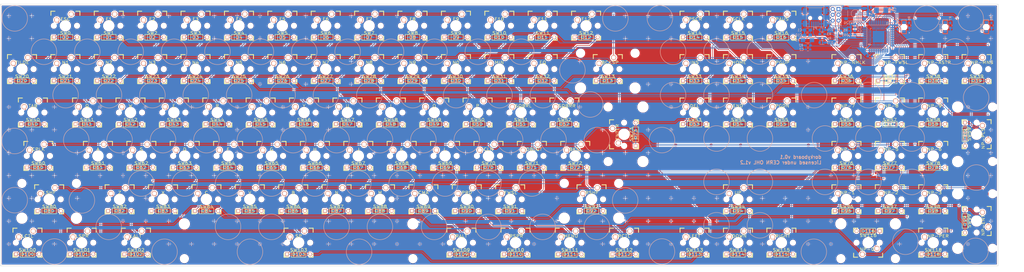
<source format=kicad_pcb>
(kicad_pcb (version 4) (host pcbnew 4.0.4-stable)
  (layers (0 F.Cu signal) (31 B.Cu signal) (34 B.Paste user) (35 F.Paste user) (36 B.SilkS user) (37 F.SilkS user) (38 B.Mask user) (39 F.Mask user) (44 Edge.Cuts user))
  (net 0 "")
  (net 1 /matrix/Row10)
  (net 2 "Net-(D4-Pad2)")
  (net 3 "Net-(D10-Pad2)")
  (net 4 "Net-(D16-Pad2)")
  (net 5 "Net-(D22-Pad2)")
  (net 6 "Net-(D28-Pad2)")
  (net 7 "Net-(D33-Pad2)")
  (net 8 "Net-(D38-Pad2)")
  (net 9 "Net-(D43-Pad2)")
  (net 10 "Net-(D48-Pad2)")
  (net 11 "Net-(D53-Pad2)")
  (net 12 /matrix/Row11)
  (net 13 "Net-(D59-Pad2)")
  (net 14 "Net-(D65-Pad2)")
  (net 15 "Net-(D71-Pad2)")
  (net 16 "Net-(D77-Pad2)")
  (net 17 "Net-(D82-Pad2)")
  (net 18 "Net-(D87-Pad2)")
  (net 19 "Net-(D113-Pad2)")
  (net 20 /matrix/Row8)
  (net 21 "Net-(D5-Pad2)")
  (net 22 "Net-(D11-Pad2)")
  (net 23 "Net-(D23-Pad2)")
  (net 24 "Net-(D29-Pad2)")
  (net 25 "Net-(D34-Pad2)")
  (net 26 "Net-(D39-Pad2)")
  (net 27 "Net-(D44-Pad2)")
  (net 28 "Net-(D49-Pad2)")
  (net 29 "Net-(D54-Pad2)")
  (net 30 /matrix/Row9)
  (net 31 "Net-(D60-Pad2)")
  (net 32 "Net-(D66-Pad2)")
  (net 33 "Net-(D72-Pad2)")
  (net 34 "Net-(D78-Pad2)")
  (net 35 "Net-(D83-Pad2)")
  (net 36 "Net-(D88-Pad2)")
  (net 37 "Net-(D91-Pad2)")
  (net 38 "Net-(D96-Pad2)")
  (net 39 "Net-(D101-Pad2)")
  (net 40 /matrix/Row6)
  (net 41 "Net-(D6-Pad2)")
  (net 42 "Net-(D12-Pad2)")
  (net 43 "Net-(D24-Pad2)")
  (net 44 "Net-(D30-Pad2)")
  (net 45 "Net-(D35-Pad2)")
  (net 46 "Net-(D40-Pad2)")
  (net 47 "Net-(D45-Pad2)")
  (net 48 "Net-(D50-Pad2)")
  (net 49 "Net-(D55-Pad2)")
  (net 50 /matrix/Row7)
  (net 51 "Net-(D61-Pad2)")
  (net 52 "Net-(D67-Pad2)")
  (net 53 "Net-(D73-Pad2)")
  (net 54 "Net-(D84-Pad2)")
  (net 55 "Net-(D89-Pad2)")
  (net 56 "Net-(D92-Pad2)")
  (net 57 "Net-(D97-Pad2)")
  (net 58 "Net-(D102-Pad2)")
  (net 59 /matrix/Row4)
  (net 60 "Net-(D7-Pad2)")
  (net 61 "Net-(D13-Pad2)")
  (net 62 "Net-(D25-Pad2)")
  (net 63 "Net-(D31-Pad2)")
  (net 64 "Net-(D36-Pad2)")
  (net 65 "Net-(D41-Pad2)")
  (net 66 "Net-(D46-Pad2)")
  (net 67 "Net-(D51-Pad2)")
  (net 68 "Net-(D56-Pad2)")
  (net 69 /matrix/Row5)
  (net 70 "Net-(D62-Pad2)")
  (net 71 "Net-(D68-Pad2)")
  (net 72 "Net-(D80-Pad2)")
  (net 73 "Net-(D98-Pad2)")
  (net 74 "Net-(D103-Pad2)")
  (net 75 /matrix/Row2)
  (net 76 "Net-(D8-Pad2)")
  (net 77 "Net-(D14-Pad2)")
  (net 78 "Net-(D20-Pad2)")
  (net 79 "Net-(D26-Pad2)")
  (net 80 "Net-(D32-Pad2)")
  (net 81 "Net-(D37-Pad2)")
  (net 82 "Net-(D42-Pad2)")
  (net 83 "Net-(D47-Pad2)")
  (net 84 "Net-(D52-Pad2)")
  (net 85 "Net-(D57-Pad2)")
  (net 86 /matrix/Row3)
  (net 87 "Net-(D63-Pad2)")
  (net 88 "Net-(D69-Pad2)")
  (net 89 "Net-(D85-Pad2)")
  (net 90 "Net-(D94-Pad2)")
  (net 91 "Net-(D99-Pad2)")
  (net 92 "Net-(D109-Pad2)")
  (net 93 /matrix/Row0)
  (net 94 "Net-(D9-Pad2)")
  (net 95 "Net-(D15-Pad2)")
  (net 96 "Net-(D21-Pad2)")
  (net 97 "Net-(D27-Pad2)")
  (net 98 "Net-(D58-Pad2)")
  (net 99 /matrix/Row1)
  (net 100 "Net-(D64-Pad2)")
  (net 101 "Net-(D70-Pad2)")
  (net 102 "Net-(D76-Pad2)")
  (net 103 "Net-(D86-Pad2)")
  (net 104 "Net-(D90-Pad2)")
  (net 105 "Net-(D100-Pad2)")
  (net 106 "Net-(D0-Pad2)")
  (net 107 "Net-(D1-Pad2)")
  (net 108 "Net-(D2-Pad2)")
  (net 109 "Net-(D3-Pad2)")
  (net 110 "Net-(D110-Pad2)")
  (net 111 "Net-(D111-Pad2)")
  (net 112 "Net-(D112-Pad2)")
  (net 113 "Net-(D114-Pad2)")
  (net 114 "Net-(D115-Pad2)")
  (net 115 "Net-(D116-Pad2)")
  (net 116 "Net-(D118-Pad2)")
  (net 117 /matrix/Col0)
  (net 118 /matrix/Col1)
  (net 119 /matrix/Col2)
  (net 120 /matrix/Col3)
  (net 121 /matrix/Col4)
  (net 122 /matrix/Col5)
  (net 123 /matrix/Col6)
  (net 124 /matrix/Col7)
  (net 125 /matrix/Col8)
  (net 126 /matrix/Col9)
  (net 127 "Net-(D74-Pad1)")
  (net 128 GND)
  (net 129 "Net-(D75-Pad1)")
  (net 130 +5V)
  (net 131 /microcontroller/RESET)
  (net 132 "Net-(C1-Pad1)")
  (net 133 /microcontroller/VUSB)
  (net 134 "Net-(C5-Pad1)")
  (net 135 "Net-(C6-Pad1)")
  (net 136 "Net-(C7-Pad1)")
  (net 137 "Net-(C8-Pad1)")
  (net 138 /microcontroller/MISO)
  (net 139 /matrix/LED1)
  (net 140 /matrix/LED2)
  (net 141 "Net-(R3-Pad2)")
  (net 142 "Net-(R4-Pad2)")
  (net 143 "Net-(D17-Pad1)")
  (net 144 "Net-(D18-Pad1)")
  (net 145 "Net-(D19-Pad1)")
  (net 146 /matrix/LED0)
  (module stitchingVia:stitchingVia (layer F.Cu) (at 90 265)
    (fp_text reference REF** hide)
    (fp_text value stitchingVia hide)
    (pad 1 thru_hole circle (at 0 0) (size 0.6 0.6) (drill 0.4) (layers *.Cu) (net 128 GND))
  )
  (module stitchingVia:stitchingVia (layer F.Cu) (at 110 265)
    (fp_text reference REF** hide)
    (fp_text value stitchingVia hide)
    (pad 1 thru_hole circle (at 0 0) (size 0.6 0.6) (drill 0.4) (layers *.Cu) (net 128 GND))
  )
  (module stitchingVia:stitchingVia (layer F.Cu) (at 160 265)
    (fp_text reference REF** hide)
    (fp_text value stitchingVia hide)
    (pad 1 thru_hole circle (at 0 0) (size 0.6 0.6) (drill 0.4) (layers *.Cu) (net 128 GND))
  )
  (module stitchingVia:stitchingVia (layer F.Cu) (at 170 265)
    (fp_text reference REF** hide)
    (fp_text value stitchingVia hide)
    (pad 1 thru_hole circle (at 0 0) (size 0.6 0.6) (drill 0.4) (layers *.Cu) (net 128 GND))
  )
  (module stitchingVia:stitchingVia (layer F.Cu) (at 180 265)
    (fp_text reference REF** hide)
    (fp_text value stitchingVia hide)
    (pad 1 thru_hole circle (at 0 0) (size 0.6 0.6) (drill 0.4) (layers *.Cu) (net 128 GND))
  )
  (module stitchingVia:stitchingVia (layer F.Cu) (at 190 265)
    (fp_text reference REF** hide)
    (fp_text value stitchingVia hide)
    (pad 1 thru_hole circle (at 0 0) (size 0.6 0.6) (drill 0.4) (layers *.Cu) (net 128 GND))
  )
  (module stitchingVia:stitchingVia (layer F.Cu) (at 200 265)
    (fp_text reference REF** hide)
    (fp_text value stitchingVia hide)
    (pad 1 thru_hole circle (at 0 0) (size 0.6 0.6) (drill 0.4) (layers *.Cu) (net 128 GND))
  )
  (module stitchingVia:stitchingVia (layer F.Cu) (at 210 265)
    (fp_text reference REF** hide)
    (fp_text value stitchingVia hide)
    (pad 1 thru_hole circle (at 0 0) (size 0.6 0.6) (drill 0.4) (layers *.Cu) (net 128 GND))
  )
  (module stitchingVia:stitchingVia (layer F.Cu) (at 230 265)
    (fp_text reference REF** hide)
    (fp_text value stitchingVia hide)
    (pad 1 thru_hole circle (at 0 0) (size 0.6 0.6) (drill 0.4) (layers *.Cu) (net 128 GND))
  )
  (module stitchingVia:stitchingVia (layer F.Cu) (at 240 265)
    (fp_text reference REF** hide)
    (fp_text value stitchingVia hide)
    (pad 1 thru_hole circle (at 0 0) (size 0.6 0.6) (drill 0.4) (layers *.Cu) (net 128 GND))
  )
  (module stitchingVia:stitchingVia (layer F.Cu) (at 250 265)
    (fp_text reference REF** hide)
    (fp_text value stitchingVia hide)
    (pad 1 thru_hole circle (at 0 0) (size 0.6 0.6) (drill 0.4) (layers *.Cu) (net 128 GND))
  )
  (module stitchingVia:stitchingVia (layer F.Cu) (at 260 265)
    (fp_text reference REF** hide)
    (fp_text value stitchingVia hide)
    (pad 1 thru_hole circle (at 0 0) (size 0.6 0.6) (drill 0.4) (layers *.Cu) (net 128 GND))
  )
  (module stitchingVia:stitchingVia (layer F.Cu) (at 270 265)
    (fp_text reference REF** hide)
    (fp_text value stitchingVia hide)
    (pad 1 thru_hole circle (at 0 0) (size 0.6 0.6) (drill 0.4) (layers *.Cu) (net 128 GND))
  )
  (module stitchingVia:stitchingVia (layer F.Cu) (at 280 265)
    (fp_text reference REF** hide)
    (fp_text value stitchingVia hide)
    (pad 1 thru_hole circle (at 0 0) (size 0.6 0.6) (drill 0.4) (layers *.Cu) (net 128 GND))
  )
  (module stitchingVia:stitchingVia (layer F.Cu) (at 300 265)
    (fp_text reference REF** hide)
    (fp_text value stitchingVia hide)
    (pad 1 thru_hole circle (at 0 0) (size 0.6 0.6) (drill 0.4) (layers *.Cu) (net 128 GND))
  )
  (module stitchingVia:stitchingVia (layer F.Cu) (at 320 265)
    (fp_text reference REF** hide)
    (fp_text value stitchingVia hide)
    (pad 1 thru_hole circle (at 0 0) (size 0.6 0.6) (drill 0.4) (layers *.Cu) (net 128 GND))
  )
  (module stitchingVia:stitchingVia (layer F.Cu) (at 350 265)
    (fp_text reference REF** hide)
    (fp_text value stitchingVia hide)
    (pad 1 thru_hole circle (at 0 0) (size 0.6 0.6) (drill 0.4) (layers *.Cu) (net 128 GND))
  )
  (module stitchingVia:stitchingVia (layer F.Cu) (at 370 265)
    (fp_text reference REF** hide)
    (fp_text value stitchingVia hide)
    (pad 1 thru_hole circle (at 0 0) (size 0.6 0.6) (drill 0.4) (layers *.Cu) (net 128 GND))
  )
  (module stitchingVia:stitchingVia (layer F.Cu) (at 380 265)
    (fp_text reference REF** hide)
    (fp_text value stitchingVia hide)
    (pad 1 thru_hole circle (at 0 0) (size 0.6 0.6) (drill 0.4) (layers *.Cu) (net 128 GND))
  )
  (module stitchingVia:stitchingVia (layer F.Cu) (at 400 265)
    (fp_text reference REF** hide)
    (fp_text value stitchingVia hide)
    (pad 1 thru_hole circle (at 0 0) (size 0.6 0.6) (drill 0.4) (layers *.Cu) (net 128 GND))
  )
  (module stitchingVia:stitchingVia (layer F.Cu) (at 420 265)
    (fp_text reference REF** hide)
    (fp_text value stitchingVia hide)
    (pad 1 thru_hole circle (at 0 0) (size 0.6 0.6) (drill 0.4) (layers *.Cu) (net 128 GND))
  )
  (module stitchingVia:stitchingVia (layer F.Cu) (at 440 265)
    (fp_text reference REF** hide)
    (fp_text value stitchingVia hide)
    (pad 1 thru_hole circle (at 0 0) (size 0.6 0.6) (drill 0.4) (layers *.Cu) (net 128 GND))
  )
  (module stitchingVia:stitchingVia (layer F.Cu) (at 450 265)
    (fp_text reference REF** hide)
    (fp_text value stitchingVia hide)
    (pad 1 thru_hole circle (at 0 0) (size 0.6 0.6) (drill 0.4) (layers *.Cu) (net 128 GND))
  )
  (module stitchingVia:stitchingVia (layer F.Cu) (at 480 265)
    (fp_text reference REF** hide)
    (fp_text value stitchingVia hide)
    (pad 1 thru_hole circle (at 0 0) (size 0.6 0.6) (drill 0.4) (layers *.Cu) (net 128 GND))
  )
  (module stitchingVia:stitchingVia (layer F.Cu) (at 510 265)
    (fp_text reference REF** hide)
    (fp_text value stitchingVia hide)
    (pad 1 thru_hole circle (at 0 0) (size 0.6 0.6) (drill 0.4) (layers *.Cu) (net 128 GND))
  )
  (module stitchingVia:stitchingVia (layer F.Cu) (at 520 255)
    (fp_text reference REF** hide)
    (fp_text value stitchingVia hide)
    (pad 1 thru_hole circle (at 0 0) (size 0.6 0.6) (drill 0.4) (layers *.Cu) (net 128 GND))
  )
  (module stitchingVia:stitchingVia (layer F.Cu) (at 490 255)
    (fp_text reference REF** hide)
    (fp_text value stitchingVia hide)
    (pad 1 thru_hole circle (at 0 0) (size 0.6 0.6) (drill 0.4) (layers *.Cu) (net 128 GND))
  )
  (module stitchingVia:stitchingVia (layer F.Cu) (at 470 255)
    (fp_text reference REF** hide)
    (fp_text value stitchingVia hide)
    (pad 1 thru_hole circle (at 0 0) (size 0.6 0.6) (drill 0.4) (layers *.Cu) (net 128 GND))
  )
  (module stitchingVia:stitchingVia (layer F.Cu) (at 460 255)
    (fp_text reference REF** hide)
    (fp_text value stitchingVia hide)
    (pad 1 thru_hole circle (at 0 0) (size 0.6 0.6) (drill 0.4) (layers *.Cu) (net 128 GND))
  )
  (module stitchingVia:stitchingVia (layer F.Cu) (at 450 255)
    (fp_text reference REF** hide)
    (fp_text value stitchingVia hide)
    (pad 1 thru_hole circle (at 0 0) (size 0.6 0.6) (drill 0.4) (layers *.Cu) (net 128 GND))
  )
  (module stitchingVia:stitchingVia (layer F.Cu) (at 440 255)
    (fp_text reference REF** hide)
    (fp_text value stitchingVia hide)
    (pad 1 thru_hole circle (at 0 0) (size 0.6 0.6) (drill 0.4) (layers *.Cu) (net 128 GND))
  )
  (module stitchingVia:stitchingVia (layer F.Cu) (at 430 255)
    (fp_text reference REF** hide)
    (fp_text value stitchingVia hide)
    (pad 1 thru_hole circle (at 0 0) (size 0.6 0.6) (drill 0.4) (layers *.Cu) (net 128 GND))
  )
  (module stitchingVia:stitchingVia (layer F.Cu) (at 420 255)
    (fp_text reference REF** hide)
    (fp_text value stitchingVia hide)
    (pad 1 thru_hole circle (at 0 0) (size 0.6 0.6) (drill 0.4) (layers *.Cu) (net 128 GND))
  )
  (module stitchingVia:stitchingVia (layer F.Cu) (at 400 255)
    (fp_text reference REF** hide)
    (fp_text value stitchingVia hide)
    (pad 1 thru_hole circle (at 0 0) (size 0.6 0.6) (drill 0.4) (layers *.Cu) (net 128 GND))
  )
  (module stitchingVia:stitchingVia (layer F.Cu) (at 390 255)
    (fp_text reference REF** hide)
    (fp_text value stitchingVia hide)
    (pad 1 thru_hole circle (at 0 0) (size 0.6 0.6) (drill 0.4) (layers *.Cu) (net 128 GND))
  )
  (module stitchingVia:stitchingVia (layer F.Cu) (at 380 255)
    (fp_text reference REF** hide)
    (fp_text value stitchingVia hide)
    (pad 1 thru_hole circle (at 0 0) (size 0.6 0.6) (drill 0.4) (layers *.Cu) (net 128 GND))
  )
  (module stitchingVia:stitchingVia (layer F.Cu) (at 370 255)
    (fp_text reference REF** hide)
    (fp_text value stitchingVia hide)
    (pad 1 thru_hole circle (at 0 0) (size 0.6 0.6) (drill 0.4) (layers *.Cu) (net 128 GND))
  )
  (module stitchingVia:stitchingVia (layer F.Cu) (at 360 255)
    (fp_text reference REF** hide)
    (fp_text value stitchingVia hide)
    (pad 1 thru_hole circle (at 0 0) (size 0.6 0.6) (drill 0.4) (layers *.Cu) (net 128 GND))
  )
  (module stitchingVia:stitchingVia (layer F.Cu) (at 350 255)
    (fp_text reference REF** hide)
    (fp_text value stitchingVia hide)
    (pad 1 thru_hole circle (at 0 0) (size 0.6 0.6) (drill 0.4) (layers *.Cu) (net 128 GND))
  )
  (module stitchingVia:stitchingVia (layer F.Cu) (at 340 255)
    (fp_text reference REF** hide)
    (fp_text value stitchingVia hide)
    (pad 1 thru_hole circle (at 0 0) (size 0.6 0.6) (drill 0.4) (layers *.Cu) (net 128 GND))
  )
  (module stitchingVia:stitchingVia (layer F.Cu) (at 330 255)
    (fp_text reference REF** hide)
    (fp_text value stitchingVia hide)
    (pad 1 thru_hole circle (at 0 0) (size 0.6 0.6) (drill 0.4) (layers *.Cu) (net 128 GND))
  )
  (module stitchingVia:stitchingVia (layer F.Cu) (at 320 255)
    (fp_text reference REF** hide)
    (fp_text value stitchingVia hide)
    (pad 1 thru_hole circle (at 0 0) (size 0.6 0.6) (drill 0.4) (layers *.Cu) (net 128 GND))
  )
  (module stitchingVia:stitchingVia (layer F.Cu) (at 310 255)
    (fp_text reference REF** hide)
    (fp_text value stitchingVia hide)
    (pad 1 thru_hole circle (at 0 0) (size 0.6 0.6) (drill 0.4) (layers *.Cu) (net 128 GND))
  )
  (module stitchingVia:stitchingVia (layer F.Cu) (at 290 255)
    (fp_text reference REF** hide)
    (fp_text value stitchingVia hide)
    (pad 1 thru_hole circle (at 0 0) (size 0.6 0.6) (drill 0.4) (layers *.Cu) (net 128 GND))
  )
  (module stitchingVia:stitchingVia (layer F.Cu) (at 270 255)
    (fp_text reference REF** hide)
    (fp_text value stitchingVia hide)
    (pad 1 thru_hole circle (at 0 0) (size 0.6 0.6) (drill 0.4) (layers *.Cu) (net 128 GND))
  )
  (module stitchingVia:stitchingVia (layer F.Cu) (at 260 255)
    (fp_text reference REF** hide)
    (fp_text value stitchingVia hide)
    (pad 1 thru_hole circle (at 0 0) (size 0.6 0.6) (drill 0.4) (layers *.Cu) (net 128 GND))
  )
  (module stitchingVia:stitchingVia (layer F.Cu) (at 250 255)
    (fp_text reference REF** hide)
    (fp_text value stitchingVia hide)
    (pad 1 thru_hole circle (at 0 0) (size 0.6 0.6) (drill 0.4) (layers *.Cu) (net 128 GND))
  )
  (module stitchingVia:stitchingVia (layer F.Cu) (at 240 255)
    (fp_text reference REF** hide)
    (fp_text value stitchingVia hide)
    (pad 1 thru_hole circle (at 0 0) (size 0.6 0.6) (drill 0.4) (layers *.Cu) (net 128 GND))
  )
  (module stitchingVia:stitchingVia (layer F.Cu) (at 230 255)
    (fp_text reference REF** hide)
    (fp_text value stitchingVia hide)
    (pad 1 thru_hole circle (at 0 0) (size 0.6 0.6) (drill 0.4) (layers *.Cu) (net 128 GND))
  )
  (module stitchingVia:stitchingVia (layer F.Cu) (at 220 255)
    (fp_text reference REF** hide)
    (fp_text value stitchingVia hide)
    (pad 1 thru_hole circle (at 0 0) (size 0.6 0.6) (drill 0.4) (layers *.Cu) (net 128 GND))
  )
  (module stitchingVia:stitchingVia (layer F.Cu) (at 210 255)
    (fp_text reference REF** hide)
    (fp_text value stitchingVia hide)
    (pad 1 thru_hole circle (at 0 0) (size 0.6 0.6) (drill 0.4) (layers *.Cu) (net 128 GND))
  )
  (module stitchingVia:stitchingVia (layer F.Cu) (at 200 255)
    (fp_text reference REF** hide)
    (fp_text value stitchingVia hide)
    (pad 1 thru_hole circle (at 0 0) (size 0.6 0.6) (drill 0.4) (layers *.Cu) (net 128 GND))
  )
  (module stitchingVia:stitchingVia (layer F.Cu) (at 190 255)
    (fp_text reference REF** hide)
    (fp_text value stitchingVia hide)
    (pad 1 thru_hole circle (at 0 0) (size 0.6 0.6) (drill 0.4) (layers *.Cu) (net 128 GND))
  )
  (module stitchingVia:stitchingVia (layer F.Cu) (at 180 255)
    (fp_text reference REF** hide)
    (fp_text value stitchingVia hide)
    (pad 1 thru_hole circle (at 0 0) (size 0.6 0.6) (drill 0.4) (layers *.Cu) (net 128 GND))
  )
  (module stitchingVia:stitchingVia (layer F.Cu) (at 160 255)
    (fp_text reference REF** hide)
    (fp_text value stitchingVia hide)
    (pad 1 thru_hole circle (at 0 0) (size 0.6 0.6) (drill 0.4) (layers *.Cu) (net 128 GND))
  )
  (module stitchingVia:stitchingVia (layer F.Cu) (at 150 255)
    (fp_text reference REF** hide)
    (fp_text value stitchingVia hide)
    (pad 1 thru_hole circle (at 0 0) (size 0.6 0.6) (drill 0.4) (layers *.Cu) (net 128 GND))
  )
  (module stitchingVia:stitchingVia (layer F.Cu) (at 140 255)
    (fp_text reference REF** hide)
    (fp_text value stitchingVia hide)
    (pad 1 thru_hole circle (at 0 0) (size 0.6 0.6) (drill 0.4) (layers *.Cu) (net 128 GND))
  )
  (module stitchingVia:stitchingVia (layer F.Cu) (at 110 255)
    (fp_text reference REF** hide)
    (fp_text value stitchingVia hide)
    (pad 1 thru_hole circle (at 0 0) (size 0.6 0.6) (drill 0.4) (layers *.Cu) (net 128 GND))
  )
  (module stitchingVia:stitchingVia (layer F.Cu) (at 100 255)
    (fp_text reference REF** hide)
    (fp_text value stitchingVia hide)
    (pad 1 thru_hole circle (at 0 0) (size 0.6 0.6) (drill 0.4) (layers *.Cu) (net 128 GND))
  )
  (module stitchingVia:stitchingVia (layer F.Cu) (at 90 255)
    (fp_text reference REF** hide)
    (fp_text value stitchingVia hide)
    (pad 1 thru_hole circle (at 0 0) (size 0.6 0.6) (drill 0.4) (layers *.Cu) (net 128 GND))
  )
  (module stitchingVia:stitchingVia (layer F.Cu) (at 90 245)
    (fp_text reference REF** hide)
    (fp_text value stitchingVia hide)
    (pad 1 thru_hole circle (at 0 0) (size 0.6 0.6) (drill 0.4) (layers *.Cu) (net 128 GND))
  )
  (module stitchingVia:stitchingVia (layer F.Cu) (at 100 245)
    (fp_text reference REF** hide)
    (fp_text value stitchingVia hide)
    (pad 1 thru_hole circle (at 0 0) (size 0.6 0.6) (drill 0.4) (layers *.Cu) (net 128 GND))
  )
  (module stitchingVia:stitchingVia (layer F.Cu) (at 120 245)
    (fp_text reference REF** hide)
    (fp_text value stitchingVia hide)
    (pad 1 thru_hole circle (at 0 0) (size 0.6 0.6) (drill 0.4) (layers *.Cu) (net 128 GND))
  )
  (module stitchingVia:stitchingVia (layer F.Cu) (at 150 245)
    (fp_text reference REF** hide)
    (fp_text value stitchingVia hide)
    (pad 1 thru_hole circle (at 0 0) (size 0.6 0.6) (drill 0.4) (layers *.Cu) (net 128 GND))
  )
  (module stitchingVia:stitchingVia (layer F.Cu) (at 260 245)
    (fp_text reference REF** hide)
    (fp_text value stitchingVia hide)
    (pad 1 thru_hole circle (at 0 0) (size 0.6 0.6) (drill 0.4) (layers *.Cu) (net 128 GND))
  )
  (module stitchingVia:stitchingVia (layer F.Cu) (at 300 245)
    (fp_text reference REF** hide)
    (fp_text value stitchingVia hide)
    (pad 1 thru_hole circle (at 0 0) (size 0.6 0.6) (drill 0.4) (layers *.Cu) (net 128 GND))
  )
  (module stitchingVia:stitchingVia (layer F.Cu) (at 330 245)
    (fp_text reference REF** hide)
    (fp_text value stitchingVia hide)
    (pad 1 thru_hole circle (at 0 0) (size 0.6 0.6) (drill 0.4) (layers *.Cu) (net 128 GND))
  )
  (module stitchingVia:stitchingVia (layer F.Cu) (at 360 245)
    (fp_text reference REF** hide)
    (fp_text value stitchingVia hide)
    (pad 1 thru_hole circle (at 0 0) (size 0.6 0.6) (drill 0.4) (layers *.Cu) (net 128 GND))
  )
  (module stitchingVia:stitchingVia (layer F.Cu) (at 370 245)
    (fp_text reference REF** hide)
    (fp_text value stitchingVia hide)
    (pad 1 thru_hole circle (at 0 0) (size 0.6 0.6) (drill 0.4) (layers *.Cu) (net 128 GND))
  )
  (module stitchingVia:stitchingVia (layer F.Cu) (at 380 245)
    (fp_text reference REF** hide)
    (fp_text value stitchingVia hide)
    (pad 1 thru_hole circle (at 0 0) (size 0.6 0.6) (drill 0.4) (layers *.Cu) (net 128 GND))
  )
  (module stitchingVia:stitchingVia (layer F.Cu) (at 390 245)
    (fp_text reference REF** hide)
    (fp_text value stitchingVia hide)
    (pad 1 thru_hole circle (at 0 0) (size 0.6 0.6) (drill 0.4) (layers *.Cu) (net 128 GND))
  )
  (module stitchingVia:stitchingVia (layer F.Cu) (at 400 245)
    (fp_text reference REF** hide)
    (fp_text value stitchingVia hide)
    (pad 1 thru_hole circle (at 0 0) (size 0.6 0.6) (drill 0.4) (layers *.Cu) (net 128 GND))
  )
  (module stitchingVia:stitchingVia (layer F.Cu) (at 420 245)
    (fp_text reference REF** hide)
    (fp_text value stitchingVia hide)
    (pad 1 thru_hole circle (at 0 0) (size 0.6 0.6) (drill 0.4) (layers *.Cu) (net 128 GND))
  )
  (module stitchingVia:stitchingVia (layer F.Cu) (at 430 245)
    (fp_text reference REF** hide)
    (fp_text value stitchingVia hide)
    (pad 1 thru_hole circle (at 0 0) (size 0.6 0.6) (drill 0.4) (layers *.Cu) (net 128 GND))
  )
  (module stitchingVia:stitchingVia (layer F.Cu) (at 440 245)
    (fp_text reference REF** hide)
    (fp_text value stitchingVia hide)
    (pad 1 thru_hole circle (at 0 0) (size 0.6 0.6) (drill 0.4) (layers *.Cu) (net 128 GND))
  )
  (module stitchingVia:stitchingVia (layer F.Cu) (at 450 245)
    (fp_text reference REF** hide)
    (fp_text value stitchingVia hide)
    (pad 1 thru_hole circle (at 0 0) (size 0.6 0.6) (drill 0.4) (layers *.Cu) (net 128 GND))
  )
  (module stitchingVia:stitchingVia (layer F.Cu) (at 460 245)
    (fp_text reference REF** hide)
    (fp_text value stitchingVia hide)
    (pad 1 thru_hole circle (at 0 0) (size 0.6 0.6) (drill 0.4) (layers *.Cu) (net 128 GND))
  )
  (module stitchingVia:stitchingVia (layer F.Cu) (at 510 245)
    (fp_text reference REF** hide)
    (fp_text value stitchingVia hide)
    (pad 1 thru_hole circle (at 0 0) (size 0.6 0.6) (drill 0.4) (layers *.Cu) (net 128 GND))
  )
  (module stitchingVia:stitchingVia (layer F.Cu) (at 520 235)
    (fp_text reference REF** hide)
    (fp_text value stitchingVia hide)
    (pad 1 thru_hole circle (at 0 0) (size 0.6 0.6) (drill 0.4) (layers *.Cu) (net 128 GND))
  )
  (module stitchingVia:stitchingVia (layer F.Cu) (at 510 235)
    (fp_text reference REF** hide)
    (fp_text value stitchingVia hide)
    (pad 1 thru_hole circle (at 0 0) (size 0.6 0.6) (drill 0.4) (layers *.Cu) (net 128 GND))
  )
  (module stitchingVia:stitchingVia (layer F.Cu) (at 490 235)
    (fp_text reference REF** hide)
    (fp_text value stitchingVia hide)
    (pad 1 thru_hole circle (at 0 0) (size 0.6 0.6) (drill 0.4) (layers *.Cu) (net 128 GND))
  )
  (module stitchingVia:stitchingVia (layer F.Cu) (at 470 235)
    (fp_text reference REF** hide)
    (fp_text value stitchingVia hide)
    (pad 1 thru_hole circle (at 0 0) (size 0.6 0.6) (drill 0.4) (layers *.Cu) (net 128 GND))
  )
  (module stitchingVia:stitchingVia (layer F.Cu) (at 460 235)
    (fp_text reference REF** hide)
    (fp_text value stitchingVia hide)
    (pad 1 thru_hole circle (at 0 0) (size 0.6 0.6) (drill 0.4) (layers *.Cu) (net 128 GND))
  )
  (module stitchingVia:stitchingVia (layer F.Cu) (at 450 235)
    (fp_text reference REF** hide)
    (fp_text value stitchingVia hide)
    (pad 1 thru_hole circle (at 0 0) (size 0.6 0.6) (drill 0.4) (layers *.Cu) (net 128 GND))
  )
  (module stitchingVia:stitchingVia (layer F.Cu) (at 370 235)
    (fp_text reference REF** hide)
    (fp_text value stitchingVia hide)
    (pad 1 thru_hole circle (at 0 0) (size 0.6 0.6) (drill 0.4) (layers *.Cu) (net 128 GND))
  )
  (module stitchingVia:stitchingVia (layer F.Cu) (at 360 235)
    (fp_text reference REF** hide)
    (fp_text value stitchingVia hide)
    (pad 1 thru_hole circle (at 0 0) (size 0.6 0.6) (drill 0.4) (layers *.Cu) (net 128 GND))
  )
  (module stitchingVia:stitchingVia (layer F.Cu) (at 350 235)
    (fp_text reference REF** hide)
    (fp_text value stitchingVia hide)
    (pad 1 thru_hole circle (at 0 0) (size 0.6 0.6) (drill 0.4) (layers *.Cu) (net 128 GND))
  )
  (module stitchingVia:stitchingVia (layer F.Cu) (at 340 235)
    (fp_text reference REF** hide)
    (fp_text value stitchingVia hide)
    (pad 1 thru_hole circle (at 0 0) (size 0.6 0.6) (drill 0.4) (layers *.Cu) (net 128 GND))
  )
  (module stitchingVia:stitchingVia (layer F.Cu) (at 330 235)
    (fp_text reference REF** hide)
    (fp_text value stitchingVia hide)
    (pad 1 thru_hole circle (at 0 0) (size 0.6 0.6) (drill 0.4) (layers *.Cu) (net 128 GND))
  )
  (module stitchingVia:stitchingVia (layer F.Cu) (at 320 235)
    (fp_text reference REF** hide)
    (fp_text value stitchingVia hide)
    (pad 1 thru_hole circle (at 0 0) (size 0.6 0.6) (drill 0.4) (layers *.Cu) (net 128 GND))
  )
  (module stitchingVia:stitchingVia (layer F.Cu) (at 310 235)
    (fp_text reference REF** hide)
    (fp_text value stitchingVia hide)
    (pad 1 thru_hole circle (at 0 0) (size 0.6 0.6) (drill 0.4) (layers *.Cu) (net 128 GND))
  )
  (module stitchingVia:stitchingVia (layer F.Cu) (at 300 235)
    (fp_text reference REF** hide)
    (fp_text value stitchingVia hide)
    (pad 1 thru_hole circle (at 0 0) (size 0.6 0.6) (drill 0.4) (layers *.Cu) (net 128 GND))
  )
  (module stitchingVia:stitchingVia (layer F.Cu) (at 290 235)
    (fp_text reference REF** hide)
    (fp_text value stitchingVia hide)
    (pad 1 thru_hole circle (at 0 0) (size 0.6 0.6) (drill 0.4) (layers *.Cu) (net 128 GND))
  )
  (module stitchingVia:stitchingVia (layer F.Cu) (at 280 235)
    (fp_text reference REF** hide)
    (fp_text value stitchingVia hide)
    (pad 1 thru_hole circle (at 0 0) (size 0.6 0.6) (drill 0.4) (layers *.Cu) (net 128 GND))
  )
  (module stitchingVia:stitchingVia (layer F.Cu) (at 270 235)
    (fp_text reference REF** hide)
    (fp_text value stitchingVia hide)
    (pad 1 thru_hole circle (at 0 0) (size 0.6 0.6) (drill 0.4) (layers *.Cu) (net 128 GND))
  )
  (module stitchingVia:stitchingVia (layer F.Cu) (at 260 235)
    (fp_text reference REF** hide)
    (fp_text value stitchingVia hide)
    (pad 1 thru_hole circle (at 0 0) (size 0.6 0.6) (drill 0.4) (layers *.Cu) (net 128 GND))
  )
  (module stitchingVia:stitchingVia (layer F.Cu) (at 250 235)
    (fp_text reference REF** hide)
    (fp_text value stitchingVia hide)
    (pad 1 thru_hole circle (at 0 0) (size 0.6 0.6) (drill 0.4) (layers *.Cu) (net 128 GND))
  )
  (module stitchingVia:stitchingVia (layer F.Cu) (at 240 235)
    (fp_text reference REF** hide)
    (fp_text value stitchingVia hide)
    (pad 1 thru_hole circle (at 0 0) (size 0.6 0.6) (drill 0.4) (layers *.Cu) (net 128 GND))
  )
  (module stitchingVia:stitchingVia (layer F.Cu) (at 230 235)
    (fp_text reference REF** hide)
    (fp_text value stitchingVia hide)
    (pad 1 thru_hole circle (at 0 0) (size 0.6 0.6) (drill 0.4) (layers *.Cu) (net 128 GND))
  )
  (module stitchingVia:stitchingVia (layer F.Cu) (at 220 235)
    (fp_text reference REF** hide)
    (fp_text value stitchingVia hide)
    (pad 1 thru_hole circle (at 0 0) (size 0.6 0.6) (drill 0.4) (layers *.Cu) (net 128 GND))
  )
  (module stitchingVia:stitchingVia (layer F.Cu) (at 200 235)
    (fp_text reference REF** hide)
    (fp_text value stitchingVia hide)
    (pad 1 thru_hole circle (at 0 0) (size 0.6 0.6) (drill 0.4) (layers *.Cu) (net 128 GND))
  )
  (module stitchingVia:stitchingVia (layer F.Cu) (at 190 235)
    (fp_text reference REF** hide)
    (fp_text value stitchingVia hide)
    (pad 1 thru_hole circle (at 0 0) (size 0.6 0.6) (drill 0.4) (layers *.Cu) (net 128 GND))
  )
  (module stitchingVia:stitchingVia (layer F.Cu) (at 180 235)
    (fp_text reference REF** hide)
    (fp_text value stitchingVia hide)
    (pad 1 thru_hole circle (at 0 0) (size 0.6 0.6) (drill 0.4) (layers *.Cu) (net 128 GND))
  )
  (module stitchingVia:stitchingVia (layer F.Cu) (at 170 235)
    (fp_text reference REF** hide)
    (fp_text value stitchingVia hide)
    (pad 1 thru_hole circle (at 0 0) (size 0.6 0.6) (drill 0.4) (layers *.Cu) (net 128 GND))
  )
  (module stitchingVia:stitchingVia (layer F.Cu) (at 160 235)
    (fp_text reference REF** hide)
    (fp_text value stitchingVia hide)
    (pad 1 thru_hole circle (at 0 0) (size 0.6 0.6) (drill 0.4) (layers *.Cu) (net 128 GND))
  )
  (module stitchingVia:stitchingVia (layer F.Cu) (at 150 235)
    (fp_text reference REF** hide)
    (fp_text value stitchingVia hide)
    (pad 1 thru_hole circle (at 0 0) (size 0.6 0.6) (drill 0.4) (layers *.Cu) (net 128 GND))
  )
  (module stitchingVia:stitchingVia (layer F.Cu) (at 140 235)
    (fp_text reference REF** hide)
    (fp_text value stitchingVia hide)
    (pad 1 thru_hole circle (at 0 0) (size 0.6 0.6) (drill 0.4) (layers *.Cu) (net 128 GND))
  )
  (module stitchingVia:stitchingVia (layer F.Cu) (at 130 235)
    (fp_text reference REF** hide)
    (fp_text value stitchingVia hide)
    (pad 1 thru_hole circle (at 0 0) (size 0.6 0.6) (drill 0.4) (layers *.Cu) (net 128 GND))
  )
  (module stitchingVia:stitchingVia (layer F.Cu) (at 120 235)
    (fp_text reference REF** hide)
    (fp_text value stitchingVia hide)
    (pad 1 thru_hole circle (at 0 0) (size 0.6 0.6) (drill 0.4) (layers *.Cu) (net 128 GND))
  )
  (module stitchingVia:stitchingVia (layer F.Cu) (at 110 235)
    (fp_text reference REF** hide)
    (fp_text value stitchingVia hide)
    (pad 1 thru_hole circle (at 0 0) (size 0.6 0.6) (drill 0.4) (layers *.Cu) (net 128 GND))
  )
  (module stitchingVia:stitchingVia (layer F.Cu) (at 100 235)
    (fp_text reference REF** hide)
    (fp_text value stitchingVia hide)
    (pad 1 thru_hole circle (at 0 0) (size 0.6 0.6) (drill 0.4) (layers *.Cu) (net 128 GND))
  )
  (module stitchingVia:stitchingVia (layer F.Cu) (at 90 235)
    (fp_text reference REF** hide)
    (fp_text value stitchingVia hide)
    (pad 1 thru_hole circle (at 0 0) (size 0.6 0.6) (drill 0.4) (layers *.Cu) (net 128 GND))
  )
  (module stitchingVia:stitchingVia (layer F.Cu) (at 90 225)
    (fp_text reference REF** hide)
    (fp_text value stitchingVia hide)
    (pad 1 thru_hole circle (at 0 0) (size 0.6 0.6) (drill 0.4) (layers *.Cu) (net 128 GND))
  )
  (module stitchingVia:stitchingVia (layer F.Cu) (at 120 225)
    (fp_text reference REF** hide)
    (fp_text value stitchingVia hide)
    (pad 1 thru_hole circle (at 0 0) (size 0.6 0.6) (drill 0.4) (layers *.Cu) (net 128 GND))
  )
  (module stitchingVia:stitchingVia (layer F.Cu) (at 140 225)
    (fp_text reference REF** hide)
    (fp_text value stitchingVia hide)
    (pad 1 thru_hole circle (at 0 0) (size 0.6 0.6) (drill 0.4) (layers *.Cu) (net 128 GND))
  )
  (module stitchingVia:stitchingVia (layer F.Cu) (at 190 225)
    (fp_text reference REF** hide)
    (fp_text value stitchingVia hide)
    (pad 1 thru_hole circle (at 0 0) (size 0.6 0.6) (drill 0.4) (layers *.Cu) (net 128 GND))
  )
  (module stitchingVia:stitchingVia (layer F.Cu) (at 250 225)
    (fp_text reference REF** hide)
    (fp_text value stitchingVia hide)
    (pad 1 thru_hole circle (at 0 0) (size 0.6 0.6) (drill 0.4) (layers *.Cu) (net 128 GND))
  )
  (module stitchingVia:stitchingVia (layer F.Cu) (at 270 225)
    (fp_text reference REF** hide)
    (fp_text value stitchingVia hide)
    (pad 1 thru_hole circle (at 0 0) (size 0.6 0.6) (drill 0.4) (layers *.Cu) (net 128 GND))
  )
  (module stitchingVia:stitchingVia (layer F.Cu) (at 290 225)
    (fp_text reference REF** hide)
    (fp_text value stitchingVia hide)
    (pad 1 thru_hole circle (at 0 0) (size 0.6 0.6) (drill 0.4) (layers *.Cu) (net 128 GND))
  )
  (module stitchingVia:stitchingVia (layer F.Cu) (at 310 225)
    (fp_text reference REF** hide)
    (fp_text value stitchingVia hide)
    (pad 1 thru_hole circle (at 0 0) (size 0.6 0.6) (drill 0.4) (layers *.Cu) (net 128 GND))
  )
  (module stitchingVia:stitchingVia (layer F.Cu) (at 330 225)
    (fp_text reference REF** hide)
    (fp_text value stitchingVia hide)
    (pad 1 thru_hole circle (at 0 0) (size 0.6 0.6) (drill 0.4) (layers *.Cu) (net 128 GND))
  )
  (module stitchingVia:stitchingVia (layer F.Cu) (at 350 225)
    (fp_text reference REF** hide)
    (fp_text value stitchingVia hide)
    (pad 1 thru_hole circle (at 0 0) (size 0.6 0.6) (drill 0.4) (layers *.Cu) (net 128 GND))
  )
  (module stitchingVia:stitchingVia (layer F.Cu) (at 360 225)
    (fp_text reference REF** hide)
    (fp_text value stitchingVia hide)
    (pad 1 thru_hole circle (at 0 0) (size 0.6 0.6) (drill 0.4) (layers *.Cu) (net 128 GND))
  )
  (module stitchingVia:stitchingVia (layer F.Cu) (at 370 225)
    (fp_text reference REF** hide)
    (fp_text value stitchingVia hide)
    (pad 1 thru_hole circle (at 0 0) (size 0.6 0.6) (drill 0.4) (layers *.Cu) (net 128 GND))
  )
  (module stitchingVia:stitchingVia (layer F.Cu) (at 510 225)
    (fp_text reference REF** hide)
    (fp_text value stitchingVia hide)
    (pad 1 thru_hole circle (at 0 0) (size 0.6 0.6) (drill 0.4) (layers *.Cu) (net 128 GND))
  )
  (module stitchingVia:stitchingVia (layer F.Cu) (at 520 225)
    (fp_text reference REF** hide)
    (fp_text value stitchingVia hide)
    (pad 1 thru_hole circle (at 0 0) (size 0.6 0.6) (drill 0.4) (layers *.Cu) (net 128 GND))
  )
  (module stitchingVia:stitchingVia (layer F.Cu) (at 520 215)
    (fp_text reference REF** hide)
    (fp_text value stitchingVia hide)
    (pad 1 thru_hole circle (at 0 0) (size 0.6 0.6) (drill 0.4) (layers *.Cu) (net 128 GND))
  )
  (module stitchingVia:stitchingVia (layer F.Cu) (at 440 215)
    (fp_text reference REF** hide)
    (fp_text value stitchingVia hide)
    (pad 1 thru_hole circle (at 0 0) (size 0.6 0.6) (drill 0.4) (layers *.Cu) (net 128 GND))
  )
  (module stitchingVia:stitchingVia (layer F.Cu) (at 380 215)
    (fp_text reference REF** hide)
    (fp_text value stitchingVia hide)
    (pad 1 thru_hole circle (at 0 0) (size 0.6 0.6) (drill 0.4) (layers *.Cu) (net 128 GND))
  )
  (module stitchingVia:stitchingVia (layer F.Cu) (at 370 215)
    (fp_text reference REF** hide)
    (fp_text value stitchingVia hide)
    (pad 1 thru_hole circle (at 0 0) (size 0.6 0.6) (drill 0.4) (layers *.Cu) (net 128 GND))
  )
  (module stitchingVia:stitchingVia (layer F.Cu) (at 350 215)
    (fp_text reference REF** hide)
    (fp_text value stitchingVia hide)
    (pad 1 thru_hole circle (at 0 0) (size 0.6 0.6) (drill 0.4) (layers *.Cu) (net 128 GND))
  )
  (module stitchingVia:stitchingVia (layer F.Cu) (at 230 215)
    (fp_text reference REF** hide)
    (fp_text value stitchingVia hide)
    (pad 1 thru_hole circle (at 0 0) (size 0.6 0.6) (drill 0.4) (layers *.Cu) (net 128 GND))
  )
  (module stitchingVia:stitchingVia (layer F.Cu) (at 210 215)
    (fp_text reference REF** hide)
    (fp_text value stitchingVia hide)
    (pad 1 thru_hole circle (at 0 0) (size 0.6 0.6) (drill 0.4) (layers *.Cu) (net 128 GND))
  )
  (module stitchingVia:stitchingVia (layer F.Cu) (at 190 215)
    (fp_text reference REF** hide)
    (fp_text value stitchingVia hide)
    (pad 1 thru_hole circle (at 0 0) (size 0.6 0.6) (drill 0.4) (layers *.Cu) (net 128 GND))
  )
  (module stitchingVia:stitchingVia (layer F.Cu) (at 110 215)
    (fp_text reference REF** hide)
    (fp_text value stitchingVia hide)
    (pad 1 thru_hole circle (at 0 0) (size 0.6 0.6) (drill 0.4) (layers *.Cu) (net 128 GND))
  )
  (module stitchingVia:stitchingVia (layer F.Cu) (at 100 215)
    (fp_text reference REF** hide)
    (fp_text value stitchingVia hide)
    (pad 1 thru_hole circle (at 0 0) (size 0.6 0.6) (drill 0.4) (layers *.Cu) (net 128 GND))
  )
  (module stitchingVia:stitchingVia (layer F.Cu) (at 90 215)
    (fp_text reference REF** hide)
    (fp_text value stitchingVia hide)
    (pad 1 thru_hole circle (at 0 0) (size 0.6 0.6) (drill 0.4) (layers *.Cu) (net 128 GND))
  )
  (module stitchingVia:stitchingVia (layer F.Cu) (at 90 205)
    (fp_text reference REF** hide)
    (fp_text value stitchingVia hide)
    (pad 1 thru_hole circle (at 0 0) (size 0.6 0.6) (drill 0.4) (layers *.Cu) (net 128 GND))
  )
  (module stitchingVia:stitchingVia (layer F.Cu) (at 110 205)
    (fp_text reference REF** hide)
    (fp_text value stitchingVia hide)
    (pad 1 thru_hole circle (at 0 0) (size 0.6 0.6) (drill 0.4) (layers *.Cu) (net 128 GND))
  )
  (module stitchingVia:stitchingVia (layer F.Cu) (at 130 205)
    (fp_text reference REF** hide)
    (fp_text value stitchingVia hide)
    (pad 1 thru_hole circle (at 0 0) (size 0.6 0.6) (drill 0.4) (layers *.Cu) (net 128 GND))
  )
  (module stitchingVia:stitchingVia (layer F.Cu) (at 150 205)
    (fp_text reference REF** hide)
    (fp_text value stitchingVia hide)
    (pad 1 thru_hole circle (at 0 0) (size 0.6 0.6) (drill 0.4) (layers *.Cu) (net 128 GND))
  )
  (module stitchingVia:stitchingVia (layer F.Cu) (at 170 205)
    (fp_text reference REF** hide)
    (fp_text value stitchingVia hide)
    (pad 1 thru_hole circle (at 0 0) (size 0.6 0.6) (drill 0.4) (layers *.Cu) (net 128 GND))
  )
  (module stitchingVia:stitchingVia (layer F.Cu) (at 190 205)
    (fp_text reference REF** hide)
    (fp_text value stitchingVia hide)
    (pad 1 thru_hole circle (at 0 0) (size 0.6 0.6) (drill 0.4) (layers *.Cu) (net 128 GND))
  )
  (module stitchingVia:stitchingVia (layer F.Cu) (at 210 205)
    (fp_text reference REF** hide)
    (fp_text value stitchingVia hide)
    (pad 1 thru_hole circle (at 0 0) (size 0.6 0.6) (drill 0.4) (layers *.Cu) (net 128 GND))
  )
  (module stitchingVia:stitchingVia (layer F.Cu) (at 230 205)
    (fp_text reference REF** hide)
    (fp_text value stitchingVia hide)
    (pad 1 thru_hole circle (at 0 0) (size 0.6 0.6) (drill 0.4) (layers *.Cu) (net 128 GND))
  )
  (module stitchingVia:stitchingVia (layer F.Cu) (at 340 205)
    (fp_text reference REF** hide)
    (fp_text value stitchingVia hide)
    (pad 1 thru_hole circle (at 0 0) (size 0.6 0.6) (drill 0.4) (layers *.Cu) (net 128 GND))
  )
  (module stitchingVia:stitchingVia (layer F.Cu) (at 380 205)
    (fp_text reference REF** hide)
    (fp_text value stitchingVia hide)
    (pad 1 thru_hole circle (at 0 0) (size 0.6 0.6) (drill 0.4) (layers *.Cu) (net 128 GND))
  )
  (module stitchingVia:stitchingVia (layer F.Cu) (at 400 205)
    (fp_text reference REF** hide)
    (fp_text value stitchingVia hide)
    (pad 1 thru_hole circle (at 0 0) (size 0.6 0.6) (drill 0.4) (layers *.Cu) (net 128 GND))
  )
  (module stitchingVia:stitchingVia (layer F.Cu) (at 420 205)
    (fp_text reference REF** hide)
    (fp_text value stitchingVia hide)
    (pad 1 thru_hole circle (at 0 0) (size 0.6 0.6) (drill 0.4) (layers *.Cu) (net 128 GND))
  )
  (module stitchingVia:stitchingVia (layer F.Cu) (at 440 205)
    (fp_text reference REF** hide)
    (fp_text value stitchingVia hide)
    (pad 1 thru_hole circle (at 0 0) (size 0.6 0.6) (drill 0.4) (layers *.Cu) (net 128 GND))
  )
  (module stitchingVia:stitchingVia (layer F.Cu) (at 510 205)
    (fp_text reference REF** hide)
    (fp_text value stitchingVia hide)
    (pad 1 thru_hole circle (at 0 0) (size 0.6 0.6) (drill 0.4) (layers *.Cu) (net 128 GND))
  )
  (module stitchingVia:stitchingVia (layer F.Cu) (at 420 195)
    (fp_text reference REF** hide)
    (fp_text value stitchingVia hide)
    (pad 1 thru_hole circle (at 0 0) (size 0.6 0.6) (drill 0.4) (layers *.Cu) (net 128 GND))
  )
  (module stitchingVia:stitchingVia (layer F.Cu) (at 400 195)
    (fp_text reference REF** hide)
    (fp_text value stitchingVia hide)
    (pad 1 thru_hole circle (at 0 0) (size 0.6 0.6) (drill 0.4) (layers *.Cu) (net 128 GND))
  )
  (module stitchingVia:stitchingVia (layer F.Cu) (at 380 195)
    (fp_text reference REF** hide)
    (fp_text value stitchingVia hide)
    (pad 1 thru_hole circle (at 0 0) (size 0.6 0.6) (drill 0.4) (layers *.Cu) (net 128 GND))
  )
  (module stitchingVia:stitchingVia (layer F.Cu) (at 370 195)
    (fp_text reference REF** hide)
    (fp_text value stitchingVia hide)
    (pad 1 thru_hole circle (at 0 0) (size 0.6 0.6) (drill 0.4) (layers *.Cu) (net 128 GND))
  )
  (module stitchingVia:stitchingVia (layer F.Cu) (at 240 195)
    (fp_text reference REF** hide)
    (fp_text value stitchingVia hide)
    (pad 1 thru_hole circle (at 0 0) (size 0.6 0.6) (drill 0.4) (layers *.Cu) (net 128 GND))
  )
  (module stitchingVia:stitchingVia (layer F.Cu) (at 220 195)
    (fp_text reference REF** hide)
    (fp_text value stitchingVia hide)
    (pad 1 thru_hole circle (at 0 0) (size 0.6 0.6) (drill 0.4) (layers *.Cu) (net 128 GND))
  )
  (module stitchingVia:stitchingVia (layer F.Cu) (at 200 195)
    (fp_text reference REF** hide)
    (fp_text value stitchingVia hide)
    (pad 1 thru_hole circle (at 0 0) (size 0.6 0.6) (drill 0.4) (layers *.Cu) (net 128 GND))
  )
  (module stitchingVia:stitchingVia (layer F.Cu) (at 240 185)
    (fp_text reference REF** hide)
    (fp_text value stitchingVia hide)
    (pad 1 thru_hole circle (at 0 0) (size 0.6 0.6) (drill 0.4) (layers *.Cu) (net 128 GND))
  )
  (module stitchingVia:stitchingVia (layer F.Cu) (at 340 185)
    (fp_text reference REF** hide)
    (fp_text value stitchingVia hide)
    (pad 1 thru_hole circle (at 0 0) (size 0.6 0.6) (drill 0.4) (layers *.Cu) (net 128 GND))
  )
  (module stitchingVia:stitchingVia (layer F.Cu) (at 400 185)
    (fp_text reference REF** hide)
    (fp_text value stitchingVia hide)
    (pad 1 thru_hole circle (at 0 0) (size 0.6 0.6) (drill 0.4) (layers *.Cu) (net 128 GND))
  )
  (module stitchingVia:stitchingVia (layer F.Cu) (at 420 185)
    (fp_text reference REF** hide)
    (fp_text value stitchingVia hide)
    (pad 1 thru_hole circle (at 0 0) (size 0.6 0.6) (drill 0.4) (layers *.Cu) (net 128 GND))
  )
  (module stitchingVia:stitchingVia (layer F.Cu) (at 440 185)
    (fp_text reference REF** hide)
    (fp_text value stitchingVia hide)
    (pad 1 thru_hole circle (at 0 0) (size 0.6 0.6) (drill 0.4) (layers *.Cu) (net 128 GND))
  )
  (module stitchingVia:stitchingVia (layer F.Cu) (at 520 185)
    (fp_text reference REF** hide)
    (fp_text value stitchingVia hide)
    (pad 1 thru_hole circle (at 0 0) (size 0.6 0.6) (drill 0.4) (layers *.Cu) (net 128 GND))
  )
  (module stitchingVia:stitchingVia (layer F.Cu) (at 520 175)
    (fp_text reference REF** hide)
    (fp_text value stitchingVia hide)
    (pad 1 thru_hole circle (at 0 0) (size 0.6 0.6) (drill 0.4) (layers *.Cu) (net 128 GND))
  )
  (module stitchingVia:stitchingVia (layer F.Cu) (at 510 175)
    (fp_text reference REF** hide)
    (fp_text value stitchingVia hide)
    (pad 1 thru_hole circle (at 0 0) (size 0.6 0.6) (drill 0.4) (layers *.Cu) (net 128 GND))
  )
  (module stitchingVia:stitchingVia (layer F.Cu) (at 500 175)
    (fp_text reference REF** hide)
    (fp_text value stitchingVia hide)
    (pad 1 thru_hole circle (at 0 0) (size 0.6 0.6) (drill 0.4) (layers *.Cu) (net 128 GND))
  )
  (module stitchingVia:stitchingVia (layer F.Cu) (at 490 175)
    (fp_text reference REF** hide)
    (fp_text value stitchingVia hide)
    (pad 1 thru_hole circle (at 0 0) (size 0.6 0.6) (drill 0.4) (layers *.Cu) (net 128 GND))
  )
  (module stitchingVia:stitchingVia (layer F.Cu) (at 420 175)
    (fp_text reference REF** hide)
    (fp_text value stitchingVia hide)
    (pad 1 thru_hole circle (at 0 0) (size 0.6 0.6) (drill 0.4) (layers *.Cu) (net 128 GND))
  )
  (module stitchingVia:stitchingVia (layer F.Cu) (at 400 175)
    (fp_text reference REF** hide)
    (fp_text value stitchingVia hide)
    (pad 1 thru_hole circle (at 0 0) (size 0.6 0.6) (drill 0.4) (layers *.Cu) (net 128 GND))
  )
  (module stitchingVia:stitchingVia (layer F.Cu) (at 380 175)
    (fp_text reference REF** hide)
    (fp_text value stitchingVia hide)
    (pad 1 thru_hole circle (at 0 0) (size 0.6 0.6) (drill 0.4) (layers *.Cu) (net 128 GND))
  )
  (module stitchingVia:stitchingVia (layer F.Cu) (at 370 175)
    (fp_text reference REF** hide)
    (fp_text value stitchingVia hide)
    (pad 1 thru_hole circle (at 0 0) (size 0.6 0.6) (drill 0.4) (layers *.Cu) (net 128 GND))
  )
  (module stitchingVia:stitchingVia (layer F.Cu) (at 360 175)
    (fp_text reference REF** hide)
    (fp_text value stitchingVia hide)
    (pad 1 thru_hole circle (at 0 0) (size 0.6 0.6) (drill 0.4) (layers *.Cu) (net 128 GND))
  )
  (module stitchingVia:stitchingVia (layer F.Cu) (at 220 175)
    (fp_text reference REF** hide)
    (fp_text value stitchingVia hide)
    (pad 1 thru_hole circle (at 0 0) (size 0.6 0.6) (drill 0.4) (layers *.Cu) (net 128 GND))
  )
  (module stitchingVia:stitchingVia (layer F.Cu) (at 200 175)
    (fp_text reference REF** hide)
    (fp_text value stitchingVia hide)
    (pad 1 thru_hole circle (at 0 0) (size 0.6 0.6) (drill 0.4) (layers *.Cu) (net 128 GND))
  )
  (module stitchingVia:stitchingVia (layer F.Cu) (at 180 175)
    (fp_text reference REF** hide)
    (fp_text value stitchingVia hide)
    (pad 1 thru_hole circle (at 0 0) (size 0.6 0.6) (drill 0.4) (layers *.Cu) (net 128 GND))
  )
  (module stitchingVia:stitchingVia (layer F.Cu) (at 100 175)
    (fp_text reference REF** hide)
    (fp_text value stitchingVia hide)
    (pad 1 thru_hole circle (at 0 0) (size 0.6 0.6) (drill 0.4) (layers *.Cu) (net 128 GND))
  )
  (module stitchingVia:stitchingVia (layer F.Cu) (at 520 165)
    (fp_text reference REF** hide)
    (fp_text value stitchingVia hide)
    (pad 1 thru_hole circle (at 0 0) (size 0.6 0.6) (drill 0.4) (layers *.Cu) (net 128 GND))
  )
  (module stitchingVia:stitchingVia (layer F.Cu) (at 510 165)
    (fp_text reference REF** hide)
    (fp_text value stitchingVia hide)
    (pad 1 thru_hole circle (at 0 0) (size 0.6 0.6) (drill 0.4) (layers *.Cu) (net 128 GND))
  )
  (module stitchingVia:stitchingVia (layer F.Cu) (at 420 165)
    (fp_text reference REF** hide)
    (fp_text value stitchingVia hide)
    (pad 1 thru_hole circle (at 0 0) (size 0.6 0.6) (drill 0.4) (layers *.Cu) (net 128 GND))
  )
  (module stitchingVia:stitchingVia (layer F.Cu) (at 400 165)
    (fp_text reference REF** hide)
    (fp_text value stitchingVia hide)
    (pad 1 thru_hole circle (at 0 0) (size 0.6 0.6) (drill 0.4) (layers *.Cu) (net 128 GND))
  )
  (module stitchingVia:stitchingVia (layer F.Cu) (at 380 165)
    (fp_text reference REF** hide)
    (fp_text value stitchingVia hide)
    (pad 1 thru_hole circle (at 0 0) (size 0.6 0.6) (drill 0.4) (layers *.Cu) (net 128 GND))
  )
  (module stitchingVia:stitchingVia (layer F.Cu) (at 370 165)
    (fp_text reference REF** hide)
    (fp_text value stitchingVia hide)
    (pad 1 thru_hole circle (at 0 0) (size 0.6 0.6) (drill 0.4) (layers *.Cu) (net 128 GND))
  )
  (module stitchingVia:stitchingVia (layer F.Cu) (at 360 165)
    (fp_text reference REF** hide)
    (fp_text value stitchingVia hide)
    (pad 1 thru_hole circle (at 0 0) (size 0.6 0.6) (drill 0.4) (layers *.Cu) (net 128 GND))
  )
  (module stitchingVia:stitchingVia (layer F.Cu) (at 260 165)
    (fp_text reference REF** hide)
    (fp_text value stitchingVia hide)
    (pad 1 thru_hole circle (at 0 0) (size 0.6 0.6) (drill 0.4) (layers *.Cu) (net 128 GND))
  )
  (module stitchingVia:stitchingVia (layer F.Cu) (at 240 165)
    (fp_text reference REF** hide)
    (fp_text value stitchingVia hide)
    (pad 1 thru_hole circle (at 0 0) (size 0.6 0.6) (drill 0.4) (layers *.Cu) (net 128 GND))
  )
  (module stitchingVia:stitchingVia (layer F.Cu) (at 220 165)
    (fp_text reference REF** hide)
    (fp_text value stitchingVia hide)
    (pad 1 thru_hole circle (at 0 0) (size 0.6 0.6) (drill 0.4) (layers *.Cu) (net 128 GND))
  )
  (module stitchingVia:stitchingVia (layer F.Cu) (at 200 165)
    (fp_text reference REF** hide)
    (fp_text value stitchingVia hide)
    (pad 1 thru_hole circle (at 0 0) (size 0.6 0.6) (drill 0.4) (layers *.Cu) (net 128 GND))
  )
  (module stitchingVia:stitchingVia (layer F.Cu) (at 190 165)
    (fp_text reference REF** hide)
    (fp_text value stitchingVia hide)
    (pad 1 thru_hole circle (at 0 0) (size 0.6 0.6) (drill 0.4) (layers *.Cu) (net 128 GND))
  )
  (module stitchingVia:stitchingVia (layer F.Cu) (at 180 165)
    (fp_text reference REF** hide)
    (fp_text value stitchingVia hide)
    (pad 1 thru_hole circle (at 0 0) (size 0.6 0.6) (drill 0.4) (layers *.Cu) (net 128 GND))
  )
  (module stitchingVia:stitchingVia (layer F.Cu) (at 160 165)
    (fp_text reference REF** hide)
    (fp_text value stitchingVia hide)
    (pad 1 thru_hole circle (at 0 0) (size 0.6 0.6) (drill 0.4) (layers *.Cu) (net 128 GND))
  )
  (module stitchingVia:stitchingVia (layer F.Cu) (at 140 165)
    (fp_text reference REF** hide)
    (fp_text value stitchingVia hide)
    (pad 1 thru_hole circle (at 0 0) (size 0.6 0.6) (drill 0.4) (layers *.Cu) (net 128 GND))
  )
  (module stitchingVia:stitchingVia (layer F.Cu) (at 100 165)
    (fp_text reference REF** hide)
    (fp_text value stitchingVia hide)
    (pad 1 thru_hole circle (at 0 0) (size 0.6 0.6) (drill 0.4) (layers *.Cu) (net 128 GND))
  )
  (module stitchingVia:stitchingVia (layer F.Cu) (at 90 175)
    (fp_text reference REF** hide)
    (fp_text value stitchingVia hide)
    (pad 1 thru_hole circle (at 0 0) (size 0.6 0.6) (drill 0.4) (layers *.Cu) (net 128 GND))
  )
  (module QFN44-7x7mm-QFP-10x10mm (layer B.Cu) (at 470.85 174.2)
    (fp_text reference U1 (at 4.15 -5.8) (layer B.SilkS) (effects (justify mirror)))
    (fp_text value ATMEGA32U4-M)
    (pad 1 smd oval (at -6.15 4) (size 1.9 0.55) (layers B.Cu B.Paste B.Mask) (net 117 /matrix/Col0))
    (pad 3 smd oval (at -6.15 2.4) (size 1.9 0.55) (layers B.Cu B.Paste B.Mask) (net 142 "Net-(R4-Pad2)"))
    (pad 4 smd oval (at -6.15 1.6) (size 1.9 0.55) (layers B.Cu B.Paste B.Mask) (net 141 "Net-(R3-Pad2)"))
    (pad 5 smd oval (at -6.15 0.8) (size 1.9 0.55) (layers B.Cu B.Paste B.Mask) (net 128 GND))
    (pad 6 smd oval (at -6.15 0) (size 1.9 0.55) (layers B.Cu B.Paste B.Mask) (net 136 "Net-(C7-Pad1)"))
    (pad 11 smd oval (at -3.45 -2.5) (size 1 0.3) (layers B.Cu B.Paste B.Mask) (net 138 /microcontroller/MISO))
    (pad 10 smd oval (at -3.45 -2) (size 1 0.3) (layers B.Cu B.Paste B.Mask) (net 140 /matrix/LED2))
    (pad 9 smd oval (at -3.45 -1.5) (size 1 0.3) (layers B.Cu B.Paste B.Mask) (net 139 /matrix/LED1))
    (pad 8 smd oval (at -3.45 -1) (size 1 0.3) (layers B.Cu B.Paste B.Mask) (net 146 /matrix/LED0))
    (pad 7 smd oval (at -3.45 -0.5) (size 1 0.3) (layers B.Cu B.Paste B.Mask) (net 133 /microcontroller/VUSB))
    (pad 6 smd oval (at -3.45 0) (size 1 0.3) (layers B.Cu B.Paste B.Mask) (net 136 "Net-(C7-Pad1)"))
    (pad 5 smd oval (at -3.45 0.5) (size 1 0.3) (layers B.Cu B.Paste B.Mask) (net 128 GND))
    (pad 1 smd oval (at -3.45 2.5) (size 1 0.3) (layers B.Cu B.Paste B.Mask) (net 117 /matrix/Col0))
    (pad 2 smd oval (at -3.45 2) (size 1 0.3) (layers B.Cu B.Paste B.Mask) (net 130 +5V))
    (pad 3 smd oval (at -3.45 1.5) (size 1 0.3) (layers B.Cu B.Paste B.Mask) (net 142 "Net-(R4-Pad2)"))
    (pad 4 smd oval (at -3.45 1) (size 1 0.3) (layers B.Cu B.Paste B.Mask) (net 141 "Net-(R3-Pad2)"))
    (pad 12 smd oval (at -2.5 -3.45) (size 0.3 1) (layers B.Cu B.Paste B.Mask) (net 12 /matrix/Row11))
    (pad 13 smd oval (at -2 -3.45) (size 0.3 1) (layers B.Cu B.Paste B.Mask) (net 131 /microcontroller/RESET))
    (pad 14 smd oval (at -1.5 -3.45) (size 0.3 1) (layers B.Cu B.Paste B.Mask) (net 130 +5V))
    (pad 15 smd oval (at -1 -3.45) (size 0.3 1) (layers B.Cu B.Paste B.Mask) (net 128 GND))
    (pad 16 smd oval (at -0.5 -3.45) (size 0.3 1) (layers B.Cu B.Paste B.Mask) (net 135 "Net-(C6-Pad1)"))
    (pad 17 smd oval (at 0 -3.45) (size 0.3 1) (layers B.Cu B.Paste B.Mask) (net 134 "Net-(C5-Pad1)"))
    (pad 18 smd oval (at 0.5 -3.45) (size 0.3 1) (layers B.Cu B.Paste B.Mask) (net 99 /matrix/Row1))
    (pad 19 smd oval (at 1 -3.45) (size 0.3 1) (layers B.Cu B.Paste B.Mask) (net 86 /matrix/Row3))
    (pad 20 smd oval (at 1.5 -3.45) (size 0.3 1) (layers B.Cu B.Paste B.Mask) (net 69 /matrix/Row5))
    (pad 21 smd oval (at 2 -3.45) (size 0.3 1) (layers B.Cu B.Paste B.Mask) (net 50 /matrix/Row7))
    (pad 22 smd oval (at 2.5 -3.45) (size 0.3 1) (layers B.Cu B.Paste B.Mask) (net 30 /matrix/Row9))
    (pad 23 smd oval (at 3.45 -2.5) (size 1 0.3) (layers B.Cu B.Paste B.Mask) (net 128 GND))
    (pad 24 smd oval (at 3.45 -2) (size 1 0.3) (layers B.Cu B.Paste B.Mask) (net 130 +5V))
    (pad 25 smd oval (at 3.45 -1.5) (size 1 0.3) (layers B.Cu B.Paste B.Mask) (net 126 /matrix/Col9))
    (pad 26 smd oval (at 3.45 -1) (size 1 0.3) (layers B.Cu B.Paste B.Mask) (net 125 /matrix/Col8))
    (pad 27 smd oval (at 3.45 -0.5) (size 1 0.3) (layers B.Cu B.Paste B.Mask) (net 124 /matrix/Col7))
    (pad 28 smd oval (at 3.45 0) (size 1 0.3) (layers B.Cu B.Paste B.Mask) (net 123 /matrix/Col6))
    (pad 29 smd oval (at 3.45 0.5) (size 1 0.3) (layers B.Cu B.Paste B.Mask) (net 122 /matrix/Col5))
    (pad 30 smd oval (at 3.45 1) (size 1 0.3) (layers B.Cu B.Paste B.Mask) (net 93 /matrix/Row0))
    (pad 31 smd oval (at 3.45 1.5) (size 1 0.3) (layers B.Cu B.Paste B.Mask) (net 75 /matrix/Row2))
    (pad 32 smd oval (at 3.45 2) (size 1 0.3) (layers B.Cu B.Paste B.Mask) (net 59 /matrix/Row4))
    (pad 33 smd oval (at 3.45 2.5) (size 1 0.3) (layers B.Cu B.Paste B.Mask) (net 40 /matrix/Row6))
    (pad 34 smd oval (at 2.5 3.45) (size 0.3 1) (layers B.Cu B.Paste B.Mask) (net 130 +5V))
    (pad 35 smd oval (at 2 3.45) (size 0.3 1) (layers B.Cu B.Paste B.Mask) (net 128 GND))
    (pad 36 smd oval (at 1.5 3.45) (size 0.3 1) (layers B.Cu B.Paste B.Mask) (net 20 /matrix/Row8))
    (pad 37 smd oval (at 1 3.45) (size 0.3 1) (layers B.Cu B.Paste B.Mask) (net 1 /matrix/Row10))
    (pad 38 smd oval (at 0.5 3.45) (size 0.3 1) (layers B.Cu B.Paste B.Mask) (net 121 /matrix/Col4))
    (pad 39 smd oval (at 0 3.45) (size 0.3 1) (layers B.Cu B.Paste B.Mask) (net 120 /matrix/Col3))
    (pad 40 smd oval (at -0.5 3.45) (size 0.3 1) (layers B.Cu B.Paste B.Mask) (net 119 /matrix/Col2))
    (pad 41 smd oval (at -1 3.45) (size 0.3 1) (layers B.Cu B.Paste B.Mask) (net 118 /matrix/Col1))
    (pad 42 smd oval (at -1.5 3.45) (size 0.3 1) (layers B.Cu B.Paste B.Mask) (net 137 "Net-(C8-Pad1)"))
    (pad 43 smd oval (at -2 3.45) (size 0.3 1) (layers B.Cu B.Paste B.Mask) (net 128 GND))
    (pad 44 smd oval (at -2.5 3.45) (size 0.3 1) (layers B.Cu B.Paste B.Mask) (net 130 +5V))
    (pad 2 smd oval (at -6.15 3.2) (size 1.9 0.55) (layers B.Cu B.Paste B.Mask) (net 130 +5V))
    (pad 7 smd oval (at -6.15 -0.8) (size 1.9 0.55) (layers B.Cu B.Paste B.Mask) (net 133 /microcontroller/VUSB))
    (pad 8 smd oval (at -6.15 -1.6) (size 1.9 0.55) (layers B.Cu B.Paste B.Mask) (net 146 /matrix/LED0))
    (pad 9 smd oval (at -6.15 -2.4) (size 1.9 0.55) (layers B.Cu B.Paste B.Mask) (net 139 /matrix/LED1))
    (pad 10 smd oval (at -6.15 -3.2) (size 1.9 0.55) (layers B.Cu B.Paste B.Mask) (net 140 /matrix/LED2))
    (pad 11 smd oval (at -6.15 -4) (size 1.9 0.55) (layers B.Cu B.Paste B.Mask) (net 138 /microcontroller/MISO))
    (pad 12 smd oval (at -4 -6.15 270) (size 1.9 0.55) (layers B.Cu B.Paste B.Mask) (net 12 /matrix/Row11))
    (pad 13 smd oval (at -3.2 -6.15 270) (size 1.9 0.55) (layers B.Cu B.Paste B.Mask) (net 131 /microcontroller/RESET))
    (pad 14 smd oval (at -2.4 -6.15 270) (size 1.9 0.55) (layers B.Cu B.Paste B.Mask) (net 130 +5V))
    (pad 15 smd oval (at -1.6 -6.15 270) (size 1.9 0.55) (layers B.Cu B.Paste B.Mask) (net 128 GND))
    (pad 16 smd oval (at -0.8 -6.15 270) (size 1.9 0.55) (layers B.Cu B.Paste B.Mask) (net 135 "Net-(C6-Pad1)"))
    (pad 17 smd oval (at 0 -6.15 270) (size 1.9 0.55) (layers B.Cu B.Paste B.Mask) (net 134 "Net-(C5-Pad1)"))
    (pad 18 smd oval (at 0.8 -6.15 270) (size 1.9 0.55) (layers B.Cu B.Paste B.Mask) (net 99 /matrix/Row1))
    (pad 19 smd oval (at 1.6 -6.15 270) (size 1.9 0.55) (layers B.Cu B.Paste B.Mask) (net 86 /matrix/Row3))
    (pad 20 smd oval (at 2.4 -6.15 270) (size 1.9 0.55) (layers B.Cu B.Paste B.Mask) (net 69 /matrix/Row5))
    (pad 21 smd oval (at 3.2 -6.15 270) (size 1.9 0.55) (layers B.Cu B.Paste B.Mask) (net 50 /matrix/Row7))
    (pad 22 smd oval (at 4 -6.15 270) (size 1.9 0.55) (layers B.Cu B.Paste B.Mask) (net 30 /matrix/Row9))
    (pad 23 smd oval (at 6.15 -4) (size 1.9 0.55) (layers B.Cu B.Paste B.Mask) (net 128 GND))
    (pad 24 smd oval (at 6.15 -3.2) (size 1.9 0.55) (layers B.Cu B.Paste B.Mask) (net 130 +5V))
    (pad 25 smd oval (at 6.15 -2.4) (size 1.9 0.55) (layers B.Cu B.Paste B.Mask) (net 126 /matrix/Col9))
    (pad 26 smd oval (at 6.15 -1.6) (size 1.9 0.55) (layers B.Cu B.Paste B.Mask) (net 125 /matrix/Col8))
    (pad 27 smd oval (at 6.15 -0.8) (size 1.9 0.55) (layers B.Cu B.Paste B.Mask) (net 124 /matrix/Col7))
    (pad 28 smd oval (at 6.15 0) (size 1.9 0.55) (layers B.Cu B.Paste B.Mask) (net 123 /matrix/Col6))
    (pad 29 smd oval (at 6.15 0.8) (size 1.9 0.55) (layers B.Cu B.Paste B.Mask) (net 122 /matrix/Col5))
    (pad 30 smd oval (at 6.15 1.6) (size 1.9 0.55) (layers B.Cu B.Paste B.Mask) (net 93 /matrix/Row0))
    (pad 31 smd oval (at 6.15 2.4) (size 1.9 0.55) (layers B.Cu B.Paste B.Mask) (net 75 /matrix/Row2))
    (pad 32 smd oval (at 6.15 3.2) (size 1.9 0.55) (layers B.Cu B.Paste B.Mask) (net 59 /matrix/Row4))
    (pad 33 smd oval (at 6.15 4) (size 1.9 0.55) (layers B.Cu B.Paste B.Mask) (net 40 /matrix/Row6))
    (pad 34 smd oval (at 4 6.15 270) (size 1.9 0.55) (layers B.Cu B.Paste B.Mask) (net 130 +5V))
    (pad 35 smd oval (at 3.2 6.15 270) (size 1.9 0.55) (layers B.Cu B.Paste B.Mask) (net 128 GND))
    (pad 36 smd oval (at 2.4 6.15 270) (size 1.9 0.55) (layers B.Cu B.Paste B.Mask) (net 20 /matrix/Row8))
    (pad 37 smd oval (at 1.6 6.15 270) (size 1.9 0.55) (layers B.Cu B.Paste B.Mask) (net 1 /matrix/Row10))
    (pad 38 smd oval (at 0.8 6.15 270) (size 1.9 0.55) (layers B.Cu B.Paste B.Mask) (net 121 /matrix/Col4))
    (pad 39 smd oval (at 0 6.15 270) (size 1.9 0.55) (layers B.Cu B.Paste B.Mask) (net 120 /matrix/Col3))
    (pad 40 smd oval (at -0.8 6.15 270) (size 1.9 0.55) (layers B.Cu B.Paste B.Mask) (net 119 /matrix/Col2))
    (pad 41 smd oval (at -1.6 6.15 270) (size 1.9 0.55) (layers B.Cu B.Paste B.Mask) (net 118 /matrix/Col1))
    (pad 42 smd oval (at -2.4 6.15 270) (size 1.9 0.55) (layers B.Cu B.Paste B.Mask) (net 137 "Net-(C8-Pad1)"))
    (pad 43 smd oval (at -3.2 6.15 270) (size 1.9 0.55) (layers B.Cu B.Paste B.Mask) (net 128 GND))
    (pad 44 smd oval (at -4 6.15 270) (size 1.9 0.55) (layers B.Cu B.Paste B.Mask) (net 130 +5V))
    (pad 45 smd rect (at 0 0) (size 5.2 5.2) (layers B.Cu B.Paste B.Mask) (net 128 GND))
  )
  (module footprints:CHERRY_PCB_100H (layer F.Cu) (at 513.786 188.422)
    (fp_text reference SW39 (at 0 3.175) (layer F.SilkS) (effects (font (size 1.27 1.524) (thickness 0.2032))))
    (fp_text value NP-MNS (at 2.4 -2.9) (layer F.SilkS) (effects (font (size 1.27 1.524) (thickness 0.2032))))
    (pad 1 thru_hole circle (at 2.54 -5.08) (size 2.286 2.286) (drill 1.4986) (layers *.Cu *.SilkS *.Mask) (net 30 /matrix/Row9))
    (pad 2 thru_hole circle (at -3.81 -2.54) (size 2.286 2.286) (drill 1.4986) (layers *.Cu *.SilkS *.Mask) (net 26 "Net-(D39-Pad2)"))
    (pad HOLE np_thru_hole circle (at 0 0) (size 3.9878 3.9878) (drill 3.9878) (layers *.Cu))
    (pad HOLE np_thru_hole circle (at -5.08 0) (size 1.7018 1.7018) (drill 1.7018) (layers *.Cu))
    (pad HOLE np_thru_hole circle (at 5.08 0) (size 1.7018 1.7018) (drill 1.7018) (layers *.Cu))
  )
  (module footprints:CHERRY_PCB_100H (layer F.Cu) (at 494.786 188.422)
    (fp_text reference SW38 (at 0 3.175) (layer F.SilkS) (effects (font (size 1.27 1.524) (thickness 0.2032))))
    (fp_text value NP-ASTR (at 2.5 -2.9) (layer F.SilkS) (effects (font (size 1.27 1.524) (thickness 0.2032))))
    (pad 1 thru_hole circle (at 2.54 -5.08) (size 2.286 2.286) (drill 1.4986) (layers *.Cu *.SilkS *.Mask) (net 30 /matrix/Row9))
    (pad 2 thru_hole circle (at -3.81 -2.54) (size 2.286 2.286) (drill 1.4986) (layers *.Cu *.SilkS *.Mask) (net 8 "Net-(D38-Pad2)"))
    (pad HOLE np_thru_hole circle (at 0 0) (size 3.9878 3.9878) (drill 3.9878) (layers *.Cu))
    (pad HOLE np_thru_hole circle (at -5.08 0) (size 1.7018 1.7018) (drill 1.7018) (layers *.Cu))
    (pad HOLE np_thru_hole circle (at 5.08 0) (size 1.7018 1.7018) (drill 1.7018) (layers *.Cu))
  )
  (module footprints:CHERRY_PCB_100H (layer F.Cu) (at 475.786 188.422)
    (fp_text reference SW37 (at 0 3.175) (layer F.SilkS) (effects (font (size 1.27 1.524) (thickness 0.2032))))
    (fp_text value NP-FWSL (at 2.7 -2.9) (layer F.SilkS) (effects (font (size 1.27 1.524) (thickness 0.2032))))
    (pad 1 thru_hole circle (at 2.54 -5.08) (size 2.286 2.286) (drill 1.4986) (layers *.Cu *.SilkS *.Mask) (net 30 /matrix/Row9))
    (pad 2 thru_hole circle (at -3.81 -2.54) (size 2.286 2.286) (drill 1.4986) (layers *.Cu *.SilkS *.Mask) (net 81 "Net-(D37-Pad2)"))
    (pad HOLE np_thru_hole circle (at 0 0) (size 3.9878 3.9878) (drill 3.9878) (layers *.Cu))
    (pad HOLE np_thru_hole circle (at -5.08 0) (size 1.7018 1.7018) (drill 1.7018) (layers *.Cu))
    (pad HOLE np_thru_hole circle (at 5.08 0) (size 1.7018 1.7018) (drill 1.7018) (layers *.Cu))
  )
  (module footprints:CHERRY_PCB_100H (layer F.Cu) (at 456.786 188.422)
    (fp_text reference SW36 (at 0 3.175) (layer F.SilkS) (effects (font (size 1.27 1.524) (thickness 0.2032))))
    (fp_text value NP-NMLK (at 2.8 -2.9) (layer F.SilkS) (effects (font (size 1.27 1.524) (thickness 0.2032))))
    (pad 1 thru_hole circle (at 2.54 -5.08) (size 2.286 2.286) (drill 1.4986) (layers *.Cu *.SilkS *.Mask) (net 30 /matrix/Row9))
    (pad 2 thru_hole circle (at -3.81 -2.54) (size 2.286 2.286) (drill 1.4986) (layers *.Cu *.SilkS *.Mask) (net 64 "Net-(D36-Pad2)"))
    (pad HOLE np_thru_hole circle (at 0 0) (size 3.9878 3.9878) (drill 3.9878) (layers *.Cu))
    (pad HOLE np_thru_hole circle (at -5.08 0) (size 1.7018 1.7018) (drill 1.7018) (layers *.Cu))
    (pad HOLE np_thru_hole circle (at 5.08 0) (size 1.7018 1.7018) (drill 1.7018) (layers *.Cu))
  )
  (module footprints:CHERRY_PCB_100H (layer F.Cu) (at 494.786 207.422)
    (fp_text reference SW58 (at 0 3.175) (layer F.SilkS) (effects (font (size 1.27 1.524) (thickness 0.2032))))
    (fp_text value NP-9 (at 0.5 -2.9) (layer F.SilkS) (effects (font (size 1.27 1.524) (thickness 0.2032))))
    (pad 1 thru_hole circle (at 2.54 -5.08) (size 2.286 2.286) (drill 1.4986) (layers *.Cu *.SilkS *.Mask) (net 50 /matrix/Row7))
    (pad 2 thru_hole circle (at -3.81 -2.54) (size 2.286 2.286) (drill 1.4986) (layers *.Cu *.SilkS *.Mask) (net 98 "Net-(D58-Pad2)"))
    (pad HOLE np_thru_hole circle (at 0 0) (size 3.9878 3.9878) (drill 3.9878) (layers *.Cu))
    (pad HOLE np_thru_hole circle (at -5.08 0) (size 1.7018 1.7018) (drill 1.7018) (layers *.Cu))
    (pad HOLE np_thru_hole circle (at 5.08 0) (size 1.7018 1.7018) (drill 1.7018) (layers *.Cu))
  )
  (module footprints:CHERRY_PCB_100H (layer F.Cu) (at 475.786 207.422)
    (fp_text reference SW57 (at 0 3.175) (layer F.SilkS) (effects (font (size 1.27 1.524) (thickness 0.2032))))
    (fp_text value NP-8 (at 0.6 -2.9) (layer F.SilkS) (effects (font (size 1.27 1.524) (thickness 0.2032))))
    (pad 1 thru_hole circle (at 2.54 -5.08) (size 2.286 2.286) (drill 1.4986) (layers *.Cu *.SilkS *.Mask) (net 50 /matrix/Row7))
    (pad 2 thru_hole circle (at -3.81 -2.54) (size 2.286 2.286) (drill 1.4986) (layers *.Cu *.SilkS *.Mask) (net 85 "Net-(D57-Pad2)"))
    (pad HOLE np_thru_hole circle (at 0 0) (size 3.9878 3.9878) (drill 3.9878) (layers *.Cu))
    (pad HOLE np_thru_hole circle (at -5.08 0) (size 1.7018 1.7018) (drill 1.7018) (layers *.Cu))
    (pad HOLE np_thru_hole circle (at 5.08 0) (size 1.7018 1.7018) (drill 1.7018) (layers *.Cu))
  )
  (module footprints:CHERRY_PCB_100H (layer F.Cu) (at 456.786 207.422)
    (fp_text reference SW56 (at 0 3.175) (layer F.SilkS) (effects (font (size 1.27 1.524) (thickness 0.2032))))
    (fp_text value NP-7 (at 0.5 -2.9) (layer F.SilkS) (effects (font (size 1.27 1.524) (thickness 0.2032))))
    (pad 1 thru_hole circle (at 2.54 -5.08) (size 2.286 2.286) (drill 1.4986) (layers *.Cu *.SilkS *.Mask) (net 50 /matrix/Row7))
    (pad 2 thru_hole circle (at -3.81 -2.54) (size 2.286 2.286) (drill 1.4986) (layers *.Cu *.SilkS *.Mask) (net 68 "Net-(D56-Pad2)"))
    (pad HOLE np_thru_hole circle (at 0 0) (size 3.9878 3.9878) (drill 3.9878) (layers *.Cu))
    (pad HOLE np_thru_hole circle (at -5.08 0) (size 1.7018 1.7018) (drill 1.7018) (layers *.Cu))
    (pad HOLE np_thru_hole circle (at 5.08 0) (size 1.7018 1.7018) (drill 1.7018) (layers *.Cu))
  )
  (module footprints:CHERRY_PCB_100H (layer F.Cu) (at 494.786 226.422)
    (fp_text reference SW78 (at 0 3.175) (layer F.SilkS) (effects (font (size 1.27 1.524) (thickness 0.2032))))
    (fp_text value NP-6 (at 0.5 -2.9) (layer F.SilkS) (effects (font (size 1.27 1.524) (thickness 0.2032))))
    (pad 1 thru_hole circle (at 2.54 -5.08) (size 2.286 2.286) (drill 1.4986) (layers *.Cu *.SilkS *.Mask) (net 69 /matrix/Row5))
    (pad 2 thru_hole circle (at -3.81 -2.54) (size 2.286 2.286) (drill 1.4986) (layers *.Cu *.SilkS *.Mask) (net 34 "Net-(D78-Pad2)"))
    (pad HOLE np_thru_hole circle (at 0 0) (size 3.9878 3.9878) (drill 3.9878) (layers *.Cu))
    (pad HOLE np_thru_hole circle (at -5.08 0) (size 1.7018 1.7018) (drill 1.7018) (layers *.Cu))
    (pad HOLE np_thru_hole circle (at 5.08 0) (size 1.7018 1.7018) (drill 1.7018) (layers *.Cu))
  )
  (module footprints:CHERRY_PCB_100H (layer F.Cu) (at 475.786 226.422)
    (fp_text reference SW77 (at 0 3.175) (layer F.SilkS) (effects (font (size 1.27 1.524) (thickness 0.2032))))
    (fp_text value NP-5 (at 0.6 -2.9) (layer F.SilkS) (effects (font (size 1.27 1.524) (thickness 0.2032))))
    (pad 1 thru_hole circle (at 2.54 -5.08) (size 2.286 2.286) (drill 1.4986) (layers *.Cu *.SilkS *.Mask) (net 69 /matrix/Row5))
    (pad 2 thru_hole circle (at -3.81 -2.54) (size 2.286 2.286) (drill 1.4986) (layers *.Cu *.SilkS *.Mask) (net 16 "Net-(D77-Pad2)"))
    (pad HOLE np_thru_hole circle (at 0 0) (size 3.9878 3.9878) (drill 3.9878) (layers *.Cu))
    (pad HOLE np_thru_hole circle (at -5.08 0) (size 1.7018 1.7018) (drill 1.7018) (layers *.Cu))
    (pad HOLE np_thru_hole circle (at 5.08 0) (size 1.7018 1.7018) (drill 1.7018) (layers *.Cu))
  )
  (module footprints:CHERRY_PCB_100H (layer F.Cu) (at 456.786 226.422)
    (fp_text reference SW76 (at 0 3.175) (layer F.SilkS) (effects (font (size 1.27 1.524) (thickness 0.2032))))
    (fp_text value NP-4 (at 0.5 -2.9) (layer F.SilkS) (effects (font (size 1.27 1.524) (thickness 0.2032))))
    (pad 1 thru_hole circle (at 2.54 -5.08) (size 2.286 2.286) (drill 1.4986) (layers *.Cu *.SilkS *.Mask) (net 69 /matrix/Row5))
    (pad 2 thru_hole circle (at -3.81 -2.54) (size 2.286 2.286) (drill 1.4986) (layers *.Cu *.SilkS *.Mask) (net 102 "Net-(D76-Pad2)"))
    (pad HOLE np_thru_hole circle (at 0 0) (size 3.9878 3.9878) (drill 3.9878) (layers *.Cu))
    (pad HOLE np_thru_hole circle (at -5.08 0) (size 1.7018 1.7018) (drill 1.7018) (layers *.Cu))
    (pad HOLE np_thru_hole circle (at 5.08 0) (size 1.7018 1.7018) (drill 1.7018) (layers *.Cu))
  )
  (module footprints:CHERRY_PCB_100H (layer F.Cu) (at 494.786 245.422)
    (fp_text reference SW98 (at 0 3.175) (layer F.SilkS) (effects (font (size 1.27 1.524) (thickness 0.2032))))
    (fp_text value NP-3 (at 0.5 -2.9) (layer F.SilkS) (effects (font (size 1.27 1.524) (thickness 0.2032))))
    (pad 1 thru_hole circle (at 2.54 -5.08) (size 2.286 2.286) (drill 1.4986) (layers *.Cu *.SilkS *.Mask) (net 86 /matrix/Row3))
    (pad 2 thru_hole circle (at -3.81 -2.54) (size 2.286 2.286) (drill 1.4986) (layers *.Cu *.SilkS *.Mask) (net 73 "Net-(D98-Pad2)"))
    (pad HOLE np_thru_hole circle (at 0 0) (size 3.9878 3.9878) (drill 3.9878) (layers *.Cu))
    (pad HOLE np_thru_hole circle (at -5.08 0) (size 1.7018 1.7018) (drill 1.7018) (layers *.Cu))
    (pad HOLE np_thru_hole circle (at 5.08 0) (size 1.7018 1.7018) (drill 1.7018) (layers *.Cu))
  )
  (module footprints:CHERRY_PCB_100H (layer F.Cu) (at 475.786 245.422)
    (fp_text reference SW97 (at 0 3.175) (layer F.SilkS) (effects (font (size 1.27 1.524) (thickness 0.2032))))
    (fp_text value NP-2 (at 0.5 -2.9) (layer F.SilkS) (effects (font (size 1.27 1.524) (thickness 0.2032))))
    (pad 1 thru_hole circle (at 2.54 -5.08) (size 2.286 2.286) (drill 1.4986) (layers *.Cu *.SilkS *.Mask) (net 86 /matrix/Row3))
    (pad 2 thru_hole circle (at -3.81 -2.54) (size 2.286 2.286) (drill 1.4986) (layers *.Cu *.SilkS *.Mask) (net 57 "Net-(D97-Pad2)"))
    (pad HOLE np_thru_hole circle (at 0 0) (size 3.9878 3.9878) (drill 3.9878) (layers *.Cu))
    (pad HOLE np_thru_hole circle (at -5.08 0) (size 1.7018 1.7018) (drill 1.7018) (layers *.Cu))
    (pad HOLE np_thru_hole circle (at 5.08 0) (size 1.7018 1.7018) (drill 1.7018) (layers *.Cu))
  )
  (module footprints:CHERRY_PCB_100H (layer F.Cu) (at 456.786 245.422)
    (fp_text reference SW96 (at 0 3.175) (layer F.SilkS) (effects (font (size 1.27 1.524) (thickness 0.2032))))
    (fp_text value NP-1 (at 0.5 -2.9) (layer F.SilkS) (effects (font (size 1.27 1.524) (thickness 0.2032))))
    (pad 1 thru_hole circle (at 2.54 -5.08) (size 2.286 2.286) (drill 1.4986) (layers *.Cu *.SilkS *.Mask) (net 86 /matrix/Row3))
    (pad 2 thru_hole circle (at -3.81 -2.54) (size 2.286 2.286) (drill 1.4986) (layers *.Cu *.SilkS *.Mask) (net 38 "Net-(D96-Pad2)"))
    (pad HOLE np_thru_hole circle (at 0 0) (size 3.9878 3.9878) (drill 3.9878) (layers *.Cu))
    (pad HOLE np_thru_hole circle (at -5.08 0) (size 1.7018 1.7018) (drill 1.7018) (layers *.Cu))
    (pad HOLE np_thru_hole circle (at 5.08 0) (size 1.7018 1.7018) (drill 1.7018) (layers *.Cu))
  )
  (module footprints:CHERRY_PCB_100H (layer F.Cu) (at 494.786 264.422)
    (fp_text reference SW118 (at 0 3.175) (layer F.SilkS) (effects (font (size 1.27 1.524) (thickness 0.2032))))
    (fp_text value NP-PER (at 2.1 -2.9) (layer F.SilkS) (effects (font (size 1.27 1.524) (thickness 0.2032))))
    (pad 1 thru_hole circle (at 2.54 -5.08) (size 2.286 2.286) (drill 1.4986) (layers *.Cu *.SilkS *.Mask) (net 99 /matrix/Row1))
    (pad 2 thru_hole circle (at -3.81 -2.54) (size 2.286 2.286) (drill 1.4986) (layers *.Cu *.SilkS *.Mask) (net 116 "Net-(D118-Pad2)"))
    (pad HOLE np_thru_hole circle (at 0 0) (size 3.9878 3.9878) (drill 3.9878) (layers *.Cu))
    (pad HOLE np_thru_hole circle (at -5.08 0) (size 1.7018 1.7018) (drill 1.7018) (layers *.Cu))
    (pad HOLE np_thru_hole circle (at 5.08 0) (size 1.7018 1.7018) (drill 1.7018) (layers *.Cu))
  )
  (module footprints:CHERRY_PCB_100H (layer F.Cu) (at 428.286 169.422)
    (fp_text reference SW16 (at 0 3.175) (layer F.SilkS) (effects (font (size 1.27 1.524) (thickness 0.2032))))
    (fp_text value PAUS (at 0.3 -2.9) (layer F.SilkS) (effects (font (size 1.27 1.524) (thickness 0.2032))))
    (pad 1 thru_hole circle (at 2.54 -5.08) (size 2.286 2.286) (drill 1.4986) (layers *.Cu *.SilkS *.Mask) (net 12 /matrix/Row11))
    (pad 2 thru_hole circle (at -3.81 -2.54) (size 2.286 2.286) (drill 1.4986) (layers *.Cu *.SilkS *.Mask) (net 4 "Net-(D16-Pad2)"))
    (pad HOLE np_thru_hole circle (at 0 0) (size 3.9878 3.9878) (drill 3.9878) (layers *.Cu))
    (pad HOLE np_thru_hole circle (at -5.08 0) (size 1.7018 1.7018) (drill 1.7018) (layers *.Cu))
    (pad HOLE np_thru_hole circle (at 5.08 0) (size 1.7018 1.7018) (drill 1.7018) (layers *.Cu))
  )
  (module footprints:CHERRY_PCB_100H (layer F.Cu) (at 409.286 169.422)
    (fp_text reference SW15 (at 0 3.175) (layer F.SilkS) (effects (font (size 1.27 1.524) (thickness 0.2032))))
    (fp_text value SCLK (at 0.2 -2.9) (layer F.SilkS) (effects (font (size 1.27 1.524) (thickness 0.2032))))
    (pad 1 thru_hole circle (at 2.54 -5.08) (size 2.286 2.286) (drill 1.4986) (layers *.Cu *.SilkS *.Mask) (net 12 /matrix/Row11))
    (pad 2 thru_hole circle (at -3.81 -2.54) (size 2.286 2.286) (drill 1.4986) (layers *.Cu *.SilkS *.Mask) (net 95 "Net-(D15-Pad2)"))
    (pad HOLE np_thru_hole circle (at 0 0) (size 3.9878 3.9878) (drill 3.9878) (layers *.Cu))
    (pad HOLE np_thru_hole circle (at -5.08 0) (size 1.7018 1.7018) (drill 1.7018) (layers *.Cu))
    (pad HOLE np_thru_hole circle (at 5.08 0) (size 1.7018 1.7018) (drill 1.7018) (layers *.Cu))
  )
  (module footprints:CHERRY_PCB_100H (layer F.Cu) (at 390.286 169.422)
    (fp_text reference SW14 (at 0 3.175) (layer F.SilkS) (effects (font (size 1.27 1.524) (thickness 0.2032))))
    (fp_text value PSCR (at 0.3 -2.9) (layer F.SilkS) (effects (font (size 1.27 1.524) (thickness 0.2032))))
    (pad 1 thru_hole circle (at 2.54 -5.08) (size 2.286 2.286) (drill 1.4986) (layers *.Cu *.SilkS *.Mask) (net 12 /matrix/Row11))
    (pad 2 thru_hole circle (at -3.81 -2.54) (size 2.286 2.286) (drill 1.4986) (layers *.Cu *.SilkS *.Mask) (net 77 "Net-(D14-Pad2)"))
    (pad HOLE np_thru_hole circle (at 0 0) (size 3.9878 3.9878) (drill 3.9878) (layers *.Cu))
    (pad HOLE np_thru_hole circle (at -5.08 0) (size 1.7018 1.7018) (drill 1.7018) (layers *.Cu))
    (pad HOLE np_thru_hole circle (at 5.08 0) (size 1.7018 1.7018) (drill 1.7018) (layers *.Cu))
  )
  (module footprints:CHERRY_PCB_100H (layer F.Cu) (at 390.286 207.422)
    (fp_text reference SW53 (at 0 3.175) (layer F.SilkS) (effects (font (size 1.27 1.524) (thickness 0.2032))))
    (fp_text value DEL (at 0 -2.9) (layer F.SilkS) (effects (font (size 1.27 1.524) (thickness 0.2032))))
    (pad 1 thru_hole circle (at 2.54 -5.08) (size 2.286 2.286) (drill 1.4986) (layers *.Cu *.SilkS *.Mask) (net 50 /matrix/Row7))
    (pad 2 thru_hole circle (at -3.81 -2.54) (size 2.286 2.286) (drill 1.4986) (layers *.Cu *.SilkS *.Mask) (net 11 "Net-(D53-Pad2)"))
    (pad HOLE np_thru_hole circle (at 0 0) (size 3.9878 3.9878) (drill 3.9878) (layers *.Cu))
    (pad HOLE np_thru_hole circle (at -5.08 0) (size 1.7018 1.7018) (drill 1.7018) (layers *.Cu))
    (pad HOLE np_thru_hole circle (at 5.08 0) (size 1.7018 1.7018) (drill 1.7018) (layers *.Cu))
  )
  (module footprints:CHERRY_PCB_100H (layer F.Cu) (at 409.286 207.422)
    (fp_text reference SW54 (at 0 3.175) (layer F.SilkS) (effects (font (size 1.27 1.524) (thickness 0.2032))))
    (fp_text value END (at 0 -2.9) (layer F.SilkS) (effects (font (size 1.27 1.524) (thickness 0.2032))))
    (pad 1 thru_hole circle (at 2.54 -5.08) (size 2.286 2.286) (drill 1.4986) (layers *.Cu *.SilkS *.Mask) (net 50 /matrix/Row7))
    (pad 2 thru_hole circle (at -3.81 -2.54) (size 2.286 2.286) (drill 1.4986) (layers *.Cu *.SilkS *.Mask) (net 29 "Net-(D54-Pad2)"))
    (pad HOLE np_thru_hole circle (at 0 0) (size 3.9878 3.9878) (drill 3.9878) (layers *.Cu))
    (pad HOLE np_thru_hole circle (at -5.08 0) (size 1.7018 1.7018) (drill 1.7018) (layers *.Cu))
    (pad HOLE np_thru_hole circle (at 5.08 0) (size 1.7018 1.7018) (drill 1.7018) (layers *.Cu))
  )
  (module footprints:CHERRY_PCB_100H (layer F.Cu) (at 428.286 207.422)
    (fp_text reference SW55 (at 0 3.175) (layer F.SilkS) (effects (font (size 1.27 1.524) (thickness 0.2032))))
    (fp_text value PGDN (at 0.4 -2.9) (layer F.SilkS) (effects (font (size 1.27 1.524) (thickness 0.2032))))
    (pad 1 thru_hole circle (at 2.54 -5.08) (size 2.286 2.286) (drill 1.4986) (layers *.Cu *.SilkS *.Mask) (net 50 /matrix/Row7))
    (pad 2 thru_hole circle (at -3.81 -2.54) (size 2.286 2.286) (drill 1.4986) (layers *.Cu *.SilkS *.Mask) (net 49 "Net-(D55-Pad2)"))
    (pad HOLE np_thru_hole circle (at 0 0) (size 3.9878 3.9878) (drill 3.9878) (layers *.Cu))
    (pad HOLE np_thru_hole circle (at -5.08 0) (size 1.7018 1.7018) (drill 1.7018) (layers *.Cu))
    (pad HOLE np_thru_hole circle (at 5.08 0) (size 1.7018 1.7018) (drill 1.7018) (layers *.Cu))
  )
  (module footprints:CHERRY_PCB_100H (layer F.Cu) (at 428.286 188.422)
    (fp_text reference SW35 (at 0 3.175) (layer F.SilkS) (effects (font (size 1.27 1.524) (thickness 0.2032))))
    (fp_text value PGUP (at 0.5 -2.9) (layer F.SilkS) (effects (font (size 1.27 1.524) (thickness 0.2032))))
    (pad 1 thru_hole circle (at 2.54 -5.08) (size 2.286 2.286) (drill 1.4986) (layers *.Cu *.SilkS *.Mask) (net 30 /matrix/Row9))
    (pad 2 thru_hole circle (at -3.81 -2.54) (size 2.286 2.286) (drill 1.4986) (layers *.Cu *.SilkS *.Mask) (net 45 "Net-(D35-Pad2)"))
    (pad HOLE np_thru_hole circle (at 0 0) (size 3.9878 3.9878) (drill 3.9878) (layers *.Cu))
    (pad HOLE np_thru_hole circle (at -5.08 0) (size 1.7018 1.7018) (drill 1.7018) (layers *.Cu))
    (pad HOLE np_thru_hole circle (at 5.08 0) (size 1.7018 1.7018) (drill 1.7018) (layers *.Cu))
  )
  (module footprints:CHERRY_PCB_100H (layer F.Cu) (at 409.286 188.422)
    (fp_text reference SW34 (at 0 3.175) (layer F.SilkS) (effects (font (size 1.27 1.524) (thickness 0.2032))))
    (fp_text value HOME (at 0.5 -2.9) (layer F.SilkS) (effects (font (size 1.27 1.524) (thickness 0.2032))))
    (pad 1 thru_hole circle (at 2.54 -5.08) (size 2.286 2.286) (drill 1.4986) (layers *.Cu *.SilkS *.Mask) (net 30 /matrix/Row9))
    (pad 2 thru_hole circle (at -3.81 -2.54) (size 2.286 2.286) (drill 1.4986) (layers *.Cu *.SilkS *.Mask) (net 25 "Net-(D34-Pad2)"))
    (pad HOLE np_thru_hole circle (at 0 0) (size 3.9878 3.9878) (drill 3.9878) (layers *.Cu))
    (pad HOLE np_thru_hole circle (at -5.08 0) (size 1.7018 1.7018) (drill 1.7018) (layers *.Cu))
    (pad HOLE np_thru_hole circle (at 5.08 0) (size 1.7018 1.7018) (drill 1.7018) (layers *.Cu))
  )
  (module footprints:CHERRY_PCB_100H (layer F.Cu) (at 342.786 169.422)
    (fp_text reference SW12 (at 0 3.175) (layer F.SilkS) (effects (font (size 1.27 1.524) (thickness 0.2032))))
    (fp_text value F12 (at 0 -2.9) (layer F.SilkS) (effects (font (size 1.27 1.524) (thickness 0.2032))))
    (pad 1 thru_hole circle (at 2.54 -5.08) (size 2.286 2.286) (drill 1.4986) (layers *.Cu *.SilkS *.Mask) (net 12 /matrix/Row11))
    (pad 2 thru_hole circle (at -3.81 -2.54) (size 2.286 2.286) (drill 1.4986) (layers *.Cu *.SilkS *.Mask) (net 42 "Net-(D12-Pad2)"))
    (pad HOLE np_thru_hole circle (at 0 0) (size 3.9878 3.9878) (drill 3.9878) (layers *.Cu))
    (pad HOLE np_thru_hole circle (at -5.08 0) (size 1.7018 1.7018) (drill 1.7018) (layers *.Cu))
    (pad HOLE np_thru_hole circle (at 5.08 0) (size 1.7018 1.7018) (drill 1.7018) (layers *.Cu))
  )
  (module footprints:CHERRY_PCB_100H (layer F.Cu) (at 323.786 169.422)
    (fp_text reference SW11 (at 0 3.175) (layer F.SilkS) (effects (font (size 1.27 1.524) (thickness 0.2032))))
    (fp_text value F11 (at 0 -2.9) (layer F.SilkS) (effects (font (size 1.27 1.524) (thickness 0.2032))))
    (pad 1 thru_hole circle (at 2.54 -5.08) (size 2.286 2.286) (drill 1.4986) (layers *.Cu *.SilkS *.Mask) (net 12 /matrix/Row11))
    (pad 2 thru_hole circle (at -3.81 -2.54) (size 2.286 2.286) (drill 1.4986) (layers *.Cu *.SilkS *.Mask) (net 22 "Net-(D11-Pad2)"))
    (pad HOLE np_thru_hole circle (at 0 0) (size 3.9878 3.9878) (drill 3.9878) (layers *.Cu))
    (pad HOLE np_thru_hole circle (at -5.08 0) (size 1.7018 1.7018) (drill 1.7018) (layers *.Cu))
    (pad HOLE np_thru_hole circle (at 5.08 0) (size 1.7018 1.7018) (drill 1.7018) (layers *.Cu))
  )
  (module footprints:CHERRY_PCB_100H (layer F.Cu) (at 304.786 169.422)
    (fp_text reference SW10 (at 0 3.175) (layer F.SilkS) (effects (font (size 1.27 1.524) (thickness 0.2032))))
    (fp_text value F10 (at 0 -2.9) (layer F.SilkS) (effects (font (size 1.27 1.524) (thickness 0.2032))))
    (pad 1 thru_hole circle (at 2.54 -5.08) (size 2.286 2.286) (drill 1.4986) (layers *.Cu *.SilkS *.Mask) (net 12 /matrix/Row11))
    (pad 2 thru_hole circle (at -3.81 -2.54) (size 2.286 2.286) (drill 1.4986) (layers *.Cu *.SilkS *.Mask) (net 3 "Net-(D10-Pad2)"))
    (pad HOLE np_thru_hole circle (at 0 0) (size 3.9878 3.9878) (drill 3.9878) (layers *.Cu))
    (pad HOLE np_thru_hole circle (at -5.08 0) (size 1.7018 1.7018) (drill 1.7018) (layers *.Cu))
    (pad HOLE np_thru_hole circle (at 5.08 0) (size 1.7018 1.7018) (drill 1.7018) (layers *.Cu))
  )
  (module footprints:CHERRY_PCB_100H (layer F.Cu) (at 285.786 169.422)
    (fp_text reference SW9 (at 0 3.175) (layer F.SilkS) (effects (font (size 1.27 1.524) (thickness 0.2032))))
    (fp_text value F9 (at 0 -2.9) (layer F.SilkS) (effects (font (size 1.27 1.524) (thickness 0.2032))))
    (pad 1 thru_hole circle (at 2.54 -5.08) (size 2.286 2.286) (drill 1.4986) (layers *.Cu *.SilkS *.Mask) (net 1 /matrix/Row10))
    (pad 2 thru_hole circle (at -3.81 -2.54) (size 2.286 2.286) (drill 1.4986) (layers *.Cu *.SilkS *.Mask) (net 94 "Net-(D9-Pad2)"))
    (pad HOLE np_thru_hole circle (at 0 0) (size 3.9878 3.9878) (drill 3.9878) (layers *.Cu))
    (pad HOLE np_thru_hole circle (at -5.08 0) (size 1.7018 1.7018) (drill 1.7018) (layers *.Cu))
    (pad HOLE np_thru_hole circle (at 5.08 0) (size 1.7018 1.7018) (drill 1.7018) (layers *.Cu))
  )
  (module footprints:CHERRY_PCB_100H (layer F.Cu) (at 266.786 169.422)
    (fp_text reference SW8 (at 0 3.175) (layer F.SilkS) (effects (font (size 1.27 1.524) (thickness 0.2032))))
    (fp_text value F8 (at 0 -2.9) (layer F.SilkS) (effects (font (size 1.27 1.524) (thickness 0.2032))))
    (pad 1 thru_hole circle (at 2.54 -5.08) (size 2.286 2.286) (drill 1.4986) (layers *.Cu *.SilkS *.Mask) (net 1 /matrix/Row10))
    (pad 2 thru_hole circle (at -3.81 -2.54) (size 2.286 2.286) (drill 1.4986) (layers *.Cu *.SilkS *.Mask) (net 76 "Net-(D8-Pad2)"))
    (pad HOLE np_thru_hole circle (at 0 0) (size 3.9878 3.9878) (drill 3.9878) (layers *.Cu))
    (pad HOLE np_thru_hole circle (at -5.08 0) (size 1.7018 1.7018) (drill 1.7018) (layers *.Cu))
    (pad HOLE np_thru_hole circle (at 5.08 0) (size 1.7018 1.7018) (drill 1.7018) (layers *.Cu))
  )
  (module footprints:CHERRY_PCB_100H (layer F.Cu) (at 247.786 169.422)
    (fp_text reference SW7 (at 0 3.175) (layer F.SilkS) (effects (font (size 1.27 1.524) (thickness 0.2032))))
    (fp_text value F7 (at 0 -2.9) (layer F.SilkS) (effects (font (size 1.27 1.524) (thickness 0.2032))))
    (pad 1 thru_hole circle (at 2.54 -5.08) (size 2.286 2.286) (drill 1.4986) (layers *.Cu *.SilkS *.Mask) (net 1 /matrix/Row10))
    (pad 2 thru_hole circle (at -3.81 -2.54) (size 2.286 2.286) (drill 1.4986) (layers *.Cu *.SilkS *.Mask) (net 60 "Net-(D7-Pad2)"))
    (pad HOLE np_thru_hole circle (at 0 0) (size 3.9878 3.9878) (drill 3.9878) (layers *.Cu))
    (pad HOLE np_thru_hole circle (at -5.08 0) (size 1.7018 1.7018) (drill 1.7018) (layers *.Cu))
    (pad HOLE np_thru_hole circle (at 5.08 0) (size 1.7018 1.7018) (drill 1.7018) (layers *.Cu))
  )
  (module footprints:CHERRY_PCB_100H (layer F.Cu) (at 228.786 169.422)
    (fp_text reference SW6 (at 0 3.175) (layer F.SilkS) (effects (font (size 1.27 1.524) (thickness 0.2032))))
    (fp_text value F6 (at 0 -2.9) (layer F.SilkS) (effects (font (size 1.27 1.524) (thickness 0.2032))))
    (pad 1 thru_hole circle (at 2.54 -5.08) (size 2.286 2.286) (drill 1.4986) (layers *.Cu *.SilkS *.Mask) (net 1 /matrix/Row10))
    (pad 2 thru_hole circle (at -3.81 -2.54) (size 2.286 2.286) (drill 1.4986) (layers *.Cu *.SilkS *.Mask) (net 41 "Net-(D6-Pad2)"))
    (pad HOLE np_thru_hole circle (at 0 0) (size 3.9878 3.9878) (drill 3.9878) (layers *.Cu))
    (pad HOLE np_thru_hole circle (at -5.08 0) (size 1.7018 1.7018) (drill 1.7018) (layers *.Cu))
    (pad HOLE np_thru_hole circle (at 5.08 0) (size 1.7018 1.7018) (drill 1.7018) (layers *.Cu))
  )
  (module footprints:CHERRY_PCB_100H (layer F.Cu) (at 209.786 169.422)
    (fp_text reference SW5 (at 0 3.175) (layer F.SilkS) (effects (font (size 1.27 1.524) (thickness 0.2032))))
    (fp_text value F5 (at 0 -2.9) (layer F.SilkS) (effects (font (size 1.27 1.524) (thickness 0.2032))))
    (pad 1 thru_hole circle (at 2.54 -5.08) (size 2.286 2.286) (drill 1.4986) (layers *.Cu *.SilkS *.Mask) (net 1 /matrix/Row10))
    (pad 2 thru_hole circle (at -3.81 -2.54) (size 2.286 2.286) (drill 1.4986) (layers *.Cu *.SilkS *.Mask) (net 21 "Net-(D5-Pad2)"))
    (pad HOLE np_thru_hole circle (at 0 0) (size 3.9878 3.9878) (drill 3.9878) (layers *.Cu))
    (pad HOLE np_thru_hole circle (at -5.08 0) (size 1.7018 1.7018) (drill 1.7018) (layers *.Cu))
    (pad HOLE np_thru_hole circle (at 5.08 0) (size 1.7018 1.7018) (drill 1.7018) (layers *.Cu))
  )
  (module footprints:CHERRY_PCB_100H (layer F.Cu) (at 190.786 169.422)
    (fp_text reference SW4 (at 0 3.175) (layer F.SilkS) (effects (font (size 1.27 1.524) (thickness 0.2032))))
    (fp_text value F4 (at 0 -2.9) (layer F.SilkS) (effects (font (size 1.27 1.524) (thickness 0.2032))))
    (pad 1 thru_hole circle (at 2.54 -5.08) (size 2.286 2.286) (drill 1.4986) (layers *.Cu *.SilkS *.Mask) (net 1 /matrix/Row10))
    (pad 2 thru_hole circle (at -3.81 -2.54) (size 2.286 2.286) (drill 1.4986) (layers *.Cu *.SilkS *.Mask) (net 2 "Net-(D4-Pad2)"))
    (pad HOLE np_thru_hole circle (at 0 0) (size 3.9878 3.9878) (drill 3.9878) (layers *.Cu))
    (pad HOLE np_thru_hole circle (at -5.08 0) (size 1.7018 1.7018) (drill 1.7018) (layers *.Cu))
    (pad HOLE np_thru_hole circle (at 5.08 0) (size 1.7018 1.7018) (drill 1.7018) (layers *.Cu))
  )
  (module footprints:CHERRY_PCB_100H (layer F.Cu) (at 171.786 169.422)
    (fp_text reference SW3 (at 0 3.175) (layer F.SilkS) (effects (font (size 1.27 1.524) (thickness 0.2032))))
    (fp_text value F3 (at 0 -2.9) (layer F.SilkS) (effects (font (size 1.27 1.524) (thickness 0.2032))))
    (pad 1 thru_hole circle (at 2.54 -5.08) (size 2.286 2.286) (drill 1.4986) (layers *.Cu *.SilkS *.Mask) (net 1 /matrix/Row10))
    (pad 2 thru_hole circle (at -3.81 -2.54) (size 2.286 2.286) (drill 1.4986) (layers *.Cu *.SilkS *.Mask) (net 109 "Net-(D3-Pad2)"))
    (pad HOLE np_thru_hole circle (at 0 0) (size 3.9878 3.9878) (drill 3.9878) (layers *.Cu))
    (pad HOLE np_thru_hole circle (at -5.08 0) (size 1.7018 1.7018) (drill 1.7018) (layers *.Cu))
    (pad HOLE np_thru_hole circle (at 5.08 0) (size 1.7018 1.7018) (drill 1.7018) (layers *.Cu))
  )
  (module footprints:CHERRY_PCB_100H (layer F.Cu) (at 152.786 169.422)
    (fp_text reference SW2 (at 0 3.175) (layer F.SilkS) (effects (font (size 1.27 1.524) (thickness 0.2032))))
    (fp_text value F2 (at 0 -2.9) (layer F.SilkS) (effects (font (size 1.27 1.524) (thickness 0.2032))))
    (pad 1 thru_hole circle (at 2.54 -5.08) (size 2.286 2.286) (drill 1.4986) (layers *.Cu *.SilkS *.Mask) (net 1 /matrix/Row10))
    (pad 2 thru_hole circle (at -3.81 -2.54) (size 2.286 2.286) (drill 1.4986) (layers *.Cu *.SilkS *.Mask) (net 108 "Net-(D2-Pad2)"))
    (pad HOLE np_thru_hole circle (at 0 0) (size 3.9878 3.9878) (drill 3.9878) (layers *.Cu))
    (pad HOLE np_thru_hole circle (at -5.08 0) (size 1.7018 1.7018) (drill 1.7018) (layers *.Cu))
    (pad HOLE np_thru_hole circle (at 5.08 0) (size 1.7018 1.7018) (drill 1.7018) (layers *.Cu))
  )
  (module footprints:CHERRY_PCB_100H (layer F.Cu) (at 133.786 169.422)
    (fp_text reference SW1 (at 0 3.175) (layer F.SilkS) (effects (font (size 1.27 1.524) (thickness 0.2032))))
    (fp_text value F1 (at 0 -2.9) (layer F.SilkS) (effects (font (size 1.27 1.524) (thickness 0.2032))))
    (pad 1 thru_hole circle (at 2.54 -5.08) (size 2.286 2.286) (drill 1.4986) (layers *.Cu *.SilkS *.Mask) (net 1 /matrix/Row10))
    (pad 2 thru_hole circle (at -3.81 -2.54) (size 2.286 2.286) (drill 1.4986) (layers *.Cu *.SilkS *.Mask) (net 107 "Net-(D1-Pad2)"))
    (pad HOLE np_thru_hole circle (at 0 0) (size 3.9878 3.9878) (drill 3.9878) (layers *.Cu))
    (pad HOLE np_thru_hole circle (at -5.08 0) (size 1.7018 1.7018) (drill 1.7018) (layers *.Cu))
    (pad HOLE np_thru_hole circle (at 5.08 0) (size 1.7018 1.7018) (drill 1.7018) (layers *.Cu))
  )
  (module footprints:CHERRY_PCB_125H (layer F.Cu) (at 98.161 264.422)
    (fp_text reference SW100 (at 0 3.175) (layer F.SilkS) (effects (font (size 1.27 1.524) (thickness 0.2032))))
    (fp_text value LCTL (at 0 -2.9) (layer F.SilkS) (effects (font (size 1.27 1.524) (thickness 0.2032))))
    (pad 1 thru_hole circle (at 2.54 -5.08) (size 2.286 2.286) (drill 1.4986) (layers *.Cu *.SilkS *.Mask) (net 93 /matrix/Row0))
    (pad 2 thru_hole circle (at -3.81 -2.54) (size 2.286 2.286) (drill 1.4986) (layers *.Cu *.SilkS *.Mask) (net 105 "Net-(D100-Pad2)"))
    (pad HOLE np_thru_hole circle (at 0 0) (size 3.9878 3.9878) (drill 3.9878) (layers *.Cu))
    (pad HOLE np_thru_hole circle (at -5.08 0) (size 1.7018 1.7018) (drill 1.7018) (layers *.Cu))
    (pad HOLE np_thru_hole circle (at 5.08 0) (size 1.7018 1.7018) (drill 1.7018) (layers *.Cu))
  )
  (module footprints:CHERRY_PCB_125H (layer F.Cu) (at 359.411 264.422)
    (fp_text reference SW112 (at 0 3.175) (layer F.SilkS) (effects (font (size 1.27 1.524) (thickness 0.2032))))
    (fp_text value RCTL (at 0 -2.9) (layer F.SilkS) (effects (font (size 1.27 1.524) (thickness 0.2032))))
    (pad 1 thru_hole circle (at 2.54 -5.08) (size 2.286 2.286) (drill 1.4986) (layers *.Cu *.SilkS *.Mask) (net 99 /matrix/Row1))
    (pad 2 thru_hole circle (at -3.81 -2.54) (size 2.286 2.286) (drill 1.4986) (layers *.Cu *.SilkS *.Mask) (net 112 "Net-(D112-Pad2)"))
    (pad HOLE np_thru_hole circle (at 0 0) (size 3.9878 3.9878) (drill 3.9878) (layers *.Cu))
    (pad HOLE np_thru_hole circle (at -5.08 0) (size 1.7018 1.7018) (drill 1.7018) (layers *.Cu))
    (pad HOLE np_thru_hole circle (at 5.08 0) (size 1.7018 1.7018) (drill 1.7018) (layers *.Cu))
  )
  (module footprints:CHERRY_PCB_125H (layer F.Cu) (at 335.661 264.422)
    (fp_text reference SW111 (at 0 3.175) (layer F.SilkS) (effects (font (size 1.27 1.524) (thickness 0.2032))))
    (fp_text value MENU (at 0.5 -2.9) (layer F.SilkS) (effects (font (size 1.27 1.524) (thickness 0.2032))))
    (pad 1 thru_hole circle (at 2.54 -5.08) (size 2.286 2.286) (drill 1.4986) (layers *.Cu *.SilkS *.Mask) (net 99 /matrix/Row1))
    (pad 2 thru_hole circle (at -3.81 -2.54) (size 2.286 2.286) (drill 1.4986) (layers *.Cu *.SilkS *.Mask) (net 111 "Net-(D111-Pad2)"))
    (pad HOLE np_thru_hole circle (at 0 0) (size 3.9878 3.9878) (drill 3.9878) (layers *.Cu))
    (pad HOLE np_thru_hole circle (at -5.08 0) (size 1.7018 1.7018) (drill 1.7018) (layers *.Cu))
    (pad HOLE np_thru_hole circle (at 5.08 0) (size 1.7018 1.7018) (drill 1.7018) (layers *.Cu))
  )
  (module footprints:CHERRY_PCB_125H (layer F.Cu) (at 311.911 264.422)
    (fp_text reference SW110 (at 0 3.175) (layer F.SilkS) (effects (font (size 1.27 1.524) (thickness 0.2032))))
    (fp_text value RSPR (at 0.3 -2.9) (layer F.SilkS) (effects (font (size 1.27 1.524) (thickness 0.2032))))
    (pad 1 thru_hole circle (at 2.54 -5.08) (size 2.286 2.286) (drill 1.4986) (layers *.Cu *.SilkS *.Mask) (net 99 /matrix/Row1))
    (pad 2 thru_hole circle (at -3.81 -2.54) (size 2.286 2.286) (drill 1.4986) (layers *.Cu *.SilkS *.Mask) (net 110 "Net-(D110-Pad2)"))
    (pad HOLE np_thru_hole circle (at 0 0) (size 3.9878 3.9878) (drill 3.9878) (layers *.Cu))
    (pad HOLE np_thru_hole circle (at -5.08 0) (size 1.7018 1.7018) (drill 1.7018) (layers *.Cu))
    (pad HOLE np_thru_hole circle (at 5.08 0) (size 1.7018 1.7018) (drill 1.7018) (layers *.Cu))
  )
  (module footprints:CHERRY_PCB_125H (layer F.Cu) (at 288.161 264.422)
    (fp_text reference SW109 (at 0 3.175) (layer F.SilkS) (effects (font (size 1.27 1.524) (thickness 0.2032))))
    (fp_text value RALT (at 0 -2.9) (layer F.SilkS) (effects (font (size 1.27 1.524) (thickness 0.2032))))
    (pad 1 thru_hole circle (at 2.54 -5.08) (size 2.286 2.286) (drill 1.4986) (layers *.Cu *.SilkS *.Mask) (net 93 /matrix/Row0))
    (pad 2 thru_hole circle (at -3.81 -2.54) (size 2.286 2.286) (drill 1.4986) (layers *.Cu *.SilkS *.Mask) (net 92 "Net-(D109-Pad2)"))
    (pad HOLE np_thru_hole circle (at 0 0) (size 3.9878 3.9878) (drill 3.9878) (layers *.Cu))
    (pad HOLE np_thru_hole circle (at -5.08 0) (size 1.7018 1.7018) (drill 1.7018) (layers *.Cu))
    (pad HOLE np_thru_hole circle (at 5.08 0) (size 1.7018 1.7018) (drill 1.7018) (layers *.Cu))
  )
  (module footprints:CHERRY_PCB_125H (layer F.Cu) (at 145.661 264.422)
    (fp_text reference SW102 (at 0 3.175) (layer F.SilkS) (effects (font (size 1.27 1.524) (thickness 0.2032))))
    (fp_text value LALT (at 0 -2.9) (layer F.SilkS) (effects (font (size 1.27 1.524) (thickness 0.2032))))
    (pad 1 thru_hole circle (at 2.54 -5.08) (size 2.286 2.286) (drill 1.4986) (layers *.Cu *.SilkS *.Mask) (net 93 /matrix/Row0))
    (pad 2 thru_hole circle (at -3.81 -2.54) (size 2.286 2.286) (drill 1.4986) (layers *.Cu *.SilkS *.Mask) (net 58 "Net-(D102-Pad2)"))
    (pad HOLE np_thru_hole circle (at 0 0) (size 3.9878 3.9878) (drill 3.9878) (layers *.Cu))
    (pad HOLE np_thru_hole circle (at -5.08 0) (size 1.7018 1.7018) (drill 1.7018) (layers *.Cu))
    (pad HOLE np_thru_hole circle (at 5.08 0) (size 1.7018 1.7018) (drill 1.7018) (layers *.Cu))
  )
  (module footprints:CHERRY_PCB_125H (layer F.Cu) (at 121.911 264.422)
    (fp_text reference SW101 (at 0 3.175) (layer F.SilkS) (effects (font (size 1.27 1.524) (thickness 0.2032))))
    (fp_text value LSPR (at 0.2 -2.9) (layer F.SilkS) (effects (font (size 1.27 1.524) (thickness 0.2032))))
    (pad 1 thru_hole circle (at 2.54 -5.08) (size 2.286 2.286) (drill 1.4986) (layers *.Cu *.SilkS *.Mask) (net 93 /matrix/Row0))
    (pad 2 thru_hole circle (at -3.81 -2.54) (size 2.286 2.286) (drill 1.4986) (layers *.Cu *.SilkS *.Mask) (net 39 "Net-(D101-Pad2)"))
    (pad HOLE np_thru_hole circle (at 0 0) (size 3.9878 3.9878) (drill 3.9878) (layers *.Cu))
    (pad HOLE np_thru_hole circle (at -5.08 0) (size 1.7018 1.7018) (drill 1.7018) (layers *.Cu))
    (pad HOLE np_thru_hole circle (at 5.08 0) (size 1.7018 1.7018) (drill 1.7018) (layers *.Cu))
  )
  (module footprints:CHERRY_PCB_100H (layer F.Cu) (at 309.536 245.422)
    (fp_text reference SW91 (at 0 3.175) (layer F.SilkS) (effects (font (size 1.27 1.524) (thickness 0.2032))))
    (fp_text value FWSL (at 0.2 -2.9) (layer F.SilkS) (effects (font (size 1.27 1.524) (thickness 0.2032))))
    (pad 1 thru_hole circle (at 2.54 -5.08) (size 2.286 2.286) (drill 1.4986) (layers *.Cu *.SilkS *.Mask) (net 86 /matrix/Row3))
    (pad 2 thru_hole circle (at -3.81 -2.54) (size 2.286 2.286) (drill 1.4986) (layers *.Cu *.SilkS *.Mask) (net 37 "Net-(D91-Pad2)"))
    (pad HOLE np_thru_hole circle (at 0 0) (size 3.9878 3.9878) (drill 3.9878) (layers *.Cu))
    (pad HOLE np_thru_hole circle (at -5.08 0) (size 1.7018 1.7018) (drill 1.7018) (layers *.Cu))
    (pad HOLE np_thru_hole circle (at 5.08 0) (size 1.7018 1.7018) (drill 1.7018) (layers *.Cu))
  )
  (module footprints:CHERRY_PCB_100H (layer F.Cu) (at 290.536 245.422)
    (fp_text reference SW90 (at 0 3.175) (layer F.SilkS) (effects (font (size 1.27 1.524) (thickness 0.2032))))
    (fp_text value PRD (at 0 -2.9) (layer F.SilkS) (effects (font (size 1.27 1.524) (thickness 0.2032))))
    (pad 1 thru_hole circle (at 2.54 -5.08) (size 2.286 2.286) (drill 1.4986) (layers *.Cu *.SilkS *.Mask) (net 86 /matrix/Row3))
    (pad 2 thru_hole circle (at -3.81 -2.54) (size 2.286 2.286) (drill 1.4986) (layers *.Cu *.SilkS *.Mask) (net 104 "Net-(D90-Pad2)"))
    (pad HOLE np_thru_hole circle (at 0 0) (size 3.9878 3.9878) (drill 3.9878) (layers *.Cu))
    (pad HOLE np_thru_hole circle (at -5.08 0) (size 1.7018 1.7018) (drill 1.7018) (layers *.Cu))
    (pad HOLE np_thru_hole circle (at 5.08 0) (size 1.7018 1.7018) (drill 1.7018) (layers *.Cu))
  )
  (module footprints:CHERRY_PCB_100H (layer F.Cu) (at 271.536 245.422)
    (fp_text reference SW89 (at 0 3.175) (layer F.SilkS) (effects (font (size 1.27 1.524) (thickness 0.2032))))
    (fp_text value CMA (at 0 -2.9) (layer F.SilkS) (effects (font (size 1.27 1.524) (thickness 0.2032))))
    (pad 1 thru_hole circle (at 2.54 -5.08) (size 2.286 2.286) (drill 1.4986) (layers *.Cu *.SilkS *.Mask) (net 75 /matrix/Row2))
    (pad 2 thru_hole circle (at -3.81 -2.54) (size 2.286 2.286) (drill 1.4986) (layers *.Cu *.SilkS *.Mask) (net 55 "Net-(D89-Pad2)"))
    (pad HOLE np_thru_hole circle (at 0 0) (size 3.9878 3.9878) (drill 3.9878) (layers *.Cu))
    (pad HOLE np_thru_hole circle (at -5.08 0) (size 1.7018 1.7018) (drill 1.7018) (layers *.Cu))
    (pad HOLE np_thru_hole circle (at 5.08 0) (size 1.7018 1.7018) (drill 1.7018) (layers *.Cu))
  )
  (module footprints:CHERRY_PCB_100H (layer F.Cu) (at 252.536 245.422)
    (fp_text reference SW88 (at 0 3.175) (layer F.SilkS) (effects (font (size 1.27 1.524) (thickness 0.2032))))
    (fp_text value M (at 0 -2.9) (layer F.SilkS) (effects (font (size 1.27 1.524) (thickness 0.2032))))
    (pad 1 thru_hole circle (at 2.54 -5.08) (size 2.286 2.286) (drill 1.4986) (layers *.Cu *.SilkS *.Mask) (net 75 /matrix/Row2))
    (pad 2 thru_hole circle (at -3.81 -2.54) (size 2.286 2.286) (drill 1.4986) (layers *.Cu *.SilkS *.Mask) (net 36 "Net-(D88-Pad2)"))
    (pad HOLE np_thru_hole circle (at 0 0) (size 3.9878 3.9878) (drill 3.9878) (layers *.Cu))
    (pad HOLE np_thru_hole circle (at -5.08 0) (size 1.7018 1.7018) (drill 1.7018) (layers *.Cu))
    (pad HOLE np_thru_hole circle (at 5.08 0) (size 1.7018 1.7018) (drill 1.7018) (layers *.Cu))
  )
  (module footprints:CHERRY_PCB_100H (layer F.Cu) (at 233.536 245.422)
    (fp_text reference SW87 (at 0 3.175) (layer F.SilkS) (effects (font (size 1.27 1.524) (thickness 0.2032))))
    (fp_text value N (at 0 -2.9) (layer F.SilkS) (effects (font (size 1.27 1.524) (thickness 0.2032))))
    (pad 1 thru_hole circle (at 2.54 -5.08) (size 2.286 2.286) (drill 1.4986) (layers *.Cu *.SilkS *.Mask) (net 75 /matrix/Row2))
    (pad 2 thru_hole circle (at -3.81 -2.54) (size 2.286 2.286) (drill 1.4986) (layers *.Cu *.SilkS *.Mask) (net 18 "Net-(D87-Pad2)"))
    (pad HOLE np_thru_hole circle (at 0 0) (size 3.9878 3.9878) (drill 3.9878) (layers *.Cu))
    (pad HOLE np_thru_hole circle (at -5.08 0) (size 1.7018 1.7018) (drill 1.7018) (layers *.Cu))
    (pad HOLE np_thru_hole circle (at 5.08 0) (size 1.7018 1.7018) (drill 1.7018) (layers *.Cu))
  )
  (module footprints:CHERRY_PCB_100H (layer F.Cu) (at 214.536 245.422)
    (fp_text reference SW86 (at 0 3.175) (layer F.SilkS) (effects (font (size 1.27 1.524) (thickness 0.2032))))
    (fp_text value B (at 0 -2.9) (layer F.SilkS) (effects (font (size 1.27 1.524) (thickness 0.2032))))
    (pad 1 thru_hole circle (at 2.54 -5.08) (size 2.286 2.286) (drill 1.4986) (layers *.Cu *.SilkS *.Mask) (net 75 /matrix/Row2))
    (pad 2 thru_hole circle (at -3.81 -2.54) (size 2.286 2.286) (drill 1.4986) (layers *.Cu *.SilkS *.Mask) (net 103 "Net-(D86-Pad2)"))
    (pad HOLE np_thru_hole circle (at 0 0) (size 3.9878 3.9878) (drill 3.9878) (layers *.Cu))
    (pad HOLE np_thru_hole circle (at -5.08 0) (size 1.7018 1.7018) (drill 1.7018) (layers *.Cu))
    (pad HOLE np_thru_hole circle (at 5.08 0) (size 1.7018 1.7018) (drill 1.7018) (layers *.Cu))
  )
  (module footprints:CHERRY_PCB_100H (layer F.Cu) (at 195.536 245.422)
    (fp_text reference SW85 (at 0 3.175) (layer F.SilkS) (effects (font (size 1.27 1.524) (thickness 0.2032))))
    (fp_text value V (at 0 -2.9) (layer F.SilkS) (effects (font (size 1.27 1.524) (thickness 0.2032))))
    (pad 1 thru_hole circle (at 2.54 -5.08) (size 2.286 2.286) (drill 1.4986) (layers *.Cu *.SilkS *.Mask) (net 75 /matrix/Row2))
    (pad 2 thru_hole circle (at -3.81 -2.54) (size 2.286 2.286) (drill 1.4986) (layers *.Cu *.SilkS *.Mask) (net 89 "Net-(D85-Pad2)"))
    (pad HOLE np_thru_hole circle (at 0 0) (size 3.9878 3.9878) (drill 3.9878) (layers *.Cu))
    (pad HOLE np_thru_hole circle (at -5.08 0) (size 1.7018 1.7018) (drill 1.7018) (layers *.Cu))
    (pad HOLE np_thru_hole circle (at 5.08 0) (size 1.7018 1.7018) (drill 1.7018) (layers *.Cu))
  )
  (module footprints:CHERRY_PCB_100H (layer F.Cu) (at 176.536 245.422)
    (fp_text reference SW84 (at 0 3.175) (layer F.SilkS) (effects (font (size 1.27 1.524) (thickness 0.2032))))
    (fp_text value C (at 0 -2.9) (layer F.SilkS) (effects (font (size 1.27 1.524) (thickness 0.2032))))
    (pad 1 thru_hole circle (at 2.54 -5.08) (size 2.286 2.286) (drill 1.4986) (layers *.Cu *.SilkS *.Mask) (net 75 /matrix/Row2))
    (pad 2 thru_hole circle (at -3.81 -2.54) (size 2.286 2.286) (drill 1.4986) (layers *.Cu *.SilkS *.Mask) (net 54 "Net-(D84-Pad2)"))
    (pad HOLE np_thru_hole circle (at 0 0) (size 3.9878 3.9878) (drill 3.9878) (layers *.Cu))
    (pad HOLE np_thru_hole circle (at -5.08 0) (size 1.7018 1.7018) (drill 1.7018) (layers *.Cu))
    (pad HOLE np_thru_hole circle (at 5.08 0) (size 1.7018 1.7018) (drill 1.7018) (layers *.Cu))
  )
  (module footprints:CHERRY_PCB_100H (layer F.Cu) (at 157.536 245.422)
    (fp_text reference SW83 (at 0 3.175) (layer F.SilkS) (effects (font (size 1.27 1.524) (thickness 0.2032))))
    (fp_text value X (at 0 -2.9) (layer F.SilkS) (effects (font (size 1.27 1.524) (thickness 0.2032))))
    (pad 1 thru_hole circle (at 2.54 -5.08) (size 2.286 2.286) (drill 1.4986) (layers *.Cu *.SilkS *.Mask) (net 75 /matrix/Row2))
    (pad 2 thru_hole circle (at -3.81 -2.54) (size 2.286 2.286) (drill 1.4986) (layers *.Cu *.SilkS *.Mask) (net 35 "Net-(D83-Pad2)"))
    (pad HOLE np_thru_hole circle (at 0 0) (size 3.9878 3.9878) (drill 3.9878) (layers *.Cu))
    (pad HOLE np_thru_hole circle (at -5.08 0) (size 1.7018 1.7018) (drill 1.7018) (layers *.Cu))
    (pad HOLE np_thru_hole circle (at 5.08 0) (size 1.7018 1.7018) (drill 1.7018) (layers *.Cu))
  )
  (module footprints:CHERRY_PCB_100H (layer F.Cu) (at 138.536 245.422)
    (fp_text reference SW82 (at 0 3.175) (layer F.SilkS) (effects (font (size 1.27 1.524) (thickness 0.2032))))
    (fp_text value Z (at 0 -2.9) (layer F.SilkS) (effects (font (size 1.27 1.524) (thickness 0.2032))))
    (pad 1 thru_hole circle (at 2.54 -5.08) (size 2.286 2.286) (drill 1.4986) (layers *.Cu *.SilkS *.Mask) (net 75 /matrix/Row2))
    (pad 2 thru_hole circle (at -3.81 -2.54) (size 2.286 2.286) (drill 1.4986) (layers *.Cu *.SilkS *.Mask) (net 17 "Net-(D82-Pad2)"))
    (pad HOLE np_thru_hole circle (at 0 0) (size 3.9878 3.9878) (drill 3.9878) (layers *.Cu))
    (pad HOLE np_thru_hole circle (at -5.08 0) (size 1.7018 1.7018) (drill 1.7018) (layers *.Cu))
    (pad HOLE np_thru_hole circle (at 5.08 0) (size 1.7018 1.7018) (drill 1.7018) (layers *.Cu))
  )
  (module footprints:CHERRY_PCB_100H (layer F.Cu) (at 338.036 226.422)
    (fp_text reference SW72 (at 0 3.175) (layer F.SilkS) (effects (font (size 1.27 1.524) (thickness 0.2032))))
    (fp_text value BKSL (at 0.2 -2.9) (layer F.SilkS) (effects (font (size 1.27 1.524) (thickness 0.2032))))
    (pad 1 thru_hole circle (at 2.54 -5.08) (size 2.286 2.286) (drill 1.4986) (layers *.Cu *.SilkS *.Mask) (net 69 /matrix/Row5))
    (pad 2 thru_hole circle (at -3.81 -2.54) (size 2.286 2.286) (drill 1.4986) (layers *.Cu *.SilkS *.Mask) (net 33 "Net-(D72-Pad2)"))
    (pad HOLE np_thru_hole circle (at 0 0) (size 3.9878 3.9878) (drill 3.9878) (layers *.Cu))
    (pad HOLE np_thru_hole circle (at -5.08 0) (size 1.7018 1.7018) (drill 1.7018) (layers *.Cu))
    (pad HOLE np_thru_hole circle (at 5.08 0) (size 1.7018 1.7018) (drill 1.7018) (layers *.Cu))
  )
  (module footprints:CHERRY_PCB_100H (layer F.Cu) (at 319.036 226.422)
    (fp_text reference SW71 (at 0 3.175) (layer F.SilkS) (effects (font (size 1.27 1.524) (thickness 0.2032))))
    (fp_text value DBLQT (at 1 -2.9) (layer F.SilkS) (effects (font (size 1.27 1.524) (thickness 0.2032))))
    (pad 1 thru_hole circle (at 2.54 -5.08) (size 2.286 2.286) (drill 1.4986) (layers *.Cu *.SilkS *.Mask) (net 69 /matrix/Row5))
    (pad 2 thru_hole circle (at -3.81 -2.54) (size 2.286 2.286) (drill 1.4986) (layers *.Cu *.SilkS *.Mask) (net 15 "Net-(D71-Pad2)"))
    (pad HOLE np_thru_hole circle (at 0 0) (size 3.9878 3.9878) (drill 3.9878) (layers *.Cu))
    (pad HOLE np_thru_hole circle (at -5.08 0) (size 1.7018 1.7018) (drill 1.7018) (layers *.Cu))
    (pad HOLE np_thru_hole circle (at 5.08 0) (size 1.7018 1.7018) (drill 1.7018) (layers *.Cu))
  )
  (module footprints:CHERRY_PCB_100H (layer F.Cu) (at 300.036 226.422)
    (fp_text reference SW70 (at 0 3.175) (layer F.SilkS) (effects (font (size 1.27 1.524) (thickness 0.2032))))
    (fp_text value CLN (at 0 -2.9) (layer F.SilkS) (effects (font (size 1.27 1.524) (thickness 0.2032))))
    (pad 1 thru_hole circle (at 2.54 -5.08) (size 2.286 2.286) (drill 1.4986) (layers *.Cu *.SilkS *.Mask) (net 69 /matrix/Row5))
    (pad 2 thru_hole circle (at -3.81 -2.54) (size 2.286 2.286) (drill 1.4986) (layers *.Cu *.SilkS *.Mask) (net 101 "Net-(D70-Pad2)"))
    (pad HOLE np_thru_hole circle (at 0 0) (size 3.9878 3.9878) (drill 3.9878) (layers *.Cu))
    (pad HOLE np_thru_hole circle (at -5.08 0) (size 1.7018 1.7018) (drill 1.7018) (layers *.Cu))
    (pad HOLE np_thru_hole circle (at 5.08 0) (size 1.7018 1.7018) (drill 1.7018) (layers *.Cu))
  )
  (module footprints:CHERRY_PCB_100H (layer F.Cu) (at 281.036 226.422)
    (fp_text reference SW69 (at 0 3.175) (layer F.SilkS) (effects (font (size 1.27 1.524) (thickness 0.2032))))
    (fp_text value L (at 0 -2.9) (layer F.SilkS) (effects (font (size 1.27 1.524) (thickness 0.2032))))
    (pad 1 thru_hole circle (at 2.54 -5.08) (size 2.286 2.286) (drill 1.4986) (layers *.Cu *.SilkS *.Mask) (net 59 /matrix/Row4))
    (pad 2 thru_hole circle (at -3.81 -2.54) (size 2.286 2.286) (drill 1.4986) (layers *.Cu *.SilkS *.Mask) (net 88 "Net-(D69-Pad2)"))
    (pad HOLE np_thru_hole circle (at 0 0) (size 3.9878 3.9878) (drill 3.9878) (layers *.Cu))
    (pad HOLE np_thru_hole circle (at -5.08 0) (size 1.7018 1.7018) (drill 1.7018) (layers *.Cu))
    (pad HOLE np_thru_hole circle (at 5.08 0) (size 1.7018 1.7018) (drill 1.7018) (layers *.Cu))
  )
  (module footprints:CHERRY_PCB_100H (layer F.Cu) (at 262.036 226.422)
    (fp_text reference SW68 (at 0 3.175) (layer F.SilkS) (effects (font (size 1.27 1.524) (thickness 0.2032))))
    (fp_text value K (at 0 -2.9) (layer F.SilkS) (effects (font (size 1.27 1.524) (thickness 0.2032))))
    (pad 1 thru_hole circle (at 2.54 -5.08) (size 2.286 2.286) (drill 1.4986) (layers *.Cu *.SilkS *.Mask) (net 59 /matrix/Row4))
    (pad 2 thru_hole circle (at -3.81 -2.54) (size 2.286 2.286) (drill 1.4986) (layers *.Cu *.SilkS *.Mask) (net 71 "Net-(D68-Pad2)"))
    (pad HOLE np_thru_hole circle (at 0 0) (size 3.9878 3.9878) (drill 3.9878) (layers *.Cu))
    (pad HOLE np_thru_hole circle (at -5.08 0) (size 1.7018 1.7018) (drill 1.7018) (layers *.Cu))
    (pad HOLE np_thru_hole circle (at 5.08 0) (size 1.7018 1.7018) (drill 1.7018) (layers *.Cu))
  )
  (module footprints:CHERRY_PCB_100H (layer F.Cu) (at 243.036 226.422)
    (fp_text reference SW67 (at 0 3.175) (layer F.SilkS) (effects (font (size 1.27 1.524) (thickness 0.2032))))
    (fp_text value J (at 0 -2.9) (layer F.SilkS) (effects (font (size 1.27 1.524) (thickness 0.2032))))
    (pad 1 thru_hole circle (at 2.54 -5.08) (size 2.286 2.286) (drill 1.4986) (layers *.Cu *.SilkS *.Mask) (net 59 /matrix/Row4))
    (pad 2 thru_hole circle (at -3.81 -2.54) (size 2.286 2.286) (drill 1.4986) (layers *.Cu *.SilkS *.Mask) (net 52 "Net-(D67-Pad2)"))
    (pad HOLE np_thru_hole circle (at 0 0) (size 3.9878 3.9878) (drill 3.9878) (layers *.Cu))
    (pad HOLE np_thru_hole circle (at -5.08 0) (size 1.7018 1.7018) (drill 1.7018) (layers *.Cu))
    (pad HOLE np_thru_hole circle (at 5.08 0) (size 1.7018 1.7018) (drill 1.7018) (layers *.Cu))
  )
  (module footprints:CHERRY_PCB_100H (layer F.Cu) (at 224.036 226.422)
    (fp_text reference SW66 (at 0 3.175) (layer F.SilkS) (effects (font (size 1.27 1.524) (thickness 0.2032))))
    (fp_text value H (at 0 -2.9) (layer F.SilkS) (effects (font (size 1.27 1.524) (thickness 0.2032))))
    (pad 1 thru_hole circle (at 2.54 -5.08) (size 2.286 2.286) (drill 1.4986) (layers *.Cu *.SilkS *.Mask) (net 59 /matrix/Row4))
    (pad 2 thru_hole circle (at -3.81 -2.54) (size 2.286 2.286) (drill 1.4986) (layers *.Cu *.SilkS *.Mask) (net 32 "Net-(D66-Pad2)"))
    (pad HOLE np_thru_hole circle (at 0 0) (size 3.9878 3.9878) (drill 3.9878) (layers *.Cu))
    (pad HOLE np_thru_hole circle (at -5.08 0) (size 1.7018 1.7018) (drill 1.7018) (layers *.Cu))
    (pad HOLE np_thru_hole circle (at 5.08 0) (size 1.7018 1.7018) (drill 1.7018) (layers *.Cu))
  )
  (module footprints:CHERRY_PCB_100H (layer F.Cu) (at 205.036 226.422)
    (fp_text reference SW65 (at 0 3.175) (layer F.SilkS) (effects (font (size 1.27 1.524) (thickness 0.2032))))
    (fp_text value G (at 0 -2.9) (layer F.SilkS) (effects (font (size 1.27 1.524) (thickness 0.2032))))
    (pad 1 thru_hole circle (at 2.54 -5.08) (size 2.286 2.286) (drill 1.4986) (layers *.Cu *.SilkS *.Mask) (net 59 /matrix/Row4))
    (pad 2 thru_hole circle (at -3.81 -2.54) (size 2.286 2.286) (drill 1.4986) (layers *.Cu *.SilkS *.Mask) (net 14 "Net-(D65-Pad2)"))
    (pad HOLE np_thru_hole circle (at 0 0) (size 3.9878 3.9878) (drill 3.9878) (layers *.Cu))
    (pad HOLE np_thru_hole circle (at -5.08 0) (size 1.7018 1.7018) (drill 1.7018) (layers *.Cu))
    (pad HOLE np_thru_hole circle (at 5.08 0) (size 1.7018 1.7018) (drill 1.7018) (layers *.Cu))
  )
  (module footprints:CHERRY_PCB_100H (layer F.Cu) (at 186.036 226.422)
    (fp_text reference SW64 (at 0 3.175) (layer F.SilkS) (effects (font (size 1.27 1.524) (thickness 0.2032))))
    (fp_text value F (at 0 -2.9) (layer F.SilkS) (effects (font (size 1.27 1.524) (thickness 0.2032))))
    (pad 1 thru_hole circle (at 2.54 -5.08) (size 2.286 2.286) (drill 1.4986) (layers *.Cu *.SilkS *.Mask) (net 59 /matrix/Row4))
    (pad 2 thru_hole circle (at -3.81 -2.54) (size 2.286 2.286) (drill 1.4986) (layers *.Cu *.SilkS *.Mask) (net 100 "Net-(D64-Pad2)"))
    (pad HOLE np_thru_hole circle (at 0 0) (size 3.9878 3.9878) (drill 3.9878) (layers *.Cu))
    (pad HOLE np_thru_hole circle (at -5.08 0) (size 1.7018 1.7018) (drill 1.7018) (layers *.Cu))
    (pad HOLE np_thru_hole circle (at 5.08 0) (size 1.7018 1.7018) (drill 1.7018) (layers *.Cu))
  )
  (module footprints:CHERRY_PCB_100H (layer F.Cu) (at 167.036 226.422)
    (fp_text reference SW63 (at 0 3.175) (layer F.SilkS) (effects (font (size 1.27 1.524) (thickness 0.2032))))
    (fp_text value D (at 0 -2.9) (layer F.SilkS) (effects (font (size 1.27 1.524) (thickness 0.2032))))
    (pad 1 thru_hole circle (at 2.54 -5.08) (size 2.286 2.286) (drill 1.4986) (layers *.Cu *.SilkS *.Mask) (net 59 /matrix/Row4))
    (pad 2 thru_hole circle (at -3.81 -2.54) (size 2.286 2.286) (drill 1.4986) (layers *.Cu *.SilkS *.Mask) (net 87 "Net-(D63-Pad2)"))
    (pad HOLE np_thru_hole circle (at 0 0) (size 3.9878 3.9878) (drill 3.9878) (layers *.Cu))
    (pad HOLE np_thru_hole circle (at -5.08 0) (size 1.7018 1.7018) (drill 1.7018) (layers *.Cu))
    (pad HOLE np_thru_hole circle (at 5.08 0) (size 1.7018 1.7018) (drill 1.7018) (layers *.Cu))
  )
  (module footprints:CHERRY_PCB_100H (layer F.Cu) (at 148.036 226.422)
    (fp_text reference SW62 (at 0 3.175) (layer F.SilkS) (effects (font (size 1.27 1.524) (thickness 0.2032))))
    (fp_text value S (at 0 -2.9) (layer F.SilkS) (effects (font (size 1.27 1.524) (thickness 0.2032))))
    (pad 1 thru_hole circle (at 2.54 -5.08) (size 2.286 2.286) (drill 1.4986) (layers *.Cu *.SilkS *.Mask) (net 59 /matrix/Row4))
    (pad 2 thru_hole circle (at -3.81 -2.54) (size 2.286 2.286) (drill 1.4986) (layers *.Cu *.SilkS *.Mask) (net 70 "Net-(D62-Pad2)"))
    (pad HOLE np_thru_hole circle (at 0 0) (size 3.9878 3.9878) (drill 3.9878) (layers *.Cu))
    (pad HOLE np_thru_hole circle (at -5.08 0) (size 1.7018 1.7018) (drill 1.7018) (layers *.Cu))
    (pad HOLE np_thru_hole circle (at 5.08 0) (size 1.7018 1.7018) (drill 1.7018) (layers *.Cu))
  )
  (module footprints:CHERRY_PCB_100H (layer F.Cu) (at 129.036 226.422)
    (fp_text reference SW61 (at 0 3.175) (layer F.SilkS) (effects (font (size 1.27 1.524) (thickness 0.2032))))
    (fp_text value A (at 0 -2.9) (layer F.SilkS) (effects (font (size 1.27 1.524) (thickness 0.2032))))
    (pad 1 thru_hole circle (at 2.54 -5.08) (size 2.286 2.286) (drill 1.4986) (layers *.Cu *.SilkS *.Mask) (net 59 /matrix/Row4))
    (pad 2 thru_hole circle (at -3.81 -2.54) (size 2.286 2.286) (drill 1.4986) (layers *.Cu *.SilkS *.Mask) (net 51 "Net-(D61-Pad2)"))
    (pad HOLE np_thru_hole circle (at 0 0) (size 3.9878 3.9878) (drill 3.9878) (layers *.Cu))
    (pad HOLE np_thru_hole circle (at -5.08 0) (size 1.7018 1.7018) (drill 1.7018) (layers *.Cu))
    (pad HOLE np_thru_hole circle (at 5.08 0) (size 1.7018 1.7018) (drill 1.7018) (layers *.Cu))
  )
  (module footprints:CHERRY_PCB_100H (layer F.Cu) (at 333.286 207.422)
    (fp_text reference SW52 (at 0 3.175) (layer F.SilkS) (effects (font (size 1.27 1.524) (thickness 0.2032))))
    (fp_text value SQBRR (at 1.1 -2.9) (layer F.SilkS) (effects (font (size 1.27 1.524) (thickness 0.2032))))
    (pad 1 thru_hole circle (at 2.54 -5.08) (size 2.286 2.286) (drill 1.4986) (layers *.Cu *.SilkS *.Mask) (net 50 /matrix/Row7))
    (pad 2 thru_hole circle (at -3.81 -2.54) (size 2.286 2.286) (drill 1.4986) (layers *.Cu *.SilkS *.Mask) (net 84 "Net-(D52-Pad2)"))
    (pad HOLE np_thru_hole circle (at 0 0) (size 3.9878 3.9878) (drill 3.9878) (layers *.Cu))
    (pad HOLE np_thru_hole circle (at -5.08 0) (size 1.7018 1.7018) (drill 1.7018) (layers *.Cu))
    (pad HOLE np_thru_hole circle (at 5.08 0) (size 1.7018 1.7018) (drill 1.7018) (layers *.Cu))
  )
  (module footprints:CHERRY_PCB_100H (layer F.Cu) (at 295.286 207.422)
    (fp_text reference SW50 (at 0 3.175) (layer F.SilkS) (effects (font (size 1.27 1.524) (thickness 0.2032))))
    (fp_text value P (at 0 -2.9) (layer F.SilkS) (effects (font (size 1.27 1.524) (thickness 0.2032))))
    (pad 1 thru_hole circle (at 2.54 -5.08) (size 2.286 2.286) (drill 1.4986) (layers *.Cu *.SilkS *.Mask) (net 50 /matrix/Row7))
    (pad 2 thru_hole circle (at -3.81 -2.54) (size 2.286 2.286) (drill 1.4986) (layers *.Cu *.SilkS *.Mask) (net 48 "Net-(D50-Pad2)"))
    (pad HOLE np_thru_hole circle (at 0 0) (size 3.9878 3.9878) (drill 3.9878) (layers *.Cu))
    (pad HOLE np_thru_hole circle (at -5.08 0) (size 1.7018 1.7018) (drill 1.7018) (layers *.Cu))
    (pad HOLE np_thru_hole circle (at 5.08 0) (size 1.7018 1.7018) (drill 1.7018) (layers *.Cu))
  )
  (module footprints:CHERRY_PCB_100H (layer F.Cu) (at 314.286 207.422)
    (fp_text reference SW51 (at 0 3.175) (layer F.SilkS) (effects (font (size 1.27 1.524) (thickness 0.2032))))
    (fp_text value SQBRL (at 1 -2.9) (layer F.SilkS) (effects (font (size 1.27 1.524) (thickness 0.2032))))
    (pad 1 thru_hole circle (at 2.54 -5.08) (size 2.286 2.286) (drill 1.4986) (layers *.Cu *.SilkS *.Mask) (net 50 /matrix/Row7))
    (pad 2 thru_hole circle (at -3.81 -2.54) (size 2.286 2.286) (drill 1.4986) (layers *.Cu *.SilkS *.Mask) (net 67 "Net-(D51-Pad2)"))
    (pad HOLE np_thru_hole circle (at 0 0) (size 3.9878 3.9878) (drill 3.9878) (layers *.Cu))
    (pad HOLE np_thru_hole circle (at -5.08 0) (size 1.7018 1.7018) (drill 1.7018) (layers *.Cu))
    (pad HOLE np_thru_hole circle (at 5.08 0) (size 1.7018 1.7018) (drill 1.7018) (layers *.Cu))
  )
  (module footprints:CHERRY_PCB_100H (layer F.Cu) (at 276.286 207.422)
    (fp_text reference SW49 (at 0 3.175) (layer F.SilkS) (effects (font (size 1.27 1.524) (thickness 0.2032))))
    (fp_text value O (at 0 -2.9) (layer F.SilkS) (effects (font (size 1.27 1.524) (thickness 0.2032))))
    (pad 1 thru_hole circle (at 2.54 -5.08) (size 2.286 2.286) (drill 1.4986) (layers *.Cu *.SilkS *.Mask) (net 40 /matrix/Row6))
    (pad 2 thru_hole circle (at -3.81 -2.54) (size 2.286 2.286) (drill 1.4986) (layers *.Cu *.SilkS *.Mask) (net 28 "Net-(D49-Pad2)"))
    (pad HOLE np_thru_hole circle (at 0 0) (size 3.9878 3.9878) (drill 3.9878) (layers *.Cu))
    (pad HOLE np_thru_hole circle (at -5.08 0) (size 1.7018 1.7018) (drill 1.7018) (layers *.Cu))
    (pad HOLE np_thru_hole circle (at 5.08 0) (size 1.7018 1.7018) (drill 1.7018) (layers *.Cu))
  )
  (module footprints:CHERRY_PCB_100H (layer F.Cu) (at 257.286 207.422)
    (fp_text reference SW48 (at 0 3.175) (layer F.SilkS) (effects (font (size 1.27 1.524) (thickness 0.2032))))
    (fp_text value I (at 0 -2.9) (layer F.SilkS) (effects (font (size 1.27 1.524) (thickness 0.2032))))
    (pad 1 thru_hole circle (at 2.54 -5.08) (size 2.286 2.286) (drill 1.4986) (layers *.Cu *.SilkS *.Mask) (net 40 /matrix/Row6))
    (pad 2 thru_hole circle (at -3.81 -2.54) (size 2.286 2.286) (drill 1.4986) (layers *.Cu *.SilkS *.Mask) (net 10 "Net-(D48-Pad2)"))
    (pad HOLE np_thru_hole circle (at 0 0) (size 3.9878 3.9878) (drill 3.9878) (layers *.Cu))
    (pad HOLE np_thru_hole circle (at -5.08 0) (size 1.7018 1.7018) (drill 1.7018) (layers *.Cu))
    (pad HOLE np_thru_hole circle (at 5.08 0) (size 1.7018 1.7018) (drill 1.7018) (layers *.Cu))
  )
  (module footprints:CHERRY_PCB_100H (layer F.Cu) (at 238.286 207.422)
    (fp_text reference SW47 (at 0 3.175) (layer F.SilkS) (effects (font (size 1.27 1.524) (thickness 0.2032))))
    (fp_text value U (at 0 -2.9) (layer F.SilkS) (effects (font (size 1.27 1.524) (thickness 0.2032))))
    (pad 1 thru_hole circle (at 2.54 -5.08) (size 2.286 2.286) (drill 1.4986) (layers *.Cu *.SilkS *.Mask) (net 40 /matrix/Row6))
    (pad 2 thru_hole circle (at -3.81 -2.54) (size 2.286 2.286) (drill 1.4986) (layers *.Cu *.SilkS *.Mask) (net 83 "Net-(D47-Pad2)"))
    (pad HOLE np_thru_hole circle (at 0 0) (size 3.9878 3.9878) (drill 3.9878) (layers *.Cu))
    (pad HOLE np_thru_hole circle (at -5.08 0) (size 1.7018 1.7018) (drill 1.7018) (layers *.Cu))
    (pad HOLE np_thru_hole circle (at 5.08 0) (size 1.7018 1.7018) (drill 1.7018) (layers *.Cu))
  )
  (module footprints:CHERRY_PCB_100H (layer F.Cu) (at 219.286 207.422)
    (fp_text reference SW46 (at 0 3.175) (layer F.SilkS) (effects (font (size 1.27 1.524) (thickness 0.2032))))
    (fp_text value Y (at 0 -2.9) (layer F.SilkS) (effects (font (size 1.27 1.524) (thickness 0.2032))))
    (pad 1 thru_hole circle (at 2.54 -5.08) (size 2.286 2.286) (drill 1.4986) (layers *.Cu *.SilkS *.Mask) (net 40 /matrix/Row6))
    (pad 2 thru_hole circle (at -3.81 -2.54) (size 2.286 2.286) (drill 1.4986) (layers *.Cu *.SilkS *.Mask) (net 66 "Net-(D46-Pad2)"))
    (pad HOLE np_thru_hole circle (at 0 0) (size 3.9878 3.9878) (drill 3.9878) (layers *.Cu))
    (pad HOLE np_thru_hole circle (at -5.08 0) (size 1.7018 1.7018) (drill 1.7018) (layers *.Cu))
    (pad HOLE np_thru_hole circle (at 5.08 0) (size 1.7018 1.7018) (drill 1.7018) (layers *.Cu))
  )
  (module footprints:CHERRY_PCB_100H (layer F.Cu) (at 200.286 207.422)
    (fp_text reference SW45 (at 0 3.175) (layer F.SilkS) (effects (font (size 1.27 1.524) (thickness 0.2032))))
    (fp_text value T (at 0 -2.9) (layer F.SilkS) (effects (font (size 1.27 1.524) (thickness 0.2032))))
    (pad 1 thru_hole circle (at 2.54 -5.08) (size 2.286 2.286) (drill 1.4986) (layers *.Cu *.SilkS *.Mask) (net 40 /matrix/Row6))
    (pad 2 thru_hole circle (at -3.81 -2.54) (size 2.286 2.286) (drill 1.4986) (layers *.Cu *.SilkS *.Mask) (net 47 "Net-(D45-Pad2)"))
    (pad HOLE np_thru_hole circle (at 0 0) (size 3.9878 3.9878) (drill 3.9878) (layers *.Cu))
    (pad HOLE np_thru_hole circle (at -5.08 0) (size 1.7018 1.7018) (drill 1.7018) (layers *.Cu))
    (pad HOLE np_thru_hole circle (at 5.08 0) (size 1.7018 1.7018) (drill 1.7018) (layers *.Cu))
  )
  (module footprints:CHERRY_PCB_100H (layer F.Cu) (at 181.286 207.422)
    (fp_text reference SW44 (at 0 3.175) (layer F.SilkS) (effects (font (size 1.27 1.524) (thickness 0.2032))))
    (fp_text value R (at 0 -2.9) (layer F.SilkS) (effects (font (size 1.27 1.524) (thickness 0.2032))))
    (pad 1 thru_hole circle (at 2.54 -5.08) (size 2.286 2.286) (drill 1.4986) (layers *.Cu *.SilkS *.Mask) (net 40 /matrix/Row6))
    (pad 2 thru_hole circle (at -3.81 -2.54) (size 2.286 2.286) (drill 1.4986) (layers *.Cu *.SilkS *.Mask) (net 27 "Net-(D44-Pad2)"))
    (pad HOLE np_thru_hole circle (at 0 0) (size 3.9878 3.9878) (drill 3.9878) (layers *.Cu))
    (pad HOLE np_thru_hole circle (at -5.08 0) (size 1.7018 1.7018) (drill 1.7018) (layers *.Cu))
    (pad HOLE np_thru_hole circle (at 5.08 0) (size 1.7018 1.7018) (drill 1.7018) (layers *.Cu))
  )
  (module footprints:CHERRY_PCB_100H (layer F.Cu) (at 162.286 207.422)
    (fp_text reference SW43 (at 0 3.175) (layer F.SilkS) (effects (font (size 1.27 1.524) (thickness 0.2032))))
    (fp_text value E (at 0 -2.9) (layer F.SilkS) (effects (font (size 1.27 1.524) (thickness 0.2032))))
    (pad 1 thru_hole circle (at 2.54 -5.08) (size 2.286 2.286) (drill 1.4986) (layers *.Cu *.SilkS *.Mask) (net 40 /matrix/Row6))
    (pad 2 thru_hole circle (at -3.81 -2.54) (size 2.286 2.286) (drill 1.4986) (layers *.Cu *.SilkS *.Mask) (net 9 "Net-(D43-Pad2)"))
    (pad HOLE np_thru_hole circle (at 0 0) (size 3.9878 3.9878) (drill 3.9878) (layers *.Cu))
    (pad HOLE np_thru_hole circle (at -5.08 0) (size 1.7018 1.7018) (drill 1.7018) (layers *.Cu))
    (pad HOLE np_thru_hole circle (at 5.08 0) (size 1.7018 1.7018) (drill 1.7018) (layers *.Cu))
  )
  (module footprints:CHERRY_PCB_100H (layer F.Cu) (at 143.286 207.422)
    (fp_text reference SW42 (at 0 3.175) (layer F.SilkS) (effects (font (size 1.27 1.524) (thickness 0.2032))))
    (fp_text value W (at 0 -2.9) (layer F.SilkS) (effects (font (size 1.27 1.524) (thickness 0.2032))))
    (pad 1 thru_hole circle (at 2.54 -5.08) (size 2.286 2.286) (drill 1.4986) (layers *.Cu *.SilkS *.Mask) (net 40 /matrix/Row6))
    (pad 2 thru_hole circle (at -3.81 -2.54) (size 2.286 2.286) (drill 1.4986) (layers *.Cu *.SilkS *.Mask) (net 82 "Net-(D42-Pad2)"))
    (pad HOLE np_thru_hole circle (at 0 0) (size 3.9878 3.9878) (drill 3.9878) (layers *.Cu))
    (pad HOLE np_thru_hole circle (at -5.08 0) (size 1.7018 1.7018) (drill 1.7018) (layers *.Cu))
    (pad HOLE np_thru_hole circle (at 5.08 0) (size 1.7018 1.7018) (drill 1.7018) (layers *.Cu))
  )
  (module footprints:CHERRY_PCB_100H (layer F.Cu) (at 124.286 207.422)
    (fp_text reference SW41 (at 0 3.175) (layer F.SilkS) (effects (font (size 1.27 1.524) (thickness 0.2032))))
    (fp_text value Q (at 0 -2.9) (layer F.SilkS) (effects (font (size 1.27 1.524) (thickness 0.2032))))
    (pad 1 thru_hole circle (at 2.54 -5.08) (size 2.286 2.286) (drill 1.4986) (layers *.Cu *.SilkS *.Mask) (net 40 /matrix/Row6))
    (pad 2 thru_hole circle (at -3.81 -2.54) (size 2.286 2.286) (drill 1.4986) (layers *.Cu *.SilkS *.Mask) (net 65 "Net-(D41-Pad2)"))
    (pad HOLE np_thru_hole circle (at 0 0) (size 3.9878 3.9878) (drill 3.9878) (layers *.Cu))
    (pad HOLE np_thru_hole circle (at -5.08 0) (size 1.7018 1.7018) (drill 1.7018) (layers *.Cu))
    (pad HOLE np_thru_hole circle (at 5.08 0) (size 1.7018 1.7018) (drill 1.7018) (layers *.Cu))
  )
  (module footprints:CHERRY_PCB_100H (layer F.Cu) (at 323.786 188.422)
    (fp_text reference SW32 (at 0 3.175) (layer F.SilkS) (effects (font (size 1.27 1.524) (thickness 0.2032))))
    (fp_text value EQ (at 0 -2.9) (layer F.SilkS) (effects (font (size 1.27 1.524) (thickness 0.2032))))
    (pad 1 thru_hole circle (at 2.54 -5.08) (size 2.286 2.286) (drill 1.4986) (layers *.Cu *.SilkS *.Mask) (net 30 /matrix/Row9))
    (pad 2 thru_hole circle (at -3.81 -2.54) (size 2.286 2.286) (drill 1.4986) (layers *.Cu *.SilkS *.Mask) (net 80 "Net-(D32-Pad2)"))
    (pad HOLE np_thru_hole circle (at 0 0) (size 3.9878 3.9878) (drill 3.9878) (layers *.Cu))
    (pad HOLE np_thru_hole circle (at -5.08 0) (size 1.7018 1.7018) (drill 1.7018) (layers *.Cu))
    (pad HOLE np_thru_hole circle (at 5.08 0) (size 1.7018 1.7018) (drill 1.7018) (layers *.Cu))
  )
  (module footprints:CHERRY_PCB_100H (layer F.Cu) (at 304.786 188.422)
    (fp_text reference SW31 (at 0 3.175) (layer F.SilkS) (effects (font (size 1.27 1.524) (thickness 0.2032))))
    (fp_text value MIN (at 0 -2.9) (layer F.SilkS) (effects (font (size 1.27 1.524) (thickness 0.2032))))
    (pad 1 thru_hole circle (at 2.54 -5.08) (size 2.286 2.286) (drill 1.4986) (layers *.Cu *.SilkS *.Mask) (net 30 /matrix/Row9))
    (pad 2 thru_hole circle (at -3.81 -2.54) (size 2.286 2.286) (drill 1.4986) (layers *.Cu *.SilkS *.Mask) (net 63 "Net-(D31-Pad2)"))
    (pad HOLE np_thru_hole circle (at 0 0) (size 3.9878 3.9878) (drill 3.9878) (layers *.Cu))
    (pad HOLE np_thru_hole circle (at -5.08 0) (size 1.7018 1.7018) (drill 1.7018) (layers *.Cu))
    (pad HOLE np_thru_hole circle (at 5.08 0) (size 1.7018 1.7018) (drill 1.7018) (layers *.Cu))
  )
  (module footprints:CHERRY_PCB_100H (layer F.Cu) (at 285.786 188.422)
    (fp_text reference SW30 (at 0 3.175) (layer F.SilkS) (effects (font (size 1.27 1.524) (thickness 0.2032))))
    (fp_text value N0 (at 0 -2.9) (layer F.SilkS) (effects (font (size 1.27 1.524) (thickness 0.2032))))
    (pad 1 thru_hole circle (at 2.54 -5.08) (size 2.286 2.286) (drill 1.4986) (layers *.Cu *.SilkS *.Mask) (net 30 /matrix/Row9))
    (pad 2 thru_hole circle (at -3.81 -2.54) (size 2.286 2.286) (drill 1.4986) (layers *.Cu *.SilkS *.Mask) (net 44 "Net-(D30-Pad2)"))
    (pad HOLE np_thru_hole circle (at 0 0) (size 3.9878 3.9878) (drill 3.9878) (layers *.Cu))
    (pad HOLE np_thru_hole circle (at -5.08 0) (size 1.7018 1.7018) (drill 1.7018) (layers *.Cu))
    (pad HOLE np_thru_hole circle (at 5.08 0) (size 1.7018 1.7018) (drill 1.7018) (layers *.Cu))
  )
  (module footprints:CHERRY_PCB_100H (layer F.Cu) (at 266.786 188.422)
    (fp_text reference SW29 (at 0 3.175) (layer F.SilkS) (effects (font (size 1.27 1.524) (thickness 0.2032))))
    (fp_text value N9 (at 0 -2.9) (layer F.SilkS) (effects (font (size 1.27 1.524) (thickness 0.2032))))
    (pad 1 thru_hole circle (at 2.54 -5.08) (size 2.286 2.286) (drill 1.4986) (layers *.Cu *.SilkS *.Mask) (net 20 /matrix/Row8))
    (pad 2 thru_hole circle (at -3.81 -2.54) (size 2.286 2.286) (drill 1.4986) (layers *.Cu *.SilkS *.Mask) (net 24 "Net-(D29-Pad2)"))
    (pad HOLE np_thru_hole circle (at 0 0) (size 3.9878 3.9878) (drill 3.9878) (layers *.Cu))
    (pad HOLE np_thru_hole circle (at -5.08 0) (size 1.7018 1.7018) (drill 1.7018) (layers *.Cu))
    (pad HOLE np_thru_hole circle (at 5.08 0) (size 1.7018 1.7018) (drill 1.7018) (layers *.Cu))
  )
  (module footprints:CHERRY_PCB_100H (layer F.Cu) (at 247.786 188.422)
    (fp_text reference SW28 (at 0 3.175) (layer F.SilkS) (effects (font (size 1.27 1.524) (thickness 0.2032))))
    (fp_text value N8 (at 0 -2.9) (layer F.SilkS) (effects (font (size 1.27 1.524) (thickness 0.2032))))
    (pad 1 thru_hole circle (at 2.54 -5.08) (size 2.286 2.286) (drill 1.4986) (layers *.Cu *.SilkS *.Mask) (net 20 /matrix/Row8))
    (pad 2 thru_hole circle (at -3.81 -2.54) (size 2.286 2.286) (drill 1.4986) (layers *.Cu *.SilkS *.Mask) (net 6 "Net-(D28-Pad2)"))
    (pad HOLE np_thru_hole circle (at 0 0) (size 3.9878 3.9878) (drill 3.9878) (layers *.Cu))
    (pad HOLE np_thru_hole circle (at -5.08 0) (size 1.7018 1.7018) (drill 1.7018) (layers *.Cu))
    (pad HOLE np_thru_hole circle (at 5.08 0) (size 1.7018 1.7018) (drill 1.7018) (layers *.Cu))
  )
  (module footprints:CHERRY_PCB_100H (layer F.Cu) (at 209.786 188.422)
    (fp_text reference SW26 (at 0 3.175) (layer F.SilkS) (effects (font (size 1.27 1.524) (thickness 0.2032))))
    (fp_text value N6 (at 0 -2.9) (layer F.SilkS) (effects (font (size 1.27 1.524) (thickness 0.2032))))
    (pad 1 thru_hole circle (at 2.54 -5.08) (size 2.286 2.286) (drill 1.4986) (layers *.Cu *.SilkS *.Mask) (net 20 /matrix/Row8))
    (pad 2 thru_hole circle (at -3.81 -2.54) (size 2.286 2.286) (drill 1.4986) (layers *.Cu *.SilkS *.Mask) (net 79 "Net-(D26-Pad2)"))
    (pad HOLE np_thru_hole circle (at 0 0) (size 3.9878 3.9878) (drill 3.9878) (layers *.Cu))
    (pad HOLE np_thru_hole circle (at -5.08 0) (size 1.7018 1.7018) (drill 1.7018) (layers *.Cu))
    (pad HOLE np_thru_hole circle (at 5.08 0) (size 1.7018 1.7018) (drill 1.7018) (layers *.Cu))
  )
  (module footprints:CHERRY_PCB_100H (layer F.Cu) (at 190.786 188.422)
    (fp_text reference SW25 (at 0 3.175) (layer F.SilkS) (effects (font (size 1.27 1.524) (thickness 0.2032))))
    (fp_text value N5 (at 0 -2.9) (layer F.SilkS) (effects (font (size 1.27 1.524) (thickness 0.2032))))
    (pad 1 thru_hole circle (at 2.54 -5.08) (size 2.286 2.286) (drill 1.4986) (layers *.Cu *.SilkS *.Mask) (net 20 /matrix/Row8))
    (pad 2 thru_hole circle (at -3.81 -2.54) (size 2.286 2.286) (drill 1.4986) (layers *.Cu *.SilkS *.Mask) (net 62 "Net-(D25-Pad2)"))
    (pad HOLE np_thru_hole circle (at 0 0) (size 3.9878 3.9878) (drill 3.9878) (layers *.Cu))
    (pad HOLE np_thru_hole circle (at -5.08 0) (size 1.7018 1.7018) (drill 1.7018) (layers *.Cu))
    (pad HOLE np_thru_hole circle (at 5.08 0) (size 1.7018 1.7018) (drill 1.7018) (layers *.Cu))
  )
  (module footprints:CHERRY_PCB_100H (layer F.Cu) (at 152.786 188.422)
    (fp_text reference SW23 (at 0 3.175) (layer F.SilkS) (effects (font (size 1.27 1.524) (thickness 0.2032))))
    (fp_text value N3 (at 0 -2.9) (layer F.SilkS) (effects (font (size 1.27 1.524) (thickness 0.2032))))
    (pad 1 thru_hole circle (at 2.54 -5.08) (size 2.286 2.286) (drill 1.4986) (layers *.Cu *.SilkS *.Mask) (net 20 /matrix/Row8))
    (pad 2 thru_hole circle (at -3.81 -2.54) (size 2.286 2.286) (drill 1.4986) (layers *.Cu *.SilkS *.Mask) (net 23 "Net-(D23-Pad2)"))
    (pad HOLE np_thru_hole circle (at 0 0) (size 3.9878 3.9878) (drill 3.9878) (layers *.Cu))
    (pad HOLE np_thru_hole circle (at -5.08 0) (size 1.7018 1.7018) (drill 1.7018) (layers *.Cu))
    (pad HOLE np_thru_hole circle (at 5.08 0) (size 1.7018 1.7018) (drill 1.7018) (layers *.Cu))
  )
  (module footprints:CHERRY_PCB_100H (layer F.Cu) (at 114.786 188.422)
    (fp_text reference SW21 (at 0 3.175) (layer F.SilkS) (effects (font (size 1.27 1.524) (thickness 0.2032))))
    (fp_text value N1 (at 0 -2.9) (layer F.SilkS) (effects (font (size 1.27 1.524) (thickness 0.2032))))
    (pad 1 thru_hole circle (at 2.54 -5.08) (size 2.286 2.286) (drill 1.4986) (layers *.Cu *.SilkS *.Mask) (net 20 /matrix/Row8))
    (pad 2 thru_hole circle (at -3.81 -2.54) (size 2.286 2.286) (drill 1.4986) (layers *.Cu *.SilkS *.Mask) (net 96 "Net-(D21-Pad2)"))
    (pad HOLE np_thru_hole circle (at 0 0) (size 3.9878 3.9878) (drill 3.9878) (layers *.Cu))
    (pad HOLE np_thru_hole circle (at -5.08 0) (size 1.7018 1.7018) (drill 1.7018) (layers *.Cu))
    (pad HOLE np_thru_hole circle (at 5.08 0) (size 1.7018 1.7018) (drill 1.7018) (layers *.Cu))
  )
  (module footprints:CHERRY_PCB_100H (layer F.Cu) (at 133.786 188.422)
    (fp_text reference SW22 (at 0 3.175) (layer F.SilkS) (effects (font (size 1.27 1.524) (thickness 0.2032))))
    (fp_text value N2 (at 0 -2.9) (layer F.SilkS) (effects (font (size 1.27 1.524) (thickness 0.2032))))
    (pad 1 thru_hole circle (at 2.54 -5.08) (size 2.286 2.286) (drill 1.4986) (layers *.Cu *.SilkS *.Mask) (net 20 /matrix/Row8))
    (pad 2 thru_hole circle (at -3.81 -2.54) (size 2.286 2.286) (drill 1.4986) (layers *.Cu *.SilkS *.Mask) (net 5 "Net-(D22-Pad2)"))
    (pad HOLE np_thru_hole circle (at 0 0) (size 3.9878 3.9878) (drill 3.9878) (layers *.Cu))
    (pad HOLE np_thru_hole circle (at -5.08 0) (size 1.7018 1.7018) (drill 1.7018) (layers *.Cu))
    (pad HOLE np_thru_hole circle (at 5.08 0) (size 1.7018 1.7018) (drill 1.7018) (layers *.Cu))
  )
  (module footprints:CHERRY_PCB_100H (layer F.Cu) (at 171.786 188.422)
    (fp_text reference SW24 (at 0 3.175) (layer F.SilkS) (effects (font (size 1.27 1.524) (thickness 0.2032))))
    (fp_text value N4 (at 0 -2.9) (layer F.SilkS) (effects (font (size 1.27 1.524) (thickness 0.2032))))
    (pad 1 thru_hole circle (at 2.54 -5.08) (size 2.286 2.286) (drill 1.4986) (layers *.Cu *.SilkS *.Mask) (net 20 /matrix/Row8))
    (pad 2 thru_hole circle (at -3.81 -2.54) (size 2.286 2.286) (drill 1.4986) (layers *.Cu *.SilkS *.Mask) (net 43 "Net-(D24-Pad2)"))
    (pad HOLE np_thru_hole circle (at 0 0) (size 3.9878 3.9878) (drill 3.9878) (layers *.Cu))
    (pad HOLE np_thru_hole circle (at -5.08 0) (size 1.7018 1.7018) (drill 1.7018) (layers *.Cu))
    (pad HOLE np_thru_hole circle (at 5.08 0) (size 1.7018 1.7018) (drill 1.7018) (layers *.Cu))
  )
  (module footprints:CHERRY_PCB_100H (layer F.Cu) (at 95.786 188.422)
    (fp_text reference SW20 (at 0 3.175) (layer F.SilkS) (effects (font (size 1.27 1.524) (thickness 0.2032))))
    (fp_text value TILDE (at 0.1 -2.9) (layer F.SilkS) (effects (font (size 1.27 1.524) (thickness 0.2032))))
    (pad 1 thru_hole circle (at 2.54 -5.08) (size 2.286 2.286) (drill 1.4986) (layers *.Cu *.SilkS *.Mask) (net 20 /matrix/Row8))
    (pad 2 thru_hole circle (at -3.81 -2.54) (size 2.286 2.286) (drill 1.4986) (layers *.Cu *.SilkS *.Mask) (net 78 "Net-(D20-Pad2)"))
    (pad HOLE np_thru_hole circle (at 0 0) (size 3.9878 3.9878) (drill 3.9878) (layers *.Cu))
    (pad HOLE np_thru_hole circle (at -5.08 0) (size 1.7018 1.7018) (drill 1.7018) (layers *.Cu))
    (pad HOLE np_thru_hole circle (at 5.08 0) (size 1.7018 1.7018) (drill 1.7018) (layers *.Cu))
  )
  (module footprints:CHERRY_PCB_100H (layer F.Cu) (at 228.786 188.422)
    (fp_text reference SW27 (at 0 3.175) (layer F.SilkS) (effects (font (size 1.27 1.524) (thickness 0.2032))))
    (fp_text value N7 (at 0 -2.9) (layer F.SilkS) (effects (font (size 1.27 1.524) (thickness 0.2032))))
    (pad 1 thru_hole circle (at 2.54 -5.08) (size 2.286 2.286) (drill 1.4986) (layers *.Cu *.SilkS *.Mask) (net 20 /matrix/Row8))
    (pad 2 thru_hole circle (at -3.81 -2.54) (size 2.286 2.286) (drill 1.4986) (layers *.Cu *.SilkS *.Mask) (net 97 "Net-(D27-Pad2)"))
    (pad HOLE np_thru_hole circle (at 0 0) (size 3.9878 3.9878) (drill 3.9878) (layers *.Cu))
    (pad HOLE np_thru_hole circle (at -5.08 0) (size 1.7018 1.7018) (drill 1.7018) (layers *.Cu))
    (pad HOLE np_thru_hole circle (at 5.08 0) (size 1.7018 1.7018) (drill 1.7018) (layers *.Cu))
  )
  (module footprints:CHERRY_PCB_150H (layer F.Cu) (at 100.536 207.422)
    (fp_text reference SW40 (at 0 3.175) (layer F.SilkS) (effects (font (size 1.27 1.524) (thickness 0.2032))))
    (fp_text value TAB (at 0 -2.9) (layer F.SilkS) (effects (font (size 1.27 1.524) (thickness 0.2032))))
    (pad 1 thru_hole circle (at 2.54 -5.08) (size 2.286 2.286) (drill 1.4986) (layers *.Cu *.SilkS *.Mask) (net 40 /matrix/Row6))
    (pad 2 thru_hole circle (at -3.81 -2.54) (size 2.286 2.286) (drill 1.4986) (layers *.Cu *.SilkS *.Mask) (net 46 "Net-(D40-Pad2)"))
    (pad HOLE np_thru_hole circle (at 0 0) (size 3.9878 3.9878) (drill 3.9878) (layers *.Cu))
    (pad HOLE np_thru_hole circle (at -5.08 0) (size 1.7018 1.7018) (drill 1.7018) (layers *.Cu))
    (pad HOLE np_thru_hole circle (at 5.08 0) (size 1.7018 1.7018) (drill 1.7018) (layers *.Cu))
  )
  (module footprints:CHERRY_PCB_175H (layer F.Cu) (at 102.925 226.422)
    (fp_text reference SW60 (at 0 3.175) (layer F.SilkS) (effects (font (size 1.27 1.524) (thickness 0.2032))))
    (fp_text value CPLK (at 0 -2.9) (layer F.SilkS) (effects (font (size 1.27 1.524) (thickness 0.2032))))
    (pad 1 thru_hole circle (at 2.54 -5.08) (size 2.286 2.286) (drill 1.4986) (layers *.Cu *.SilkS *.Mask) (net 59 /matrix/Row4))
    (pad 2 thru_hole circle (at -3.81 -2.54) (size 2.286 2.286) (drill 1.4986) (layers *.Cu *.SilkS *.Mask) (net 31 "Net-(D60-Pad2)"))
    (pad HOLE np_thru_hole circle (at 0 0) (size 3.9878 3.9878) (drill 3.9878) (layers *.Cu))
    (pad HOLE np_thru_hole circle (at -5.08 0) (size 1.7018 1.7018) (drill 1.7018) (layers *.Cu))
    (pad HOLE np_thru_hole circle (at 5.08 0) (size 1.7018 1.7018) (drill 1.7018) (layers *.Cu))
  )
  (module footprints:CHERRY_PCB_ISOR (layer F.Cu) (at 359.431 216.942)
    (fp_text reference SW73 (at 3.175 0 90) (layer F.SilkS) (effects (font (size 1.27 1.524) (thickness 0.2032))))
    (fp_text value ENTER (at -2.9 -1 90) (layer F.SilkS) (effects (font (size 1.27 1.524) (thickness 0.2032))))
    (pad 1 thru_hole circle (at -5.08 -2.54 90) (size 2.286 2.286) (drill 1.4986) (layers *.Cu *.SilkS *.Mask) (net 69 /matrix/Row5))
    (pad 2 thru_hole circle (at -2.54 3.81 90) (size 2.286 2.286) (drill 1.4986) (layers *.Cu *.SilkS *.Mask) (net 53 "Net-(D73-Pad2)"))
    (pad HOLE np_thru_hole circle (at 0 0 90) (size 3.9878 3.9878) (drill 3.9878) (layers *.Cu))
    (pad HOLE np_thru_hole circle (at 0 5.08 90) (size 1.7018 1.7018) (drill 1.7018) (layers *.Cu))
    (pad HOLE np_thru_hole circle (at 0 -5.08 90) (size 1.7018 1.7018) (drill 1.7018) (layers *.Cu))
    (pad HOLE np_thru_hole circle (at -6.985 11.938 90) (size 3.048 3.048) (drill 3.048) (layers *.Cu))
    (pad HOLE np_thru_hole circle (at -6.985 -11.938 90) (size 3.048 3.048) (drill 3.048) (layers *.Cu))
    (pad HOLE np_thru_hole circle (at 8.255 11.938 90) (size 3.9878 3.9878) (drill 3.9878) (layers *.Cu))
    (pad HOLE np_thru_hole circle (at 8.255 -11.938 90) (size 3.9878 3.9878) (drill 3.9878) (layers *.Cu))
  )
  (module footprints:CHERRY_PCB_275H (layer F.Cu) (at 345.161 245.422)
    (fp_text reference SW92 (at 0 3.175) (layer F.SilkS) (effects (font (size 1.27 1.524) (thickness 0.2032))))
    (fp_text value RSHF (at 0.2 -2.9) (layer F.SilkS) (effects (font (size 1.27 1.524) (thickness 0.2032))))
    (pad 1 thru_hole circle (at 2.54 -5.08) (size 2.286 2.286) (drill 1.4986) (layers *.Cu *.SilkS *.Mask) (net 86 /matrix/Row3))
    (pad 2 thru_hole circle (at -3.81 -2.54) (size 2.286 2.286) (drill 1.4986) (layers *.Cu *.SilkS *.Mask) (net 56 "Net-(D92-Pad2)"))
    (pad HOLE np_thru_hole circle (at 0 0) (size 3.9878 3.9878) (drill 3.9878) (layers *.Cu))
    (pad HOLE np_thru_hole circle (at -5.08 0) (size 1.7018 1.7018) (drill 1.7018) (layers *.Cu))
    (pad HOLE np_thru_hole circle (at 5.08 0) (size 1.7018 1.7018) (drill 1.7018) (layers *.Cu))
    (pad HOLE np_thru_hole circle (at -11.938 -6.985) (size 3.048 3.048) (drill 3.048) (layers *.Cu))
    (pad HOLE np_thru_hole circle (at 11.938 -6.985) (size 3.048 3.048) (drill 3.048) (layers *.Cu))
    (pad HOLE np_thru_hole circle (at -11.938 8.255) (size 3.9878 3.9878) (drill 3.9878) (layers *.Cu))
    (pad HOLE np_thru_hole circle (at 11.938 8.255) (size 3.9878 3.9878) (drill 3.9878) (layers *.Cu))
  )
  (module footprints:CHERRY_PCB_625H (layer F.Cu) (at 216.911 264.422)
    (fp_text reference SW103 (at 0 3.175) (layer F.SilkS) (effects (font (size 1.27 1.524) (thickness 0.2032))))
    (fp_text value SP (at 0 -2.9) (layer F.SilkS) (effects (font (size 1.27 1.524) (thickness 0.2032))))
    (pad 1 thru_hole circle (at 2.54 -5.08) (size 2.286 2.286) (drill 1.4986) (layers *.Cu *.SilkS *.Mask) (net 93 /matrix/Row0))
    (pad 2 thru_hole circle (at -3.81 -2.54) (size 2.286 2.286) (drill 1.4986) (layers *.Cu *.SilkS *.Mask) (net 74 "Net-(D103-Pad2)"))
    (pad HOLE np_thru_hole circle (at 0 0) (size 3.9878 3.9878) (drill 3.9878) (layers *.Cu))
    (pad HOLE np_thru_hole circle (at -5.08 0) (size 1.7018 1.7018) (drill 1.7018) (layers *.Cu))
    (pad HOLE np_thru_hole circle (at 5.08 0) (size 1.7018 1.7018) (drill 1.7018) (layers *.Cu))
    (pad HOLE np_thru_hole circle (at -50.038 6.985) (size 3.048 3.048) (drill 3.048) (layers *.Cu))
    (pad HOLE np_thru_hole circle (at 50.038 6.985) (size 3.048 3.048) (drill 3.048) (layers *.Cu))
    (pad HOLE np_thru_hole circle (at -50.038 -8.255) (size 3.9878 3.9878) (drill 3.9878) (layers *.Cu))
    (pad HOLE np_thru_hole circle (at 50.038 -8.255) (size 3.9878 3.9878) (drill 3.9878) (layers *.Cu))
  )
  (module footprints:CHERRY_PCB_200H (layer F.Cu) (at 352.286 188.422)
    (fp_text reference SW13 (at 0 3.175) (layer F.SilkS) (effects (font (size 1.27 1.524) (thickness 0.2032))))
    (fp_text value BCKSP (at 1 -2.9) (layer F.SilkS) (effects (font (size 1.27 1.524) (thickness 0.2032))))
    (pad 1 thru_hole circle (at 2.54 -5.08) (size 2.286 2.286) (drill 1.4986) (layers *.Cu *.SilkS *.Mask) (net 12 /matrix/Row11))
    (pad 2 thru_hole circle (at -3.81 -2.54) (size 2.286 2.286) (drill 1.4986) (layers *.Cu *.SilkS *.Mask) (net 61 "Net-(D13-Pad2)"))
    (pad HOLE np_thru_hole circle (at 0 0) (size 3.9878 3.9878) (drill 3.9878) (layers *.Cu))
    (pad HOLE np_thru_hole circle (at -5.08 0) (size 1.7018 1.7018) (drill 1.7018) (layers *.Cu))
    (pad HOLE np_thru_hole circle (at 5.08 0) (size 1.7018 1.7018) (drill 1.7018) (layers *.Cu))
    (pad HOLE np_thru_hole circle (at -11.938 -6.985) (size 3.048 3.048) (drill 3.048) (layers *.Cu))
    (pad HOLE np_thru_hole circle (at 11.938 -6.985) (size 3.048 3.048) (drill 3.048) (layers *.Cu))
    (pad HOLE np_thru_hole circle (at -11.938 8.255) (size 3.9878 3.9878) (drill 3.9878) (layers *.Cu))
    (pad HOLE np_thru_hole circle (at 11.938 8.255) (size 3.9878 3.9878) (drill 3.9878) (layers *.Cu))
  )
  (module footprints:CHERRY_PCB_100H (layer F.Cu) (at 390.286 264.422)
    (fp_text reference SW113 (at 0 3.175) (layer F.SilkS) (effects (font (size 1.27 1.524) (thickness 0.2032))))
    (fp_text value LEFT (at 0 -2.9) (layer F.SilkS) (effects (font (size 1.27 1.524) (thickness 0.2032))))
    (pad 1 thru_hole circle (at 2.54 -5.08) (size 2.286 2.286) (drill 1.4986) (layers *.Cu *.SilkS *.Mask) (net 99 /matrix/Row1))
    (pad 2 thru_hole circle (at -3.81 -2.54) (size 2.286 2.286) (drill 1.4986) (layers *.Cu *.SilkS *.Mask) (net 19 "Net-(D113-Pad2)"))
    (pad HOLE np_thru_hole circle (at 0 0) (size 3.9878 3.9878) (drill 3.9878) (layers *.Cu))
    (pad HOLE np_thru_hole circle (at -5.08 0) (size 1.7018 1.7018) (drill 1.7018) (layers *.Cu))
    (pad HOLE np_thru_hole circle (at 5.08 0) (size 1.7018 1.7018) (drill 1.7018) (layers *.Cu))
  )
  (module footprints:CHERRY_PCB_100H (layer F.Cu) (at 409.286 264.422)
    (fp_text reference SW114 (at 0 3.175) (layer F.SilkS) (effects (font (size 1.27 1.524) (thickness 0.2032))))
    (fp_text value DOWN (at 0.6 -2.9) (layer F.SilkS) (effects (font (size 1.27 1.524) (thickness 0.2032))))
    (pad 1 thru_hole circle (at 2.54 -5.08) (size 2.286 2.286) (drill 1.4986) (layers *.Cu *.SilkS *.Mask) (net 99 /matrix/Row1))
    (pad 2 thru_hole circle (at -3.81 -2.54) (size 2.286 2.286) (drill 1.4986) (layers *.Cu *.SilkS *.Mask) (net 113 "Net-(D114-Pad2)"))
    (pad HOLE np_thru_hole circle (at 0 0) (size 3.9878 3.9878) (drill 3.9878) (layers *.Cu))
    (pad HOLE np_thru_hole circle (at -5.08 0) (size 1.7018 1.7018) (drill 1.7018) (layers *.Cu))
    (pad HOLE np_thru_hole circle (at 5.08 0) (size 1.7018 1.7018) (drill 1.7018) (layers *.Cu))
  )
  (module footprints:CHERRY_PCB_100H (layer F.Cu) (at 428.286 264.422)
    (fp_text reference SW115 (at 0 3.175) (layer F.SilkS) (effects (font (size 1.27 1.524) (thickness 0.2032))))
    (fp_text value RIGHT (at 0.6 -2.9) (layer F.SilkS) (effects (font (size 1.27 1.524) (thickness 0.2032))))
    (pad 1 thru_hole circle (at 2.54 -5.08) (size 2.286 2.286) (drill 1.4986) (layers *.Cu *.SilkS *.Mask) (net 99 /matrix/Row1))
    (pad 2 thru_hole circle (at -3.81 -2.54) (size 2.286 2.286) (drill 1.4986) (layers *.Cu *.SilkS *.Mask) (net 114 "Net-(D115-Pad2)"))
    (pad HOLE np_thru_hole circle (at 0 0) (size 3.9878 3.9878) (drill 3.9878) (layers *.Cu))
    (pad HOLE np_thru_hole circle (at -5.08 0) (size 1.7018 1.7018) (drill 1.7018) (layers *.Cu))
    (pad HOLE np_thru_hole circle (at 5.08 0) (size 1.7018 1.7018) (drill 1.7018) (layers *.Cu))
  )
  (module footprints:CHERRY_PCB_100H (layer F.Cu) (at 409.286 245.422)
    (fp_text reference SW94 (at 0 3.175) (layer F.SilkS) (effects (font (size 1.27 1.524) (thickness 0.2032))))
    (fp_text value UP (at 0 -2.9) (layer F.SilkS) (effects (font (size 1.27 1.524) (thickness 0.2032))))
    (pad 1 thru_hole circle (at 2.54 -5.08) (size 2.286 2.286) (drill 1.4986) (layers *.Cu *.SilkS *.Mask) (net 86 /matrix/Row3))
    (pad 2 thru_hole circle (at -3.81 -2.54) (size 2.286 2.286) (drill 1.4986) (layers *.Cu *.SilkS *.Mask) (net 90 "Net-(D94-Pad2)"))
    (pad HOLE np_thru_hole circle (at 0 0) (size 3.9878 3.9878) (drill 3.9878) (layers *.Cu))
    (pad HOLE np_thru_hole circle (at -5.08 0) (size 1.7018 1.7018) (drill 1.7018) (layers *.Cu))
    (pad HOLE np_thru_hole circle (at 5.08 0) (size 1.7018 1.7018) (drill 1.7018) (layers *.Cu))
  )
  (module footprints:CHERRY_PCB_100H (layer F.Cu) (at 114.786 169.422)
    (fp_text reference SW0 (at 0 3.175) (layer F.SilkS) (effects (font (size 1.27 1.524) (thickness 0.2032))))
    (fp_text value ESC (at 0 -2.9) (layer F.SilkS) (effects (font (size 1.27 1.524) (thickness 0.2032))))
    (pad 1 thru_hole circle (at 2.54 -5.08) (size 2.286 2.286) (drill 1.4986) (layers *.Cu *.SilkS *.Mask) (net 1 /matrix/Row10))
    (pad 2 thru_hole circle (at -3.81 -2.54) (size 2.286 2.286) (drill 1.4986) (layers *.Cu *.SilkS *.Mask) (net 106 "Net-(D0-Pad2)"))
    (pad HOLE np_thru_hole circle (at 0 0) (size 3.9878 3.9878) (drill 3.9878) (layers *.Cu))
    (pad HOLE np_thru_hole circle (at -5.08 0) (size 1.7018 1.7018) (drill 1.7018) (layers *.Cu))
    (pad HOLE np_thru_hole circle (at 5.08 0) (size 1.7018 1.7018) (drill 1.7018) (layers *.Cu))
  )
  (module footprints:CHERRY_PCB_100H (layer F.Cu) (at 390.286 188.422)
    (fp_text reference SW33 (at 0 3.175) (layer F.SilkS) (effects (font (size 1.27 1.524) (thickness 0.2032))))
    (fp_text value INS (at 0 -2.9) (layer F.SilkS) (effects (font (size 1.27 1.524) (thickness 0.2032))))
    (pad 1 thru_hole circle (at 2.54 -5.08) (size 2.286 2.286) (drill 1.4986) (layers *.Cu *.SilkS *.Mask) (net 30 /matrix/Row9))
    (pad 2 thru_hole circle (at -3.81 -2.54) (size 2.286 2.286) (drill 1.4986) (layers *.Cu *.SilkS *.Mask) (net 7 "Net-(D33-Pad2)"))
    (pad HOLE np_thru_hole circle (at 0 0) (size 3.9878 3.9878) (drill 3.9878) (layers *.Cu))
    (pad HOLE np_thru_hole circle (at -5.08 0) (size 1.7018 1.7018) (drill 1.7018) (layers *.Cu))
    (pad HOLE np_thru_hole circle (at 5.08 0) (size 1.7018 1.7018) (drill 1.7018) (layers *.Cu))
  )
  (module footprints:CHERRY_PCB_200V (layer F.Cu) (at 513.786 254.922 180)
    (fp_text reference SW99 (at 3.175 0 270) (layer F.SilkS) (effects (font (size 1.27 1.524) (thickness 0.2032))))
    (fp_text value NP-ENT (at -2.9 -1.9 270) (layer F.SilkS) (effects (font (size 1.27 1.524) (thickness 0.2032))))
    (pad 1 thru_hole circle (at -5.08 -2.54 270) (size 2.286 2.286) (drill 1.4986) (layers *.Cu *.SilkS *.Mask) (net 86 /matrix/Row3))
    (pad 2 thru_hole circle (at -2.54 3.81 270) (size 2.286 2.286) (drill 1.4986) (layers *.Cu *.SilkS *.Mask) (net 91 "Net-(D99-Pad2)"))
    (pad HOLE np_thru_hole circle (at 0 0 270) (size 3.9878 3.9878) (drill 3.9878) (layers *.Cu))
    (pad HOLE np_thru_hole circle (at 0 5.08 270) (size 1.7018 1.7018) (drill 1.7018) (layers *.Cu))
    (pad HOLE np_thru_hole circle (at 0 -5.08 270) (size 1.7018 1.7018) (drill 1.7018) (layers *.Cu))
    (pad HOLE np_thru_hole circle (at -6.985 11.938 270) (size 3.048 3.048) (drill 3.048) (layers *.Cu))
    (pad HOLE np_thru_hole circle (at -6.985 -11.938 270) (size 3.048 3.048) (drill 3.048) (layers *.Cu))
    (pad HOLE np_thru_hole circle (at 8.255 11.938 270) (size 3.9878 3.9878) (drill 3.9878) (layers *.Cu))
    (pad HOLE np_thru_hole circle (at 8.255 -11.938 270) (size 3.9878 3.9878) (drill 3.9878) (layers *.Cu))
  )
  (module footprints:CHERRY_PCB_200H (layer F.Cu) (at 466.286 264.422 180)
    (fp_text reference SW116 (at 0 3.175 180) (layer F.SilkS) (effects (font (size 1.27 1.524) (thickness 0.2032))))
    (fp_text value NP-0 (at 0.5 -2.9 180) (layer F.SilkS) (effects (font (size 1.27 1.524) (thickness 0.2032))))
    (pad 1 thru_hole circle (at 2.54 -5.08 180) (size 2.286 2.286) (drill 1.4986) (layers *.Cu *.SilkS *.Mask) (net 99 /matrix/Row1))
    (pad 2 thru_hole circle (at -3.81 -2.54 180) (size 2.286 2.286) (drill 1.4986) (layers *.Cu *.SilkS *.Mask) (net 115 "Net-(D116-Pad2)"))
    (pad HOLE np_thru_hole circle (at 0 0 180) (size 3.9878 3.9878) (drill 3.9878) (layers *.Cu))
    (pad HOLE np_thru_hole circle (at -5.08 0 180) (size 1.7018 1.7018) (drill 1.7018) (layers *.Cu))
    (pad HOLE np_thru_hole circle (at 5.08 0 180) (size 1.7018 1.7018) (drill 1.7018) (layers *.Cu))
    (pad HOLE np_thru_hole circle (at -11.938 -6.985 180) (size 3.048 3.048) (drill 3.048) (layers *.Cu))
    (pad HOLE np_thru_hole circle (at 11.938 -6.985 180) (size 3.048 3.048) (drill 3.048) (layers *.Cu))
    (pad HOLE np_thru_hole circle (at -11.938 8.255 180) (size 3.9878 3.9878) (drill 3.9878) (layers *.Cu))
    (pad HOLE np_thru_hole circle (at 11.938 8.255 180) (size 3.9878 3.9878) (drill 3.9878) (layers *.Cu))
  )
  (module footprints:CHERRY_PCB_200V (layer F.Cu) (at 513.786 216.922 180)
    (fp_text reference SW59 (at 3.175 0 270) (layer F.SilkS) (effects (font (size 1.27 1.524) (thickness 0.2032))))
    (fp_text value NP-PLS (at -2.9 -1.9 270) (layer F.SilkS) (effects (font (size 1.27 1.524) (thickness 0.2032))))
    (pad 1 thru_hole circle (at -5.08 -2.54 270) (size 2.286 2.286) (drill 1.4986) (layers *.Cu *.SilkS *.Mask) (net 50 /matrix/Row7))
    (pad 2 thru_hole circle (at -2.54 3.81 270) (size 2.286 2.286) (drill 1.4986) (layers *.Cu *.SilkS *.Mask) (net 13 "Net-(D59-Pad2)"))
    (pad HOLE np_thru_hole circle (at 0 0 270) (size 3.9878 3.9878) (drill 3.9878) (layers *.Cu))
    (pad HOLE np_thru_hole circle (at 0 5.08 270) (size 1.7018 1.7018) (drill 1.7018) (layers *.Cu))
    (pad HOLE np_thru_hole circle (at 0 -5.08 270) (size 1.7018 1.7018) (drill 1.7018) (layers *.Cu))
    (pad HOLE np_thru_hole circle (at -6.985 11.938 270) (size 3.048 3.048) (drill 3.048) (layers *.Cu))
    (pad HOLE np_thru_hole circle (at -6.985 -11.938 270) (size 3.048 3.048) (drill 3.048) (layers *.Cu))
    (pad HOLE np_thru_hole circle (at 8.255 11.938 270) (size 3.9878 3.9878) (drill 3.9878) (layers *.Cu))
    (pad HOLE np_thru_hole circle (at 8.255 -11.938 270) (size 3.9878 3.9878) (drill 3.9878) (layers *.Cu))
  )
  (module footprints:CHERRY_PCB_225H (layer F.Cu) (at 107.676 245.422)
    (fp_text reference SW80 (at 0 3.175) (layer F.SilkS) (effects (font (size 1.27 1.524) (thickness 0.2032))))
    (fp_text value LSHF (at 0.1 -2.9) (layer F.SilkS) (effects (font (size 1.27 1.524) (thickness 0.2032))))
    (pad 1 thru_hole circle (at 2.54 -5.08) (size 2.286 2.286) (drill 1.4986) (layers *.Cu *.SilkS *.Mask) (net 75 /matrix/Row2))
    (pad 2 thru_hole circle (at -3.81 -2.54) (size 2.286 2.286) (drill 1.4986) (layers *.Cu *.SilkS *.Mask) (net 72 "Net-(D80-Pad2)"))
    (pad HOLE np_thru_hole circle (at 0 0) (size 3.9878 3.9878) (drill 3.9878) (layers *.Cu))
    (pad HOLE np_thru_hole circle (at -5.08 0) (size 1.7018 1.7018) (drill 1.7018) (layers *.Cu))
    (pad HOLE np_thru_hole circle (at 5.08 0) (size 1.7018 1.7018) (drill 1.7018) (layers *.Cu))
    (pad HOLE np_thru_hole circle (at -11.938 -6.985) (size 3.048 3.048) (drill 3.048) (layers *.Cu))
    (pad HOLE np_thru_hole circle (at 11.938 -6.985) (size 3.048 3.048) (drill 3.048) (layers *.Cu))
    (pad HOLE np_thru_hole circle (at -11.938 8.255) (size 3.9878 3.9878) (drill 3.9878) (layers *.Cu))
    (pad HOLE np_thru_hole circle (at 11.938 8.255) (size 3.9878 3.9878) (drill 3.9878) (layers *.Cu))
  )
  (module footprints:DIODE_TH-SMT (layer F.Cu) (at 114.786 174.502 180)
    (fp_text reference D0 (at 0 0 180) (layer F.SilkS) (effects (font (size 1.27 1.524) (thickness 0.2032))))
    (fp_text value D_Small hide)
    (pad 1 thru_hole circle (at -5.08 0 180) (size 1.651 1.651) (drill 0.9906) (layers *.Cu *.SilkS *.Mask) (net 117 /matrix/Col0))
    (pad 2 thru_hole rect (at 5.08 0 180) (size 1.651 1.651) (drill 0.9906) (layers *.Cu *.SilkS *.Mask) (net 106 "Net-(D0-Pad2)"))
    (pad 1 smd rect (at -1.6 0 180) (size 1.6 0.8) (layers B.Cu B.Paste B.Mask) (net 117 /matrix/Col0))
    (pad 2 smd rect (at 1.6 0 180) (size 1.6 0.8) (layers B.Cu B.Paste B.Mask) (net 106 "Net-(D0-Pad2)"))
  )
  (module footprints:DIODE_TH-SMT (layer F.Cu) (at 133.786 174.502 180)
    (fp_text reference D1 (at 0 0 180) (layer F.SilkS) (effects (font (size 1.27 1.524) (thickness 0.2032))))
    (fp_text value D_Small hide)
    (pad 1 thru_hole circle (at -5.08 0 180) (size 1.651 1.651) (drill 0.9906) (layers *.Cu *.SilkS *.Mask) (net 118 /matrix/Col1))
    (pad 2 thru_hole rect (at 5.08 0 180) (size 1.651 1.651) (drill 0.9906) (layers *.Cu *.SilkS *.Mask) (net 107 "Net-(D1-Pad2)"))
    (pad 1 smd rect (at -1.6 0 180) (size 1.6 0.8) (layers B.Cu B.Paste B.Mask) (net 118 /matrix/Col1))
    (pad 2 smd rect (at 1.6 0 180) (size 1.6 0.8) (layers B.Cu B.Paste B.Mask) (net 107 "Net-(D1-Pad2)"))
  )
  (module footprints:DIODE_TH-SMT (layer F.Cu) (at 152.786 174.502 180)
    (fp_text reference D2 (at 0 0 180) (layer F.SilkS) (effects (font (size 1.27 1.524) (thickness 0.2032))))
    (fp_text value D_Small hide)
    (pad 1 thru_hole circle (at -5.08 0 180) (size 1.651 1.651) (drill 0.9906) (layers *.Cu *.SilkS *.Mask) (net 119 /matrix/Col2))
    (pad 2 thru_hole rect (at 5.08 0 180) (size 1.651 1.651) (drill 0.9906) (layers *.Cu *.SilkS *.Mask) (net 108 "Net-(D2-Pad2)"))
    (pad 1 smd rect (at -1.6 0 180) (size 1.6 0.8) (layers B.Cu B.Paste B.Mask) (net 119 /matrix/Col2))
    (pad 2 smd rect (at 1.6 0 180) (size 1.6 0.8) (layers B.Cu B.Paste B.Mask) (net 108 "Net-(D2-Pad2)"))
  )
  (module footprints:DIODE_TH-SMT (layer F.Cu) (at 171.786 174.502 180)
    (fp_text reference D3 (at 0 0 180) (layer F.SilkS) (effects (font (size 1.27 1.524) (thickness 0.2032))))
    (fp_text value D_Small hide)
    (pad 1 thru_hole circle (at -5.08 0 180) (size 1.651 1.651) (drill 0.9906) (layers *.Cu *.SilkS *.Mask) (net 120 /matrix/Col3))
    (pad 2 thru_hole rect (at 5.08 0 180) (size 1.651 1.651) (drill 0.9906) (layers *.Cu *.SilkS *.Mask) (net 109 "Net-(D3-Pad2)"))
    (pad 1 smd rect (at -1.6 0 180) (size 1.6 0.8) (layers B.Cu B.Paste B.Mask) (net 120 /matrix/Col3))
    (pad 2 smd rect (at 1.6 0 180) (size 1.6 0.8) (layers B.Cu B.Paste B.Mask) (net 109 "Net-(D3-Pad2)"))
  )
  (module footprints:DIODE_TH-SMT (layer F.Cu) (at 190.786 174.502 180)
    (fp_text reference D4 (at 0 0 180) (layer F.SilkS) (effects (font (size 1.27 1.524) (thickness 0.2032))))
    (fp_text value D_Small hide)
    (pad 1 thru_hole circle (at -5.08 0 180) (size 1.651 1.651) (drill 0.9906) (layers *.Cu *.SilkS *.Mask) (net 121 /matrix/Col4))
    (pad 2 thru_hole rect (at 5.08 0 180) (size 1.651 1.651) (drill 0.9906) (layers *.Cu *.SilkS *.Mask) (net 2 "Net-(D4-Pad2)"))
    (pad 1 smd rect (at -1.6 0 180) (size 1.6 0.8) (layers B.Cu B.Paste B.Mask) (net 121 /matrix/Col4))
    (pad 2 smd rect (at 1.6 0 180) (size 1.6 0.8) (layers B.Cu B.Paste B.Mask) (net 2 "Net-(D4-Pad2)"))
  )
  (module footprints:DIODE_TH-SMT (layer F.Cu) (at 209.786 174.502 180)
    (fp_text reference D5 (at 0 0 180) (layer F.SilkS) (effects (font (size 1.27 1.524) (thickness 0.2032))))
    (fp_text value D_Small hide)
    (pad 1 thru_hole circle (at -5.08 0 180) (size 1.651 1.651) (drill 0.9906) (layers *.Cu *.SilkS *.Mask) (net 122 /matrix/Col5))
    (pad 2 thru_hole rect (at 5.08 0 180) (size 1.651 1.651) (drill 0.9906) (layers *.Cu *.SilkS *.Mask) (net 21 "Net-(D5-Pad2)"))
    (pad 1 smd rect (at -1.6 0 180) (size 1.6 0.8) (layers B.Cu B.Paste B.Mask) (net 122 /matrix/Col5))
    (pad 2 smd rect (at 1.6 0 180) (size 1.6 0.8) (layers B.Cu B.Paste B.Mask) (net 21 "Net-(D5-Pad2)"))
  )
  (module footprints:DIODE_TH-SMT (layer F.Cu) (at 228.786 174.502 180)
    (fp_text reference D6 (at 0 0 180) (layer F.SilkS) (effects (font (size 1.27 1.524) (thickness 0.2032))))
    (fp_text value D_Small hide)
    (pad 1 thru_hole circle (at -5.08 0 180) (size 1.651 1.651) (drill 0.9906) (layers *.Cu *.SilkS *.Mask) (net 123 /matrix/Col6))
    (pad 2 thru_hole rect (at 5.08 0 180) (size 1.651 1.651) (drill 0.9906) (layers *.Cu *.SilkS *.Mask) (net 41 "Net-(D6-Pad2)"))
    (pad 1 smd rect (at -1.6 0 180) (size 1.6 0.8) (layers B.Cu B.Paste B.Mask) (net 123 /matrix/Col6))
    (pad 2 smd rect (at 1.6 0 180) (size 1.6 0.8) (layers B.Cu B.Paste B.Mask) (net 41 "Net-(D6-Pad2)"))
  )
  (module footprints:DIODE_TH-SMT (layer F.Cu) (at 247.786 174.502 180)
    (fp_text reference D7 (at 0 0 180) (layer F.SilkS) (effects (font (size 1.27 1.524) (thickness 0.2032))))
    (fp_text value D_Small hide)
    (pad 1 thru_hole circle (at -5.08 0 180) (size 1.651 1.651) (drill 0.9906) (layers *.Cu *.SilkS *.Mask) (net 124 /matrix/Col7))
    (pad 2 thru_hole rect (at 5.08 0 180) (size 1.651 1.651) (drill 0.9906) (layers *.Cu *.SilkS *.Mask) (net 60 "Net-(D7-Pad2)"))
    (pad 1 smd rect (at -1.6 0 180) (size 1.6 0.8) (layers B.Cu B.Paste B.Mask) (net 124 /matrix/Col7))
    (pad 2 smd rect (at 1.6 0 180) (size 1.6 0.8) (layers B.Cu B.Paste B.Mask) (net 60 "Net-(D7-Pad2)"))
  )
  (module footprints:DIODE_TH-SMT (layer F.Cu) (at 266.786 174.502 180)
    (fp_text reference D8 (at 0 0 180) (layer F.SilkS) (effects (font (size 1.27 1.524) (thickness 0.2032))))
    (fp_text value D_Small hide)
    (pad 1 thru_hole circle (at -5.08 0 180) (size 1.651 1.651) (drill 0.9906) (layers *.Cu *.SilkS *.Mask) (net 125 /matrix/Col8))
    (pad 2 thru_hole rect (at 5.08 0 180) (size 1.651 1.651) (drill 0.9906) (layers *.Cu *.SilkS *.Mask) (net 76 "Net-(D8-Pad2)"))
    (pad 1 smd rect (at -1.6 0 180) (size 1.6 0.8) (layers B.Cu B.Paste B.Mask) (net 125 /matrix/Col8))
    (pad 2 smd rect (at 1.6 0 180) (size 1.6 0.8) (layers B.Cu B.Paste B.Mask) (net 76 "Net-(D8-Pad2)"))
  )
  (module footprints:DIODE_TH-SMT (layer F.Cu) (at 285.786 174.502 180)
    (fp_text reference D9 (at 0 0 180) (layer F.SilkS) (effects (font (size 1.27 1.524) (thickness 0.2032))))
    (fp_text value D_Small hide)
    (pad 1 thru_hole circle (at -5.08 0 180) (size 1.651 1.651) (drill 0.9906) (layers *.Cu *.SilkS *.Mask) (net 126 /matrix/Col9))
    (pad 2 thru_hole rect (at 5.08 0 180) (size 1.651 1.651) (drill 0.9906) (layers *.Cu *.SilkS *.Mask) (net 94 "Net-(D9-Pad2)"))
    (pad 1 smd rect (at -1.6 0 180) (size 1.6 0.8) (layers B.Cu B.Paste B.Mask) (net 126 /matrix/Col9))
    (pad 2 smd rect (at 1.6 0 180) (size 1.6 0.8) (layers B.Cu B.Paste B.Mask) (net 94 "Net-(D9-Pad2)"))
  )
  (module footprints:DIODE_TH-SMT (layer F.Cu) (at 304.786 174.502 180)
    (fp_text reference D10 (at 0 0 180) (layer F.SilkS) (effects (font (size 1.27 1.524) (thickness 0.2032))))
    (fp_text value D_Small hide)
    (pad 1 thru_hole circle (at -5.08 0 180) (size 1.651 1.651) (drill 0.9906) (layers *.Cu *.SilkS *.Mask) (net 117 /matrix/Col0))
    (pad 2 thru_hole rect (at 5.08 0 180) (size 1.651 1.651) (drill 0.9906) (layers *.Cu *.SilkS *.Mask) (net 3 "Net-(D10-Pad2)"))
    (pad 1 smd rect (at -1.6 0 180) (size 1.6 0.8) (layers B.Cu B.Paste B.Mask) (net 117 /matrix/Col0))
    (pad 2 smd rect (at 1.6 0 180) (size 1.6 0.8) (layers B.Cu B.Paste B.Mask) (net 3 "Net-(D10-Pad2)"))
  )
  (module footprints:DIODE_TH-SMT (layer F.Cu) (at 323.786 174.502 180)
    (fp_text reference D11 (at 0 0 180) (layer F.SilkS) (effects (font (size 1.27 1.524) (thickness 0.2032))))
    (fp_text value D_Small hide)
    (pad 1 thru_hole circle (at -5.08 0 180) (size 1.651 1.651) (drill 0.9906) (layers *.Cu *.SilkS *.Mask) (net 118 /matrix/Col1))
    (pad 2 thru_hole rect (at 5.08 0 180) (size 1.651 1.651) (drill 0.9906) (layers *.Cu *.SilkS *.Mask) (net 22 "Net-(D11-Pad2)"))
    (pad 1 smd rect (at -1.6 0 180) (size 1.6 0.8) (layers B.Cu B.Paste B.Mask) (net 118 /matrix/Col1))
    (pad 2 smd rect (at 1.6 0 180) (size 1.6 0.8) (layers B.Cu B.Paste B.Mask) (net 22 "Net-(D11-Pad2)"))
  )
  (module footprints:DIODE_TH-SMT (layer F.Cu) (at 342.786 174.502 180)
    (fp_text reference D12 (at 0 0 180) (layer F.SilkS) (effects (font (size 1.27 1.524) (thickness 0.2032))))
    (fp_text value D_Small hide)
    (pad 1 thru_hole circle (at -5.08 0 180) (size 1.651 1.651) (drill 0.9906) (layers *.Cu *.SilkS *.Mask) (net 119 /matrix/Col2))
    (pad 2 thru_hole rect (at 5.08 0 180) (size 1.651 1.651) (drill 0.9906) (layers *.Cu *.SilkS *.Mask) (net 42 "Net-(D12-Pad2)"))
    (pad 1 smd rect (at -1.6 0 180) (size 1.6 0.8) (layers B.Cu B.Paste B.Mask) (net 119 /matrix/Col2))
    (pad 2 smd rect (at 1.6 0 180) (size 1.6 0.8) (layers B.Cu B.Paste B.Mask) (net 42 "Net-(D12-Pad2)"))
  )
  (module footprints:DIODE_TH-SMT (layer F.Cu) (at 352.286 193.502 180)
    (fp_text reference D13 (at 0 0 180) (layer F.SilkS) (effects (font (size 1.27 1.524) (thickness 0.2032))))
    (fp_text value D_Small hide)
    (pad 1 thru_hole circle (at -5.08 0 180) (size 1.651 1.651) (drill 0.9906) (layers *.Cu *.SilkS *.Mask) (net 120 /matrix/Col3))
    (pad 2 thru_hole rect (at 5.08 0 180) (size 1.651 1.651) (drill 0.9906) (layers *.Cu *.SilkS *.Mask) (net 61 "Net-(D13-Pad2)"))
    (pad 1 smd rect (at -1.6 0 180) (size 1.6 0.8) (layers B.Cu B.Paste B.Mask) (net 120 /matrix/Col3))
    (pad 2 smd rect (at 1.6 0 180) (size 1.6 0.8) (layers B.Cu B.Paste B.Mask) (net 61 "Net-(D13-Pad2)"))
  )
  (module footprints:DIODE_TH-SMT (layer F.Cu) (at 390.286 174.502 180)
    (fp_text reference D14 (at 0 0 180) (layer F.SilkS) (effects (font (size 1.27 1.524) (thickness 0.2032))))
    (fp_text value D_Small hide)
    (pad 1 thru_hole circle (at -5.08 0 180) (size 1.651 1.651) (drill 0.9906) (layers *.Cu *.SilkS *.Mask) (net 121 /matrix/Col4))
    (pad 2 thru_hole rect (at 5.08 0 180) (size 1.651 1.651) (drill 0.9906) (layers *.Cu *.SilkS *.Mask) (net 77 "Net-(D14-Pad2)"))
    (pad 1 smd rect (at -1.6 0 180) (size 1.6 0.8) (layers B.Cu B.Paste B.Mask) (net 121 /matrix/Col4))
    (pad 2 smd rect (at 1.6 0 180) (size 1.6 0.8) (layers B.Cu B.Paste B.Mask) (net 77 "Net-(D14-Pad2)"))
  )
  (module footprints:DIODE_TH-SMT (layer F.Cu) (at 409.286 174.502 180)
    (fp_text reference D15 (at 0 0 180) (layer F.SilkS) (effects (font (size 1.27 1.524) (thickness 0.2032))))
    (fp_text value D_Small hide)
    (pad 1 thru_hole circle (at -5.08 0 180) (size 1.651 1.651) (drill 0.9906) (layers *.Cu *.SilkS *.Mask) (net 122 /matrix/Col5))
    (pad 2 thru_hole rect (at 5.08 0 180) (size 1.651 1.651) (drill 0.9906) (layers *.Cu *.SilkS *.Mask) (net 95 "Net-(D15-Pad2)"))
    (pad 1 smd rect (at -1.6 0 180) (size 1.6 0.8) (layers B.Cu B.Paste B.Mask) (net 122 /matrix/Col5))
    (pad 2 smd rect (at 1.6 0 180) (size 1.6 0.8) (layers B.Cu B.Paste B.Mask) (net 95 "Net-(D15-Pad2)"))
  )
  (module footprints:DIODE_TH-SMT (layer F.Cu) (at 428.286 174.502 180)
    (fp_text reference D16 (at 0 0 180) (layer F.SilkS) (effects (font (size 1.27 1.524) (thickness 0.2032))))
    (fp_text value D_Small hide)
    (pad 1 thru_hole circle (at -5.08 0 180) (size 1.651 1.651) (drill 0.9906) (layers *.Cu *.SilkS *.Mask) (net 123 /matrix/Col6))
    (pad 2 thru_hole rect (at 5.08 0 180) (size 1.651 1.651) (drill 0.9906) (layers *.Cu *.SilkS *.Mask) (net 4 "Net-(D16-Pad2)"))
    (pad 1 smd rect (at -1.6 0 180) (size 1.6 0.8) (layers B.Cu B.Paste B.Mask) (net 123 /matrix/Col6))
    (pad 2 smd rect (at 1.6 0 180) (size 1.6 0.8) (layers B.Cu B.Paste B.Mask) (net 4 "Net-(D16-Pad2)"))
  )
  (module footprints:DIODE_TH-SMT (layer F.Cu) (at 95.786 193.502 180)
    (fp_text reference D20 (at 0 0 180) (layer F.SilkS) (effects (font (size 1.27 1.524) (thickness 0.2032))))
    (fp_text value D_Small hide)
    (pad 1 thru_hole circle (at -5.08 0 180) (size 1.651 1.651) (drill 0.9906) (layers *.Cu *.SilkS *.Mask) (net 117 /matrix/Col0))
    (pad 2 thru_hole rect (at 5.08 0 180) (size 1.651 1.651) (drill 0.9906) (layers *.Cu *.SilkS *.Mask) (net 78 "Net-(D20-Pad2)"))
    (pad 1 smd rect (at -1.6 0 180) (size 1.6 0.8) (layers B.Cu B.Paste B.Mask) (net 117 /matrix/Col0))
    (pad 2 smd rect (at 1.6 0 180) (size 1.6 0.8) (layers B.Cu B.Paste B.Mask) (net 78 "Net-(D20-Pad2)"))
  )
  (module footprints:DIODE_TH-SMT (layer F.Cu) (at 114.786 193.502 180)
    (fp_text reference D21 (at 0 0 180) (layer F.SilkS) (effects (font (size 1.27 1.524) (thickness 0.2032))))
    (fp_text value D_Small hide)
    (pad 1 thru_hole circle (at -5.08 0 180) (size 1.651 1.651) (drill 0.9906) (layers *.Cu *.SilkS *.Mask) (net 118 /matrix/Col1))
    (pad 2 thru_hole rect (at 5.08 0 180) (size 1.651 1.651) (drill 0.9906) (layers *.Cu *.SilkS *.Mask) (net 96 "Net-(D21-Pad2)"))
    (pad 1 smd rect (at -1.6 0 180) (size 1.6 0.8) (layers B.Cu B.Paste B.Mask) (net 118 /matrix/Col1))
    (pad 2 smd rect (at 1.6 0 180) (size 1.6 0.8) (layers B.Cu B.Paste B.Mask) (net 96 "Net-(D21-Pad2)"))
  )
  (module footprints:DIODE_TH-SMT (layer F.Cu) (at 133.786 193.502 180)
    (fp_text reference D22 (at 0 0 180) (layer F.SilkS) (effects (font (size 1.27 1.524) (thickness 0.2032))))
    (fp_text value D_Small hide)
    (pad 1 thru_hole circle (at -5.08 0 180) (size 1.651 1.651) (drill 0.9906) (layers *.Cu *.SilkS *.Mask) (net 119 /matrix/Col2))
    (pad 2 thru_hole rect (at 5.08 0 180) (size 1.651 1.651) (drill 0.9906) (layers *.Cu *.SilkS *.Mask) (net 5 "Net-(D22-Pad2)"))
    (pad 1 smd rect (at -1.6 0 180) (size 1.6 0.8) (layers B.Cu B.Paste B.Mask) (net 119 /matrix/Col2))
    (pad 2 smd rect (at 1.6 0 180) (size 1.6 0.8) (layers B.Cu B.Paste B.Mask) (net 5 "Net-(D22-Pad2)"))
  )
  (module footprints:DIODE_TH-SMT (layer F.Cu) (at 152.786 193.502 180)
    (fp_text reference D23 (at 0 0 180) (layer F.SilkS) (effects (font (size 1.27 1.524) (thickness 0.2032))))
    (fp_text value D_Small hide)
    (pad 1 thru_hole circle (at -5.08 0 180) (size 1.651 1.651) (drill 0.9906) (layers *.Cu *.SilkS *.Mask) (net 120 /matrix/Col3))
    (pad 2 thru_hole rect (at 5.08 0 180) (size 1.651 1.651) (drill 0.9906) (layers *.Cu *.SilkS *.Mask) (net 23 "Net-(D23-Pad2)"))
    (pad 1 smd rect (at -1.6 0 180) (size 1.6 0.8) (layers B.Cu B.Paste B.Mask) (net 120 /matrix/Col3))
    (pad 2 smd rect (at 1.6 0 180) (size 1.6 0.8) (layers B.Cu B.Paste B.Mask) (net 23 "Net-(D23-Pad2)"))
  )
  (module footprints:DIODE_TH-SMT (layer F.Cu) (at 171.786 193.502 180)
    (fp_text reference D24 (at 0 0 180) (layer F.SilkS) (effects (font (size 1.27 1.524) (thickness 0.2032))))
    (fp_text value D_Small hide)
    (pad 1 thru_hole circle (at -5.08 0 180) (size 1.651 1.651) (drill 0.9906) (layers *.Cu *.SilkS *.Mask) (net 121 /matrix/Col4))
    (pad 2 thru_hole rect (at 5.08 0 180) (size 1.651 1.651) (drill 0.9906) (layers *.Cu *.SilkS *.Mask) (net 43 "Net-(D24-Pad2)"))
    (pad 1 smd rect (at -1.6 0 180) (size 1.6 0.8) (layers B.Cu B.Paste B.Mask) (net 121 /matrix/Col4))
    (pad 2 smd rect (at 1.6 0 180) (size 1.6 0.8) (layers B.Cu B.Paste B.Mask) (net 43 "Net-(D24-Pad2)"))
  )
  (module footprints:DIODE_TH-SMT (layer F.Cu) (at 190.786 193.502 180)
    (fp_text reference D25 (at 0 0 180) (layer F.SilkS) (effects (font (size 1.27 1.524) (thickness 0.2032))))
    (fp_text value D_Small hide)
    (pad 1 thru_hole circle (at -5.08 0 180) (size 1.651 1.651) (drill 0.9906) (layers *.Cu *.SilkS *.Mask) (net 122 /matrix/Col5))
    (pad 2 thru_hole rect (at 5.08 0 180) (size 1.651 1.651) (drill 0.9906) (layers *.Cu *.SilkS *.Mask) (net 62 "Net-(D25-Pad2)"))
    (pad 1 smd rect (at -1.6 0 180) (size 1.6 0.8) (layers B.Cu B.Paste B.Mask) (net 122 /matrix/Col5))
    (pad 2 smd rect (at 1.6 0 180) (size 1.6 0.8) (layers B.Cu B.Paste B.Mask) (net 62 "Net-(D25-Pad2)"))
  )
  (module footprints:DIODE_TH-SMT (layer F.Cu) (at 209.786 193.502 180)
    (fp_text reference D26 (at 0 0 180) (layer F.SilkS) (effects (font (size 1.27 1.524) (thickness 0.2032))))
    (fp_text value D_Small hide)
    (pad 1 thru_hole circle (at -5.08 0 180) (size 1.651 1.651) (drill 0.9906) (layers *.Cu *.SilkS *.Mask) (net 123 /matrix/Col6))
    (pad 2 thru_hole rect (at 5.08 0 180) (size 1.651 1.651) (drill 0.9906) (layers *.Cu *.SilkS *.Mask) (net 79 "Net-(D26-Pad2)"))
    (pad 1 smd rect (at -1.6 0 180) (size 1.6 0.8) (layers B.Cu B.Paste B.Mask) (net 123 /matrix/Col6))
    (pad 2 smd rect (at 1.6 0 180) (size 1.6 0.8) (layers B.Cu B.Paste B.Mask) (net 79 "Net-(D26-Pad2)"))
  )
  (module footprints:DIODE_TH-SMT (layer F.Cu) (at 228.786 193.502 180)
    (fp_text reference D27 (at 0 0 180) (layer F.SilkS) (effects (font (size 1.27 1.524) (thickness 0.2032))))
    (fp_text value D_Small hide)
    (pad 1 thru_hole circle (at -5.08 0 180) (size 1.651 1.651) (drill 0.9906) (layers *.Cu *.SilkS *.Mask) (net 124 /matrix/Col7))
    (pad 2 thru_hole rect (at 5.08 0 180) (size 1.651 1.651) (drill 0.9906) (layers *.Cu *.SilkS *.Mask) (net 97 "Net-(D27-Pad2)"))
    (pad 1 smd rect (at -1.6 0 180) (size 1.6 0.8) (layers B.Cu B.Paste B.Mask) (net 124 /matrix/Col7))
    (pad 2 smd rect (at 1.6 0 180) (size 1.6 0.8) (layers B.Cu B.Paste B.Mask) (net 97 "Net-(D27-Pad2)"))
  )
  (module footprints:DIODE_TH-SMT (layer F.Cu) (at 247.786 193.502 180)
    (fp_text reference D28 (at 0 0 180) (layer F.SilkS) (effects (font (size 1.27 1.524) (thickness 0.2032))))
    (fp_text value D_Small hide)
    (pad 1 thru_hole circle (at -5.08 0 180) (size 1.651 1.651) (drill 0.9906) (layers *.Cu *.SilkS *.Mask) (net 125 /matrix/Col8))
    (pad 2 thru_hole rect (at 5.08 0 180) (size 1.651 1.651) (drill 0.9906) (layers *.Cu *.SilkS *.Mask) (net 6 "Net-(D28-Pad2)"))
    (pad 1 smd rect (at -1.6 0 180) (size 1.6 0.8) (layers B.Cu B.Paste B.Mask) (net 125 /matrix/Col8))
    (pad 2 smd rect (at 1.6 0 180) (size 1.6 0.8) (layers B.Cu B.Paste B.Mask) (net 6 "Net-(D28-Pad2)"))
  )
  (module footprints:DIODE_TH-SMT (layer F.Cu) (at 266.786 193.502 180)
    (fp_text reference D29 (at 0 0 180) (layer F.SilkS) (effects (font (size 1.27 1.524) (thickness 0.2032))))
    (fp_text value D_Small hide)
    (pad 1 thru_hole circle (at -5.08 0 180) (size 1.651 1.651) (drill 0.9906) (layers *.Cu *.SilkS *.Mask) (net 126 /matrix/Col9))
    (pad 2 thru_hole rect (at 5.08 0 180) (size 1.651 1.651) (drill 0.9906) (layers *.Cu *.SilkS *.Mask) (net 24 "Net-(D29-Pad2)"))
    (pad 1 smd rect (at -1.6 0 180) (size 1.6 0.8) (layers B.Cu B.Paste B.Mask) (net 126 /matrix/Col9))
    (pad 2 smd rect (at 1.6 0 180) (size 1.6 0.8) (layers B.Cu B.Paste B.Mask) (net 24 "Net-(D29-Pad2)"))
  )
  (module footprints:DIODE_TH-SMT (layer F.Cu) (at 285.786 193.502 180)
    (fp_text reference D30 (at 0 0 180) (layer F.SilkS) (effects (font (size 1.27 1.524) (thickness 0.2032))))
    (fp_text value D_Small hide)
    (pad 1 thru_hole circle (at -5.08 0 180) (size 1.651 1.651) (drill 0.9906) (layers *.Cu *.SilkS *.Mask) (net 117 /matrix/Col0))
    (pad 2 thru_hole rect (at 5.08 0 180) (size 1.651 1.651) (drill 0.9906) (layers *.Cu *.SilkS *.Mask) (net 44 "Net-(D30-Pad2)"))
    (pad 1 smd rect (at -1.6 0 180) (size 1.6 0.8) (layers B.Cu B.Paste B.Mask) (net 117 /matrix/Col0))
    (pad 2 smd rect (at 1.6 0 180) (size 1.6 0.8) (layers B.Cu B.Paste B.Mask) (net 44 "Net-(D30-Pad2)"))
  )
  (module footprints:DIODE_TH-SMT (layer F.Cu) (at 304.786 193.502 180)
    (fp_text reference D31 (at 0 0 180) (layer F.SilkS) (effects (font (size 1.27 1.524) (thickness 0.2032))))
    (fp_text value D_Small hide)
    (pad 1 thru_hole circle (at -5.08 0 180) (size 1.651 1.651) (drill 0.9906) (layers *.Cu *.SilkS *.Mask) (net 118 /matrix/Col1))
    (pad 2 thru_hole rect (at 5.08 0 180) (size 1.651 1.651) (drill 0.9906) (layers *.Cu *.SilkS *.Mask) (net 63 "Net-(D31-Pad2)"))
    (pad 1 smd rect (at -1.6 0 180) (size 1.6 0.8) (layers B.Cu B.Paste B.Mask) (net 118 /matrix/Col1))
    (pad 2 smd rect (at 1.6 0 180) (size 1.6 0.8) (layers B.Cu B.Paste B.Mask) (net 63 "Net-(D31-Pad2)"))
  )
  (module footprints:DIODE_TH-SMT (layer F.Cu) (at 323.786 193.502 180)
    (fp_text reference D32 (at 0 0 180) (layer F.SilkS) (effects (font (size 1.27 1.524) (thickness 0.2032))))
    (fp_text value D_Small hide)
    (pad 1 thru_hole circle (at -5.08 0 180) (size 1.651 1.651) (drill 0.9906) (layers *.Cu *.SilkS *.Mask) (net 119 /matrix/Col2))
    (pad 2 thru_hole rect (at 5.08 0 180) (size 1.651 1.651) (drill 0.9906) (layers *.Cu *.SilkS *.Mask) (net 80 "Net-(D32-Pad2)"))
    (pad 1 smd rect (at -1.6 0 180) (size 1.6 0.8) (layers B.Cu B.Paste B.Mask) (net 119 /matrix/Col2))
    (pad 2 smd rect (at 1.6 0 180) (size 1.6 0.8) (layers B.Cu B.Paste B.Mask) (net 80 "Net-(D32-Pad2)"))
  )
  (module footprints:DIODE_TH-SMT (layer F.Cu) (at 390.286 193.502 180)
    (fp_text reference D33 (at 0 0 180) (layer F.SilkS) (effects (font (size 1.27 1.524) (thickness 0.2032))))
    (fp_text value D_Small hide)
    (pad 1 thru_hole circle (at -5.08 0 180) (size 1.651 1.651) (drill 0.9906) (layers *.Cu *.SilkS *.Mask) (net 120 /matrix/Col3))
    (pad 2 thru_hole rect (at 5.08 0 180) (size 1.651 1.651) (drill 0.9906) (layers *.Cu *.SilkS *.Mask) (net 7 "Net-(D33-Pad2)"))
    (pad 1 smd rect (at -1.6 0 180) (size 1.6 0.8) (layers B.Cu B.Paste B.Mask) (net 120 /matrix/Col3))
    (pad 2 smd rect (at 1.6 0 180) (size 1.6 0.8) (layers B.Cu B.Paste B.Mask) (net 7 "Net-(D33-Pad2)"))
  )
  (module footprints:DIODE_TH-SMT (layer F.Cu) (at 409.286 193.502 180)
    (fp_text reference D34 (at 0 0 180) (layer F.SilkS) (effects (font (size 1.27 1.524) (thickness 0.2032))))
    (fp_text value D_Small hide)
    (pad 1 thru_hole circle (at -5.08 0 180) (size 1.651 1.651) (drill 0.9906) (layers *.Cu *.SilkS *.Mask) (net 121 /matrix/Col4))
    (pad 2 thru_hole rect (at 5.08 0 180) (size 1.651 1.651) (drill 0.9906) (layers *.Cu *.SilkS *.Mask) (net 25 "Net-(D34-Pad2)"))
    (pad 1 smd rect (at -1.6 0 180) (size 1.6 0.8) (layers B.Cu B.Paste B.Mask) (net 121 /matrix/Col4))
    (pad 2 smd rect (at 1.6 0 180) (size 1.6 0.8) (layers B.Cu B.Paste B.Mask) (net 25 "Net-(D34-Pad2)"))
  )
  (module footprints:DIODE_TH-SMT (layer F.Cu) (at 428.286 193.502 180)
    (fp_text reference D35 (at 0 0 180) (layer F.SilkS) (effects (font (size 1.27 1.524) (thickness 0.2032))))
    (fp_text value D_Small hide)
    (pad 1 thru_hole circle (at -5.08 0 180) (size 1.651 1.651) (drill 0.9906) (layers *.Cu *.SilkS *.Mask) (net 122 /matrix/Col5))
    (pad 2 thru_hole rect (at 5.08 0 180) (size 1.651 1.651) (drill 0.9906) (layers *.Cu *.SilkS *.Mask) (net 45 "Net-(D35-Pad2)"))
    (pad 1 smd rect (at -1.6 0 180) (size 1.6 0.8) (layers B.Cu B.Paste B.Mask) (net 122 /matrix/Col5))
    (pad 2 smd rect (at 1.6 0 180) (size 1.6 0.8) (layers B.Cu B.Paste B.Mask) (net 45 "Net-(D35-Pad2)"))
  )
  (module footprints:DIODE_TH-SMT (layer F.Cu) (at 456.786 193.502 180)
    (fp_text reference D36 (at 0 0 180) (layer F.SilkS) (effects (font (size 1.27 1.524) (thickness 0.2032))))
    (fp_text value D_Small hide)
    (pad 1 thru_hole circle (at -5.08 0 180) (size 1.651 1.651) (drill 0.9906) (layers *.Cu *.SilkS *.Mask) (net 123 /matrix/Col6))
    (pad 2 thru_hole rect (at 5.08 0 180) (size 1.651 1.651) (drill 0.9906) (layers *.Cu *.SilkS *.Mask) (net 64 "Net-(D36-Pad2)"))
    (pad 1 smd rect (at -1.6 0 180) (size 1.6 0.8) (layers B.Cu B.Paste B.Mask) (net 123 /matrix/Col6))
    (pad 2 smd rect (at 1.6 0 180) (size 1.6 0.8) (layers B.Cu B.Paste B.Mask) (net 64 "Net-(D36-Pad2)"))
  )
  (module footprints:DIODE_TH-SMT (layer F.Cu) (at 475.786 193.502 180)
    (fp_text reference D37 (at 0 0 180) (layer F.SilkS) (effects (font (size 1.27 1.524) (thickness 0.2032))))
    (fp_text value D_Small hide)
    (pad 1 thru_hole circle (at -5.08 0 180) (size 1.651 1.651) (drill 0.9906) (layers *.Cu *.SilkS *.Mask) (net 124 /matrix/Col7))
    (pad 2 thru_hole rect (at 5.08 0 180) (size 1.651 1.651) (drill 0.9906) (layers *.Cu *.SilkS *.Mask) (net 81 "Net-(D37-Pad2)"))
    (pad 1 smd rect (at -1.6 0 180) (size 1.6 0.8) (layers B.Cu B.Paste B.Mask) (net 124 /matrix/Col7))
    (pad 2 smd rect (at 1.6 0 180) (size 1.6 0.8) (layers B.Cu B.Paste B.Mask) (net 81 "Net-(D37-Pad2)"))
  )
  (module footprints:DIODE_TH-SMT (layer F.Cu) (at 494.786 193.502 180)
    (fp_text reference D38 (at 0 0 180) (layer F.SilkS) (effects (font (size 1.27 1.524) (thickness 0.2032))))
    (fp_text value D_Small hide)
    (pad 1 thru_hole circle (at -5.08 0 180) (size 1.651 1.651) (drill 0.9906) (layers *.Cu *.SilkS *.Mask) (net 125 /matrix/Col8))
    (pad 2 thru_hole rect (at 5.08 0 180) (size 1.651 1.651) (drill 0.9906) (layers *.Cu *.SilkS *.Mask) (net 8 "Net-(D38-Pad2)"))
    (pad 1 smd rect (at -1.6 0 180) (size 1.6 0.8) (layers B.Cu B.Paste B.Mask) (net 125 /matrix/Col8))
    (pad 2 smd rect (at 1.6 0 180) (size 1.6 0.8) (layers B.Cu B.Paste B.Mask) (net 8 "Net-(D38-Pad2)"))
  )
  (module footprints:DIODE_TH-SMT (layer F.Cu) (at 513.786 193.502 180)
    (fp_text reference D39 (at 0 0 180) (layer F.SilkS) (effects (font (size 1.27 1.524) (thickness 0.2032))))
    (fp_text value D_Small hide)
    (pad 1 thru_hole circle (at -5.08 0 180) (size 1.651 1.651) (drill 0.9906) (layers *.Cu *.SilkS *.Mask) (net 126 /matrix/Col9))
    (pad 2 thru_hole rect (at 5.08 0 180) (size 1.651 1.651) (drill 0.9906) (layers *.Cu *.SilkS *.Mask) (net 26 "Net-(D39-Pad2)"))
    (pad 1 smd rect (at -1.6 0 180) (size 1.6 0.8) (layers B.Cu B.Paste B.Mask) (net 126 /matrix/Col9))
    (pad 2 smd rect (at 1.6 0 180) (size 1.6 0.8) (layers B.Cu B.Paste B.Mask) (net 26 "Net-(D39-Pad2)"))
  )
  (module footprints:DIODE_TH-SMT (layer F.Cu) (at 100.536 212.502 180)
    (fp_text reference D40 (at 0 0 180) (layer F.SilkS) (effects (font (size 1.27 1.524) (thickness 0.2032))))
    (fp_text value D_Small hide)
    (pad 1 thru_hole circle (at -5.08 0 180) (size 1.651 1.651) (drill 0.9906) (layers *.Cu *.SilkS *.Mask) (net 117 /matrix/Col0))
    (pad 2 thru_hole rect (at 5.08 0 180) (size 1.651 1.651) (drill 0.9906) (layers *.Cu *.SilkS *.Mask) (net 46 "Net-(D40-Pad2)"))
    (pad 1 smd rect (at -1.6 0 180) (size 1.6 0.8) (layers B.Cu B.Paste B.Mask) (net 117 /matrix/Col0))
    (pad 2 smd rect (at 1.6 0 180) (size 1.6 0.8) (layers B.Cu B.Paste B.Mask) (net 46 "Net-(D40-Pad2)"))
  )
  (module footprints:DIODE_TH-SMT (layer F.Cu) (at 124.286 212.502 180)
    (fp_text reference D41 (at 0 0 180) (layer F.SilkS) (effects (font (size 1.27 1.524) (thickness 0.2032))))
    (fp_text value D_Small hide)
    (pad 1 thru_hole circle (at -5.08 0 180) (size 1.651 1.651) (drill 0.9906) (layers *.Cu *.SilkS *.Mask) (net 118 /matrix/Col1))
    (pad 2 thru_hole rect (at 5.08 0 180) (size 1.651 1.651) (drill 0.9906) (layers *.Cu *.SilkS *.Mask) (net 65 "Net-(D41-Pad2)"))
    (pad 1 smd rect (at -1.6 0 180) (size 1.6 0.8) (layers B.Cu B.Paste B.Mask) (net 118 /matrix/Col1))
    (pad 2 smd rect (at 1.6 0 180) (size 1.6 0.8) (layers B.Cu B.Paste B.Mask) (net 65 "Net-(D41-Pad2)"))
  )
  (module footprints:DIODE_TH-SMT (layer F.Cu) (at 143.286 212.502 180)
    (fp_text reference D42 (at 0 0 180) (layer F.SilkS) (effects (font (size 1.27 1.524) (thickness 0.2032))))
    (fp_text value D_Small hide)
    (pad 1 thru_hole circle (at -5.08 0 180) (size 1.651 1.651) (drill 0.9906) (layers *.Cu *.SilkS *.Mask) (net 119 /matrix/Col2))
    (pad 2 thru_hole rect (at 5.08 0 180) (size 1.651 1.651) (drill 0.9906) (layers *.Cu *.SilkS *.Mask) (net 82 "Net-(D42-Pad2)"))
    (pad 1 smd rect (at -1.6 0 180) (size 1.6 0.8) (layers B.Cu B.Paste B.Mask) (net 119 /matrix/Col2))
    (pad 2 smd rect (at 1.6 0 180) (size 1.6 0.8) (layers B.Cu B.Paste B.Mask) (net 82 "Net-(D42-Pad2)"))
  )
  (module footprints:DIODE_TH-SMT (layer F.Cu) (at 162.286 212.502 180)
    (fp_text reference D43 (at 0 0 180) (layer F.SilkS) (effects (font (size 1.27 1.524) (thickness 0.2032))))
    (fp_text value D_Small hide)
    (pad 1 thru_hole circle (at -5.08 0 180) (size 1.651 1.651) (drill 0.9906) (layers *.Cu *.SilkS *.Mask) (net 120 /matrix/Col3))
    (pad 2 thru_hole rect (at 5.08 0 180) (size 1.651 1.651) (drill 0.9906) (layers *.Cu *.SilkS *.Mask) (net 9 "Net-(D43-Pad2)"))
    (pad 1 smd rect (at -1.6 0 180) (size 1.6 0.8) (layers B.Cu B.Paste B.Mask) (net 120 /matrix/Col3))
    (pad 2 smd rect (at 1.6 0 180) (size 1.6 0.8) (layers B.Cu B.Paste B.Mask) (net 9 "Net-(D43-Pad2)"))
  )
  (module footprints:DIODE_TH-SMT (layer F.Cu) (at 181.286 212.502 180)
    (fp_text reference D44 (at 0 0 180) (layer F.SilkS) (effects (font (size 1.27 1.524) (thickness 0.2032))))
    (fp_text value D_Small hide)
    (pad 1 thru_hole circle (at -5.08 0 180) (size 1.651 1.651) (drill 0.9906) (layers *.Cu *.SilkS *.Mask) (net 121 /matrix/Col4))
    (pad 2 thru_hole rect (at 5.08 0 180) (size 1.651 1.651) (drill 0.9906) (layers *.Cu *.SilkS *.Mask) (net 27 "Net-(D44-Pad2)"))
    (pad 1 smd rect (at -1.6 0 180) (size 1.6 0.8) (layers B.Cu B.Paste B.Mask) (net 121 /matrix/Col4))
    (pad 2 smd rect (at 1.6 0 180) (size 1.6 0.8) (layers B.Cu B.Paste B.Mask) (net 27 "Net-(D44-Pad2)"))
  )
  (module footprints:DIODE_TH-SMT (layer F.Cu) (at 200.286 212.502 180)
    (fp_text reference D45 (at 0 0 180) (layer F.SilkS) (effects (font (size 1.27 1.524) (thickness 0.2032))))
    (fp_text value D_Small hide)
    (pad 1 thru_hole circle (at -5.08 0 180) (size 1.651 1.651) (drill 0.9906) (layers *.Cu *.SilkS *.Mask) (net 122 /matrix/Col5))
    (pad 2 thru_hole rect (at 5.08 0 180) (size 1.651 1.651) (drill 0.9906) (layers *.Cu *.SilkS *.Mask) (net 47 "Net-(D45-Pad2)"))
    (pad 1 smd rect (at -1.6 0 180) (size 1.6 0.8) (layers B.Cu B.Paste B.Mask) (net 122 /matrix/Col5))
    (pad 2 smd rect (at 1.6 0 180) (size 1.6 0.8) (layers B.Cu B.Paste B.Mask) (net 47 "Net-(D45-Pad2)"))
  )
  (module footprints:DIODE_TH-SMT (layer F.Cu) (at 219.286 212.502 180)
    (fp_text reference D46 (at 0 0 180) (layer F.SilkS) (effects (font (size 1.27 1.524) (thickness 0.2032))))
    (fp_text value D_Small hide)
    (pad 1 thru_hole circle (at -5.08 0 180) (size 1.651 1.651) (drill 0.9906) (layers *.Cu *.SilkS *.Mask) (net 123 /matrix/Col6))
    (pad 2 thru_hole rect (at 5.08 0 180) (size 1.651 1.651) (drill 0.9906) (layers *.Cu *.SilkS *.Mask) (net 66 "Net-(D46-Pad2)"))
    (pad 1 smd rect (at -1.6 0 180) (size 1.6 0.8) (layers B.Cu B.Paste B.Mask) (net 123 /matrix/Col6))
    (pad 2 smd rect (at 1.6 0 180) (size 1.6 0.8) (layers B.Cu B.Paste B.Mask) (net 66 "Net-(D46-Pad2)"))
  )
  (module footprints:DIODE_TH-SMT (layer F.Cu) (at 238.286 212.502 180)
    (fp_text reference D47 (at 0 0 180) (layer F.SilkS) (effects (font (size 1.27 1.524) (thickness 0.2032))))
    (fp_text value D_Small hide)
    (pad 1 thru_hole circle (at -5.08 0 180) (size 1.651 1.651) (drill 0.9906) (layers *.Cu *.SilkS *.Mask) (net 124 /matrix/Col7))
    (pad 2 thru_hole rect (at 5.08 0 180) (size 1.651 1.651) (drill 0.9906) (layers *.Cu *.SilkS *.Mask) (net 83 "Net-(D47-Pad2)"))
    (pad 1 smd rect (at -1.6 0 180) (size 1.6 0.8) (layers B.Cu B.Paste B.Mask) (net 124 /matrix/Col7))
    (pad 2 smd rect (at 1.6 0 180) (size 1.6 0.8) (layers B.Cu B.Paste B.Mask) (net 83 "Net-(D47-Pad2)"))
  )
  (module footprints:DIODE_TH-SMT (layer F.Cu) (at 257.286 212.502 180)
    (fp_text reference D48 (at 0 0 180) (layer F.SilkS) (effects (font (size 1.27 1.524) (thickness 0.2032))))
    (fp_text value D_Small hide)
    (pad 1 thru_hole circle (at -5.08 0 180) (size 1.651 1.651) (drill 0.9906) (layers *.Cu *.SilkS *.Mask) (net 125 /matrix/Col8))
    (pad 2 thru_hole rect (at 5.08 0 180) (size 1.651 1.651) (drill 0.9906) (layers *.Cu *.SilkS *.Mask) (net 10 "Net-(D48-Pad2)"))
    (pad 1 smd rect (at -1.6 0 180) (size 1.6 0.8) (layers B.Cu B.Paste B.Mask) (net 125 /matrix/Col8))
    (pad 2 smd rect (at 1.6 0 180) (size 1.6 0.8) (layers B.Cu B.Paste B.Mask) (net 10 "Net-(D48-Pad2)"))
  )
  (module footprints:DIODE_TH-SMT (layer F.Cu) (at 276.286 212.502 180)
    (fp_text reference D49 (at 0 0 180) (layer F.SilkS) (effects (font (size 1.27 1.524) (thickness 0.2032))))
    (fp_text value D_Small hide)
    (pad 1 thru_hole circle (at -5.08 0 180) (size 1.651 1.651) (drill 0.9906) (layers *.Cu *.SilkS *.Mask) (net 126 /matrix/Col9))
    (pad 2 thru_hole rect (at 5.08 0 180) (size 1.651 1.651) (drill 0.9906) (layers *.Cu *.SilkS *.Mask) (net 28 "Net-(D49-Pad2)"))
    (pad 1 smd rect (at -1.6 0 180) (size 1.6 0.8) (layers B.Cu B.Paste B.Mask) (net 126 /matrix/Col9))
    (pad 2 smd rect (at 1.6 0 180) (size 1.6 0.8) (layers B.Cu B.Paste B.Mask) (net 28 "Net-(D49-Pad2)"))
  )
  (module footprints:DIODE_TH-SMT (layer F.Cu) (at 295.286 212.502 180)
    (fp_text reference D50 (at 0 0 180) (layer F.SilkS) (effects (font (size 1.27 1.524) (thickness 0.2032))))
    (fp_text value D_Small hide)
    (pad 1 thru_hole circle (at -5.08 0 180) (size 1.651 1.651) (drill 0.9906) (layers *.Cu *.SilkS *.Mask) (net 117 /matrix/Col0))
    (pad 2 thru_hole rect (at 5.08 0 180) (size 1.651 1.651) (drill 0.9906) (layers *.Cu *.SilkS *.Mask) (net 48 "Net-(D50-Pad2)"))
    (pad 1 smd rect (at -1.6 0 180) (size 1.6 0.8) (layers B.Cu B.Paste B.Mask) (net 117 /matrix/Col0))
    (pad 2 smd rect (at 1.6 0 180) (size 1.6 0.8) (layers B.Cu B.Paste B.Mask) (net 48 "Net-(D50-Pad2)"))
  )
  (module footprints:DIODE_TH-SMT (layer F.Cu) (at 314.286 212.502 180)
    (fp_text reference D51 (at 0 0 180) (layer F.SilkS) (effects (font (size 1.27 1.524) (thickness 0.2032))))
    (fp_text value D_Small hide)
    (pad 1 thru_hole circle (at -5.08 0 180) (size 1.651 1.651) (drill 0.9906) (layers *.Cu *.SilkS *.Mask) (net 118 /matrix/Col1))
    (pad 2 thru_hole rect (at 5.08 0 180) (size 1.651 1.651) (drill 0.9906) (layers *.Cu *.SilkS *.Mask) (net 67 "Net-(D51-Pad2)"))
    (pad 1 smd rect (at -1.6 0 180) (size 1.6 0.8) (layers B.Cu B.Paste B.Mask) (net 118 /matrix/Col1))
    (pad 2 smd rect (at 1.6 0 180) (size 1.6 0.8) (layers B.Cu B.Paste B.Mask) (net 67 "Net-(D51-Pad2)"))
  )
  (module footprints:DIODE_TH-SMT (layer F.Cu) (at 333.286 212.502 180)
    (fp_text reference D52 (at 0 0 180) (layer F.SilkS) (effects (font (size 1.27 1.524) (thickness 0.2032))))
    (fp_text value D_Small hide)
    (pad 1 thru_hole circle (at -5.08 0 180) (size 1.651 1.651) (drill 0.9906) (layers *.Cu *.SilkS *.Mask) (net 119 /matrix/Col2))
    (pad 2 thru_hole rect (at 5.08 0 180) (size 1.651 1.651) (drill 0.9906) (layers *.Cu *.SilkS *.Mask) (net 84 "Net-(D52-Pad2)"))
    (pad 1 smd rect (at -1.6 0 180) (size 1.6 0.8) (layers B.Cu B.Paste B.Mask) (net 119 /matrix/Col2))
    (pad 2 smd rect (at 1.6 0 180) (size 1.6 0.8) (layers B.Cu B.Paste B.Mask) (net 84 "Net-(D52-Pad2)"))
  )
  (module footprints:DIODE_TH-SMT (layer F.Cu) (at 390.286 212.502 180)
    (fp_text reference D53 (at 0 0 180) (layer F.SilkS) (effects (font (size 1.27 1.524) (thickness 0.2032))))
    (fp_text value D_Small hide)
    (pad 1 thru_hole circle (at -5.08 0 180) (size 1.651 1.651) (drill 0.9906) (layers *.Cu *.SilkS *.Mask) (net 120 /matrix/Col3))
    (pad 2 thru_hole rect (at 5.08 0 180) (size 1.651 1.651) (drill 0.9906) (layers *.Cu *.SilkS *.Mask) (net 11 "Net-(D53-Pad2)"))
    (pad 1 smd rect (at -1.6 0 180) (size 1.6 0.8) (layers B.Cu B.Paste B.Mask) (net 120 /matrix/Col3))
    (pad 2 smd rect (at 1.6 0 180) (size 1.6 0.8) (layers B.Cu B.Paste B.Mask) (net 11 "Net-(D53-Pad2)"))
  )
  (module footprints:DIODE_TH-SMT (layer F.Cu) (at 409.286 212.502 180)
    (fp_text reference D54 (at 0 0 180) (layer F.SilkS) (effects (font (size 1.27 1.524) (thickness 0.2032))))
    (fp_text value D_Small hide)
    (pad 1 thru_hole circle (at -5.08 0 180) (size 1.651 1.651) (drill 0.9906) (layers *.Cu *.SilkS *.Mask) (net 121 /matrix/Col4))
    (pad 2 thru_hole rect (at 5.08 0 180) (size 1.651 1.651) (drill 0.9906) (layers *.Cu *.SilkS *.Mask) (net 29 "Net-(D54-Pad2)"))
    (pad 1 smd rect (at -1.6 0 180) (size 1.6 0.8) (layers B.Cu B.Paste B.Mask) (net 121 /matrix/Col4))
    (pad 2 smd rect (at 1.6 0 180) (size 1.6 0.8) (layers B.Cu B.Paste B.Mask) (net 29 "Net-(D54-Pad2)"))
  )
  (module footprints:DIODE_TH-SMT (layer F.Cu) (at 428.286 212.502 180)
    (fp_text reference D55 (at 0 0 180) (layer F.SilkS) (effects (font (size 1.27 1.524) (thickness 0.2032))))
    (fp_text value D_Small hide)
    (pad 1 thru_hole circle (at -5.08 0 180) (size 1.651 1.651) (drill 0.9906) (layers *.Cu *.SilkS *.Mask) (net 122 /matrix/Col5))
    (pad 2 thru_hole rect (at 5.08 0 180) (size 1.651 1.651) (drill 0.9906) (layers *.Cu *.SilkS *.Mask) (net 49 "Net-(D55-Pad2)"))
    (pad 1 smd rect (at -1.6 0 180) (size 1.6 0.8) (layers B.Cu B.Paste B.Mask) (net 122 /matrix/Col5))
    (pad 2 smd rect (at 1.6 0 180) (size 1.6 0.8) (layers B.Cu B.Paste B.Mask) (net 49 "Net-(D55-Pad2)"))
  )
  (module footprints:DIODE_TH-SMT (layer F.Cu) (at 456.786 212.502 180)
    (fp_text reference D56 (at 0 0 180) (layer F.SilkS) (effects (font (size 1.27 1.524) (thickness 0.2032))))
    (fp_text value D_Small hide)
    (pad 1 thru_hole circle (at -5.08 0 180) (size 1.651 1.651) (drill 0.9906) (layers *.Cu *.SilkS *.Mask) (net 123 /matrix/Col6))
    (pad 2 thru_hole rect (at 5.08 0 180) (size 1.651 1.651) (drill 0.9906) (layers *.Cu *.SilkS *.Mask) (net 68 "Net-(D56-Pad2)"))
    (pad 1 smd rect (at -1.6 0 180) (size 1.6 0.8) (layers B.Cu B.Paste B.Mask) (net 123 /matrix/Col6))
    (pad 2 smd rect (at 1.6 0 180) (size 1.6 0.8) (layers B.Cu B.Paste B.Mask) (net 68 "Net-(D56-Pad2)"))
  )
  (module footprints:DIODE_TH-SMT (layer F.Cu) (at 475.786 212.502 180)
    (fp_text reference D57 (at 0 0 180) (layer F.SilkS) (effects (font (size 1.27 1.524) (thickness 0.2032))))
    (fp_text value D_Small hide)
    (pad 1 thru_hole circle (at -5.08 0 180) (size 1.651 1.651) (drill 0.9906) (layers *.Cu *.SilkS *.Mask) (net 124 /matrix/Col7))
    (pad 2 thru_hole rect (at 5.08 0 180) (size 1.651 1.651) (drill 0.9906) (layers *.Cu *.SilkS *.Mask) (net 85 "Net-(D57-Pad2)"))
    (pad 1 smd rect (at -1.6 0 180) (size 1.6 0.8) (layers B.Cu B.Paste B.Mask) (net 124 /matrix/Col7))
    (pad 2 smd rect (at 1.6 0 180) (size 1.6 0.8) (layers B.Cu B.Paste B.Mask) (net 85 "Net-(D57-Pad2)"))
  )
  (module footprints:DIODE_TH-SMT (layer F.Cu) (at 494.786 212.502 180)
    (fp_text reference D58 (at 0 0 180) (layer F.SilkS) (effects (font (size 1.27 1.524) (thickness 0.2032))))
    (fp_text value D_Small hide)
    (pad 1 thru_hole circle (at -5.08 0 180) (size 1.651 1.651) (drill 0.9906) (layers *.Cu *.SilkS *.Mask) (net 125 /matrix/Col8))
    (pad 2 thru_hole rect (at 5.08 0 180) (size 1.651 1.651) (drill 0.9906) (layers *.Cu *.SilkS *.Mask) (net 98 "Net-(D58-Pad2)"))
    (pad 1 smd rect (at -1.6 0 180) (size 1.6 0.8) (layers B.Cu B.Paste B.Mask) (net 125 /matrix/Col8))
    (pad 2 smd rect (at 1.6 0 180) (size 1.6 0.8) (layers B.Cu B.Paste B.Mask) (net 98 "Net-(D58-Pad2)"))
  )
  (module footprints:DIODE_TH-SMT (layer F.Cu) (at 508.706 216.916 90)
    (fp_text reference D59 (at 0 0 90) (layer F.SilkS) (effects (font (size 1.27 1.524) (thickness 0.2032))))
    (fp_text value D_Small hide)
    (pad 1 thru_hole circle (at -5.08 0 90) (size 1.651 1.651) (drill 0.9906) (layers *.Cu *.SilkS *.Mask) (net 126 /matrix/Col9))
    (pad 2 thru_hole rect (at 5.08 0 90) (size 1.651 1.651) (drill 0.9906) (layers *.Cu *.SilkS *.Mask) (net 13 "Net-(D59-Pad2)"))
    (pad 1 smd rect (at -1.6 0 90) (size 1.6 0.8) (layers B.Cu B.Paste B.Mask) (net 126 /matrix/Col9))
    (pad 2 smd rect (at 1.6 0 90) (size 1.6 0.8) (layers B.Cu B.Paste B.Mask) (net 13 "Net-(D59-Pad2)"))
  )
  (module footprints:DIODE_TH-SMT (layer F.Cu) (at 102.925 231.502 180)
    (fp_text reference D60 (at 0 0 180) (layer F.SilkS) (effects (font (size 1.27 1.524) (thickness 0.2032))))
    (fp_text value D_Small hide)
    (pad 1 thru_hole circle (at -5.08 0 180) (size 1.651 1.651) (drill 0.9906) (layers *.Cu *.SilkS *.Mask) (net 117 /matrix/Col0))
    (pad 2 thru_hole rect (at 5.08 0 180) (size 1.651 1.651) (drill 0.9906) (layers *.Cu *.SilkS *.Mask) (net 31 "Net-(D60-Pad2)"))
    (pad 1 smd rect (at -1.6 0 180) (size 1.6 0.8) (layers B.Cu B.Paste B.Mask) (net 117 /matrix/Col0))
    (pad 2 smd rect (at 1.6 0 180) (size 1.6 0.8) (layers B.Cu B.Paste B.Mask) (net 31 "Net-(D60-Pad2)"))
  )
  (module footprints:DIODE_TH-SMT (layer F.Cu) (at 129.036 231.502 180)
    (fp_text reference D61 (at 0 0 180) (layer F.SilkS) (effects (font (size 1.27 1.524) (thickness 0.2032))))
    (fp_text value D_Small hide)
    (pad 1 thru_hole circle (at -5.08 0 180) (size 1.651 1.651) (drill 0.9906) (layers *.Cu *.SilkS *.Mask) (net 118 /matrix/Col1))
    (pad 2 thru_hole rect (at 5.08 0 180) (size 1.651 1.651) (drill 0.9906) (layers *.Cu *.SilkS *.Mask) (net 51 "Net-(D61-Pad2)"))
    (pad 1 smd rect (at -1.6 0 180) (size 1.6 0.8) (layers B.Cu B.Paste B.Mask) (net 118 /matrix/Col1))
    (pad 2 smd rect (at 1.6 0 180) (size 1.6 0.8) (layers B.Cu B.Paste B.Mask) (net 51 "Net-(D61-Pad2)"))
  )
  (module footprints:DIODE_TH-SMT (layer F.Cu) (at 148.036 231.502 180)
    (fp_text reference D62 (at 0 0 180) (layer F.SilkS) (effects (font (size 1.27 1.524) (thickness 0.2032))))
    (fp_text value D_Small hide)
    (pad 1 thru_hole circle (at -5.08 0 180) (size 1.651 1.651) (drill 0.9906) (layers *.Cu *.SilkS *.Mask) (net 119 /matrix/Col2))
    (pad 2 thru_hole rect (at 5.08 0 180) (size 1.651 1.651) (drill 0.9906) (layers *.Cu *.SilkS *.Mask) (net 70 "Net-(D62-Pad2)"))
    (pad 1 smd rect (at -1.6 0 180) (size 1.6 0.8) (layers B.Cu B.Paste B.Mask) (net 119 /matrix/Col2))
    (pad 2 smd rect (at 1.6 0 180) (size 1.6 0.8) (layers B.Cu B.Paste B.Mask) (net 70 "Net-(D62-Pad2)"))
  )
  (module footprints:DIODE_TH-SMT (layer F.Cu) (at 167.036 231.502 180)
    (fp_text reference D63 (at 0 0 180) (layer F.SilkS) (effects (font (size 1.27 1.524) (thickness 0.2032))))
    (fp_text value D_Small hide)
    (pad 1 thru_hole circle (at -5.08 0 180) (size 1.651 1.651) (drill 0.9906) (layers *.Cu *.SilkS *.Mask) (net 120 /matrix/Col3))
    (pad 2 thru_hole rect (at 5.08 0 180) (size 1.651 1.651) (drill 0.9906) (layers *.Cu *.SilkS *.Mask) (net 87 "Net-(D63-Pad2)"))
    (pad 1 smd rect (at -1.6 0 180) (size 1.6 0.8) (layers B.Cu B.Paste B.Mask) (net 120 /matrix/Col3))
    (pad 2 smd rect (at 1.6 0 180) (size 1.6 0.8) (layers B.Cu B.Paste B.Mask) (net 87 "Net-(D63-Pad2)"))
  )
  (module footprints:DIODE_TH-SMT (layer F.Cu) (at 186.036 231.502 180)
    (fp_text reference D64 (at 0 0 180) (layer F.SilkS) (effects (font (size 1.27 1.524) (thickness 0.2032))))
    (fp_text value D_Small hide)
    (pad 1 thru_hole circle (at -5.08 0 180) (size 1.651 1.651) (drill 0.9906) (layers *.Cu *.SilkS *.Mask) (net 121 /matrix/Col4))
    (pad 2 thru_hole rect (at 5.08 0 180) (size 1.651 1.651) (drill 0.9906) (layers *.Cu *.SilkS *.Mask) (net 100 "Net-(D64-Pad2)"))
    (pad 1 smd rect (at -1.6 0 180) (size 1.6 0.8) (layers B.Cu B.Paste B.Mask) (net 121 /matrix/Col4))
    (pad 2 smd rect (at 1.6 0 180) (size 1.6 0.8) (layers B.Cu B.Paste B.Mask) (net 100 "Net-(D64-Pad2)"))
  )
  (module footprints:DIODE_TH-SMT (layer F.Cu) (at 205.036 231.502 180)
    (fp_text reference D65 (at 0 0 180) (layer F.SilkS) (effects (font (size 1.27 1.524) (thickness 0.2032))))
    (fp_text value D_Small hide)
    (pad 1 thru_hole circle (at -5.08 0 180) (size 1.651 1.651) (drill 0.9906) (layers *.Cu *.SilkS *.Mask) (net 122 /matrix/Col5))
    (pad 2 thru_hole rect (at 5.08 0 180) (size 1.651 1.651) (drill 0.9906) (layers *.Cu *.SilkS *.Mask) (net 14 "Net-(D65-Pad2)"))
    (pad 1 smd rect (at -1.6 0 180) (size 1.6 0.8) (layers B.Cu B.Paste B.Mask) (net 122 /matrix/Col5))
    (pad 2 smd rect (at 1.6 0 180) (size 1.6 0.8) (layers B.Cu B.Paste B.Mask) (net 14 "Net-(D65-Pad2)"))
  )
  (module footprints:DIODE_TH-SMT (layer F.Cu) (at 224.036 231.502 180)
    (fp_text reference D66 (at 0 0 180) (layer F.SilkS) (effects (font (size 1.27 1.524) (thickness 0.2032))))
    (fp_text value D_Small hide)
    (pad 1 thru_hole circle (at -5.08 0 180) (size 1.651 1.651) (drill 0.9906) (layers *.Cu *.SilkS *.Mask) (net 123 /matrix/Col6))
    (pad 2 thru_hole rect (at 5.08 0 180) (size 1.651 1.651) (drill 0.9906) (layers *.Cu *.SilkS *.Mask) (net 32 "Net-(D66-Pad2)"))
    (pad 1 smd rect (at -1.6 0 180) (size 1.6 0.8) (layers B.Cu B.Paste B.Mask) (net 123 /matrix/Col6))
    (pad 2 smd rect (at 1.6 0 180) (size 1.6 0.8) (layers B.Cu B.Paste B.Mask) (net 32 "Net-(D66-Pad2)"))
  )
  (module footprints:DIODE_TH-SMT (layer F.Cu) (at 243.036 231.502 180)
    (fp_text reference D67 (at 0 0 180) (layer F.SilkS) (effects (font (size 1.27 1.524) (thickness 0.2032))))
    (fp_text value D_Small hide)
    (pad 1 thru_hole circle (at -5.08 0 180) (size 1.651 1.651) (drill 0.9906) (layers *.Cu *.SilkS *.Mask) (net 124 /matrix/Col7))
    (pad 2 thru_hole rect (at 5.08 0 180) (size 1.651 1.651) (drill 0.9906) (layers *.Cu *.SilkS *.Mask) (net 52 "Net-(D67-Pad2)"))
    (pad 1 smd rect (at -1.6 0 180) (size 1.6 0.8) (layers B.Cu B.Paste B.Mask) (net 124 /matrix/Col7))
    (pad 2 smd rect (at 1.6 0 180) (size 1.6 0.8) (layers B.Cu B.Paste B.Mask) (net 52 "Net-(D67-Pad2)"))
  )
  (module footprints:DIODE_TH-SMT (layer F.Cu) (at 262.036 231.502 180)
    (fp_text reference D68 (at 0 0 180) (layer F.SilkS) (effects (font (size 1.27 1.524) (thickness 0.2032))))
    (fp_text value D_Small hide)
    (pad 1 thru_hole circle (at -5.08 0 180) (size 1.651 1.651) (drill 0.9906) (layers *.Cu *.SilkS *.Mask) (net 125 /matrix/Col8))
    (pad 2 thru_hole rect (at 5.08 0 180) (size 1.651 1.651) (drill 0.9906) (layers *.Cu *.SilkS *.Mask) (net 71 "Net-(D68-Pad2)"))
    (pad 1 smd rect (at -1.6 0 180) (size 1.6 0.8) (layers B.Cu B.Paste B.Mask) (net 125 /matrix/Col8))
    (pad 2 smd rect (at 1.6 0 180) (size 1.6 0.8) (layers B.Cu B.Paste B.Mask) (net 71 "Net-(D68-Pad2)"))
  )
  (module footprints:DIODE_TH-SMT (layer F.Cu) (at 281.036 231.502 180)
    (fp_text reference D69 (at 0 0 180) (layer F.SilkS) (effects (font (size 1.27 1.524) (thickness 0.2032))))
    (fp_text value D_Small hide)
    (pad 1 thru_hole circle (at -5.08 0 180) (size 1.651 1.651) (drill 0.9906) (layers *.Cu *.SilkS *.Mask) (net 126 /matrix/Col9))
    (pad 2 thru_hole rect (at 5.08 0 180) (size 1.651 1.651) (drill 0.9906) (layers *.Cu *.SilkS *.Mask) (net 88 "Net-(D69-Pad2)"))
    (pad 1 smd rect (at -1.6 0 180) (size 1.6 0.8) (layers B.Cu B.Paste B.Mask) (net 126 /matrix/Col9))
    (pad 2 smd rect (at 1.6 0 180) (size 1.6 0.8) (layers B.Cu B.Paste B.Mask) (net 88 "Net-(D69-Pad2)"))
  )
  (module footprints:DIODE_TH-SMT (layer F.Cu) (at 300.036 231.502 180)
    (fp_text reference D70 (at 0 0 180) (layer F.SilkS) (effects (font (size 1.27 1.524) (thickness 0.2032))))
    (fp_text value D_Small hide)
    (pad 1 thru_hole circle (at -5.08 0 180) (size 1.651 1.651) (drill 0.9906) (layers *.Cu *.SilkS *.Mask) (net 117 /matrix/Col0))
    (pad 2 thru_hole rect (at 5.08 0 180) (size 1.651 1.651) (drill 0.9906) (layers *.Cu *.SilkS *.Mask) (net 101 "Net-(D70-Pad2)"))
    (pad 1 smd rect (at -1.6 0 180) (size 1.6 0.8) (layers B.Cu B.Paste B.Mask) (net 117 /matrix/Col0))
    (pad 2 smd rect (at 1.6 0 180) (size 1.6 0.8) (layers B.Cu B.Paste B.Mask) (net 101 "Net-(D70-Pad2)"))
  )
  (module footprints:DIODE_TH-SMT (layer F.Cu) (at 319.036 231.502 180)
    (fp_text reference D71 (at 0 0 180) (layer F.SilkS) (effects (font (size 1.27 1.524) (thickness 0.2032))))
    (fp_text value D_Small hide)
    (pad 1 thru_hole circle (at -5.08 0 180) (size 1.651 1.651) (drill 0.9906) (layers *.Cu *.SilkS *.Mask) (net 118 /matrix/Col1))
    (pad 2 thru_hole rect (at 5.08 0 180) (size 1.651 1.651) (drill 0.9906) (layers *.Cu *.SilkS *.Mask) (net 15 "Net-(D71-Pad2)"))
    (pad 1 smd rect (at -1.6 0 180) (size 1.6 0.8) (layers B.Cu B.Paste B.Mask) (net 118 /matrix/Col1))
    (pad 2 smd rect (at 1.6 0 180) (size 1.6 0.8) (layers B.Cu B.Paste B.Mask) (net 15 "Net-(D71-Pad2)"))
  )
  (module footprints:DIODE_TH-SMT (layer F.Cu) (at 338.036 231.502 180)
    (fp_text reference D72 (at 0 0 180) (layer F.SilkS) (effects (font (size 1.27 1.524) (thickness 0.2032))))
    (fp_text value D_Small hide)
    (pad 1 thru_hole circle (at -5.08 0 180) (size 1.651 1.651) (drill 0.9906) (layers *.Cu *.SilkS *.Mask) (net 119 /matrix/Col2))
    (pad 2 thru_hole rect (at 5.08 0 180) (size 1.651 1.651) (drill 0.9906) (layers *.Cu *.SilkS *.Mask) (net 33 "Net-(D72-Pad2)"))
    (pad 1 smd rect (at -1.6 0 180) (size 1.6 0.8) (layers B.Cu B.Paste B.Mask) (net 119 /matrix/Col2))
    (pad 2 smd rect (at 1.6 0 180) (size 1.6 0.8) (layers B.Cu B.Paste B.Mask) (net 33 "Net-(D72-Pad2)"))
  )
  (module footprints:DIODE_TH-SMT (layer F.Cu) (at 364.49 216.916 270)
    (fp_text reference D73 (at 0 0 270) (layer F.SilkS) (effects (font (size 1.27 1.524) (thickness 0.2032))))
    (fp_text value D_Small hide)
    (pad 1 thru_hole circle (at -5.08 0 270) (size 1.651 1.651) (drill 0.9906) (layers *.Cu *.SilkS *.Mask) (net 120 /matrix/Col3))
    (pad 2 thru_hole rect (at 5.08 0 270) (size 1.651 1.651) (drill 0.9906) (layers *.Cu *.SilkS *.Mask) (net 53 "Net-(D73-Pad2)"))
    (pad 1 smd rect (at -1.6 0 270) (size 1.6 0.8) (layers B.Cu B.Paste B.Mask) (net 120 /matrix/Col3))
    (pad 2 smd rect (at 1.6 0 270) (size 1.6 0.8) (layers B.Cu B.Paste B.Mask) (net 53 "Net-(D73-Pad2)"))
  )
  (module footprints:DIODE_TH-SMT (layer F.Cu) (at 456.786 231.502 180)
    (fp_text reference D76 (at 0 0 180) (layer F.SilkS) (effects (font (size 1.27 1.524) (thickness 0.2032))))
    (fp_text value D_Small hide)
    (pad 1 thru_hole circle (at -5.08 0 180) (size 1.651 1.651) (drill 0.9906) (layers *.Cu *.SilkS *.Mask) (net 123 /matrix/Col6))
    (pad 2 thru_hole rect (at 5.08 0 180) (size 1.651 1.651) (drill 0.9906) (layers *.Cu *.SilkS *.Mask) (net 102 "Net-(D76-Pad2)"))
    (pad 1 smd rect (at -1.6 0 180) (size 1.6 0.8) (layers B.Cu B.Paste B.Mask) (net 123 /matrix/Col6))
    (pad 2 smd rect (at 1.6 0 180) (size 1.6 0.8) (layers B.Cu B.Paste B.Mask) (net 102 "Net-(D76-Pad2)"))
  )
  (module footprints:DIODE_TH-SMT (layer F.Cu) (at 475.786 231.502 180)
    (fp_text reference D77 (at 0 0 180) (layer F.SilkS) (effects (font (size 1.27 1.524) (thickness 0.2032))))
    (fp_text value D_Small hide)
    (pad 1 thru_hole circle (at -5.08 0 180) (size 1.651 1.651) (drill 0.9906) (layers *.Cu *.SilkS *.Mask) (net 124 /matrix/Col7))
    (pad 2 thru_hole rect (at 5.08 0 180) (size 1.651 1.651) (drill 0.9906) (layers *.Cu *.SilkS *.Mask) (net 16 "Net-(D77-Pad2)"))
    (pad 1 smd rect (at -1.6 0 180) (size 1.6 0.8) (layers B.Cu B.Paste B.Mask) (net 124 /matrix/Col7))
    (pad 2 smd rect (at 1.6 0 180) (size 1.6 0.8) (layers B.Cu B.Paste B.Mask) (net 16 "Net-(D77-Pad2)"))
  )
  (module footprints:DIODE_TH-SMT (layer F.Cu) (at 494.786 231.502 180)
    (fp_text reference D78 (at 0 0 180) (layer F.SilkS) (effects (font (size 1.27 1.524) (thickness 0.2032))))
    (fp_text value D_Small hide)
    (pad 1 thru_hole circle (at -5.08 0 180) (size 1.651 1.651) (drill 0.9906) (layers *.Cu *.SilkS *.Mask) (net 125 /matrix/Col8))
    (pad 2 thru_hole rect (at 5.08 0 180) (size 1.651 1.651) (drill 0.9906) (layers *.Cu *.SilkS *.Mask) (net 34 "Net-(D78-Pad2)"))
    (pad 1 smd rect (at -1.6 0 180) (size 1.6 0.8) (layers B.Cu B.Paste B.Mask) (net 125 /matrix/Col8))
    (pad 2 smd rect (at 1.6 0 180) (size 1.6 0.8) (layers B.Cu B.Paste B.Mask) (net 34 "Net-(D78-Pad2)"))
  )
  (module footprints:DIODE_TH-SMT (layer F.Cu) (at 107.676 250.502 180)
    (fp_text reference D80 (at 0 0 180) (layer F.SilkS) (effects (font (size 1.27 1.524) (thickness 0.2032))))
    (fp_text value D_Small hide)
    (pad 1 thru_hole circle (at -5.08 0 180) (size 1.651 1.651) (drill 0.9906) (layers *.Cu *.SilkS *.Mask) (net 117 /matrix/Col0))
    (pad 2 thru_hole rect (at 5.08 0 180) (size 1.651 1.651) (drill 0.9906) (layers *.Cu *.SilkS *.Mask) (net 72 "Net-(D80-Pad2)"))
    (pad 1 smd rect (at -1.6 0 180) (size 1.6 0.8) (layers B.Cu B.Paste B.Mask) (net 117 /matrix/Col0))
    (pad 2 smd rect (at 1.6 0 180) (size 1.6 0.8) (layers B.Cu B.Paste B.Mask) (net 72 "Net-(D80-Pad2)"))
  )
  (module footprints:DIODE_TH-SMT (layer F.Cu) (at 138.536 250.502 180)
    (fp_text reference D82 (at 0 0 180) (layer F.SilkS) (effects (font (size 1.27 1.524) (thickness 0.2032))))
    (fp_text value D_Small hide)
    (pad 1 thru_hole circle (at -5.08 0 180) (size 1.651 1.651) (drill 0.9906) (layers *.Cu *.SilkS *.Mask) (net 119 /matrix/Col2))
    (pad 2 thru_hole rect (at 5.08 0 180) (size 1.651 1.651) (drill 0.9906) (layers *.Cu *.SilkS *.Mask) (net 17 "Net-(D82-Pad2)"))
    (pad 1 smd rect (at -1.6 0 180) (size 1.6 0.8) (layers B.Cu B.Paste B.Mask) (net 119 /matrix/Col2))
    (pad 2 smd rect (at 1.6 0 180) (size 1.6 0.8) (layers B.Cu B.Paste B.Mask) (net 17 "Net-(D82-Pad2)"))
  )
  (module footprints:DIODE_TH-SMT (layer F.Cu) (at 157.536 250.502 180)
    (fp_text reference D83 (at 0 0 180) (layer F.SilkS) (effects (font (size 1.27 1.524) (thickness 0.2032))))
    (fp_text value D_Small hide)
    (pad 1 thru_hole circle (at -5.08 0 180) (size 1.651 1.651) (drill 0.9906) (layers *.Cu *.SilkS *.Mask) (net 120 /matrix/Col3))
    (pad 2 thru_hole rect (at 5.08 0 180) (size 1.651 1.651) (drill 0.9906) (layers *.Cu *.SilkS *.Mask) (net 35 "Net-(D83-Pad2)"))
    (pad 1 smd rect (at -1.6 0 180) (size 1.6 0.8) (layers B.Cu B.Paste B.Mask) (net 120 /matrix/Col3))
    (pad 2 smd rect (at 1.6 0 180) (size 1.6 0.8) (layers B.Cu B.Paste B.Mask) (net 35 "Net-(D83-Pad2)"))
  )
  (module footprints:DIODE_TH-SMT (layer F.Cu) (at 176.536 250.502 180)
    (fp_text reference D84 (at 0 0 180) (layer F.SilkS) (effects (font (size 1.27 1.524) (thickness 0.2032))))
    (fp_text value D_Small hide)
    (pad 1 thru_hole circle (at -5.08 0 180) (size 1.651 1.651) (drill 0.9906) (layers *.Cu *.SilkS *.Mask) (net 121 /matrix/Col4))
    (pad 2 thru_hole rect (at 5.08 0 180) (size 1.651 1.651) (drill 0.9906) (layers *.Cu *.SilkS *.Mask) (net 54 "Net-(D84-Pad2)"))
    (pad 1 smd rect (at -1.6 0 180) (size 1.6 0.8) (layers B.Cu B.Paste B.Mask) (net 121 /matrix/Col4))
    (pad 2 smd rect (at 1.6 0 180) (size 1.6 0.8) (layers B.Cu B.Paste B.Mask) (net 54 "Net-(D84-Pad2)"))
  )
  (module footprints:DIODE_TH-SMT (layer F.Cu) (at 195.536 250.502 180)
    (fp_text reference D85 (at 0 0 180) (layer F.SilkS) (effects (font (size 1.27 1.524) (thickness 0.2032))))
    (fp_text value D_Small hide)
    (pad 1 thru_hole circle (at -5.08 0 180) (size 1.651 1.651) (drill 0.9906) (layers *.Cu *.SilkS *.Mask) (net 122 /matrix/Col5))
    (pad 2 thru_hole rect (at 5.08 0 180) (size 1.651 1.651) (drill 0.9906) (layers *.Cu *.SilkS *.Mask) (net 89 "Net-(D85-Pad2)"))
    (pad 1 smd rect (at -1.6 0 180) (size 1.6 0.8) (layers B.Cu B.Paste B.Mask) (net 122 /matrix/Col5))
    (pad 2 smd rect (at 1.6 0 180) (size 1.6 0.8) (layers B.Cu B.Paste B.Mask) (net 89 "Net-(D85-Pad2)"))
  )
  (module footprints:DIODE_TH-SMT (layer F.Cu) (at 214.536 250.502 180)
    (fp_text reference D86 (at 0 0 180) (layer F.SilkS) (effects (font (size 1.27 1.524) (thickness 0.2032))))
    (fp_text value D_Small hide)
    (pad 1 thru_hole circle (at -5.08 0 180) (size 1.651 1.651) (drill 0.9906) (layers *.Cu *.SilkS *.Mask) (net 123 /matrix/Col6))
    (pad 2 thru_hole rect (at 5.08 0 180) (size 1.651 1.651) (drill 0.9906) (layers *.Cu *.SilkS *.Mask) (net 103 "Net-(D86-Pad2)"))
    (pad 1 smd rect (at -1.6 0 180) (size 1.6 0.8) (layers B.Cu B.Paste B.Mask) (net 123 /matrix/Col6))
    (pad 2 smd rect (at 1.6 0 180) (size 1.6 0.8) (layers B.Cu B.Paste B.Mask) (net 103 "Net-(D86-Pad2)"))
  )
  (module footprints:DIODE_TH-SMT (layer F.Cu) (at 233.536 250.502 180)
    (fp_text reference D87 (at 0 0 180) (layer F.SilkS) (effects (font (size 1.27 1.524) (thickness 0.2032))))
    (fp_text value D_Small hide)
    (pad 1 thru_hole circle (at -5.08 0 180) (size 1.651 1.651) (drill 0.9906) (layers *.Cu *.SilkS *.Mask) (net 124 /matrix/Col7))
    (pad 2 thru_hole rect (at 5.08 0 180) (size 1.651 1.651) (drill 0.9906) (layers *.Cu *.SilkS *.Mask) (net 18 "Net-(D87-Pad2)"))
    (pad 1 smd rect (at -1.6 0 180) (size 1.6 0.8) (layers B.Cu B.Paste B.Mask) (net 124 /matrix/Col7))
    (pad 2 smd rect (at 1.6 0 180) (size 1.6 0.8) (layers B.Cu B.Paste B.Mask) (net 18 "Net-(D87-Pad2)"))
  )
  (module footprints:DIODE_TH-SMT (layer F.Cu) (at 252.536 250.502 180)
    (fp_text reference D88 (at 0 0 180) (layer F.SilkS) (effects (font (size 1.27 1.524) (thickness 0.2032))))
    (fp_text value D_Small hide)
    (pad 1 thru_hole circle (at -5.08 0 180) (size 1.651 1.651) (drill 0.9906) (layers *.Cu *.SilkS *.Mask) (net 125 /matrix/Col8))
    (pad 2 thru_hole rect (at 5.08 0 180) (size 1.651 1.651) (drill 0.9906) (layers *.Cu *.SilkS *.Mask) (net 36 "Net-(D88-Pad2)"))
    (pad 1 smd rect (at -1.6 0 180) (size 1.6 0.8) (layers B.Cu B.Paste B.Mask) (net 125 /matrix/Col8))
    (pad 2 smd rect (at 1.6 0 180) (size 1.6 0.8) (layers B.Cu B.Paste B.Mask) (net 36 "Net-(D88-Pad2)"))
  )
  (module footprints:DIODE_TH-SMT (layer F.Cu) (at 271.536 250.502 180)
    (fp_text reference D89 (at 0 0 180) (layer F.SilkS) (effects (font (size 1.27 1.524) (thickness 0.2032))))
    (fp_text value D_Small hide)
    (pad 1 thru_hole circle (at -5.08 0 180) (size 1.651 1.651) (drill 0.9906) (layers *.Cu *.SilkS *.Mask) (net 126 /matrix/Col9))
    (pad 2 thru_hole rect (at 5.08 0 180) (size 1.651 1.651) (drill 0.9906) (layers *.Cu *.SilkS *.Mask) (net 55 "Net-(D89-Pad2)"))
    (pad 1 smd rect (at -1.6 0 180) (size 1.6 0.8) (layers B.Cu B.Paste B.Mask) (net 126 /matrix/Col9))
    (pad 2 smd rect (at 1.6 0 180) (size 1.6 0.8) (layers B.Cu B.Paste B.Mask) (net 55 "Net-(D89-Pad2)"))
  )
  (module footprints:DIODE_TH-SMT (layer F.Cu) (at 290.536 250.502 180)
    (fp_text reference D90 (at 0 0 180) (layer F.SilkS) (effects (font (size 1.27 1.524) (thickness 0.2032))))
    (fp_text value D_Small hide)
    (pad 1 thru_hole circle (at -5.08 0 180) (size 1.651 1.651) (drill 0.9906) (layers *.Cu *.SilkS *.Mask) (net 117 /matrix/Col0))
    (pad 2 thru_hole rect (at 5.08 0 180) (size 1.651 1.651) (drill 0.9906) (layers *.Cu *.SilkS *.Mask) (net 104 "Net-(D90-Pad2)"))
    (pad 1 smd rect (at -1.6 0 180) (size 1.6 0.8) (layers B.Cu B.Paste B.Mask) (net 117 /matrix/Col0))
    (pad 2 smd rect (at 1.6 0 180) (size 1.6 0.8) (layers B.Cu B.Paste B.Mask) (net 104 "Net-(D90-Pad2)"))
  )
  (module footprints:DIODE_TH-SMT (layer F.Cu) (at 309.536 250.502 180)
    (fp_text reference D91 (at 0 0 180) (layer F.SilkS) (effects (font (size 1.27 1.524) (thickness 0.2032))))
    (fp_text value D_Small hide)
    (pad 1 thru_hole circle (at -5.08 0 180) (size 1.651 1.651) (drill 0.9906) (layers *.Cu *.SilkS *.Mask) (net 118 /matrix/Col1))
    (pad 2 thru_hole rect (at 5.08 0 180) (size 1.651 1.651) (drill 0.9906) (layers *.Cu *.SilkS *.Mask) (net 37 "Net-(D91-Pad2)"))
    (pad 1 smd rect (at -1.6 0 180) (size 1.6 0.8) (layers B.Cu B.Paste B.Mask) (net 118 /matrix/Col1))
    (pad 2 smd rect (at 1.6 0 180) (size 1.6 0.8) (layers B.Cu B.Paste B.Mask) (net 37 "Net-(D91-Pad2)"))
  )
  (module footprints:DIODE_TH-SMT (layer F.Cu) (at 345.161 250.502 180)
    (fp_text reference D92 (at 0 0 180) (layer F.SilkS) (effects (font (size 1.27 1.524) (thickness 0.2032))))
    (fp_text value D_Small hide)
    (pad 1 thru_hole circle (at -5.08 0 180) (size 1.651 1.651) (drill 0.9906) (layers *.Cu *.SilkS *.Mask) (net 119 /matrix/Col2))
    (pad 2 thru_hole rect (at 5.08 0 180) (size 1.651 1.651) (drill 0.9906) (layers *.Cu *.SilkS *.Mask) (net 56 "Net-(D92-Pad2)"))
    (pad 1 smd rect (at -1.6 0 180) (size 1.6 0.8) (layers B.Cu B.Paste B.Mask) (net 119 /matrix/Col2))
    (pad 2 smd rect (at 1.6 0 180) (size 1.6 0.8) (layers B.Cu B.Paste B.Mask) (net 56 "Net-(D92-Pad2)"))
  )
  (module footprints:DIODE_TH-SMT (layer F.Cu) (at 409.286 250.502 180)
    (fp_text reference D94 (at 0 0 180) (layer F.SilkS) (effects (font (size 1.27 1.524) (thickness 0.2032))))
    (fp_text value D_Small hide)
    (pad 1 thru_hole circle (at -5.08 0 180) (size 1.651 1.651) (drill 0.9906) (layers *.Cu *.SilkS *.Mask) (net 121 /matrix/Col4))
    (pad 2 thru_hole rect (at 5.08 0 180) (size 1.651 1.651) (drill 0.9906) (layers *.Cu *.SilkS *.Mask) (net 90 "Net-(D94-Pad2)"))
    (pad 1 smd rect (at -1.6 0 180) (size 1.6 0.8) (layers B.Cu B.Paste B.Mask) (net 121 /matrix/Col4))
    (pad 2 smd rect (at 1.6 0 180) (size 1.6 0.8) (layers B.Cu B.Paste B.Mask) (net 90 "Net-(D94-Pad2)"))
  )
  (module footprints:DIODE_TH-SMT (layer F.Cu) (at 456.786 250.502 180)
    (fp_text reference D96 (at 0 0 180) (layer F.SilkS) (effects (font (size 1.27 1.524) (thickness 0.2032))))
    (fp_text value D_Small hide)
    (pad 1 thru_hole circle (at -5.08 0 180) (size 1.651 1.651) (drill 0.9906) (layers *.Cu *.SilkS *.Mask) (net 123 /matrix/Col6))
    (pad 2 thru_hole rect (at 5.08 0 180) (size 1.651 1.651) (drill 0.9906) (layers *.Cu *.SilkS *.Mask) (net 38 "Net-(D96-Pad2)"))
    (pad 1 smd rect (at -1.6 0 180) (size 1.6 0.8) (layers B.Cu B.Paste B.Mask) (net 123 /matrix/Col6))
    (pad 2 smd rect (at 1.6 0 180) (size 1.6 0.8) (layers B.Cu B.Paste B.Mask) (net 38 "Net-(D96-Pad2)"))
  )
  (module footprints:DIODE_TH-SMT (layer F.Cu) (at 475.786 250.502 180)
    (fp_text reference D97 (at 0 0 180) (layer F.SilkS) (effects (font (size 1.27 1.524) (thickness 0.2032))))
    (fp_text value D_Small hide)
    (pad 1 thru_hole circle (at -5.08 0 180) (size 1.651 1.651) (drill 0.9906) (layers *.Cu *.SilkS *.Mask) (net 124 /matrix/Col7))
    (pad 2 thru_hole rect (at 5.08 0 180) (size 1.651 1.651) (drill 0.9906) (layers *.Cu *.SilkS *.Mask) (net 57 "Net-(D97-Pad2)"))
    (pad 1 smd rect (at -1.6 0 180) (size 1.6 0.8) (layers B.Cu B.Paste B.Mask) (net 124 /matrix/Col7))
    (pad 2 smd rect (at 1.6 0 180) (size 1.6 0.8) (layers B.Cu B.Paste B.Mask) (net 57 "Net-(D97-Pad2)"))
  )
  (module footprints:DIODE_TH-SMT (layer F.Cu) (at 494.786 250.502 180)
    (fp_text reference D98 (at 0 0 180) (layer F.SilkS) (effects (font (size 1.27 1.524) (thickness 0.2032))))
    (fp_text value D_Small hide)
    (pad 1 thru_hole circle (at -5.08 0 180) (size 1.651 1.651) (drill 0.9906) (layers *.Cu *.SilkS *.Mask) (net 125 /matrix/Col8))
    (pad 2 thru_hole rect (at 5.08 0 180) (size 1.651 1.651) (drill 0.9906) (layers *.Cu *.SilkS *.Mask) (net 73 "Net-(D98-Pad2)"))
    (pad 1 smd rect (at -1.6 0 180) (size 1.6 0.8) (layers B.Cu B.Paste B.Mask) (net 125 /matrix/Col8))
    (pad 2 smd rect (at 1.6 0 180) (size 1.6 0.8) (layers B.Cu B.Paste B.Mask) (net 73 "Net-(D98-Pad2)"))
  )
  (module footprints:DIODE_TH-SMT (layer F.Cu) (at 508.706 254.922 90)
    (fp_text reference D99 (at 0 0 90) (layer F.SilkS) (effects (font (size 1.27 1.524) (thickness 0.2032))))
    (fp_text value D_Small hide)
    (pad 1 thru_hole circle (at -5.08 0 90) (size 1.651 1.651) (drill 0.9906) (layers *.Cu *.SilkS *.Mask) (net 126 /matrix/Col9))
    (pad 2 thru_hole rect (at 5.08 0 90) (size 1.651 1.651) (drill 0.9906) (layers *.Cu *.SilkS *.Mask) (net 91 "Net-(D99-Pad2)"))
    (pad 1 smd rect (at -1.6 0 90) (size 1.6 0.8) (layers B.Cu B.Paste B.Mask) (net 126 /matrix/Col9))
    (pad 2 smd rect (at 1.6 0 90) (size 1.6 0.8) (layers B.Cu B.Paste B.Mask) (net 91 "Net-(D99-Pad2)"))
  )
  (module footprints:DIODE_TH-SMT (layer F.Cu) (at 98.161 269.502 180)
    (fp_text reference D100 (at 0 0 180) (layer F.SilkS) (effects (font (size 1.27 1.524) (thickness 0.2032))))
    (fp_text value D_Small hide)
    (pad 1 thru_hole circle (at -5.08 0 180) (size 1.651 1.651) (drill 0.9906) (layers *.Cu *.SilkS *.Mask) (net 117 /matrix/Col0))
    (pad 2 thru_hole rect (at 5.08 0 180) (size 1.651 1.651) (drill 0.9906) (layers *.Cu *.SilkS *.Mask) (net 105 "Net-(D100-Pad2)"))
    (pad 1 smd rect (at -1.6 0 180) (size 1.6 0.8) (layers B.Cu B.Paste B.Mask) (net 117 /matrix/Col0))
    (pad 2 smd rect (at 1.6 0 180) (size 1.6 0.8) (layers B.Cu B.Paste B.Mask) (net 105 "Net-(D100-Pad2)"))
  )
  (module footprints:DIODE_TH-SMT (layer F.Cu) (at 121.911 269.502 180)
    (fp_text reference D101 (at 0 0 180) (layer F.SilkS) (effects (font (size 1.27 1.524) (thickness 0.2032))))
    (fp_text value D_Small hide)
    (pad 1 thru_hole circle (at -5.08 0 180) (size 1.651 1.651) (drill 0.9906) (layers *.Cu *.SilkS *.Mask) (net 118 /matrix/Col1))
    (pad 2 thru_hole rect (at 5.08 0 180) (size 1.651 1.651) (drill 0.9906) (layers *.Cu *.SilkS *.Mask) (net 39 "Net-(D101-Pad2)"))
    (pad 1 smd rect (at -1.6 0 180) (size 1.6 0.8) (layers B.Cu B.Paste B.Mask) (net 118 /matrix/Col1))
    (pad 2 smd rect (at 1.6 0 180) (size 1.6 0.8) (layers B.Cu B.Paste B.Mask) (net 39 "Net-(D101-Pad2)"))
  )
  (module footprints:DIODE_TH-SMT (layer F.Cu) (at 145.661 269.502 180)
    (fp_text reference D102 (at 0 0 180) (layer F.SilkS) (effects (font (size 1.27 1.524) (thickness 0.2032))))
    (fp_text value D_Small hide)
    (pad 1 thru_hole circle (at -5.08 0 180) (size 1.651 1.651) (drill 0.9906) (layers *.Cu *.SilkS *.Mask) (net 119 /matrix/Col2))
    (pad 2 thru_hole rect (at 5.08 0 180) (size 1.651 1.651) (drill 0.9906) (layers *.Cu *.SilkS *.Mask) (net 58 "Net-(D102-Pad2)"))
    (pad 1 smd rect (at -1.6 0 180) (size 1.6 0.8) (layers B.Cu B.Paste B.Mask) (net 119 /matrix/Col2))
    (pad 2 smd rect (at 1.6 0 180) (size 1.6 0.8) (layers B.Cu B.Paste B.Mask) (net 58 "Net-(D102-Pad2)"))
  )
  (module footprints:DIODE_TH-SMT (layer F.Cu) (at 216.911 269.502 180)
    (fp_text reference D103 (at 0 0 180) (layer F.SilkS) (effects (font (size 1.27 1.524) (thickness 0.2032))))
    (fp_text value D_Small hide)
    (pad 1 thru_hole circle (at -5.08 0 180) (size 1.651 1.651) (drill 0.9906) (layers *.Cu *.SilkS *.Mask) (net 120 /matrix/Col3))
    (pad 2 thru_hole rect (at 5.08 0 180) (size 1.651 1.651) (drill 0.9906) (layers *.Cu *.SilkS *.Mask) (net 74 "Net-(D103-Pad2)"))
    (pad 1 smd rect (at -1.6 0 180) (size 1.6 0.8) (layers B.Cu B.Paste B.Mask) (net 120 /matrix/Col3))
    (pad 2 smd rect (at 1.6 0 180) (size 1.6 0.8) (layers B.Cu B.Paste B.Mask) (net 74 "Net-(D103-Pad2)"))
  )
  (module footprints:DIODE_TH-SMT (layer F.Cu) (at 288.161 269.502 180)
    (fp_text reference D109 (at 0 0 180) (layer F.SilkS) (effects (font (size 1.27 1.524) (thickness 0.2032))))
    (fp_text value D_Small hide)
    (pad 1 thru_hole circle (at -5.08 0 180) (size 1.651 1.651) (drill 0.9906) (layers *.Cu *.SilkS *.Mask) (net 126 /matrix/Col9))
    (pad 2 thru_hole rect (at 5.08 0 180) (size 1.651 1.651) (drill 0.9906) (layers *.Cu *.SilkS *.Mask) (net 92 "Net-(D109-Pad2)"))
    (pad 1 smd rect (at -1.6 0 180) (size 1.6 0.8) (layers B.Cu B.Paste B.Mask) (net 126 /matrix/Col9))
    (pad 2 smd rect (at 1.6 0 180) (size 1.6 0.8) (layers B.Cu B.Paste B.Mask) (net 92 "Net-(D109-Pad2)"))
  )
  (module footprints:DIODE_TH-SMT (layer F.Cu) (at 311.911 269.502 180)
    (fp_text reference D110 (at 0 0 180) (layer F.SilkS) (effects (font (size 1.27 1.524) (thickness 0.2032))))
    (fp_text value D_Small hide)
    (pad 1 thru_hole circle (at -5.08 0 180) (size 1.651 1.651) (drill 0.9906) (layers *.Cu *.SilkS *.Mask) (net 117 /matrix/Col0))
    (pad 2 thru_hole rect (at 5.08 0 180) (size 1.651 1.651) (drill 0.9906) (layers *.Cu *.SilkS *.Mask) (net 110 "Net-(D110-Pad2)"))
    (pad 1 smd rect (at -1.6 0 180) (size 1.6 0.8) (layers B.Cu B.Paste B.Mask) (net 117 /matrix/Col0))
    (pad 2 smd rect (at 1.6 0 180) (size 1.6 0.8) (layers B.Cu B.Paste B.Mask) (net 110 "Net-(D110-Pad2)"))
  )
  (module footprints:DIODE_TH-SMT (layer F.Cu) (at 335.661 269.502 180)
    (fp_text reference D111 (at 0 0 180) (layer F.SilkS) (effects (font (size 1.27 1.524) (thickness 0.2032))))
    (fp_text value D_Small hide)
    (pad 1 thru_hole circle (at -5.08 0 180) (size 1.651 1.651) (drill 0.9906) (layers *.Cu *.SilkS *.Mask) (net 118 /matrix/Col1))
    (pad 2 thru_hole rect (at 5.08 0 180) (size 1.651 1.651) (drill 0.9906) (layers *.Cu *.SilkS *.Mask) (net 111 "Net-(D111-Pad2)"))
    (pad 1 smd rect (at -1.6 0 180) (size 1.6 0.8) (layers B.Cu B.Paste B.Mask) (net 118 /matrix/Col1))
    (pad 2 smd rect (at 1.6 0 180) (size 1.6 0.8) (layers B.Cu B.Paste B.Mask) (net 111 "Net-(D111-Pad2)"))
  )
  (module footprints:DIODE_TH-SMT (layer F.Cu) (at 359.411 269.502 180)
    (fp_text reference D112 (at 0 0 180) (layer F.SilkS) (effects (font (size 1.27 1.524) (thickness 0.2032))))
    (fp_text value D_Small hide)
    (pad 1 thru_hole circle (at -5.08 0 180) (size 1.651 1.651) (drill 0.9906) (layers *.Cu *.SilkS *.Mask) (net 119 /matrix/Col2))
    (pad 2 thru_hole rect (at 5.08 0 180) (size 1.651 1.651) (drill 0.9906) (layers *.Cu *.SilkS *.Mask) (net 112 "Net-(D112-Pad2)"))
    (pad 1 smd rect (at -1.6 0 180) (size 1.6 0.8) (layers B.Cu B.Paste B.Mask) (net 119 /matrix/Col2))
    (pad 2 smd rect (at 1.6 0 180) (size 1.6 0.8) (layers B.Cu B.Paste B.Mask) (net 112 "Net-(D112-Pad2)"))
  )
  (module footprints:DIODE_TH-SMT (layer F.Cu) (at 390.286 269.502 180)
    (fp_text reference D113 (at 0 0 180) (layer F.SilkS) (effects (font (size 1.27 1.524) (thickness 0.2032))))
    (fp_text value D_Small hide)
    (pad 1 thru_hole circle (at -5.08 0 180) (size 1.651 1.651) (drill 0.9906) (layers *.Cu *.SilkS *.Mask) (net 120 /matrix/Col3))
    (pad 2 thru_hole rect (at 5.08 0 180) (size 1.651 1.651) (drill 0.9906) (layers *.Cu *.SilkS *.Mask) (net 19 "Net-(D113-Pad2)"))
    (pad 1 smd rect (at -1.6 0 180) (size 1.6 0.8) (layers B.Cu B.Paste B.Mask) (net 120 /matrix/Col3))
    (pad 2 smd rect (at 1.6 0 180) (size 1.6 0.8) (layers B.Cu B.Paste B.Mask) (net 19 "Net-(D113-Pad2)"))
  )
  (module footprints:DIODE_TH-SMT (layer F.Cu) (at 409.286 269.502 180)
    (fp_text reference D114 (at 0 0 180) (layer F.SilkS) (effects (font (size 1.27 1.524) (thickness 0.2032))))
    (fp_text value D_Small hide)
    (pad 1 thru_hole circle (at -5.08 0 180) (size 1.651 1.651) (drill 0.9906) (layers *.Cu *.SilkS *.Mask) (net 121 /matrix/Col4))
    (pad 2 thru_hole rect (at 5.08 0 180) (size 1.651 1.651) (drill 0.9906) (layers *.Cu *.SilkS *.Mask) (net 113 "Net-(D114-Pad2)"))
    (pad 1 smd rect (at -1.6 0 180) (size 1.6 0.8) (layers B.Cu B.Paste B.Mask) (net 121 /matrix/Col4))
    (pad 2 smd rect (at 1.6 0 180) (size 1.6 0.8) (layers B.Cu B.Paste B.Mask) (net 113 "Net-(D114-Pad2)"))
  )
  (module footprints:DIODE_TH-SMT (layer F.Cu) (at 428.286 269.502 180)
    (fp_text reference D115 (at 0 0 180) (layer F.SilkS) (effects (font (size 1.27 1.524) (thickness 0.2032))))
    (fp_text value D_Small hide)
    (pad 1 thru_hole circle (at -5.08 0 180) (size 1.651 1.651) (drill 0.9906) (layers *.Cu *.SilkS *.Mask) (net 122 /matrix/Col5))
    (pad 2 thru_hole rect (at 5.08 0 180) (size 1.651 1.651) (drill 0.9906) (layers *.Cu *.SilkS *.Mask) (net 114 "Net-(D115-Pad2)"))
    (pad 1 smd rect (at -1.6 0 180) (size 1.6 0.8) (layers B.Cu B.Paste B.Mask) (net 122 /matrix/Col5))
    (pad 2 smd rect (at 1.6 0 180) (size 1.6 0.8) (layers B.Cu B.Paste B.Mask) (net 114 "Net-(D115-Pad2)"))
  )
  (module footprints:DIODE_TH-SMT (layer F.Cu) (at 466.286 259.342)
    (fp_text reference D116 (at 0 0) (layer F.SilkS) (effects (font (size 1.27 1.524) (thickness 0.2032))))
    (fp_text value D_Small hide)
    (pad 1 thru_hole circle (at -5.08 0) (size 1.651 1.651) (drill 0.9906) (layers *.Cu *.SilkS *.Mask) (net 123 /matrix/Col6))
    (pad 2 thru_hole rect (at 5.08 0) (size 1.651 1.651) (drill 0.9906) (layers *.Cu *.SilkS *.Mask) (net 115 "Net-(D116-Pad2)"))
    (pad 1 smd rect (at -1.6 0) (size 1.6 0.8) (layers B.Cu B.Paste B.Mask) (net 123 /matrix/Col6))
    (pad 2 smd rect (at 1.6 0) (size 1.6 0.8) (layers B.Cu B.Paste B.Mask) (net 115 "Net-(D116-Pad2)"))
  )
  (module footprints:DIODE_TH-SMT (layer F.Cu) (at 494.786 269.502 180)
    (fp_text reference D118 (at 0 0 180) (layer F.SilkS) (effects (font (size 1.27 1.524) (thickness 0.2032))))
    (fp_text value D_Small hide)
    (pad 1 thru_hole circle (at -5.08 0 180) (size 1.651 1.651) (drill 0.9906) (layers *.Cu *.SilkS *.Mask) (net 125 /matrix/Col8))
    (pad 2 thru_hole rect (at 5.08 0 180) (size 1.651 1.651) (drill 0.9906) (layers *.Cu *.SilkS *.Mask) (net 116 "Net-(D118-Pad2)"))
    (pad 1 smd rect (at -1.6 0 180) (size 1.6 0.8) (layers B.Cu B.Paste B.Mask) (net 125 /matrix/Col8))
    (pad 2 smd rect (at 1.6 0 180) (size 1.6 0.8) (layers B.Cu B.Paste B.Mask) (net 116 "Net-(D118-Pad2)"))
  )
  (module Capacitors_SMD:C_0805_HandSoldering (layer B.Cu) (at 439.7 171.3 180)
    (fp_text reference C1 (at 3.4 0 180) (layer B.SilkS) (effects (justify mirror)))
    (fp_text value 10uF)
    (pad 1 smd rect (at -1.25 0 180) (size 1.5 1.25) (layers B.Cu B.Paste B.Mask) (net 132 "Net-(C1-Pad1)"))
    (pad 2 smd rect (at 1.25 0 180) (size 1.5 1.25) (layers B.Cu B.Paste B.Mask) (net 128 GND))
  )
  (module Capacitors_SMD:C_0603_HandSoldering (layer B.Cu) (at 439.928 179.832 180)
    (fp_text reference C2 (at 2.8 0 180) (layer B.SilkS) (effects (justify mirror)))
    (fp_text value 100nF)
    (pad 1 smd rect (at -0.95 0 180) (size 1.2 0.75) (layers B.Cu B.Paste B.Mask) (net 133 /microcontroller/VUSB))
    (pad 2 smd rect (at 0.95 0 180) (size 1.2 0.75) (layers B.Cu B.Paste B.Mask) (net 128 GND))
  )
  (module Capacitors_SMD:C_0603_HandSoldering (layer B.Cu) (at 459.55 170.1 180)
    (fp_text reference C3 (at -2.9 0 180) (layer B.SilkS) (effects (justify mirror)))
    (fp_text value 100nF)
    (pad 1 smd rect (at -0.95 0 180) (size 1.2 0.75) (layers B.Cu B.Paste B.Mask) (net 131 /microcontroller/RESET))
    (pad 2 smd rect (at 0.95 0 180) (size 1.2 0.75) (layers B.Cu B.Paste B.Mask) (net 128 GND))
  )
  (module Capacitors_SMD:C_0603_HandSoldering (layer B.Cu) (at 459.55 171.7 180)
    (fp_text reference C4 (at -2.9 0 180) (layer B.SilkS) (effects (justify mirror)))
    (fp_text value 100nF)
    (pad 1 smd rect (at -0.95 0 180) (size 1.2 0.75) (layers B.Cu B.Paste B.Mask) (net 131 /microcontroller/RESET))
    (pad 2 smd rect (at 0.95 0 180) (size 1.2 0.75) (layers B.Cu B.Paste B.Mask) (net 128 GND))
  )
  (module Capacitors_SMD:C_0603_HandSoldering (layer B.Cu) (at 476.5 162.4 270)
    (fp_text reference C5 (at 0 -1.5 270) (layer B.SilkS) (effects (justify mirror)))
    (fp_text value 22pF)
    (pad 1 smd rect (at -0.95 0 270) (size 1.2 0.75) (layers B.Cu B.Paste B.Mask) (net 134 "Net-(C5-Pad1)"))
    (pad 2 smd rect (at 0.95 0 270) (size 1.2 0.75) (layers B.Cu B.Paste B.Mask) (net 128 GND))
  )
  (module Capacitors_SMD:C_0603_HandSoldering (layer B.Cu) (at 467.5 162.4 270)
    (fp_text reference C6 (at 2.7 0 270) (layer B.SilkS) (effects (justify mirror)))
    (fp_text value 22pF)
    (pad 1 smd rect (at -0.95 0 270) (size 1.2 0.75) (layers B.Cu B.Paste B.Mask) (net 135 "Net-(C6-Pad1)"))
    (pad 2 smd rect (at 0.95 0 270) (size 1.2 0.75) (layers B.Cu B.Paste B.Mask) (net 128 GND))
  )
  (module Capacitors_SMD:C_0603_HandSoldering (layer B.Cu) (at 459.55 173.3 180)
    (fp_text reference C7 (at -2.9 0 180) (layer B.SilkS) (effects (justify mirror)))
    (fp_text value 1uF)
    (pad 1 smd rect (at -0.95 0 180) (size 1.2 0.75) (layers B.Cu B.Paste B.Mask) (net 136 "Net-(C7-Pad1)"))
    (pad 2 smd rect (at 0.95 0 180) (size 1.2 0.75) (layers B.Cu B.Paste B.Mask) (net 128 GND))
  )
  (module Capacitors_SMD:C_0603_HandSoldering (layer B.Cu) (at 467.05 182.9 180)
    (fp_text reference C8 (at -2.8 0 180) (layer B.SilkS) (effects (justify mirror)))
    (fp_text value 100nF)
    (pad 1 smd rect (at -0.95 0 180) (size 1.2 0.75) (layers B.Cu B.Paste B.Mask) (net 137 "Net-(C8-Pad1)"))
    (pad 2 smd rect (at 0.95 0 180) (size 1.2 0.75) (layers B.Cu B.Paste B.Mask) (net 128 GND))
  )
  (module Capacitors_SMD:C_0603_HandSoldering (layer B.Cu) (at 479.15 170.05 90)
    (fp_text reference C9 (at 2.85 0 90) (layer B.SilkS) (effects (justify mirror)))
    (fp_text value 1uF)
    (pad 1 smd rect (at -0.95 0 90) (size 1.2 0.75) (layers B.Cu B.Paste B.Mask) (net 130 +5V))
    (pad 2 smd rect (at 0.95 0 90) (size 1.2 0.75) (layers B.Cu B.Paste B.Mask) (net 128 GND))
  )
  (module Capacitors_SMD:C_0805_HandSoldering (layer B.Cu) (at 439.7 173.5 180)
    (fp_text reference C10 (at 3.8 0 180) (layer B.SilkS) (effects (justify mirror)))
    (fp_text value 10uF)
    (pad 1 smd rect (at -1.25 0 180) (size 1.5 1.25) (layers B.Cu B.Paste B.Mask) (net 132 "Net-(C1-Pad1)"))
    (pad 2 smd rect (at 1.25 0 180) (size 1.5 1.25) (layers B.Cu B.Paste B.Mask) (net 128 GND))
  )
  (module Diodes_SMD:SOD-323_HandSoldering (layer B.Cu) (at 446.3 171.2)
    (fp_text reference D74 (at 3.4 0) (layer B.SilkS) (effects (justify mirror)))
    (fp_text value 6.2V)
    (pad 1 smd rect (at -1.25 0) (size 1 1) (layers B.Cu B.Paste B.Mask) (net 127 "Net-(D74-Pad1)"))
    (pad 2 smd rect (at 1.25 0) (size 1 1) (layers B.Cu B.Paste B.Mask) (net 128 GND))
  )
  (module Diodes_SMD:SOD-323_HandSoldering (layer B.Cu) (at 446.3 176.8)
    (fp_text reference D75 (at 3.3 0) (layer B.SilkS) (effects (justify mirror)))
    (fp_text value 6.2V)
    (pad 1 smd rect (at -1.25 0) (size 1 1) (layers B.Cu B.Paste B.Mask) (net 129 "Net-(D75-Pad1)"))
    (pad 2 smd rect (at 1.25 0) (size 1 1) (layers B.Cu B.Paste B.Mask) (net 128 GND))
  )
  (module Connect:USB_Mini-B (layer B.Cu) (at 443.1 165.2 270)
    (fp_text reference P1 (at 5.4 0.1 360) (layer B.SilkS) (effects (justify mirror)))
    (fp_text value USB_MiniB)
    (pad 1 smd rect (at 3.44932 1.6002 270) (size 2.30124 0.50038) (layers B.Cu B.Paste B.Mask) (net 132 "Net-(C1-Pad1)"))
    (pad 2 smd rect (at 3.44932 0.8001 270) (size 2.30124 0.50038) (layers B.Cu B.Paste B.Mask) (net 129 "Net-(D75-Pad1)"))
    (pad 3 smd rect (at 3.44932 0 270) (size 2.30124 0.50038) (layers B.Cu B.Paste B.Mask) (net 127 "Net-(D74-Pad1)"))
    (pad 4 smd rect (at 3.44932 -0.8001 270) (size 2.30124 0.50038) (layers B.Cu B.Paste B.Mask))
    (pad 5 smd rect (at 3.44932 -1.6002 270) (size 2.30124 0.50038) (layers B.Cu B.Paste B.Mask) (net 128 GND))
    (pad 6 smd rect (at 3.35026 4.45008 270) (size 2.49936 1.99898) (layers B.Cu B.Paste B.Mask) (net 128 GND))
    (pad 6 smd rect (at -2.14884 4.45008 270) (size 2.49936 1.99898) (layers B.Cu B.Paste B.Mask) (net 128 GND))
    (pad 6 smd rect (at 3.35026 -4.45008 270) (size 2.49936 1.99898) (layers B.Cu B.Paste B.Mask) (net 128 GND))
    (pad 6 smd rect (at -2.14884 -4.45008 270) (size 2.49936 1.99898) (layers B.Cu B.Paste B.Mask) (net 128 GND))
    (pad "" np_thru_hole circle (at 0.8509 2.19964 270) (size 0.89916 0.89916) (drill 0.89916) (layers *.Cu *.Mask))
    (pad "" np_thru_hole circle (at 0.8509 -2.19964 270) (size 0.89916 0.89916) (drill 0.89916) (layers *.Cu *.Mask))
  )
  (module Pin_Headers:Pin_Header_Straight_2x03 (layer B.Cu) (at 453.3 162.1 180)
    (fp_text reference P2 (at -0.5 -7.2 180) (layer B.SilkS) (effects (justify mirror)))
    (fp_text value "Do Not Populate")
    (pad 1 thru_hole rect (at 0 0 180) (size 1.7272 1.7272) (drill 1.016) (layers *.Cu *.Mask) (net 138 /microcontroller/MISO))
    (pad 2 thru_hole oval (at 2.54 0 180) (size 1.7272 1.7272) (drill 1.016) (layers *.Cu *.Mask) (net 130 +5V))
    (pad 3 thru_hole oval (at 0 -2.54 180) (size 1.7272 1.7272) (drill 1.016) (layers *.Cu *.Mask) (net 139 /matrix/LED1))
    (pad 4 thru_hole oval (at 2.54 -2.54 180) (size 1.7272 1.7272) (drill 1.016) (layers *.Cu *.Mask) (net 140 /matrix/LED2))
    (pad 5 thru_hole oval (at 0 -5.08 180) (size 1.7272 1.7272) (drill 1.016) (layers *.Cu *.Mask) (net 131 /microcontroller/RESET))
    (pad 6 thru_hole oval (at 2.54 -5.08 180) (size 1.7272 1.7272) (drill 1.016) (layers *.Cu *.Mask) (net 128 GND))
  )
  (module Resistors_SMD:R_0603_HandSoldering (layer B.Cu) (at 439.928 178.054 180)
    (fp_text reference R2 (at 3 0 180) (layer B.SilkS) (effects (justify mirror)))
    (fp_text value 10k)
    (pad 1 smd rect (at -1.1 0 180) (size 1.2 0.9) (layers B.Cu B.Paste B.Mask) (net 133 /microcontroller/VUSB))
    (pad 2 smd rect (at 1.1 0 180) (size 1.2 0.9) (layers B.Cu B.Paste B.Mask) (net 128 GND))
  )
  (module Resistors_SMD:R_0603_HandSoldering (layer B.Cu) (at 446.2 173.1)
    (fp_text reference R3 (at 3 0) (layer B.SilkS) (effects (justify mirror)))
    (fp_text value 22R)
    (pad 1 smd rect (at -1.1 0) (size 1.2 0.9) (layers B.Cu B.Paste B.Mask) (net 127 "Net-(D74-Pad1)"))
    (pad 2 smd rect (at 1.1 0) (size 1.2 0.9) (layers B.Cu B.Paste B.Mask) (net 141 "Net-(R3-Pad2)"))
  )
  (module Resistors_SMD:R_0603_HandSoldering (layer B.Cu) (at 446.2 174.9)
    (fp_text reference R4 (at 3 0) (layer B.SilkS) (effects (justify mirror)))
    (fp_text value 22R)
    (pad 1 smd rect (at -1.1 0) (size 1.2 0.9) (layers B.Cu B.Paste B.Mask) (net 129 "Net-(D75-Pad1)"))
    (pad 2 smd rect (at 1.1 0) (size 1.2 0.9) (layers B.Cu B.Paste B.Mask) (net 142 "Net-(R4-Pad2)"))
  )
  (module Resistors_SMD:R_0603_HandSoldering (layer B.Cu) (at 453.3 171.45)
    (fp_text reference R5 (at 3 0) (layer B.SilkS) (effects (justify mirror)))
    (fp_text value 10k)
    (pad 1 smd rect (at -1.1 0) (size 1.2 0.9) (layers B.Cu B.Paste B.Mask) (net 130 +5V))
    (pad 2 smd rect (at 1.1 0) (size 1.2 0.9) (layers B.Cu B.Paste B.Mask) (net 131 /microcontroller/RESET))
  )
  (module Resistors_SMD:R_0603_HandSoldering (layer B.Cu) (at 484.3 169.3 270)
    (fp_text reference R6 (at -3.1 0 270) (layer B.SilkS) (effects (justify mirror)))
    (fp_text value 604R)
    (pad 1 smd rect (at -1.1 0 270) (size 1.2 0.9) (layers B.Cu B.Paste B.Mask) (net 143 "Net-(D17-Pad1)"))
    (pad 2 smd rect (at 1.1 0 270) (size 1.2 0.9) (layers B.Cu B.Paste B.Mask) (net 128 GND))
  )
  (module Resistors_SMD:R_0603_HandSoldering (layer B.Cu) (at 502.3 169.3 270)
    (fp_text reference R7 (at -3.1 0 270) (layer B.SilkS) (effects (justify mirror)))
    (fp_text value 604R)
    (pad 1 smd rect (at -1.1 0 270) (size 1.2 0.9) (layers B.Cu B.Paste B.Mask) (net 144 "Net-(D18-Pad1)"))
    (pad 2 smd rect (at 1.1 0 270) (size 1.2 0.9) (layers B.Cu B.Paste B.Mask) (net 128 GND))
  )
  (module Resistors_SMD:R_0603_HandSoldering (layer B.Cu) (at 520.3 169.3 270)
    (fp_text reference R8 (at -3.1 0 270) (layer B.SilkS) (effects (justify mirror)))
    (fp_text value 604R)
    (pad 1 smd rect (at -1.1 0 270) (size 1.2 0.9) (layers B.Cu B.Paste B.Mask) (net 145 "Net-(D19-Pad1)"))
    (pad 2 smd rect (at 1.1 0 270) (size 1.2 0.9) (layers B.Cu B.Paste B.Mask) (net 128 GND))
  )
  (module Crystals:Crystal_SMD_5032_2Pads (layer B.Cu) (at 472 162.7 180)
    (fp_text reference Y1 (at 2.1 -2.5 180) (layer B.SilkS) (effects (justify mirror)))
    (fp_text value 16MHz)
    (pad 1 smd rect (at -2.05 0 180) (size 2 2.4) (layers B.Cu B.Paste B.Mask) (net 134 "Net-(C5-Pad1)"))
    (pad 2 smd rect (at 2.05 0 180) (size 2 2.4) (layers B.Cu B.Paste B.Mask) (net 135 "Net-(C6-Pad1)"))
  )
  (module Diodes_SMD:SOD-323 (layer B.Cu) (at 453.3 173.5)
    (fp_text reference D93 (at 2.95 0) (layer B.SilkS) (effects (justify mirror)))
    (fp_text value 1N4148)
    (pad 1 smd rect (at -1.055 0) (size 0.59 0.45) (layers B.Cu B.Paste B.Mask) (net 130 +5V))
    (pad 2 smd rect (at 1.055 0) (size 0.59 0.45) (layers B.Cu B.Paste B.Mask) (net 131 /microcontroller/RESET))
  )
  (module pcbLogo:pcbLogo (layer F.Cu) (at 409.9 228.2)
    (fp_text reference G*** hide)
    (fp_text value LOGO hide)
    (fp_poly (pts (xy -3.566467 3.189889) (xy -3.098187 3.2355) (xy -2.804672 3.318496) (xy -2.668333 3.444097) (xy -2.671582 3.617519) (xy -2.678232 3.635946) (xy -2.729971 3.705199) (xy -2.844759 3.753584) (xy -3.055057 3.78466) (xy -3.393328 3.801987) (xy -3.892032 3.809125) (xy -4.265289 3.81) (xy -4.812437 3.805331) (xy -5.282255 3.792499) (xy -5.635015 3.773266) (xy -5.830988 3.749393) (xy -5.856111 3.739445) (xy -5.930687 3.54303) (xy -5.849603 3.342757) (xy -5.688541 3.241705) (xy -5.489896 3.216003) (xy -5.132795 3.194979) (xy -4.670436 3.181009) (xy -4.227103 3.176445) (xy -3.566467 3.189889)) (layer F.Cu) (width 0.01))
    (fp_poly (pts (xy -5.901392 1.925887) (xy -5.576594 1.953206) (xy -5.410765 2.005337) (xy -5.351231 2.11034) (xy -5.344583 2.2225) (xy -5.362756 2.377882) (xy -5.45239 2.461837) (xy -5.666158 2.502423) (xy -5.901392 2.519114) (xy -6.254264 2.522739) (xy -6.447235 2.475193) (xy -6.521256 2.386822) (xy -6.561399 2.132164) (xy -6.436428 1.980293) (xy -6.134078 1.92209) (xy -5.901392 1.925887)) (layer F.Cu) (width 0.01))
    (fp_poly (pts (xy -2.659093 1.926571) (xy -2.32058 1.951747) (xy -2.142609 1.998312) (xy -2.074093 2.091659) (xy -2.06375 2.2225) (xy -2.080294 2.373814) (xy -2.163985 2.457314) (xy -2.36591 2.498396) (xy -2.659093 2.51843) (xy -3.024563 2.522892) (xy -3.228513 2.481347) (xy -3.31723 2.386138) (xy -3.358974 2.136864) (xy -3.241917 1.98658) (xy -2.950693 1.924555) (xy -2.659093 1.926571)) (layer F.Cu) (width 0.01))
    (fp_poly (pts (xy -28.898876 0.638792) (xy -28.349728 0.646136) (xy -27.883788 0.658457) (xy -27.543172 0.675754) (xy -27.369996 0.698028) (xy -27.366572 0.69924) (xy -27.216469 0.835435) (xy -27.241629 1.016475) (xy -27.403876 1.160443) (xy -27.583818 1.199739) (xy -27.931004 1.229884) (xy -28.402481 1.250927) (xy -28.955297 1.262918) (xy -29.546501 1.265905) (xy -30.133142 1.259938) (xy -30.672266 1.245065) (xy -31.120924 1.221336) (xy -31.436163 1.1888) (xy -31.564791 1.15569) (xy -31.726745 0.984103) (xy -31.716553 0.803521) (xy -31.582594 0.69924) (xy -31.418648 0.676724) (xy -31.085211 0.659184) (xy -30.624399 0.646621) (xy -30.078328 0.639035) (xy -29.489115 0.636425) (xy -28.898876 0.638792)) (layer F.Cu) (width 0.01))
    (fp_poly (pts (xy -22.138393 0.665527) (xy -21.751221 0.694649) (xy -21.512583 0.747034) (xy -21.401543 0.826528) (xy -21.397166 0.936974) (xy -21.442644 1.028862) (xy -21.508297 1.100571) (xy -21.623488 1.152291) (xy -21.820496 1.187678) (xy -22.1316 1.210387) (xy -22.589081 1.22407) (xy -23.225217 1.232382) (xy -23.241811 1.232535) (xy -23.830014 1.234735) (xy -24.353544 1.230703) (xy -24.771274 1.221216) (xy -25.042072 1.207053) (xy -25.115146 1.197125) (xy -25.264399 1.06752) (xy -25.273896 0.91709) (xy -25.254333 0.833513) (xy -25.202974 0.772624) (xy -25.089656 0.730215) (xy -24.884211 0.702082) (xy -24.556475 0.684019) (xy -24.076281 0.67182) (xy -23.442083 0.661695) (xy -22.695035 0.655824) (xy -22.138393 0.665527)) (layer F.Cu) (width 0.01))
    (fp_poly (pts (xy -17.810869 0.639997) (xy -17.638039 0.671876) (xy -17.579565 0.755971) (xy -17.586795 0.917615) (xy -17.587762 0.926042) (xy -17.624397 1.096928) (xy -17.72107 1.188479) (xy -17.93416 1.231553) (xy -18.178058 1.249114) (xy -18.53093 1.252739) (xy -18.723902 1.205193) (xy -18.797923 1.116822) (xy -18.836766 0.872555) (xy -18.716265 0.719879) (xy -18.419576 0.646332) (xy -18.146708 0.635) (xy -17.810869 0.639997)) (layer F.Cu) (width 0.01))
    (fp_poly (pts (xy -12.357225 0.655887) (xy -12.032427 0.683206) (xy -11.866598 0.735337) (xy -11.807064 0.84034) (xy -11.800416 0.9525) (xy -11.818589 1.107882) (xy -11.908223 1.191837) (xy -12.121991 1.232423) (xy -12.357225 1.249114) (xy -12.710097 1.252739) (xy -12.903068 1.205193) (xy -12.97709 1.116822) (xy -13.017232 0.862164) (xy -12.892261 0.710293) (xy -12.589911 0.65209) (xy -12.357225 0.655887)) (layer F.Cu) (width 0.01))
    (fp_poly (pts (xy -8.479926 0.656571) (xy -8.141414 0.681747) (xy -7.963443 0.728312) (xy -7.894926 0.821659) (xy -7.884583 0.9525) (xy -7.903557 1.109907) (xy -7.99613 1.193897) (xy -8.215776 1.233858) (xy -8.42315 1.248481) (xy -8.832458 1.24018) (xy -9.062254 1.154137) (xy -9.086435 1.129604) (xy -9.160312 0.913435) (xy -9.143211 0.802277) (xy -9.059686 0.69941) (xy -8.878371 0.653528) (xy -8.547569 0.653274) (xy -8.479926 0.656571)) (layer F.Cu) (width 0.01))
    (fp_poly (pts (xy -2.659093 0.656571) (xy -2.32058 0.681747) (xy -2.142609 0.728312) (xy -2.074093 0.821659) (xy -2.06375 0.9525) (xy -2.082724 1.109907) (xy -2.175296 1.193897) (xy -2.394942 1.233858) (xy -2.602317 1.248481) (xy -3.011625 1.24018) (xy -3.241421 1.154137) (xy -3.265601 1.129604) (xy -3.339478 0.913435) (xy -3.322377 0.802277) (xy -3.238853 0.69941) (xy -3.057537 0.653528) (xy -2.726736 0.653274) (xy -2.659093 0.656571)) (layer F.Cu) (width 0.01))
    (fp_poly (pts (xy 3.757231 0.659822) (xy 4.027298 0.679982) (xy 4.19948 0.713135) (xy 4.302203 0.761081) (xy 4.346892 0.803058) (xy 4.429587 0.95431) (xy 4.343432 1.080526) (xy 4.288486 1.122703) (xy 4.162705 1.178297) (xy 3.942713 1.218002) (xy 3.601491 1.243543) (xy 3.112019 1.256649) (xy 2.447276 1.259046) (xy 2.175814 1.257723) (xy 1.549442 1.251106) (xy 0.987439 1.240297) (xy 0.527746 1.226413) (xy 0.208303 1.21057) (xy 0.073187 1.195855) (xy -0.076044 1.06776) (xy -0.085563 0.91709) (xy -0.068076 0.839376) (xy -0.022397 0.781108) (xy 0.079138 0.738984) (xy 0.264193 0.709706) (xy 0.560433 0.689974) (xy 0.995522 0.676487) (xy 1.597125 0.665946) (xy 2.07547 0.659314) (xy 2.809743 0.651287) (xy 3.360855 0.650857) (xy 3.757231 0.659822)) (layer F.Cu) (width 0.01))
    (fp_poly (pts (xy 10.140773 0.665527) (xy 10.527945 0.694649) (xy 10.766584 0.747034) (xy 10.877623 0.826528) (xy 10.882001 0.936974) (xy 10.836522 1.028862) (xy 10.770869 1.100571) (xy 10.655679 1.152291) (xy 10.458671 1.187678) (xy 10.147566 1.210387) (xy 9.690086 1.22407) (xy 9.05395 1.232382) (xy 9.037356 1.232535) (xy 8.449153 1.234735) (xy 7.925622 1.230703) (xy 7.507893 1.221216) (xy 7.237094 1.207053) (xy 7.164021 1.197125) (xy 7.014768 1.06752) (xy 7.005271 0.91709) (xy 7.024834 0.833513) (xy 7.076192 0.772624) (xy 7.189511 0.730215) (xy 7.394956 0.702082) (xy 7.722692 0.684019) (xy 8.202886 0.67182) (xy 8.837084 0.661695) (xy 9.584131 0.655824) (xy 10.140773 0.665527)) (layer F.Cu) (width 0.01))
    (fp_poly (pts (xy 16.291957 0.638792) (xy 16.841105 0.646136) (xy 17.307045 0.658457) (xy 17.647662 0.675754) (xy 17.820837 0.698028) (xy 17.824261 0.69924) (xy 17.974364 0.835435) (xy 17.949205 1.016475) (xy 17.786958 1.160443) (xy 17.607015 1.199739) (xy 17.259829 1.229884) (xy 16.788352 1.250927) (xy 16.235536 1.262918) (xy 15.644332 1.265905) (xy 15.057692 1.259938) (xy 14.518567 1.245065) (xy 14.069909 1.221336) (xy 13.754671 1.1888) (xy 13.626042 1.15569) (xy 13.464088 0.984103) (xy 13.47428 0.803521) (xy 13.608239 0.69924) (xy 13.772185 0.676724) (xy 14.105622 0.659184) (xy 14.566435 0.646621) (xy 15.112506 0.639035) (xy 15.701719 0.636425) (xy 16.291957 0.638792)) (layer F.Cu) (width 0.01))
    (fp_poly (pts (xy 20.924131 0.639997) (xy 21.096961 0.671876) (xy 21.155435 0.755971) (xy 21.148205 0.917615) (xy 21.147238 0.926042) (xy 21.110603 1.096928) (xy 21.01393 1.188479) (xy 20.80084 1.231553) (xy 20.556942 1.249114) (xy 20.20407 1.252739) (xy 20.011098 1.205193) (xy 19.937077 1.116822) (xy 19.898234 0.872555) (xy 20.018735 0.719879) (xy 20.315424 0.646332) (xy 20.588292 0.635) (xy 20.924131 0.639997)) (layer F.Cu) (width 0.01))
    (fp_poly (pts (xy 29.203624 0.638792) (xy 29.752772 0.646136) (xy 30.218712 0.658457) (xy 30.559328 0.675754) (xy 30.732504 0.698028) (xy 30.735928 0.69924) (xy 30.886031 0.835435) (xy 30.860871 1.016475) (xy 30.698624 1.160443) (xy 30.518682 1.199739) (xy 30.171496 1.229884) (xy 29.700019 1.250927) (xy 29.147203 1.262918) (xy 28.555999 1.265905) (xy 27.969358 1.259938) (xy 27.430234 1.245065) (xy 26.981576 1.221336) (xy 26.666337 1.1888) (xy 26.537709 1.15569) (xy 26.375755 0.984103) (xy 26.385947 0.803521) (xy 26.519906 0.69924) (xy 26.683852 0.676724) (xy 27.017289 0.659184) (xy 27.478101 0.646621) (xy 28.024172 0.639035) (xy 28.613385 0.636425) (xy 29.203624 0.638792)) (layer F.Cu) (width 0.01))
    (fp_poly (pts (xy -31.453609 -0.688932) (xy -31.214985 -0.620648) (xy -31.130941 -0.499683) (xy -31.135008 -0.337952) (xy -31.177013 -0.160306) (xy -31.289586 -0.07254) (xy -31.533902 -0.037936) (xy -31.644166 -0.032339) (xy -31.963522 -0.031507) (xy -32.201852 -0.053799) (xy -32.252708 -0.067617) (xy -32.363301 -0.207373) (xy -32.385 -0.328939) (xy -32.290412 -0.523219) (xy -32.044978 -0.657893) (xy -31.706189 -0.71074) (xy -31.453609 -0.688932)) (layer F.Cu) (width 0.01))
    (fp_poly (pts (xy -27.729475 -0.688109) (xy -27.383038 -0.582164) (xy -27.22514 -0.420011) (xy -27.26514 -0.213384) (xy -27.306118 -0.157402) (xy -27.486607 -0.068325) (xy -27.806113 -0.013284) (xy -28.195466 0.007255) (xy -28.585492 -0.007176) (xy -28.907018 -0.057043) (xy -29.090872 -0.142815) (xy -29.093034 -0.145336) (xy -29.170155 -0.347755) (xy -29.068384 -0.519408) (xy -28.819723 -0.647553) (xy -28.456176 -0.719453) (xy -28.009749 -0.722367) (xy -27.729475 -0.688109)) (layer F.Cu) (width 0.01))
    (fp_poly (pts (xy -24.997776 -0.688932) (xy -24.759152 -0.620648) (xy -24.675108 -0.499683) (xy -24.679175 -0.337952) (xy -24.721179 -0.160306) (xy -24.833753 -0.07254) (xy -25.078068 -0.037936) (xy -25.188333 -0.032339) (xy -25.507689 -0.031507) (xy -25.746019 -0.053799) (xy -25.796875 -0.067617) (xy -25.907468 -0.207373) (xy -25.929166 -0.328939) (xy -25.834579 -0.523219) (xy -25.589145 -0.657893) (xy -25.250356 -0.71074) (xy -24.997776 -0.688932)) (layer F.Cu) (width 0.01))
    (fp_poly (pts (xy -21.1375 -0.678301) (xy -21.033274 -0.644641) (xy -20.819777 -0.493497) (xy -20.742889 -0.296142) (xy -20.816998 -0.120739) (xy -20.910739 -0.064239) (xy -21.195761 -0.006659) (xy -21.531926 -0.006216) (xy -21.831397 -0.056385) (xy -22.0022 -0.145336) (xy -22.079033 -0.35064) (xy -21.987616 -0.528935) (xy -21.771311 -0.657875) (xy -21.473485 -0.715112) (xy -21.1375 -0.678301)) (layer F.Cu) (width 0.01))
    (fp_poly (pts (xy -17.906943 -0.688932) (xy -17.668318 -0.620648) (xy -17.584275 -0.499683) (xy -17.588341 -0.337952) (xy -17.630346 -0.160306) (xy -17.742919 -0.07254) (xy -17.987235 -0.037936) (xy -18.0975 -0.032339) (xy -18.416855 -0.031507) (xy -18.655185 -0.053799) (xy -18.706041 -0.067617) (xy -18.816635 -0.207373) (xy -18.838333 -0.328939) (xy -18.743746 -0.523219) (xy -18.498311 -0.657893) (xy -18.159522 -0.71074) (xy -17.906943 -0.688932)) (layer F.Cu) (width 0.01))
    (fp_poly (pts (xy -12.086109 -0.688932) (xy -11.847485 -0.620648) (xy -11.763441 -0.499683) (xy -11.767508 -0.337952) (xy -11.809513 -0.160306) (xy -11.922086 -0.07254) (xy -12.166402 -0.037936) (xy -12.276666 -0.032339) (xy -12.596022 -0.031507) (xy -12.834352 -0.053799) (xy -12.885208 -0.067617) (xy -12.995801 -0.207373) (xy -13.0175 -0.328939) (xy -12.922912 -0.523219) (xy -12.677478 -0.657893) (xy -12.338689 -0.71074) (xy -12.086109 -0.688932)) (layer F.Cu) (width 0.01))
    (fp_poly (pts (xy -9.358342 -0.634415) (xy -9.168443 -0.491087) (xy -9.124058 -0.303668) (xy -9.228666 -0.127) (xy -9.437301 -0.033436) (xy -9.750673 -0.001942) (xy -10.076243 -0.030055) (xy -10.321475 -0.115311) (xy -10.370548 -0.157402) (xy -10.457848 -0.37747) (xy -10.35089 -0.561372) (xy -10.066886 -0.682062) (xy -10.032169 -0.689099) (xy -9.658128 -0.708727) (xy -9.358342 -0.634415)) (layer F.Cu) (width 0.01))
    (fp_poly (pts (xy -3.752942 -0.710757) (xy -3.105581 -0.675129) (xy -2.615425 -0.625346) (xy -2.299567 -0.575121) (xy -2.120836 -0.514841) (xy -2.042061 -0.434898) (xy -2.03057 -0.397183) (xy -2.093814 -0.212981) (xy -2.274605 -0.106142) (xy -2.487075 -0.067356) (xy -2.859812 -0.038775) (xy -3.341655 -0.020576) (xy -3.88144 -0.012934) (xy -4.428007 -0.016024) (xy -4.930194 -0.030023) (xy -5.336838 -0.055105) (xy -5.596778 -0.091447) (xy -5.609166 -0.094696) (xy -5.826454 -0.230341) (xy -5.87375 -0.375188) (xy -5.849123 -0.480784) (xy -5.747922 -0.553874) (xy -5.52917 -0.608679) (xy -5.151887 -0.659425) (xy -5.009603 -0.675129) (xy -4.427229 -0.710821) (xy -3.752942 -0.710757)) (layer F.Cu) (width 0.01))
    (fp_poly (pts (xy 1.175729 -0.711808) (xy 1.314548 -0.694703) (xy 1.615264 -0.634446) (xy 1.758635 -0.549108) (xy 1.79872 -0.403054) (xy 1.799167 -0.375255) (xy 1.735178 -0.156993) (xy 1.631761 -0.064239) (xy 1.409069 -0.022896) (xy 1.067488 -0.004207) (xy 0.681454 -0.006816) (xy 0.325405 -0.029366) (xy 0.073778 -0.070502) (xy 0.016045 -0.093677) (xy -0.086301 -0.261161) (xy -0.088372 -0.382923) (xy 0.04207 -0.543326) (xy 0.330367 -0.659193) (xy 0.72532 -0.719147) (xy 1.175729 -0.711808)) (layer F.Cu) (width 0.01))
    (fp_poly (pts (xy 4.685833 -0.678301) (xy 4.79006 -0.644641) (xy 5.003556 -0.493497) (xy 5.080445 -0.296142) (xy 5.006335 -0.120739) (xy 4.912594 -0.064239) (xy 4.627572 -0.006659) (xy 4.291407 -0.006216) (xy 3.991937 -0.056385) (xy 3.821133 -0.145336) (xy 3.7443 -0.35064) (xy 3.835718 -0.528935) (xy 4.052022 -0.657875) (xy 4.349849 -0.715112) (xy 4.685833 -0.678301)) (layer F.Cu) (width 0.01))
    (fp_poly (pts (xy 7.281391 -0.688932) (xy 7.520015 -0.620648) (xy 7.604059 -0.499683) (xy 7.599992 -0.337952) (xy 7.557987 -0.160306) (xy 7.445414 -0.07254) (xy 7.201098 -0.037936) (xy 7.090834 -0.032339) (xy 6.771478 -0.031507) (xy 6.533148 -0.053799) (xy 6.482292 -0.067617) (xy 6.371699 -0.207373) (xy 6.35 -0.328939) (xy 6.444588 -0.523219) (xy 6.690022 -0.657893) (xy 7.028811 -0.71074) (xy 7.281391 -0.688932)) (layer F.Cu) (width 0.01))
    (fp_poly (pts (xy 11.141667 -0.678301) (xy 11.245893 -0.644641) (xy 11.459389 -0.493497) (xy 11.536278 -0.296142) (xy 11.462168 -0.120739) (xy 11.368428 -0.064239) (xy 11.083405 -0.006659) (xy 10.747241 -0.006216) (xy 10.44777 -0.056385) (xy 10.276966 -0.145336) (xy 10.200133 -0.35064) (xy 10.291551 -0.528935) (xy 10.507855 -0.657875) (xy 10.805682 -0.715112) (xy 11.141667 -0.678301)) (layer F.Cu) (width 0.01))
    (fp_poly (pts (xy 13.737224 -0.688932) (xy 13.975848 -0.620648) (xy 14.059892 -0.499683) (xy 14.055825 -0.337952) (xy 14.013821 -0.160306) (xy 13.901247 -0.07254) (xy 13.656932 -0.037936) (xy 13.546667 -0.032339) (xy 13.227311 -0.031507) (xy 12.988981 -0.053799) (xy 12.938125 -0.067617) (xy 12.827532 -0.207373) (xy 12.805834 -0.328939) (xy 12.900421 -0.523219) (xy 13.145855 -0.657893) (xy 13.484644 -0.71074) (xy 13.737224 -0.688932)) (layer F.Cu) (width 0.01))
    (fp_poly (pts (xy 17.461358 -0.688109) (xy 17.807795 -0.582164) (xy 17.965694 -0.420011) (xy 17.925694 -0.213384) (xy 17.884715 -0.157402) (xy 17.704227 -0.068325) (xy 17.38472 -0.013284) (xy 16.995367 0.007255) (xy 16.605342 -0.007176) (xy 16.283816 -0.057043) (xy 16.099961 -0.142815) (xy 16.0978 -0.145336) (xy 16.020678 -0.347755) (xy 16.12245 -0.519408) (xy 16.371111 -0.647553) (xy 16.734657 -0.719453) (xy 17.181085 -0.722367) (xy 17.461358 -0.688109)) (layer F.Cu) (width 0.01))
    (fp_poly (pts (xy 20.828057 -0.688932) (xy 21.066682 -0.620648) (xy 21.150725 -0.499683) (xy 21.146659 -0.337952) (xy 21.104654 -0.160306) (xy 20.992081 -0.07254) (xy 20.747765 -0.037936) (xy 20.6375 -0.032339) (xy 20.318145 -0.031507) (xy 20.079815 -0.053799) (xy 20.028959 -0.067617) (xy 19.918365 -0.207373) (xy 19.896667 -0.328939) (xy 19.991254 -0.523219) (xy 20.236689 -0.657893) (xy 20.575478 -0.71074) (xy 20.828057 -0.688932)) (layer F.Cu) (width 0.01))
    (fp_poly (pts (xy 26.648891 -0.688932) (xy 26.887515 -0.620648) (xy 26.971559 -0.499683) (xy 26.967492 -0.337952) (xy 26.925487 -0.160306) (xy 26.812914 -0.07254) (xy 26.568598 -0.037936) (xy 26.458334 -0.032339) (xy 26.138978 -0.031507) (xy 25.900648 -0.053799) (xy 25.849792 -0.067617) (xy 25.739199 -0.207373) (xy 25.7175 -0.328939) (xy 25.812088 -0.523219) (xy 26.057522 -0.657893) (xy 26.396311 -0.71074) (xy 26.648891 -0.688932)) (layer F.Cu) (width 0.01))
    (fp_poly (pts (xy 30.373025 -0.688109) (xy 30.719462 -0.582164) (xy 30.87736 -0.420011) (xy 30.83736 -0.213384) (xy 30.796382 -0.157402) (xy 30.615893 -0.068325) (xy 30.296387 -0.013284) (xy 29.907034 0.007255) (xy 29.517008 -0.007176) (xy 29.195482 -0.057043) (xy 29.011628 -0.142815) (xy 29.009466 -0.145336) (xy 28.932345 -0.347755) (xy 29.034116 -0.519408) (xy 29.282777 -0.647553) (xy 29.646324 -0.719453) (xy 30.092751 -0.722367) (xy 30.373025 -0.688109)) (layer F.Cu) (width 0.01))
    (fp_poly (pts (xy -31.37293 -1.971334) (xy -31.169623 -1.843325) (xy -31.115 -1.640416) (xy -31.205713 -1.418718) (xy -31.456847 -1.294912) (xy -31.836895 -1.277638) (xy -32.199791 -1.342953) (xy -32.343485 -1.469878) (xy -32.381017 -1.681766) (xy -32.309444 -1.878785) (xy -32.217594 -1.946594) (xy -31.987794 -1.995035) (xy -31.75 -2.010833) (xy -31.37293 -1.971334)) (layer F.Cu) (width 0.01))
    (fp_poly (pts (xy -27.543755 -1.955182) (xy -27.318917 -1.838508) (xy -27.214306 -1.679565) (xy -27.267024 -1.502013) (xy -27.351686 -1.422551) (xy -27.645599 -1.30048) (xy -27.995447 -1.279941) (xy -28.302827 -1.360067) (xy -28.404193 -1.431813) (xy -28.513366 -1.649783) (xy -28.432922 -1.847582) (xy -28.205697 -1.967094) (xy -27.851716 -2.00593) (xy -27.543755 -1.955182)) (layer F.Cu) (width 0.01))
    (fp_poly (pts (xy -24.917097 -1.971334) (xy -24.71379 -1.843325) (xy -24.659166 -1.640416) (xy -24.74988 -1.418718) (xy -25.001014 -1.294912) (xy -25.381062 -1.277638) (xy -25.743958 -1.342953) (xy -25.887651 -1.469878) (xy -25.925183 -1.681766) (xy -25.853611 -1.878785) (xy -25.761761 -1.946594) (xy -25.531961 -1.995035) (xy -25.294166 -2.010833) (xy -24.917097 -1.971334)) (layer F.Cu) (width 0.01))
    (fp_poly (pts (xy -21.087922 -1.955182) (xy -20.863084 -1.838508) (xy -20.758472 -1.679565) (xy -20.811191 -1.502013) (xy -20.895853 -1.422551) (xy -21.189765 -1.30048) (xy -21.539614 -1.279941) (xy -21.846993 -1.360067) (xy -21.94836 -1.431813) (xy -22.057533 -1.649783) (xy -21.977089 -1.847582) (xy -21.749864 -1.967094) (xy -21.395883 -2.00593) (xy -21.087922 -1.955182)) (layer F.Cu) (width 0.01))
    (fp_poly (pts (xy -17.826264 -1.971334) (xy -17.622956 -1.843325) (xy -17.568333 -1.640416) (xy -17.659099 -1.430345) (xy -17.890732 -1.29834) (xy -18.202234 -1.258802) (xy -18.532606 -1.326132) (xy -18.653125 -1.38431) (xy -18.806315 -1.561079) (xy -18.822572 -1.774266) (xy -18.699044 -1.933844) (xy -18.670927 -1.946594) (xy -18.441127 -1.995035) (xy -18.203333 -2.010833) (xy -17.826264 -1.971334)) (layer F.Cu) (width 0.01))
    (fp_poly (pts (xy -10.997045 -1.986841) (xy -10.723086 -1.94608) (xy -10.722946 -1.946042) (xy -10.486756 -1.810885) (xy -10.430099 -1.603309) (xy -10.480217 -1.47727) (xy -10.623285 -1.40781) (xy -10.921659 -1.352347) (xy -11.319293 -1.313423) (xy -11.760135 -1.293579) (xy -12.188137 -1.295354) (xy -12.547251 -1.321291) (xy -12.779375 -1.373043) (xy -12.980157 -1.534766) (xy -12.989535 -1.730726) (xy -12.812791 -1.901276) (xy -12.609204 -1.95228) (xy -12.260129 -1.987745) (xy -11.831274 -2.006266) (xy -11.388343 -2.006433) (xy -10.997045 -1.986841)) (layer F.Cu) (width 0.01))
    (fp_poly (pts (xy -5.549597 -1.971334) (xy -5.34629 -1.843325) (xy -5.291666 -1.640416) (xy -5.38238 -1.418718) (xy -5.633514 -1.294912) (xy -6.013562 -1.277638) (xy -6.376458 -1.342953) (xy -6.520151 -1.469878) (xy -6.557683 -1.681766) (xy -6.486111 -1.878785) (xy -6.394261 -1.946594) (xy -6.164461 -1.995035) (xy -5.926666 -2.010833) (xy -5.549597 -1.971334)) (layer F.Cu) (width 0.01))
    (fp_poly (pts (xy -2.499485 -1.973627) (xy -2.163112 -1.864392) (xy -2.016662 -1.686697) (xy -2.010833 -1.634073) (xy -2.106789 -1.484031) (xy -2.358424 -1.368078) (xy -2.711386 -1.294031) (xy -3.111323 -1.269706) (xy -3.503884 -1.302921) (xy -3.783541 -1.379131) (xy -3.967667 -1.511393) (xy -4.021666 -1.633282) (xy -3.922402 -1.827539) (xy -3.630735 -1.953822) (xy -3.155856 -2.008679) (xy -3.01625 -2.010833) (xy -2.499485 -1.973627)) (layer F.Cu) (width 0.01))
    (fp_poly (pts (xy 0.906236 -1.971334) (xy 1.109544 -1.843325) (xy 1.164167 -1.640416) (xy 1.073454 -1.418718) (xy 0.822319 -1.294912) (xy 0.442272 -1.277638) (xy 0.079375 -1.342953) (xy -0.064318 -1.469878) (xy -0.10185 -1.681766) (xy -0.030277 -1.878785) (xy 0.061573 -1.946594) (xy 0.291373 -1.995035) (xy 0.529167 -2.010833) (xy 0.906236 -1.971334)) (layer F.Cu) (width 0.01))
    (fp_poly (pts (xy 4.735412 -1.955182) (xy 4.96025 -1.838508) (xy 5.064861 -1.679565) (xy 5.012143 -1.502013) (xy 4.927481 -1.422551) (xy 4.633568 -1.30048) (xy 4.283719 -1.279941) (xy 3.97634 -1.360067) (xy 3.874973 -1.431813) (xy 3.7658 -1.649783) (xy 3.846245 -1.847582) (xy 4.073469 -1.967094) (xy 4.427451 -2.00593) (xy 4.735412 -1.955182)) (layer F.Cu) (width 0.01))
    (fp_poly (pts (xy 7.36207 -1.971334) (xy 7.565377 -1.843325) (xy 7.62 -1.640416) (xy 7.529287 -1.418718) (xy 7.278153 -1.294912) (xy 6.898105 -1.277638) (xy 6.535209 -1.342953) (xy 6.391515 -1.469878) (xy 6.353983 -1.681766) (xy 6.425556 -1.878785) (xy 6.517406 -1.946594) (xy 6.747206 -1.995035) (xy 6.985 -2.010833) (xy 7.36207 -1.971334)) (layer F.Cu) (width 0.01))
    (fp_poly (pts (xy 11.191245 -1.955182) (xy 11.416083 -1.838508) (xy 11.520694 -1.679565) (xy 11.467976 -1.502013) (xy 11.383314 -1.422551) (xy 11.089401 -1.30048) (xy 10.739553 -1.279941) (xy 10.432173 -1.360067) (xy 10.330807 -1.431813) (xy 10.221634 -1.649783) (xy 10.302078 -1.847582) (xy 10.529303 -1.967094) (xy 10.883284 -2.00593) (xy 11.191245 -1.955182)) (layer F.Cu) (width 0.01))
    (fp_poly (pts (xy 16.398984 -1.989148) (xy 16.998112 -1.970023) (xy 17.429646 -1.93152) (xy 17.715427 -1.870322) (xy 17.877302 -1.783112) (xy 17.937112 -1.666571) (xy 17.93875 -1.638621) (xy 17.894799 -1.49794) (xy 17.730016 -1.41062) (xy 17.4625 -1.35722) (xy 17.118211 -1.325599) (xy 16.622038 -1.3053) (xy 16.033455 -1.296185) (xy 15.411936 -1.298117) (xy 14.816952 -1.310959) (xy 14.307978 -1.334575) (xy 13.97 -1.36527) (xy 13.666758 -1.424285) (xy 13.524932 -1.51379) (xy 13.49375 -1.639377) (xy 13.522448 -1.758489) (xy 13.625464 -1.847697) (xy 13.828179 -1.911233) (xy 14.155977 -1.953327) (xy 14.63424 -1.97821) (xy 15.28835 -1.990113) (xy 15.610417 -1.992212) (xy 16.398984 -1.989148)) (layer F.Cu) (width 0.01))
    (fp_poly (pts (xy 20.908736 -1.971334) (xy 21.112044 -1.843325) (xy 21.166667 -1.640416) (xy 21.075901 -1.430345) (xy 20.844268 -1.29834) (xy 20.532766 -1.258802) (xy 20.202394 -1.326132) (xy 20.081875 -1.38431) (xy 19.928685 -1.561079) (xy 19.912428 -1.774266) (xy 20.035956 -1.933844) (xy 20.064073 -1.946594) (xy 20.293873 -1.995035) (xy 20.531667 -2.010833) (xy 20.908736 -1.971334)) (layer F.Cu) (width 0.01))
    (fp_poly (pts (xy 26.72957 -1.971334) (xy 26.932877 -1.843325) (xy 26.9875 -1.640416) (xy 26.896787 -1.418718) (xy 26.645653 -1.294912) (xy 26.265605 -1.277638) (xy 25.902709 -1.342953) (xy 25.759015 -1.469878) (xy 25.721483 -1.681766) (xy 25.793056 -1.878785) (xy 25.884906 -1.946594) (xy 26.114706 -1.995035) (xy 26.3525 -2.010833) (xy 26.72957 -1.971334)) (layer F.Cu) (width 0.01))
    (fp_poly (pts (xy 30.558745 -1.955182) (xy 30.783583 -1.838508) (xy 30.888194 -1.679565) (xy 30.835476 -1.502013) (xy 30.750814 -1.422551) (xy 30.456901 -1.30048) (xy 30.107053 -1.279941) (xy 29.799673 -1.360067) (xy 29.698307 -1.431813) (xy 29.589134 -1.649783) (xy 29.669578 -1.847582) (xy 29.896803 -1.967094) (xy 30.250784 -2.00593) (xy 30.558745 -1.955182)) (layer F.Cu) (width 0.01))
    (fp_poly (pts (xy -31.724725 -3.259947) (xy -31.398646 -3.232317) (xy -31.227821 -3.177467) (xy -31.155871 -3.064537) (xy -31.134428 -2.936875) (xy -31.125584 -2.771607) (xy -31.1805 -2.684899) (xy -31.347828 -2.65142) (xy -31.676222 -2.645835) (xy -31.693375 -2.645833) (xy -32.076018 -2.665617) (xy -32.285462 -2.730678) (xy -32.346728 -2.804583) (xy -32.384803 -3.056814) (xy -32.256354 -3.207087) (xy -31.949712 -3.263946) (xy -31.724725 -3.259947)) (layer F.Cu) (width 0.01))
    (fp_poly (pts (xy -27.720091 -3.262154) (xy -27.404438 -3.206578) (xy -27.243662 -3.102027) (xy -27.210305 -2.938041) (xy -27.216403 -2.897735) (xy -27.260123 -2.799563) (xy -27.373762 -2.736525) (xy -27.599393 -2.698463) (xy -27.979091 -2.675218) (xy -28.166483 -2.668358) (xy -28.619212 -2.659269) (xy -28.90353 -2.672958) (xy -29.062054 -2.715765) (xy -29.137403 -2.794029) (xy -29.146077 -2.814064) (xy -29.166363 -3.031002) (xy -29.022159 -3.176177) (xy -28.699588 -3.256547) (xy -28.218083 -3.279213) (xy -27.720091 -3.262154)) (layer F.Cu) (width 0.01))
    (fp_poly (pts (xy -25.268892 -3.259947) (xy -24.942812 -3.232317) (xy -24.771988 -3.177467) (xy -24.700038 -3.064537) (xy -24.678595 -2.936875) (xy -24.66975 -2.771607) (xy -24.724666 -2.684899) (xy -24.891995 -2.65142) (xy -25.220389 -2.645835) (xy -25.237542 -2.645833) (xy -25.620184 -2.665617) (xy -25.829629 -2.730678) (xy -25.890894 -2.804583) (xy -25.928969 -3.056814) (xy -25.800521 -3.207087) (xy -25.493878 -3.263946) (xy -25.268892 -3.259947)) (layer F.Cu) (width 0.01))
    (fp_poly (pts (xy -21.033057 -3.241286) (xy -20.807879 -3.12631) (xy -20.755824 -2.926823) (xy -20.760407 -2.897735) (xy -20.880997 -2.767479) (xy -21.136859 -2.681685) (xy -21.455356 -2.6451) (xy -21.763853 -2.662472) (xy -21.989713 -2.738551) (xy -22.054877 -2.81311) (xy -22.057178 -3.045386) (xy -21.877125 -3.205637) (xy -21.536693 -3.277073) (xy -21.444749 -3.279213) (xy -21.033057 -3.241286)) (layer F.Cu) (width 0.01))
    (fp_poly (pts (xy -17.288438 -3.25159) (xy -16.985298 -3.159979) (xy -16.863633 -3.00018) (xy -16.889914 -2.817997) (xy -16.962886 -2.730052) (xy -17.126759 -2.677182) (xy -17.423347 -2.651702) (xy -17.826601 -2.645833) (xy -18.237206 -2.65388) (xy -18.562519 -2.675279) (xy -18.747672 -2.705918) (xy -18.767778 -2.716389) (xy -18.839068 -2.909411) (xy -18.78157 -3.120508) (xy -18.670927 -3.216594) (xy -18.483568 -3.249435) (xy -18.157125 -3.272592) (xy -17.784303 -3.280833) (xy -17.288438 -3.25159)) (layer F.Cu) (width 0.01))
    (fp_poly (pts (xy -14.577224 -3.241286) (xy -14.352045 -3.12631) (xy -14.299991 -2.926823) (xy -14.304573 -2.897735) (xy -14.425163 -2.767479) (xy -14.681025 -2.681685) (xy -14.999523 -2.6451) (xy -15.308019 -2.662472) (xy -15.533879 -2.738551) (xy -15.599044 -2.81311) (xy -15.601345 -3.045386) (xy -15.421291 -3.205637) (xy -15.080859 -3.277073) (xy -14.988916 -3.279213) (xy -14.577224 -3.241286)) (layer F.Cu) (width 0.01))
    (fp_poly (pts (xy -12.357225 -3.259947) (xy -12.031146 -3.232317) (xy -11.860321 -3.177467) (xy -11.788371 -3.064537) (xy -11.766928 -2.936875) (xy -11.758084 -2.771607) (xy -11.813 -2.684899) (xy -11.980328 -2.65142) (xy -12.308722 -2.645835) (xy -12.325875 -2.645833) (xy -12.708518 -2.665617) (xy -12.917962 -2.730678) (xy -12.979228 -2.804583) (xy -13.017303 -3.056814) (xy -12.888854 -3.207087) (xy -12.582212 -3.263946) (xy -12.357225 -3.259947)) (layer F.Cu) (width 0.01))
    (fp_poly (pts (xy -10.050509 -3.229436) (xy -9.817587 -3.089288) (xy -9.754657 -2.881455) (xy -9.774421 -2.805931) (xy -9.885801 -2.704609) (xy -10.144383 -2.654824) (xy -10.424583 -2.645833) (xy -10.804739 -2.665548) (xy -11.012803 -2.730672) (xy -11.074745 -2.805931) (xy -11.070871 -3.030601) (xy -10.887991 -3.194171) (xy -10.554942 -3.275575) (xy -10.424583 -3.280833) (xy -10.050509 -3.229436)) (layer F.Cu) (width 0.01))
    (fp_poly (pts (xy -5.901392 -3.259947) (xy -5.575312 -3.232317) (xy -5.404488 -3.177467) (xy -5.332538 -3.064537) (xy -5.311095 -2.936875) (xy -5.30225 -2.771607) (xy -5.357166 -2.684899) (xy -5.524495 -2.65142) (xy -5.852889 -2.645835) (xy -5.870042 -2.645833) (xy -6.252684 -2.665617) (xy -6.462129 -2.730678) (xy -6.523394 -2.804583) (xy -6.561469 -3.056814) (xy -6.433021 -3.207087) (xy -6.126378 -3.263946) (xy -5.901392 -3.259947)) (layer F.Cu) (width 0.01))
    (fp_poly (pts (xy -2.324676 -3.229436) (xy -2.091754 -3.089288) (xy -2.028824 -2.881455) (xy -2.048588 -2.805931) (xy -2.159968 -2.704609) (xy -2.41855 -2.654824) (xy -2.69875 -2.645833) (xy -3.078906 -2.665548) (xy -3.286969 -2.730672) (xy -3.348912 -2.805931) (xy -3.345038 -3.030601) (xy -3.162157 -3.194171) (xy -2.829109 -3.275575) (xy -2.69875 -3.280833) (xy -2.324676 -3.229436)) (layer F.Cu) (width 0.01))
    (fp_poly (pts (xy 1.061599 -3.260027) (xy 1.431158 -3.237499) (xy 1.639537 -3.198597) (xy 1.73713 -3.120646) (xy 1.774328 -2.980969) (xy 1.779738 -2.936875) (xy 1.813226 -2.645833) (xy 0.924252 -2.645833) (xy 0.509228 -2.653718) (xy 0.179163 -2.674718) (xy -0.011761 -2.704847) (xy -0.035278 -2.716389) (xy -0.096098 -2.872195) (xy -0.105833 -2.978956) (xy -0.044281 -3.132944) (xy 0.155686 -3.227424) (xy 0.517032 -3.267925) (xy 1.061599 -3.260027)) (layer F.Cu) (width 0.01))
    (fp_poly (pts (xy 4.790276 -3.241286) (xy 5.015455 -3.12631) (xy 5.067509 -2.926823) (xy 5.062927 -2.897735) (xy 4.942337 -2.767479) (xy 4.686475 -2.681685) (xy 4.367977 -2.6451) (xy 4.059481 -2.662472) (xy 3.833621 -2.738551) (xy 3.768456 -2.81311) (xy 3.766155 -3.045386) (xy 3.946209 -3.205637) (xy 4.286641 -3.277073) (xy 4.378584 -3.279213) (xy 4.790276 -3.241286)) (layer F.Cu) (width 0.01))
    (fp_poly (pts (xy 7.010275 -3.259947) (xy 7.336354 -3.232317) (xy 7.507179 -3.177467) (xy 7.579129 -3.064537) (xy 7.600572 -2.936875) (xy 7.609416 -2.771607) (xy 7.5545 -2.684899) (xy 7.387172 -2.65142) (xy 7.058778 -2.645835) (xy 7.041625 -2.645833) (xy 6.658982 -2.665617) (xy 6.449538 -2.730678) (xy 6.388272 -2.804583) (xy 6.350197 -3.056814) (xy 6.478646 -3.207087) (xy 6.785288 -3.263946) (xy 7.010275 -3.259947)) (layer F.Cu) (width 0.01))
    (fp_poly (pts (xy 11.246109 -3.241286) (xy 11.471288 -3.12631) (xy 11.523342 -2.926823) (xy 11.51876 -2.897735) (xy 11.39817 -2.767479) (xy 11.142308 -2.681685) (xy 10.823811 -2.6451) (xy 10.515314 -2.662472) (xy 10.289454 -2.738551) (xy 10.224289 -2.81311) (xy 10.221988 -3.045386) (xy 10.402042 -3.205637) (xy 10.742474 -3.277073) (xy 10.834417 -3.279213) (xy 11.246109 -3.241286)) (layer F.Cu) (width 0.01))
    (fp_poly (pts (xy 17.701943 -3.241286) (xy 17.927121 -3.12631) (xy 17.979176 -2.926823) (xy 17.974593 -2.897735) (xy 17.854003 -2.767479) (xy 17.598141 -2.681685) (xy 17.279644 -2.6451) (xy 16.971147 -2.662472) (xy 16.745287 -2.738551) (xy 16.680123 -2.81311) (xy 16.677822 -3.045386) (xy 16.857875 -3.205637) (xy 17.198307 -3.277073) (xy 17.290251 -3.279213) (xy 17.701943 -3.241286)) (layer F.Cu) (width 0.01))
    (fp_poly (pts (xy 21.446562 -3.25159) (xy 21.749702 -3.159979) (xy 21.871367 -3.00018) (xy 21.845086 -2.817997) (xy 21.772114 -2.730052) (xy 21.608241 -2.677182) (xy 21.311653 -2.651702) (xy 20.908399 -2.645833) (xy 20.497794 -2.65388) (xy 20.172481 -2.675279) (xy 19.987328 -2.705918) (xy 19.967222 -2.716389) (xy 19.895932 -2.909411) (xy 19.95343 -3.120508) (xy 20.064073 -3.216594) (xy 20.251432 -3.249435) (xy 20.577875 -3.272592) (xy 20.950697 -3.280833) (xy 21.446562 -3.25159)) (layer F.Cu) (width 0.01))
    (fp_poly (pts (xy 24.157776 -3.241286) (xy 24.382955 -3.12631) (xy 24.435009 -2.926823) (xy 24.430427 -2.897735) (xy 24.309837 -2.767479) (xy 24.053975 -2.681685) (xy 23.735477 -2.6451) (xy 23.426981 -2.662472) (xy 23.201121 -2.738551) (xy 23.135956 -2.81311) (xy 23.133655 -3.045386) (xy 23.313709 -3.205637) (xy 23.654141 -3.277073) (xy 23.746084 -3.279213) (xy 24.157776 -3.241286)) (layer F.Cu) (width 0.01))
    (fp_poly (pts (xy 26.377775 -3.259947) (xy 26.703854 -3.232317) (xy 26.874679 -3.177467) (xy 26.946629 -3.064537) (xy 26.968072 -2.936875) (xy 26.976916 -2.771607) (xy 26.922 -2.684899) (xy 26.754672 -2.65142) (xy 26.426278 -2.645835) (xy 26.409125 -2.645833) (xy 26.026482 -2.665617) (xy 25.817038 -2.730678) (xy 25.755772 -2.804583) (xy 25.717697 -3.056814) (xy 25.846146 -3.207087) (xy 26.152788 -3.263946) (xy 26.377775 -3.259947)) (layer F.Cu) (width 0.01))
    (fp_poly (pts (xy 30.382409 -3.262154) (xy 30.698062 -3.206578) (xy 30.858838 -3.102027) (xy 30.892195 -2.938041) (xy 30.886097 -2.897735) (xy 30.842377 -2.799563) (xy 30.728738 -2.736525) (xy 30.503107 -2.698463) (xy 30.123409 -2.675218) (xy 29.936017 -2.668358) (xy 29.483288 -2.659269) (xy 29.19897 -2.672958) (xy 29.040446 -2.715765) (xy 28.965097 -2.794029) (xy 28.956423 -2.814064) (xy 28.936137 -3.031002) (xy 29.080341 -3.176177) (xy 29.402912 -3.256547) (xy 29.884417 -3.279213) (xy 30.382409 -3.262154)) (layer F.Cu) (width 0.01))
    (fp_poly (pts (xy -29.434582 -4.549133) (xy -28.849017 -4.538901) (xy -28.310245 -4.522159) (xy -27.860599 -4.499367) (xy -27.542415 -4.470985) (xy -27.403876 -4.441276) (xy -27.229301 -4.274918) (xy -27.225334 -4.095846) (xy -27.366572 -3.980073) (xy -27.523849 -3.959929) (xy -27.850821 -3.944445) (xy -28.306043 -3.933563) (xy -28.848071 -3.927226) (xy -29.435459 -3.925378) (xy -30.026762 -3.92796) (xy -30.580537 -3.934917) (xy -31.055337 -3.946191) (xy -31.409719 -3.961725) (xy -31.602236 -3.981462) (xy -31.617708 -3.985925) (xy -31.734325 -4.124414) (xy -31.728084 -4.323184) (xy -31.606452 -4.475728) (xy -31.582594 -4.486594) (xy -31.398081 -4.515792) (xy -31.048689 -4.536187) (xy -30.576752 -4.548235) (xy -30.024605 -4.552398) (xy -29.434582 -4.549133)) (layer F.Cu) (width 0.01))
    (fp_poly (pts (xy -22.666324 -4.545337) (xy -22.168751 -4.527361) (xy -21.827612 -4.494671) (xy -21.615413 -4.445032) (xy -21.534848 -4.403536) (xy -21.399936 -4.267594) (xy -21.438779 -4.131861) (xy -21.474662 -4.086036) (xy -21.557246 -4.021127) (xy -21.701119 -3.975167) (xy -21.937964 -3.94538) (xy -22.299463 -3.928992) (xy -22.817298 -3.92323) (xy -23.32275 -3.924188) (xy -23.909493 -3.930201) (xy -24.426046 -3.941406) (xy -24.833391 -3.956492) (xy -25.092506 -3.97415) (xy -25.161875 -3.985925) (xy -25.278492 -4.124414) (xy -25.27225 -4.323184) (xy -25.150619 -4.475728) (xy -25.126761 -4.486594) (xy -24.966213 -4.509036) (xy -24.635516 -4.528061) (xy -24.176179 -4.542169) (xy -23.629711 -4.54986) (xy -23.347822 -4.550833) (xy -22.666324 -4.545337)) (layer F.Cu) (width 0.01))
    (fp_poly (pts (xy -18.813058 -4.529947) (xy -18.48826 -4.502627) (xy -18.322431 -4.450496) (xy -18.262898 -4.345494) (xy -18.25625 -4.233333) (xy -18.274423 -4.077951) (xy -18.364056 -3.993996) (xy -18.577824 -3.95341) (xy -18.813058 -3.93672) (xy -19.16593 -3.933094) (xy -19.358902 -3.98064) (xy -19.432923 -4.069011) (xy -19.473065 -4.32367) (xy -19.348095 -4.47554) (xy -19.045744 -4.533744) (xy -18.813058 -4.529947)) (layer F.Cu) (width 0.01))
    (fp_poly (pts (xy -15.707213 -4.542864) (xy -15.332991 -4.505442) (xy -15.084718 -4.43546) (xy -15.031172 -4.395503) (xy -14.9502 -4.225058) (xy -15.028333 -4.074583) (xy -15.145338 -3.99746) (xy -15.366381 -3.948741) (xy -15.72783 -3.923679) (xy -16.231917 -3.917454) (xy -16.701165 -3.927735) (xy -17.100462 -3.954113) (xy -17.376075 -3.9921) (xy -17.4625 -4.020274) (xy -17.564099 -4.146385) (xy -17.504146 -4.309695) (xy -17.34164 -4.405878) (xy -17.024596 -4.479233) (xy -16.609113 -4.527813) (xy -16.151286 -4.549672) (xy -15.707213 -4.542864)) (layer F.Cu) (width 0.01))
    (fp_poly (pts (xy -12.357225 -4.529947) (xy -12.032427 -4.502627) (xy -11.866598 -4.450496) (xy -11.807064 -4.345494) (xy -11.800416 -4.233333) (xy -11.818589 -4.077951) (xy -11.908223 -3.993996) (xy -12.121991 -3.95341) (xy -12.357225 -3.93672) (xy -12.710097 -3.933094) (xy -12.903068 -3.98064) (xy -12.97709 -4.069011) (xy -13.017232 -4.32367) (xy -12.892261 -4.47554) (xy -12.589911 -4.533744) (xy -12.357225 -4.529947)) (layer F.Cu) (width 0.01))
    (fp_poly (pts (xy -9.44693 -4.537779) (xy -9.25864 -4.486141) (xy -9.168344 -4.377204) (xy -9.154884 -4.340114) (xy -9.125635 -4.119179) (xy -9.229025 -3.98753) (xy -9.49296 -3.926511) (xy -9.789583 -3.915833) (xy -10.119326 -3.934198) (xy -10.355208 -3.981364) (xy -10.425168 -4.022614) (xy -10.450439 -4.202372) (xy -10.424283 -4.340114) (xy -10.349235 -4.465736) (xy -10.18984 -4.529529) (xy -9.889727 -4.550207) (xy -9.789583 -4.550833) (xy -9.44693 -4.537779)) (layer F.Cu) (width 0.01))
    (fp_poly (pts (xy -5.901392 -4.529947) (xy -5.576594 -4.502627) (xy -5.410765 -4.450496) (xy -5.351231 -4.345494) (xy -5.344583 -4.233333) (xy -5.362756 -4.077951) (xy -5.45239 -3.993996) (xy -5.666158 -3.95341) (xy -5.901392 -3.93672) (xy -6.254264 -3.933094) (xy -6.447235 -3.98064) (xy -6.521256 -4.069011) (xy -6.561399 -4.32367) (xy -6.436428 -4.47554) (xy -6.134078 -4.533744) (xy -5.901392 -4.529947)) (layer F.Cu) (width 0.01))
    (fp_poly (pts (xy -2.659093 -4.529263) (xy -2.32058 -4.504086) (xy -2.142609 -4.457522) (xy -2.074093 -4.364174) (xy -2.06375 -4.233333) (xy -2.080294 -4.08202) (xy -2.163985 -3.998519) (xy -2.36591 -3.957437) (xy -2.659093 -3.937404) (xy -3.024563 -3.932941) (xy -3.228513 -3.974486) (xy -3.31723 -4.069695) (xy -3.358974 -4.31897) (xy -3.241917 -4.469254) (xy -2.950693 -4.531278) (xy -2.659093 -4.529263)) (layer F.Cu) (width 0.01))
    (fp_poly (pts (xy 2.896687 -4.546862) (xy 3.450023 -4.53374) (xy 3.844222 -4.509657) (xy 4.105482 -4.472801) (xy 4.260007 -4.421361) (xy 4.288486 -4.403536) (xy 4.423397 -4.267594) (xy 4.384555 -4.131861) (xy 4.348672 -4.086036) (xy 4.273026 -4.025972) (xy 4.141027 -3.981964) (xy 3.923758 -3.951851) (xy 3.592301 -3.93347) (xy 3.117739 -3.924661) (xy 2.471154 -3.923263) (xy 2.183083 -3.924188) (xy 1.543677 -3.929486) (xy 0.973244 -3.939241) (xy 0.507066 -3.952443) (xy 0.180423 -3.968082) (xy 0.028594 -3.985147) (xy 0.026459 -3.985925) (xy -0.090159 -4.124414) (xy -0.083917 -4.323184) (xy 0.037715 -4.475728) (xy 0.061573 -4.486594) (xy 0.217442 -4.507182) (xy 0.547835 -4.525035) (xy 1.015618 -4.539016) (xy 1.583654 -4.547985) (xy 2.158011 -4.550833) (xy 2.896687 -4.546862)) (layer F.Cu) (width 0.01))
    (fp_poly (pts (xy 9.612843 -4.545337) (xy 10.110416 -4.527361) (xy 10.451555 -4.494671) (xy 10.663753 -4.445032) (xy 10.744319 -4.403536) (xy 10.879231 -4.267594) (xy 10.840388 -4.131861) (xy 10.804505 -4.086036) (xy 10.721921 -4.021127) (xy 10.578047 -3.975167) (xy 10.341202 -3.94538) (xy 9.979703 -3.928992) (xy 9.461869 -3.92323) (xy 8.956416 -3.924188) (xy 8.369674 -3.930201) (xy 7.85312 -3.941406) (xy 7.445776 -3.956492) (xy 7.186661 -3.97415) (xy 7.117292 -3.985925) (xy 7.000675 -4.124414) (xy 7.006916 -4.323184) (xy 7.128548 -4.475728) (xy 7.152406 -4.486594) (xy 7.312954 -4.509036) (xy 7.643651 -4.528061) (xy 8.102988 -4.542169) (xy 8.649455 -4.54986) (xy 8.931345 -4.550833) (xy 9.612843 -4.545337)) (layer F.Cu) (width 0.01))
    (fp_poly (pts (xy 16.068676 -4.545337) (xy 16.566249 -4.527361) (xy 16.907388 -4.494671) (xy 17.119587 -4.445032) (xy 17.200152 -4.403536) (xy 17.335064 -4.267594) (xy 17.296221 -4.131861) (xy 17.260338 -4.086036) (xy 17.177754 -4.021127) (xy 17.033881 -3.975167) (xy 16.797036 -3.94538) (xy 16.435537 -3.928992) (xy 15.917702 -3.92323) (xy 15.41225 -3.924188) (xy 14.825507 -3.930201) (xy 14.308954 -3.941406) (xy 13.901609 -3.956492) (xy 13.642494 -3.97415) (xy 13.573125 -3.985925) (xy 13.456508 -4.124414) (xy 13.46275 -4.323184) (xy 13.584381 -4.475728) (xy 13.608239 -4.486594) (xy 13.768787 -4.509036) (xy 14.099484 -4.528061) (xy 14.558821 -4.542169) (xy 15.105289 -4.54986) (xy 15.387178 -4.550833) (xy 16.068676 -4.545337)) (layer F.Cu) (width 0.01))
    (fp_poly (pts (xy 19.921942 -4.529947) (xy 20.24674 -4.502627) (xy 20.412569 -4.450496) (xy 20.472102 -4.345494) (xy 20.47875 -4.233333) (xy 20.460577 -4.077951) (xy 20.370944 -3.993996) (xy 20.157176 -3.95341) (xy 19.921942 -3.93672) (xy 19.56907 -3.933094) (xy 19.376098 -3.98064) (xy 19.302077 -4.069011) (xy 19.261935 -4.32367) (xy 19.386905 -4.47554) (xy 19.689256 -4.533744) (xy 19.921942 -4.529947)) (layer F.Cu) (width 0.01))
    (fp_poly (pts (xy 23.027787 -4.542864) (xy 23.402009 -4.505442) (xy 23.650282 -4.43546) (xy 23.703828 -4.395503) (xy 23.7848 -4.225058) (xy 23.706667 -4.074583) (xy 23.589662 -3.99746) (xy 23.368619 -3.948741) (xy 23.00717 -3.923679) (xy 22.503083 -3.917454) (xy 22.033835 -3.927735) (xy 21.634538 -3.954113) (xy 21.358925 -3.9921) (xy 21.2725 -4.020274) (xy 21.170901 -4.146385) (xy 21.230854 -4.309695) (xy 21.39336 -4.405878) (xy 21.710404 -4.479233) (xy 22.125887 -4.527813) (xy 22.583714 -4.549672) (xy 23.027787 -4.542864)) (layer F.Cu) (width 0.01))
    (fp_poly (pts (xy 28.667918 -4.549133) (xy 29.253483 -4.538901) (xy 29.792255 -4.522159) (xy 30.241901 -4.499367) (xy 30.560085 -4.470985) (xy 30.698624 -4.441276) (xy 30.873199 -4.274918) (xy 30.877166 -4.095846) (xy 30.735928 -3.980073) (xy 30.578651 -3.959929) (xy 30.251679 -3.944445) (xy 29.796457 -3.933563) (xy 29.254429 -3.927226) (xy 28.667041 -3.925378) (xy 28.075738 -3.92796) (xy 27.521963 -3.934917) (xy 27.047163 -3.946191) (xy 26.692781 -3.961725) (xy 26.500264 -3.981462) (xy 26.484792 -3.985925) (xy 26.368175 -4.124414) (xy 26.374416 -4.323184) (xy 26.496048 -4.475728) (xy 26.519906 -4.486594) (xy 26.704419 -4.515792) (xy 27.053811 -4.536187) (xy 27.525748 -4.548235) (xy 28.077895 -4.552398) (xy 28.667918 -4.549133)) (layer F.Cu) (width 0.01))
    (fp_poly (pts (xy -27.847426 -5.799263) (xy -27.508914 -5.774086) (xy -27.330943 -5.727522) (xy -27.262426 -5.634174) (xy -27.252083 -5.503333) (xy -27.271057 -5.345926) (xy -27.36363 -5.261936) (xy -27.583276 -5.221976) (xy -27.79065 -5.207352) (xy -28.199958 -5.215653) (xy -28.429754 -5.301697) (xy -28.453935 -5.32623) (xy -28.527812 -5.542398) (xy -28.510711 -5.653557) (xy -28.427186 -5.756423) (xy -28.245871 -5.802305) (xy -27.915069 -5.80256) (xy -27.847426 -5.799263)) (layer F.Cu) (width 0.01))
    (fp_poly (pts (xy -12.357225 -5.799947) (xy -12.032427 -5.772627) (xy -11.866598 -5.720496) (xy -11.807064 -5.615494) (xy -11.800416 -5.503333) (xy -11.818589 -5.347951) (xy -11.908223 -5.263996) (xy -12.121991 -5.22341) (xy -12.357225 -5.20672) (xy -12.710097 -5.203094) (xy -12.903068 -5.25064) (xy -12.97709 -5.339011) (xy -13.017232 -5.59367) (xy -12.892261 -5.74554) (xy -12.589911 -5.803744) (xy -12.357225 -5.799947)) (layer F.Cu) (width 0.01))
    (fp_poly (pts (xy 0.554442 -5.799947) (xy 0.87924 -5.772627) (xy 1.045069 -5.720496) (xy 1.104602 -5.615494) (xy 1.11125 -5.503333) (xy 1.093077 -5.347951) (xy 1.003444 -5.263996) (xy 0.789676 -5.22341) (xy 0.554442 -5.20672) (xy 0.20157 -5.203094) (xy 0.008598 -5.25064) (xy -0.065423 -5.339011) (xy -0.105565 -5.59367) (xy 0.019405 -5.74554) (xy 0.321756 -5.803744) (xy 0.554442 -5.799947)) (layer F.Cu) (width 0.01))
    (fp_poly (pts (xy 30.255074 -5.799263) (xy 30.593586 -5.774086) (xy 30.771557 -5.727522) (xy 30.840074 -5.634174) (xy 30.850417 -5.503333) (xy 30.831443 -5.345926) (xy 30.73887 -5.261936) (xy 30.519224 -5.221976) (xy 30.31185 -5.207352) (xy 29.902542 -5.215653) (xy 29.672746 -5.301697) (xy 29.648565 -5.32623) (xy 29.574688 -5.542398) (xy 29.591789 -5.653557) (xy 29.675314 -5.756423) (xy 29.856629 -5.802305) (xy 30.187431 -5.80256) (xy 30.255074 -5.799263)) (layer F.Cu) (width 0.01))
    (fp_poly (pts (xy -27.593333 -7.134134) (xy -27.489107 -7.100474) (xy -27.275611 -6.94933) (xy -27.198722 -6.751975) (xy -27.272832 -6.576572) (xy -27.366572 -6.520073) (xy -27.651595 -6.462492) (xy -27.987759 -6.462049) (xy -28.28723 -6.512218) (xy -28.458034 -6.601169) (xy -28.534867 -6.806473) (xy -28.443449 -6.984768) (xy -28.227145 -7.113708) (xy -27.929318 -7.170945) (xy -27.593333 -7.134134)) (layer F.Cu) (width 0.01))
    (fp_poly (pts (xy -12.086109 -7.144765) (xy -11.847485 -7.076481) (xy -11.763441 -6.955516) (xy -11.767508 -6.793786) (xy -11.809513 -6.616139) (xy -11.922086 -6.528373) (xy -12.166402 -6.493769) (xy -12.276666 -6.488173) (xy -12.596022 -6.48734) (xy -12.834352 -6.509632) (xy -12.885208 -6.523451) (xy -12.995801 -6.663206) (xy -13.0175 -6.784772) (xy -12.922912 -6.979053) (xy -12.677478 -7.113727) (xy -12.338689 -7.166573) (xy -12.086109 -7.144765)) (layer F.Cu) (width 0.01))
    (fp_poly (pts (xy 0.825557 -7.144765) (xy 1.064182 -7.076481) (xy 1.148225 -6.955516) (xy 1.144159 -6.793786) (xy 1.102154 -6.616139) (xy 0.989581 -6.528373) (xy 0.745265 -6.493769) (xy 0.635 -6.488173) (xy 0.315645 -6.48734) (xy 0.077315 -6.509632) (xy 0.026459 -6.523451) (xy -0.084135 -6.663206) (xy -0.105833 -6.784772) (xy -0.011246 -6.979053) (xy 0.234189 -7.113727) (xy 0.572978 -7.166573) (xy 0.825557 -7.144765)) (layer F.Cu) (width 0.01))
    (fp_poly (pts (xy 30.509167 -7.134134) (xy 30.613393 -7.100474) (xy 30.826889 -6.94933) (xy 30.903778 -6.751975) (xy 30.829668 -6.576572) (xy 30.735928 -6.520073) (xy 30.450905 -6.462492) (xy 30.114741 -6.462049) (xy 29.81527 -6.512218) (xy 29.644466 -6.601169) (xy 29.567633 -6.806473) (xy 29.659051 -6.984768) (xy 29.875355 -7.113708) (xy 30.173182 -7.170945) (xy 30.509167 -7.134134)) (layer F.Cu) (width 0.01))
  )
  (module stitchingVia:stitchingVia (layer F.Cu) (at 90 165)
    (fp_text reference REF** hide)
    (fp_text value stitchingVia hide)
    (pad 1 thru_hole circle (at 0 0) (size 0.6 0.6) (drill 0.4) (layers *.Cu) (net 128 GND))
  )
  (module Resistors_SMD:R_1206_HandSoldering (layer B.Cu) (at 439.674 175.768)
    (fp_text reference R1 (at -4.274 0.032) (layer B.SilkS) (effects (justify mirror)))
    (fp_text value "10R Fusible")
    (pad 1 smd rect (at -2 0) (size 2 1.7) (layers B.Cu B.Paste B.Mask) (net 132 "Net-(C1-Pad1)"))
    (pad 2 smd rect (at 2 0) (size 2 1.7) (layers B.Cu B.Paste B.Mask) (net 133 /microcontroller/VUSB))
  )
  (module Buttons_Switches_SMD:SW_SPST_PTS645 (layer B.Cu) (at 460.6 164.1 180)
    (fp_text reference SW120 (at 2.5 -4.1 180) (layer B.SilkS) (effects (justify mirror)))
    (fp_text value SW_P)
    (pad 2 smd rect (at -3.975 -2.25 180) (size 1.55 1.3) (layers B.Cu B.Paste B.Mask) (net 131 /microcontroller/RESET))
    (pad 1 smd rect (at -3.975 2.25 180) (size 1.55 1.3) (layers B.Cu B.Paste B.Mask) (net 128 GND))
    (pad 1 smd rect (at 3.975 2.25 180) (size 1.55 1.3) (layers B.Cu B.Paste B.Mask) (net 128 GND))
    (pad 2 smd rect (at 3.975 -2.25 180) (size 1.55 1.3) (layers B.Cu B.Paste B.Mask) (net 131 /microcontroller/RESET))
  )
  (module "LedReverseMount3_2x1_6mmDialight:LED Reverse Mount 3.2x1.6mm Dialight" (layer B.Cu) (at 482 170 270)
    (fp_text reference D17 (at 0 2 270) (layer B.SilkS) (effects (justify mirror)))
    (fp_text value Led_Small)
    (pad "" np_thru_hole circle (at 0 0 270) (size 1.98 1.98) (drill 1.98) (layers *.Cu *.Mask))
    (pad 1 connect rect (at -2 0 270) (size 1.3 1.5) (layers B.Cu B.Mask) (net 143 "Net-(D17-Pad1)"))
    (pad 2 connect rect (at 2 0 270) (size 1.3 1.5) (layers B.Cu B.Mask) (net 146 /matrix/LED0))
  )
  (module "LedReverseMount3_2x1_6mmDialight:LED Reverse Mount 3.2x1.6mm Dialight" (layer B.Cu) (at 500 170 270)
    (fp_text reference D18 (at 0 2 270) (layer B.SilkS) (effects (justify mirror)))
    (fp_text value Led_Small)
    (pad "" np_thru_hole circle (at 0 0 270) (size 1.98 1.98) (drill 1.98) (layers *.Cu *.Mask))
    (pad 1 connect rect (at -2 0 270) (size 1.3 1.5) (layers B.Cu B.Mask) (net 144 "Net-(D18-Pad1)"))
    (pad 2 connect rect (at 2 0 270) (size 1.3 1.5) (layers B.Cu B.Mask) (net 139 /matrix/LED1))
  )
  (module "LedReverseMount3_2x1_6mmDialight:LED Reverse Mount 3.2x1.6mm Dialight" (layer B.Cu) (at 518 170 270)
    (fp_text reference D19 (at 0 2 270) (layer B.SilkS) (effects (justify mirror)))
    (fp_text value Led_Small)
    (pad "" np_thru_hole circle (at 0 0 270) (size 1.98 1.98) (drill 1.98) (layers *.Cu *.Mask))
    (pad 1 connect rect (at -2 0 270) (size 1.3 1.5) (layers B.Cu B.Mask) (net 145 "Net-(D19-Pad1)"))
    (pad 2 connect rect (at 2 0 270) (size 1.3 1.5) (layers B.Cu B.Mask) (net 140 /matrix/LED2))
  )
  (gr_circle (center 243.4 268.4) (end 249 268.4) (layer B.SilkS) (width 0.2))
  (gr_circle (center 195.6 268.4) (end 201.2 268.4) (layer B.SilkS) (width 0.2))
  (gr_circle (center 344.6 203.9) (end 350.2 203.9) (layer B.SilkS) (width 0.2))
  (gr_circle (center 336.8 188.9) (end 342.4 188.9) (layer B.SilkS) (width 0.2))
  (gr_circle (center 122 245.9) (end 127.6 245.9) (layer B.SilkS) (width 0.2))
  (gr_circle (center 92.5 219.9) (end 98.1 219.9) (layer B.SilkS) (width 0.2))
  (gr_circle (center 92.6 245.8) (end 98.2 245.8) (layer B.SilkS) (width 0.2))
  (gr_circle (center 110 268.3) (end 115.6 268.3) (layer B.SilkS) (width 0.2))
  (gr_circle (center 359.9 245.9) (end 365.5 245.9) (layer B.SilkS) (width 0.2))
  (gr_circle (center 355.6 166.2) (end 361.2 166.2) (layer B.SilkS) (width 0.2))
  (gr_circle (center 375.1 166.1) (end 380.7 166.1) (layer B.SilkS) (width 0.2))
  (gr_circle (center 491.9 166.2) (end 497.5 166.2) (layer B.SilkS) (width 0.2))
  (gr_circle (center 511.2 166.2) (end 516.8 166.2) (layer B.SilkS) (width 0.2))
  (gr_circle (center 442.5 268.4) (end 448.1 268.4) (layer B.SilkS) (width 0.2))
  (gr_circle (center 399.9 256.8) (end 405.5 256.8) (layer B.SilkS) (width 0.2))
  (gr_circle (center 418.9 256.8) (end 424.5 256.8) (layer B.SilkS) (width 0.2))
  (gr_circle (center 399.9 237.8) (end 405.5 237.8) (layer B.SilkS) (width 0.2))
  (gr_circle (center 418.9 237.8) (end 424.5 237.8) (layer B.SilkS) (width 0.2))
  (gr_circle (center 418.9 218.8) (end 424.5 218.8) (layer B.SilkS) (width 0.2))
  (gr_circle (center 399.9 218.8) (end 405.5 218.8) (layer B.SilkS) (width 0.2))
  (gr_circle (center 133.75 257.5) (end 139.35 257.5) (layer B.SilkS) (width 0.2))
  (gr_circle (center 158.2 268.4) (end 163.8 268.4) (layer B.SilkS) (width 0.2))
  (gr_circle (center 186 257.5) (end 191.6 257.5) (layer B.SilkS) (width 0.2))
  (gr_circle (center 205 257.5) (end 210.6 257.5) (layer B.SilkS) (width 0.2))
  (gr_circle (center 233.5 257.5) (end 239.1 257.5) (layer B.SilkS) (width 0.2))
  (gr_circle (center 252.5 257.5) (end 258.1 257.5) (layer B.SilkS) (width 0.2))
  (gr_circle (center 276.25 257.5) (end 281.85 257.5) (layer B.SilkS) (width 0.2))
  (gr_circle (center 347.5 257.5) (end 353.1 257.5) (layer B.SilkS) (width 0.2))
  (gr_circle (center 323.75 257.5) (end 329.35 257.5) (layer B.SilkS) (width 0.2))
  (gr_circle (center 300 257.5) (end 305.6 257.5) (layer B.SilkS) (width 0.2))
  (gr_circle (center 319 238.5) (end 324.6 238.5) (layer B.SilkS) (width 0.2))
  (gr_circle (center 300 238.5) (end 305.6 238.5) (layer B.SilkS) (width 0.2))
  (gr_circle (center 281.032 238.5) (end 286.632 238.5) (layer B.SilkS) (width 0.2))
  (gr_circle (center 262.032 238.5) (end 267.632 238.5) (layer B.SilkS) (width 0.2))
  (gr_circle (center 243.032 238.5) (end 248.632 238.5) (layer B.SilkS) (width 0.2))
  (gr_circle (center 224.032 238.5) (end 229.632 238.5) (layer B.SilkS) (width 0.2))
  (gr_circle (center 205.032 238.5) (end 210.632 238.5) (layer B.SilkS) (width 0.2))
  (gr_circle (center 186.032 238.5) (end 191.632 238.5) (layer B.SilkS) (width 0.2))
  (gr_circle (center 167.032 238.5) (end 172.632 238.5) (layer B.SilkS) (width 0.2))
  (gr_circle (center 148.032 238.5) (end 153.632 238.5) (layer B.SilkS) (width 0.2))
  (gr_circle (center 513.3 268) (end 518.9 268) (layer B.SilkS) (width 0.2))
  (gr_circle (center 513.7 235.9) (end 519.3 235.9) (layer B.SilkS) (width 0.2))
  (gr_circle (center 482.6 264) (end 488.2 264.1) (layer B.SilkS) (width 0.2))
  (gr_circle (center 376 268.3) (end 381.6 268.3) (layer B.SilkS) (width 0.2))
  (gr_circle (center 447.382 237.8) (end 452.982 237.8) (layer B.SilkS) (width 0.2))
  (gr_circle (center 466.382 237.8) (end 471.982 237.8) (layer B.SilkS) (width 0.2))
  (gr_circle (center 447.382 218.8) (end 452.982 218.8) (layer B.SilkS) (width 0.2))
  (gr_circle (center 466.382 218.8) (end 471.982 218.8) (layer B.SilkS) (width 0.2))
  (gr_circle (center 485.382 237.8) (end 490.982 237.8) (layer B.SilkS) (width 0.2))
  (gr_circle (center 485.382 218.8) (end 490.982 218.8) (layer B.SilkS) (width 0.2))
  (gr_circle (center 376 219.5) (end 381.6 219.5) (layer B.SilkS) (width 0.2))
  (gr_circle (center 347.532 219.516) (end 353.132 219.516) (layer B.SilkS) (width 0.2))
  (gr_circle (center 328.532 219.516) (end 334.132 219.516) (layer B.SilkS) (width 0.2))
  (gr_circle (center 309.532 219.516) (end 315.132 219.516) (layer B.SilkS) (width 0.2))
  (gr_circle (center 290.532 219.516) (end 296.132 219.516) (layer B.SilkS) (width 0.2))
  (gr_circle (center 271.532 219.516) (end 277.132 219.516) (layer B.SilkS) (width 0.2))
  (gr_circle (center 252.532 219.516) (end 258.132 219.516) (layer B.SilkS) (width 0.2))
  (gr_circle (center 233.532 219.516) (end 239.132 219.516) (layer B.SilkS) (width 0.2))
  (gr_circle (center 214.532 219.516) (end 220.132 219.516) (layer B.SilkS) (width 0.2))
  (gr_circle (center 195.532 219.516) (end 201.132 219.516) (layer B.SilkS) (width 0.2))
  (gr_circle (center 176.532 219.516) (end 182.132 219.516) (layer B.SilkS) (width 0.2))
  (gr_circle (center 157.532 219.516) (end 163.132 219.516) (layer B.SilkS) (width 0.2))
  (gr_circle (center 119.532 219.516) (end 125.132 219.516) (layer B.SilkS) (width 0.2))
  (gr_circle (center 138.532 219.516) (end 144.132 219.516) (layer B.SilkS) (width 0.2))
  (gr_circle (center 513.582 200.916) (end 519.182 200.916) (layer B.SilkS) (width 0.2))
  (gr_circle (center 485.382 199.816) (end 490.982 199.816) (layer B.SilkS) (width 0.2))
  (gr_circle (center 466.382 199.816) (end 471.982 199.816) (layer B.SilkS) (width 0.2))
  (gr_circle (center 442.632 199.816) (end 448.232 199.816) (layer B.SilkS) (width 0.2))
  (gr_circle (center 418.882 199.816) (end 424.482 199.816) (layer B.SilkS) (width 0.2))
  (gr_circle (center 399.882 199.816) (end 405.482 199.816) (layer B.SilkS) (width 0.2))
  (gr_circle (center 380.882 199.816) (end 386.482 199.816) (layer B.SilkS) (width 0.2))
  (gr_circle (center 323.882 199.816) (end 329.482 199.816) (layer B.SilkS) (width 0.2))
  (gr_circle (center 304.882 199.816) (end 310.482 199.816) (layer B.SilkS) (width 0.2))
  (gr_circle (center 285.882 199.816) (end 291.482 199.816) (layer B.SilkS) (width 0.2))
  (gr_circle (center 266.882 199.816) (end 272.482 199.816) (layer B.SilkS) (width 0.2))
  (gr_circle (center 247.882 199.816) (end 253.482 199.816) (layer B.SilkS) (width 0.2))
  (gr_circle (center 228.882 199.816) (end 234.482 199.816) (layer B.SilkS) (width 0.2))
  (gr_circle (center 209.882 199.816) (end 215.482 199.816) (layer B.SilkS) (width 0.2))
  (gr_circle (center 190.882 199.816) (end 196.482 199.816) (layer B.SilkS) (width 0.2))
  (gr_circle (center 171.882 199.816) (end 177.482 199.816) (layer B.SilkS) (width 0.2))
  (gr_circle (center 152.882 199.816) (end 158.482 199.816) (layer B.SilkS) (width 0.2))
  (gr_circle (center 133.882 199.816) (end 139.482 199.816) (layer B.SilkS) (width 0.2))
  (gr_circle (center 114.882 199.816) (end 120.482 199.816) (layer B.SilkS) (width 0.2))
  (gr_circle (center 504.382 180.716) (end 509.982 180.716) (layer B.SilkS) (width 0.2))
  (gr_circle (center 485.382 180.716) (end 490.982 180.716) (layer B.SilkS) (width 0.2))
  (gr_circle (center 418.882 180.716) (end 424.482 180.716) (layer B.SilkS) (width 0.2))
  (gr_circle (center 399.882 180.716) (end 405.482 180.716) (layer B.SilkS) (width 0.2))
  (gr_circle (center 380.882 180.816) (end 386.482 180.816) (layer B.SilkS) (width 0.2))
  (gr_circle (center 314.382 180.816) (end 319.982 180.816) (layer B.SilkS) (width 0.2))
  (gr_circle (center 295.382 180.816) (end 300.982 180.816) (layer B.SilkS) (width 0.2))
  (gr_circle (center 276.382 180.816) (end 281.982 180.816) (layer B.SilkS) (width 0.2))
  (gr_circle (center 257.382 180.816) (end 262.982 180.816) (layer B.SilkS) (width 0.2))
  (gr_circle (center 105.382 180.816) (end 110.982 180.816) (layer B.SilkS) (width 0.2))
  (gr_circle (center 238.382 180.816) (end 243.982 180.816) (layer B.SilkS) (width 0.2))
  (gr_circle (center 219.382 180.816) (end 224.982 180.816) (layer B.SilkS) (width 0.2))
  (gr_circle (center 200.382 180.816) (end 205.982 180.816) (layer B.SilkS) (width 0.2))
  (gr_circle (center 181.382 180.816) (end 186.982 180.816) (layer B.SilkS) (width 0.2))
  (gr_circle (center 162.382 180.816) (end 167.982 180.816) (layer B.SilkS) (width 0.2))
  (gr_circle (center 143.382 180.816) (end 148.982 180.816) (layer B.SilkS) (width 0.2))
  (gr_circle (center 124.382 180.816) (end 129.982 180.816) (layer B.SilkS) (width 0.2))
  (gr_text "dorkyboard v0.1\nLicensed under CERN OHL v1.2" (at 446 228.1) (layer B.SilkS) (effects (font (size 1.5 1.5) (thickness 0.3)) (justify left mirror)))
  (gr_line (start 523.18 160.02) (end 523.18 274.574) (angle 90) (layer Edge.Cuts) (width 0.15))
  (gr_line (start 163.322 274.574) (end 523.18 274.574) (angle 90) (layer Edge.Cuts) (width 0.15))
  (gr_line (start 86.36 160.02) (end 523.18 160.02) (angle 90) (layer Edge.Cuts) (width 0.15))
  (gr_line (start 86.36 274.574) (end 86.36 160.02) (angle 90) (layer Edge.Cuts) (width 0.15))
  (gr_line (start 163.322 274.574) (end 86.36 274.574) (angle 90) (layer Edge.Cuts) (width 0.15))
  (gr_circle (center 92.6 166.2) (end 98.2 166.2) (layer B.SilkS) (width 0.2))
  (segment (start 460.249998 181.149998) (end 464.500006 185.400006) (width 0.25) (layer B.Cu) (net 1))
  (segment (start 457.12161 182.441996) (end 458.413608 181.149998) (width 0.25) (layer B.Cu) (net 1))
  (segment (start 433.141996 182.441996) (end 429.55 178.85) (width 0.25) (layer B.Cu) (net 1))
  (segment (start 429.55 178.85) (end 295.8 178.85) (width 0.25) (layer B.Cu) (net 1))
  (via (at 295.8 178.85) (size 0.6) (drill 0.4) (layers F.Cu B.Cu) (net 1))
  (segment (start 295.8 178.85) (end 293.9 176.95) (width 0.25) (layer F.Cu) (net 1))
  (segment (start 293.9 176.95) (end 293.9 169.916) (width 0.25) (layer F.Cu) (net 1))
  (segment (start 288.326 164.342) (end 293.9 169.916) (width 0.25) (layer F.Cu) (net 1))
  (segment (start 460.249998 181.149998) (end 458.413608 181.149998) (width 0.25) (layer B.Cu) (net 1))
  (segment (start 433.141996 182.441996) (end 457.12161 182.441996) (width 0.25) (layer B.Cu) (net 1))
  (segment (start 464.500006 185.400006) (end 469.049994 185.400006) (width 0.25) (layer B.Cu) (net 1))
  (segment (start 472.45 180.35) (end 472.45 182) (width 0.25) (layer B.Cu) (net 1))
  (segment (start 469.049994 185.400006) (end 472.45 182) (width 0.25) (layer B.Cu) (net 1))
  (segment (start 471.85 177.65) (end 471.85 178.65) (width 0.25) (layer B.Cu) (net 1))
  (segment (start 472.45 179.25) (end 472.45 180.35) (width 0.25) (layer B.Cu) (net 1))
  (segment (start 471.85 178.65) (end 472.45 179.25) (width 0.25) (layer B.Cu) (net 1))
  (segment (start 155.326 164.342) (end 174.326 164.342) (width 0.25) (layer B.Cu) (net 1))
  (segment (start 136.326 164.342) (end 155.326 164.342) (width 0.25) (layer B.Cu) (net 1))
  (segment (start 250.326 164.342) (end 269.326 164.342) (width 0.25) (layer B.Cu) (net 1))
  (segment (start 269.326 164.342) (end 288.326 164.342) (width 0.25) (layer B.Cu) (net 1))
  (segment (start 117.326 164.342) (end 136.326 164.342) (width 0.25) (layer B.Cu) (net 1))
  (segment (start 174.326 164.342) (end 193.326 164.342) (width 0.25) (layer B.Cu) (net 1))
  (segment (start 193.326 164.342) (end 212.326 164.342) (width 0.25) (layer B.Cu) (net 1))
  (segment (start 212.326 164.342) (end 231.326 164.342) (width 0.25) (layer B.Cu) (net 1))
  (segment (start 231.326 164.342) (end 250.326 164.342) (width 0.25) (layer B.Cu) (net 1))
  (segment (start 185.706 174.502) (end 189.186 174.502) (width 0.25) (layer B.Cu) (net 2))
  (segment (start 186.976 166.882) (end 187.706 167.612) (width 0.25) (layer F.Cu) (net 2))
  (segment (start 187.706 167.612) (end 187.706 172.502) (width 0.25) (layer F.Cu) (net 2))
  (segment (start 187.706 172.502) (end 185.706 174.502) (width 0.25) (layer F.Cu) (net 2))
  (segment (start 303.186 174.502) (end 299.706 174.502) (width 0.25) (layer B.Cu) (net 3))
  (segment (start 299.706 174.502) (end 301.752 172.456) (width 0.25) (layer F.Cu) (net 3))
  (segment (start 301.752 172.456) (end 301.752 167.658) (width 0.25) (layer F.Cu) (net 3))
  (segment (start 301.752 167.658) (end 300.976 166.882) (width 0.25) (layer F.Cu) (net 3))
  (segment (start 423.206 174.502) (end 426.686 174.502) (width 0.25) (layer B.Cu) (net 4))
  (segment (start 424.476 166.882) (end 425.196 167.602) (width 0.25) (layer F.Cu) (net 4))
  (segment (start 425.196 167.602) (end 425.196 172.512) (width 0.25) (layer F.Cu) (net 4))
  (segment (start 425.196 172.512) (end 423.206 174.502) (width 0.25) (layer F.Cu) (net 4))
  (segment (start 128.706 193.502) (end 132.186 193.502) (width 0.25) (layer B.Cu) (net 5))
  (segment (start 129.976 185.882) (end 130.556 186.462) (width 0.25) (layer F.Cu) (net 5))
  (segment (start 130.556 186.462) (end 130.556 191.652) (width 0.25) (layer F.Cu) (net 5))
  (segment (start 130.556 191.652) (end 128.706 193.502) (width 0.25) (layer F.Cu) (net 5))
  (segment (start 242.706 193.502) (end 246.186 193.502) (width 0.25) (layer B.Cu) (net 6))
  (segment (start 243.976 185.882) (end 244.602 186.508) (width 0.25) (layer F.Cu) (net 6))
  (segment (start 244.602 186.508) (end 244.602 191.606) (width 0.25) (layer F.Cu) (net 6))
  (segment (start 244.602 191.606) (end 242.706 193.502) (width 0.25) (layer F.Cu) (net 6))
  (segment (start 385.206 193.502) (end 388.686 193.502) (width 0.25) (layer B.Cu) (net 7))
  (segment (start 386.476 185.882) (end 387.096 186.502) (width 0.25) (layer F.Cu) (net 7))
  (segment (start 387.096 186.502) (end 387.096 191.612) (width 0.25) (layer F.Cu) (net 7))
  (segment (start 387.096 191.612) (end 385.206 193.502) (width 0.25) (layer F.Cu) (net 7))
  (segment (start 489.706 193.502) (end 493.186 193.502) (width 0.25) (layer B.Cu) (net 8))
  (segment (start 490.976 185.882) (end 491.49 186.396) (width 0.25) (layer F.Cu) (net 8))
  (segment (start 491.49 186.396) (end 491.49 191.718) (width 0.25) (layer F.Cu) (net 8))
  (segment (start 491.49 191.718) (end 489.706 193.502) (width 0.25) (layer F.Cu) (net 8))
  (segment (start 157.206 212.502) (end 160.686 212.502) (width 0.25) (layer B.Cu) (net 9))
  (segment (start 157.206 212.502) (end 159.258 210.45) (width 0.25) (layer F.Cu) (net 9))
  (segment (start 159.258 210.45) (end 159.258 205.664) (width 0.25) (layer F.Cu) (net 9))
  (segment (start 159.258 205.664) (end 158.476 204.882) (width 0.25) (layer F.Cu) (net 9))
  (segment (start 252.206 212.502) (end 255.686 212.502) (width 0.25) (layer B.Cu) (net 10))
  (segment (start 252.206 212.502) (end 254.254 210.454) (width 0.25) (layer F.Cu) (net 10))
  (segment (start 254.254 210.454) (end 254.254 205.66) (width 0.25) (layer F.Cu) (net 10))
  (segment (start 254.254 205.66) (end 253.476 204.882) (width 0.25) (layer F.Cu) (net 10))
  (segment (start 385.206 212.502) (end 388.686 212.502) (width 0.25) (layer B.Cu) (net 11))
  (segment (start 386.476 204.882) (end 387.096 205.502) (width 0.25) (layer F.Cu) (net 11))
  (segment (start 387.096 205.502) (end 387.096 210.612) (width 0.25) (layer F.Cu) (net 11))
  (segment (start 387.096 210.612) (end 385.206 212.502) (width 0.25) (layer F.Cu) (net 11))
  (segment (start 430.826 164.342) (end 445.342 164.342) (width 0.25) (layer F.Cu) (net 12))
  (segment (start 465.65 168.05) (end 466.85 168.05) (width 0.25) (layer B.Cu) (net 12))
  (segment (start 465 167.4) (end 465.65 168.05) (width 0.25) (layer B.Cu) (net 12))
  (segment (start 458.6 167.4) (end 465 167.4) (width 0.25) (layer B.Cu) (net 12))
  (segment (start 456.5 169.5) (end 458.6 167.4) (width 0.25) (layer B.Cu) (net 12))
  (segment (start 450.5 169.5) (end 456.5 169.5) (width 0.25) (layer B.Cu) (net 12))
  (via (at 450.5 169.5) (size 0.6) (drill 0.4) (layers F.Cu B.Cu) (net 12))
  (segment (start 445.342 164.342) (end 450.5 169.5) (width 0.25) (layer F.Cu) (net 12))
  (segment (start 354.826 183.342) (end 354.826 164.35) (width 0.25) (layer F.Cu) (net 12))
  (segment (start 354.838 164.338) (end 354.838 164.342) (width 0.25) (layer B.Cu) (net 12))
  (via (at 354.838 164.338) (size 0.6) (drill 0.4) (layers F.Cu B.Cu) (net 12))
  (segment (start 354.826 164.35) (end 354.838 164.338) (width 0.25) (layer F.Cu) (net 12))
  (segment (start 307.326 164.342) (end 326.326 164.342) (width 0.25) (layer B.Cu) (net 12))
  (segment (start 326.326 164.342) (end 345.326 164.342) (width 0.25) (layer B.Cu) (net 12))
  (segment (start 345.326 164.342) (end 354.838 164.342) (width 0.25) (layer B.Cu) (net 12))
  (segment (start 354.838 164.342) (end 392.826 164.342) (width 0.25) (layer B.Cu) (net 12))
  (segment (start 392.826 164.342) (end 411.826 164.342) (width 0.25) (layer B.Cu) (net 12))
  (segment (start 411.826 164.342) (end 430.826 164.342) (width 0.25) (layer B.Cu) (net 12))
  (segment (start 468.35 170.75) (end 468.35 170.3) (width 0.25) (layer B.Cu) (net 12))
  (segment (start 468.35 170.3) (end 466.85 168.8) (width 0.25) (layer B.Cu) (net 12))
  (segment (start 466.85 168.8) (end 466.85 167.45) (width 0.25) (layer B.Cu) (net 12))
  (segment (start 508.706 211.836) (end 510.536 211.836) (width 0.25) (layer B.Cu) (net 13))
  (segment (start 514.588 213.112) (end 516.326 213.112) (width 0.25) (layer B.Cu) (net 13))
  (segment (start 513.9 213.8) (end 514.588 213.112) (width 0.25) (layer B.Cu) (net 13))
  (segment (start 512.5 213.8) (end 513.9 213.8) (width 0.25) (layer B.Cu) (net 13))
  (segment (start 510.536 211.836) (end 512.5 213.8) (width 0.25) (layer B.Cu) (net 13))
  (segment (start 508.706 215.316) (end 508.706 211.836) (width 0.25) (layer B.Cu) (net 13))
  (segment (start 199.956 231.502) (end 203.436 231.502) (width 0.25) (layer B.Cu) (net 14))
  (segment (start 199.956 231.502) (end 201.93 229.528) (width 0.25) (layer F.Cu) (net 14))
  (segment (start 201.93 229.528) (end 201.93 224.586) (width 0.25) (layer F.Cu) (net 14))
  (segment (start 201.93 224.586) (end 201.226 223.882) (width 0.25) (layer F.Cu) (net 14))
  (segment (start 313.956 231.502) (end 317.436 231.502) (width 0.25) (layer B.Cu) (net 15))
  (segment (start 315.226 223.882) (end 315.976 224.632) (width 0.25) (layer F.Cu) (net 15))
  (segment (start 315.976 224.632) (end 315.976 229.482) (width 0.25) (layer F.Cu) (net 15))
  (segment (start 315.976 229.482) (end 313.956 231.502) (width 0.25) (layer F.Cu) (net 15))
  (segment (start 470.706 231.502) (end 474.186 231.502) (width 0.25) (layer B.Cu) (net 16))
  (segment (start 471.976 223.882) (end 472.694 224.6) (width 0.25) (layer F.Cu) (net 16))
  (segment (start 472.694 224.6) (end 472.694 229.514) (width 0.25) (layer F.Cu) (net 16))
  (segment (start 472.694 229.514) (end 470.706 231.502) (width 0.25) (layer F.Cu) (net 16))
  (segment (start 133.456 250.502) (end 136.936 250.502) (width 0.25) (layer B.Cu) (net 17))
  (segment (start 133.456 250.502) (end 135.636 248.322) (width 0.25) (layer F.Cu) (net 17))
  (segment (start 135.636 243.792) (end 134.726 242.882) (width 0.25) (layer F.Cu) (net 17))
  (segment (start 135.636 248.322) (end 135.636 243.792) (width 0.25) (layer F.Cu) (net 17))
  (segment (start 228.456 250.502) (end 231.936 250.502) (width 0.25) (layer B.Cu) (net 18))
  (segment (start 228.456 250.502) (end 230.378 248.58) (width 0.25) (layer F.Cu) (net 18))
  (segment (start 230.378 248.58) (end 230.378 243.534) (width 0.25) (layer F.Cu) (net 18))
  (segment (start 230.378 243.534) (end 229.726 242.882) (width 0.25) (layer F.Cu) (net 18))
  (segment (start 388.686 269.502) (end 385.206 269.502) (width 0.25) (layer B.Cu) (net 19))
  (segment (start 386.476 261.882) (end 387.096 262.502) (width 0.25) (layer F.Cu) (net 19))
  (segment (start 387.096 262.502) (end 387.096 267.612) (width 0.25) (layer F.Cu) (net 19))
  (segment (start 387.096 267.612) (end 385.206 269.502) (width 0.25) (layer F.Cu) (net 19))
  (segment (start 473.25 181.8) (end 473.25 180.35) (width 0.25) (layer B.Cu) (net 20))
  (segment (start 469.199992 185.850008) (end 473.25 181.8) (width 0.25) (layer B.Cu) (net 20))
  (segment (start 464.250008 185.850008) (end 469.199992 185.850008) (width 0.25) (layer B.Cu) (net 20))
  (segment (start 472.35 177.65) (end 472.35 178.45) (width 0.25) (layer B.Cu) (net 20))
  (segment (start 472.35 178.45) (end 473.25 179.35) (width 0.25) (layer B.Cu) (net 20))
  (segment (start 473.25 179.35) (end 473.25 180.35) (width 0.25) (layer B.Cu) (net 20))
  (segment (start 269.326 183.342) (end 285.858 183.342) (width 0.25) (layer B.Cu) (net 20))
  (segment (start 460 181.6) (end 464.250008 185.850008) (width 0.25) (layer B.Cu) (net 20))
  (segment (start 458.65 181.6) (end 460 181.6) (width 0.25) (layer B.Cu) (net 20))
  (segment (start 457.358002 182.891998) (end 458.65 181.6) (width 0.25) (layer B.Cu) (net 20))
  (segment (start 432.841998 182.891998) (end 457.358002 182.891998) (width 0.25) (layer B.Cu) (net 20))
  (segment (start 429.3 179.35) (end 432.841998 182.891998) (width 0.25) (layer B.Cu) (net 20))
  (segment (start 339.5 179.35) (end 429.3 179.35) (width 0.25) (layer B.Cu) (net 20))
  (segment (start 337.2 181.65) (end 339.5 179.35) (width 0.25) (layer B.Cu) (net 20))
  (segment (start 287.55 181.65) (end 337.2 181.65) (width 0.25) (layer B.Cu) (net 20))
  (segment (start 285.858 183.342) (end 287.55 181.65) (width 0.25) (layer B.Cu) (net 20))
  (segment (start 98.326 183.342) (end 117.326 183.342) (width 0.25) (layer B.Cu) (net 20))
  (segment (start 117.326 183.342) (end 136.326 183.342) (width 0.25) (layer B.Cu) (net 20))
  (segment (start 136.326 183.342) (end 155.326 183.342) (width 0.25) (layer B.Cu) (net 20))
  (segment (start 155.326 183.342) (end 174.326 183.342) (width 0.25) (layer B.Cu) (net 20))
  (segment (start 174.326 183.342) (end 193.326 183.342) (width 0.25) (layer B.Cu) (net 20))
  (segment (start 193.326 183.342) (end 212.326 183.342) (width 0.25) (layer B.Cu) (net 20))
  (segment (start 212.326 183.342) (end 231.326 183.342) (width 0.25) (layer B.Cu) (net 20))
  (segment (start 231.326 183.342) (end 250.326 183.342) (width 0.25) (layer B.Cu) (net 20))
  (segment (start 250.326 183.342) (end 269.326 183.342) (width 0.25) (layer B.Cu) (net 20))
  (segment (start 204.706 174.502) (end 208.186 174.502) (width 0.25) (layer B.Cu) (net 21))
  (segment (start 205.976 166.882) (end 206.756 167.662) (width 0.25) (layer F.Cu) (net 21))
  (segment (start 206.756 167.662) (end 206.756 172.452) (width 0.25) (layer F.Cu) (net 21))
  (segment (start 206.756 172.452) (end 204.706 174.502) (width 0.25) (layer F.Cu) (net 21))
  (segment (start 322.186 174.502) (end 318.706 174.502) (width 0.25) (layer B.Cu) (net 22))
  (segment (start 319.976 166.882) (end 320.548 167.454) (width 0.25) (layer F.Cu) (net 22))
  (segment (start 320.548 167.454) (end 320.548 172.66) (width 0.25) (layer F.Cu) (net 22))
  (segment (start 320.548 172.66) (end 318.706 174.502) (width 0.25) (layer F.Cu) (net 22))
  (segment (start 147.706 193.502) (end 151.186 193.502) (width 0.25) (layer B.Cu) (net 23))
  (segment (start 148.976 185.882) (end 149.86 186.766) (width 0.25) (layer F.Cu) (net 23))
  (segment (start 149.86 191.348) (end 147.706 193.502) (width 0.25) (layer F.Cu) (net 23))
  (segment (start 149.86 186.766) (end 149.86 191.348) (width 0.25) (layer F.Cu) (net 23))
  (segment (start 261.706 193.502) (end 265.186 193.502) (width 0.25) (layer B.Cu) (net 24))
  (segment (start 261.706 193.502) (end 263.652 191.556) (width 0.25) (layer F.Cu) (net 24))
  (segment (start 263.652 191.556) (end 263.652 186.558) (width 0.25) (layer F.Cu) (net 24))
  (segment (start 263.652 186.558) (end 262.976 185.882) (width 0.25) (layer F.Cu) (net 24))
  (segment (start 404.206 193.502) (end 407.686 193.502) (width 0.25) (layer B.Cu) (net 25))
  (segment (start 405.476 185.882) (end 406.146 186.552) (width 0.25) (layer F.Cu) (net 25))
  (segment (start 406.146 186.552) (end 406.146 191.562) (width 0.25) (layer F.Cu) (net 25))
  (segment (start 406.146 191.562) (end 404.206 193.502) (width 0.25) (layer F.Cu) (net 25))
  (segment (start 508.706 193.502) (end 512.186 193.502) (width 0.25) (layer B.Cu) (net 26))
  (segment (start 509.976 185.882) (end 510.54 186.446) (width 0.25) (layer F.Cu) (net 26))
  (segment (start 510.54 186.446) (end 510.54 191.668) (width 0.25) (layer F.Cu) (net 26))
  (segment (start 510.54 191.668) (end 508.706 193.502) (width 0.25) (layer F.Cu) (net 26))
  (segment (start 176.206 212.502) (end 179.686 212.502) (width 0.25) (layer B.Cu) (net 27))
  (segment (start 177.476 204.882) (end 178.054 205.46) (width 0.25) (layer F.Cu) (net 27))
  (segment (start 178.054 205.46) (end 178.054 210.654) (width 0.25) (layer F.Cu) (net 27))
  (segment (start 178.054 210.654) (end 176.206 212.502) (width 0.25) (layer F.Cu) (net 27))
  (segment (start 271.206 212.502) (end 274.686 212.502) (width 0.25) (layer B.Cu) (net 28))
  (segment (start 271.206 212.502) (end 273.304 210.404) (width 0.25) (layer F.Cu) (net 28))
  (segment (start 273.304 205.71) (end 272.476 204.882) (width 0.25) (layer F.Cu) (net 28))
  (segment (start 273.304 210.404) (end 273.304 205.71) (width 0.25) (layer F.Cu) (net 28))
  (segment (start 404.206 212.502) (end 407.686 212.502) (width 0.25) (layer B.Cu) (net 29))
  (segment (start 405.476 204.882) (end 406.146 205.552) (width 0.25) (layer F.Cu) (net 29))
  (segment (start 406.146 205.552) (end 406.146 210.562) (width 0.25) (layer F.Cu) (net 29))
  (segment (start 406.146 210.562) (end 404.206 212.502) (width 0.25) (layer F.Cu) (net 29))
  (segment (start 469.1 186.30001) (end 469.4 186.30001) (width 0.25) (layer B.Cu) (net 30))
  (segment (start 472.35801 183.342) (end 477.058 183.342) (width 0.25) (layer B.Cu) (net 30))
  (segment (start 469.4 186.30001) (end 472.35801 183.342) (width 0.25) (layer B.Cu) (net 30))
  (segment (start 478.326 183.342) (end 477.058 183.342) (width 0.25) (layer B.Cu) (net 30))
  (segment (start 461.105602 183.342) (end 459.326 183.342) (width 0.25) (layer B.Cu) (net 30))
  (segment (start 464.063612 186.30001) (end 461.105602 183.342) (width 0.25) (layer B.Cu) (net 30))
  (segment (start 469.1 186.30001) (end 464.063612 186.30001) (width 0.25) (layer B.Cu) (net 30))
  (segment (start 474.85 168.05) (end 474.9 168.1) (width 0.25) (layer B.Cu) (net 30))
  (segment (start 474.9 168.1) (end 477 168.1) (width 0.25) (layer B.Cu) (net 30))
  (segment (start 478.326 178.926) (end 478.326 183.342) (width 0.25) (layer F.Cu) (net 30))
  (segment (start 477 177.6) (end 478.326 178.926) (width 0.25) (layer F.Cu) (net 30))
  (segment (start 477 168.1) (end 477 177.6) (width 0.25) (layer F.Cu) (net 30))
  (via (at 477 168.1) (size 0.6) (drill 0.4) (layers F.Cu B.Cu) (net 30))
  (segment (start 473.35 170.75) (end 473.35 170.3) (width 0.25) (layer B.Cu) (net 30))
  (segment (start 473.35 170.3) (end 474.85 168.8) (width 0.25) (layer B.Cu) (net 30))
  (segment (start 474.85 168.8) (end 474.85 168.05) (width 0.25) (layer B.Cu) (net 30))
  (segment (start 474.85 168.85) (end 474.85 168.05) (width 0.25) (layer B.Cu) (net 30))
  (segment (start 326.326 183.342) (end 338.536 183.342) (width 0.25) (layer B.Cu) (net 30))
  (segment (start 384.856 183.342) (end 392.826 183.342) (width 0.25) (layer B.Cu) (net 30))
  (segment (start 382.651 185.547) (end 384.856 183.342) (width 0.25) (layer B.Cu) (net 30))
  (segment (start 354.076 185.547) (end 382.651 185.547) (width 0.25) (layer B.Cu) (net 30))
  (segment (start 352.171 183.642) (end 354.076 185.547) (width 0.25) (layer B.Cu) (net 30))
  (segment (start 338.836 183.642) (end 352.171 183.642) (width 0.25) (layer B.Cu) (net 30))
  (segment (start 338.536 183.342) (end 338.836 183.642) (width 0.25) (layer B.Cu) (net 30))
  (segment (start 392.826 183.342) (end 411.826 183.342) (width 0.25) (layer B.Cu) (net 30))
  (segment (start 411.826 183.342) (end 430.826 183.342) (width 0.25) (layer B.Cu) (net 30))
  (segment (start 430.826 183.342) (end 459.326 183.342) (width 0.25) (layer B.Cu) (net 30))
  (segment (start 478.326 183.342) (end 497.326 183.342) (width 0.25) (layer B.Cu) (net 30))
  (segment (start 497.326 183.342) (end 516.326 183.342) (width 0.25) (layer B.Cu) (net 30))
  (segment (start 288.326 183.342) (end 307.326 183.342) (width 0.25) (layer B.Cu) (net 30))
  (segment (start 307.326 183.342) (end 326.326 183.342) (width 0.25) (layer B.Cu) (net 30))
  (segment (start 97.845 231.502) (end 101.325 231.502) (width 0.25) (layer B.Cu) (net 31))
  (segment (start 97.845 231.502) (end 99.822 229.525) (width 0.25) (layer F.Cu) (net 31))
  (segment (start 99.822 229.525) (end 99.822 224.589) (width 0.25) (layer F.Cu) (net 31))
  (segment (start 99.822 224.589) (end 99.115 223.882) (width 0.25) (layer F.Cu) (net 31))
  (segment (start 218.956 231.502) (end 222.436 231.502) (width 0.25) (layer B.Cu) (net 32))
  (segment (start 220.226 223.882) (end 220.98 224.636) (width 0.25) (layer F.Cu) (net 32))
  (segment (start 220.98 224.636) (end 220.98 229.478) (width 0.25) (layer F.Cu) (net 32))
  (segment (start 220.98 229.478) (end 218.956 231.502) (width 0.25) (layer F.Cu) (net 32))
  (segment (start 332.956 231.502) (end 336.436 231.502) (width 0.25) (layer B.Cu) (net 33))
  (segment (start 334.226 223.882) (end 335.026 224.682) (width 0.25) (layer F.Cu) (net 33))
  (segment (start 335.026 224.682) (end 335.026 229.432) (width 0.25) (layer F.Cu) (net 33))
  (segment (start 335.026 229.432) (end 332.956 231.502) (width 0.25) (layer F.Cu) (net 33))
  (segment (start 489.706 231.502) (end 493.186 231.502) (width 0.25) (layer B.Cu) (net 34))
  (segment (start 490.976 223.882) (end 491.744 224.65) (width 0.25) (layer F.Cu) (net 34))
  (segment (start 491.744 224.65) (end 491.744 229.464) (width 0.25) (layer F.Cu) (net 34))
  (segment (start 491.744 229.464) (end 489.706 231.502) (width 0.25) (layer F.Cu) (net 34))
  (segment (start 152.456 250.502) (end 155.936 250.502) (width 0.25) (layer B.Cu) (net 35))
  (segment (start 152.456 250.502) (end 154.432 248.526) (width 0.25) (layer F.Cu) (net 35))
  (segment (start 154.432 248.526) (end 154.432 243.588) (width 0.25) (layer F.Cu) (net 35))
  (segment (start 154.432 243.588) (end 153.726 242.882) (width 0.25) (layer F.Cu) (net 35))
  (segment (start 247.456 250.502) (end 250.936 250.502) (width 0.25) (layer B.Cu) (net 36))
  (segment (start 247.456 250.502) (end 249.428 248.53) (width 0.25) (layer F.Cu) (net 36))
  (segment (start 249.428 248.53) (end 249.428 243.584) (width 0.25) (layer F.Cu) (net 36))
  (segment (start 249.428 243.584) (end 248.726 242.882) (width 0.25) (layer F.Cu) (net 36))
  (segment (start 304.456 250.502) (end 307.936 250.502) (width 0.25) (layer B.Cu) (net 37))
  (segment (start 304.456 250.502) (end 306.324 248.634) (width 0.25) (layer F.Cu) (net 37))
  (segment (start 306.324 248.634) (end 306.324 243.48) (width 0.25) (layer F.Cu) (net 37))
  (segment (start 306.324 243.48) (end 305.726 242.882) (width 0.25) (layer F.Cu) (net 37))
  (segment (start 451.706 250.502) (end 455.186 250.502) (width 0.25) (layer B.Cu) (net 38))
  (segment (start 452.976 242.882) (end 453.644 243.55) (width 0.25) (layer F.Cu) (net 38))
  (segment (start 453.644 243.55) (end 453.644 248.564) (width 0.25) (layer F.Cu) (net 38))
  (segment (start 453.644 248.564) (end 451.706 250.502) (width 0.25) (layer F.Cu) (net 38))
  (segment (start 116.831 269.502) (end 120.311 269.502) (width 0.25) (layer B.Cu) (net 39))
  (segment (start 116.831 269.502) (end 118.872 267.461) (width 0.25) (layer F.Cu) (net 39))
  (segment (start 118.872 267.461) (end 118.872 262.653) (width 0.25) (layer F.Cu) (net 39))
  (segment (start 118.872 262.653) (end 118.101 261.882) (width 0.25) (layer F.Cu) (net 39))
  (segment (start 478.325 185.675) (end 478.325 199.775) (width 0.25) (layer F.Cu) (net 40))
  (segment (start 478.35 199.8) (end 425.2 199.8) (width 0.25) (layer B.Cu) (net 40))
  (segment (start 425.2 199.8) (end 424.5 200.5) (width 0.25) (layer B.Cu) (net 40))
  (segment (start 424.5 200.5) (end 280.668 200.5) (width 0.25) (layer B.Cu) (net 40))
  (segment (start 280.668 200.5) (end 278.826 202.342) (width 0.25) (layer B.Cu) (net 40))
  (via (at 478.35 199.8) (size 0.6) (drill 0.4) (layers F.Cu B.Cu) (net 40))
  (segment (start 478.325 199.775) (end 478.35 199.8) (width 0.25) (layer F.Cu) (net 40))
  (segment (start 476.65 182.6) (end 476.65 184) (width 0.25) (layer F.Cu) (net 40))
  (via (at 477 179.2) (size 0.6) (drill 0.4) (layers F.Cu B.Cu) (net 40))
  (segment (start 477 179.2) (end 477 182.25) (width 0.25) (layer F.Cu) (net 40))
  (segment (start 477 182.25) (end 476.65 182.6) (width 0.25) (layer F.Cu) (net 40))
  (segment (start 477 178.2) (end 477 179.2) (width 0.25) (layer B.Cu) (net 40))
  (segment (start 476.65 184) (end 478.325 185.675) (width 0.25) (layer F.Cu) (net 40))
  (segment (start 183.826 202.342) (end 202.826 202.342) (width 0.25) (layer B.Cu) (net 40))
  (segment (start 202.826 202.342) (end 221.826 202.342) (width 0.25) (layer B.Cu) (net 40))
  (segment (start 221.826 202.342) (end 240.826 202.342) (width 0.25) (layer B.Cu) (net 40))
  (segment (start 240.826 202.342) (end 259.826 202.342) (width 0.25) (layer B.Cu) (net 40))
  (segment (start 259.826 202.342) (end 278.826 202.342) (width 0.25) (layer B.Cu) (net 40))
  (segment (start 103.076 202.342) (end 126.826 202.342) (width 0.25) (layer B.Cu) (net 40))
  (segment (start 126.826 202.342) (end 145.826 202.342) (width 0.25) (layer B.Cu) (net 40))
  (segment (start 145.826 202.342) (end 164.826 202.342) (width 0.25) (layer B.Cu) (net 40))
  (segment (start 164.826 202.342) (end 183.826 202.342) (width 0.25) (layer B.Cu) (net 40))
  (segment (start 477 178.2) (end 476.25 178.2) (width 0.25) (layer B.Cu) (net 40))
  (segment (start 476.25 178.2) (end 474.75 176.7) (width 0.25) (layer B.Cu) (net 40))
  (segment (start 474.75 176.7) (end 474.3 176.7) (width 0.25) (layer B.Cu) (net 40))
  (segment (start 223.706 174.502) (end 227.186 174.502) (width 0.25) (layer B.Cu) (net 41))
  (segment (start 224.976 166.882) (end 225.552 167.458) (width 0.25) (layer F.Cu) (net 41))
  (segment (start 225.552 167.458) (end 225.552 172.656) (width 0.25) (layer F.Cu) (net 41))
  (segment (start 225.552 172.656) (end 223.706 174.502) (width 0.25) (layer F.Cu) (net 41))
  (segment (start 337.706 174.502) (end 341.186 174.502) (width 0.25) (layer B.Cu) (net 42))
  (segment (start 338.976 166.882) (end 339.598 167.504) (width 0.25) (layer F.Cu) (net 42))
  (segment (start 339.598 167.504) (end 339.598 172.61) (width 0.25) (layer F.Cu) (net 42))
  (segment (start 339.598 172.61) (end 337.706 174.502) (width 0.25) (layer F.Cu) (net 42))
  (segment (start 166.706 193.502) (end 170.186 193.502) (width 0.25) (layer B.Cu) (net 43))
  (segment (start 167.976 185.882) (end 168.656 186.562) (width 0.25) (layer F.Cu) (net 43))
  (segment (start 168.656 186.562) (end 168.656 191.552) (width 0.25) (layer F.Cu) (net 43))
  (segment (start 168.656 191.552) (end 166.706 193.502) (width 0.25) (layer F.Cu) (net 43))
  (segment (start 280.706 193.502) (end 284.186 193.502) (width 0.25) (layer B.Cu) (net 44))
  (segment (start 280.706 193.502) (end 282.702 191.506) (width 0.25) (layer F.Cu) (net 44))
  (segment (start 282.702 191.506) (end 282.702 186.608) (width 0.25) (layer F.Cu) (net 44))
  (segment (start 282.702 186.608) (end 281.976 185.882) (width 0.25) (layer F.Cu) (net 44))
  (segment (start 423.206 193.502) (end 426.686 193.502) (width 0.25) (layer B.Cu) (net 45))
  (segment (start 424.476 185.882) (end 425.196 186.602) (width 0.25) (layer F.Cu) (net 45))
  (segment (start 425.196 186.602) (end 425.196 191.512) (width 0.25) (layer F.Cu) (net 45))
  (segment (start 425.196 191.512) (end 423.206 193.502) (width 0.25) (layer F.Cu) (net 45))
  (segment (start 95.456 212.502) (end 98.936 212.502) (width 0.25) (layer B.Cu) (net 46))
  (segment (start 95.456 212.502) (end 97.282 210.676) (width 0.25) (layer F.Cu) (net 46))
  (segment (start 97.282 210.676) (end 97.282 205.438) (width 0.25) (layer F.Cu) (net 46))
  (segment (start 97.282 205.438) (end 96.726 204.882) (width 0.25) (layer F.Cu) (net 46))
  (segment (start 195.206 212.502) (end 198.686 212.502) (width 0.25) (layer B.Cu) (net 47))
  (segment (start 196.476 204.882) (end 197.104 205.51) (width 0.25) (layer F.Cu) (net 47))
  (segment (start 197.104 205.51) (end 197.104 210.604) (width 0.25) (layer F.Cu) (net 47))
  (segment (start 197.104 210.604) (end 195.206 212.502) (width 0.25) (layer F.Cu) (net 47))
  (segment (start 290.206 212.502) (end 293.686 212.502) (width 0.25) (layer B.Cu) (net 48))
  (segment (start 290.206 212.502) (end 292.1 210.608) (width 0.25) (layer F.Cu) (net 48))
  (segment (start 292.1 210.608) (end 292.1 205.506) (width 0.25) (layer F.Cu) (net 48))
  (segment (start 292.1 205.506) (end 291.476 204.882) (width 0.25) (layer F.Cu) (net 48))
  (segment (start 423.206 212.502) (end 426.686 212.502) (width 0.25) (layer B.Cu) (net 49))
  (segment (start 424.476 204.882) (end 425.196 205.602) (width 0.25) (layer F.Cu) (net 49))
  (segment (start 425.196 205.602) (end 425.196 210.512) (width 0.25) (layer F.Cu) (net 49))
  (segment (start 425.196 210.512) (end 423.206 212.502) (width 0.25) (layer F.Cu) (net 49))
  (segment (start 475.975003 166.275003) (end 474.424997 166.275003) (width 0.25) (layer B.Cu) (net 50))
  (segment (start 474.05 168.05) (end 474.05 166.65) (width 0.25) (layer B.Cu) (net 50))
  (segment (start 475.975003 166.275003) (end 476 166.3) (width 0.25) (layer B.Cu) (net 50))
  (via (at 476 166.3) (size 0.6) (drill 0.4) (layers F.Cu B.Cu) (net 50))
  (segment (start 476 166.3) (end 476 184.3) (width 0.25) (layer F.Cu) (net 50))
  (segment (start 476 184.3) (end 473.2 187.1) (width 0.25) (layer F.Cu) (net 50))
  (segment (start 473.2 187.1) (end 473.2 202.3) (width 0.25) (layer F.Cu) (net 50))
  (via (at 473.2 202.3) (size 0.6) (drill 0.4) (layers F.Cu B.Cu) (net 50))
  (segment (start 473.2 202.3) (end 473.2 202.342) (width 0.25) (layer B.Cu) (net 50))
  (segment (start 474.424997 166.275003) (end 474.05 166.65) (width 0.25) (layer B.Cu) (net 50))
  (segment (start 497.326 202.342) (end 503.084 208.1) (width 0.25) (layer B.Cu) (net 50))
  (segment (start 518.85 208.1) (end 518.85 219.446) (width 0.25) (layer F.Cu) (net 50))
  (via (at 518.85 208.1) (size 0.6) (drill 0.4) (layers F.Cu B.Cu) (net 50))
  (segment (start 503.084 208.1) (end 518.85 208.1) (width 0.25) (layer B.Cu) (net 50))
  (segment (start 518.85 219.446) (end 518.866 219.462) (width 0.25) (layer F.Cu) (net 50))
  (segment (start 335.826 202.342) (end 392.826 202.342) (width 0.25) (layer B.Cu) (net 50))
  (segment (start 392.826 202.342) (end 411.826 202.342) (width 0.25) (layer B.Cu) (net 50))
  (segment (start 411.826 202.342) (end 430.826 202.342) (width 0.25) (layer B.Cu) (net 50))
  (segment (start 430.826 202.342) (end 459.326 202.342) (width 0.25) (layer B.Cu) (net 50))
  (segment (start 459.326 202.342) (end 473.2 202.342) (width 0.25) (layer B.Cu) (net 50))
  (segment (start 473.2 202.342) (end 478.326 202.342) (width 0.25) (layer B.Cu) (net 50))
  (segment (start 478.326 202.342) (end 497.326 202.342) (width 0.25) (layer B.Cu) (net 50))
  (segment (start 335.826 202.342) (end 316.826 202.342) (width 0.25) (layer B.Cu) (net 50))
  (segment (start 316.826 202.342) (end 297.826 202.342) (width 0.25) (layer B.Cu) (net 50))
  (segment (start 472.85 170.75) (end 472.85 170.05) (width 0.25) (layer B.Cu) (net 50))
  (segment (start 472.85 170.05) (end 474.05 168.85) (width 0.25) (layer B.Cu) (net 50))
  (segment (start 474.05 168.85) (end 474.05 168.05) (width 0.25) (layer B.Cu) (net 50))
  (segment (start 123.956 231.502) (end 127.436 231.502) (width 0.25) (layer B.Cu) (net 51))
  (segment (start 123.956 231.502) (end 125.73 229.728) (width 0.25) (layer F.Cu) (net 51))
  (segment (start 125.73 229.728) (end 125.73 224.386) (width 0.25) (layer F.Cu) (net 51))
  (segment (start 125.73 224.386) (end 125.226 223.882) (width 0.25) (layer F.Cu) (net 51))
  (segment (start 237.956 231.502) (end 241.436 231.502) (width 0.25) (layer B.Cu) (net 52))
  (segment (start 237.956 231.502) (end 240.03 229.428) (width 0.25) (layer F.Cu) (net 52))
  (segment (start 240.03 229.428) (end 240.03 224.686) (width 0.25) (layer F.Cu) (net 52))
  (segment (start 240.03 224.686) (end 239.226 223.882) (width 0.25) (layer F.Cu) (net 52))
  (segment (start 364.49 221.996) (end 364.49 218.516) (width 0.25) (layer B.Cu) (net 53))
  (segment (start 356.891 220.752) (end 357.679 219.964) (width 0.25) (layer B.Cu) (net 53))
  (segment (start 357.679 219.964) (end 362.458 219.964) (width 0.25) (layer B.Cu) (net 53))
  (segment (start 362.458 219.964) (end 364.49 221.996) (width 0.25) (layer B.Cu) (net 53))
  (segment (start 171.456 250.502) (end 174.936 250.502) (width 0.25) (layer B.Cu) (net 54))
  (segment (start 171.456 250.502) (end 173.228 248.73) (width 0.25) (layer F.Cu) (net 54))
  (segment (start 173.228 248.73) (end 173.228 243.384) (width 0.25) (layer F.Cu) (net 54))
  (segment (start 173.228 243.384) (end 172.726 242.882) (width 0.25) (layer F.Cu) (net 54))
  (segment (start 266.456 250.502) (end 269.936 250.502) (width 0.25) (layer B.Cu) (net 55))
  (segment (start 266.456 250.502) (end 268.478 248.48) (width 0.25) (layer F.Cu) (net 55))
  (segment (start 268.478 248.48) (end 268.478 243.634) (width 0.25) (layer F.Cu) (net 55))
  (segment (start 268.478 243.634) (end 267.726 242.882) (width 0.25) (layer F.Cu) (net 55))
  (segment (start 340.081 250.502) (end 343.561 250.502) (width 0.25) (layer B.Cu) (net 56))
  (segment (start 341.351 242.882) (end 342.138 243.669) (width 0.25) (layer F.Cu) (net 56))
  (segment (start 342.138 243.669) (end 342.138 248.445) (width 0.25) (layer F.Cu) (net 56))
  (segment (start 342.138 248.445) (end 340.081 250.502) (width 0.25) (layer F.Cu) (net 56))
  (segment (start 470.706 250.502) (end 474.186 250.502) (width 0.25) (layer B.Cu) (net 57))
  (segment (start 471.976 242.882) (end 472.694 243.6) (width 0.25) (layer F.Cu) (net 57))
  (segment (start 472.694 243.6) (end 472.694 248.514) (width 0.25) (layer F.Cu) (net 57))
  (segment (start 472.694 248.514) (end 470.706 250.502) (width 0.25) (layer F.Cu) (net 57))
  (segment (start 140.581 269.502) (end 144.061 269.502) (width 0.25) (layer B.Cu) (net 58))
  (segment (start 140.581 269.502) (end 142.494 267.589) (width 0.25) (layer F.Cu) (net 58))
  (segment (start 142.494 267.589) (end 142.494 262.525) (width 0.25) (layer F.Cu) (net 58))
  (segment (start 142.494 262.525) (end 141.851 261.882) (width 0.25) (layer F.Cu) (net 58))
  (segment (start 319.6 221.85) (end 304.6 221.85) (width 0.25) (layer B.Cu) (net 59))
  (segment (start 304.6 221.85) (end 303.35 223.1) (width 0.25) (layer B.Cu) (net 59))
  (segment (start 320.85 223.1) (end 319.6 221.85) (width 0.25) (layer B.Cu) (net 59))
  (segment (start 457.4 221.85) (end 368.7 221.85) (width 0.25) (layer B.Cu) (net 59))
  (via (at 474.45 222.05) (size 0.6) (drill 0.4) (layers F.Cu B.Cu) (net 59))
  (segment (start 474.45 222.05) (end 474.25 221.85) (width 0.25) (layer B.Cu) (net 59))
  (segment (start 474.25 221.85) (end 461.3 221.85) (width 0.25) (layer B.Cu) (net 59))
  (segment (start 461.3 221.85) (end 460.1 223.05) (width 0.25) (layer B.Cu) (net 59))
  (segment (start 460.1 223.05) (end 458.6 223.05) (width 0.25) (layer B.Cu) (net 59))
  (segment (start 458.6 223.05) (end 457.4 221.85) (width 0.25) (layer B.Cu) (net 59))
  (segment (start 477 177.4) (end 478.05 177.4) (width 0.25) (layer B.Cu) (net 59))
  (segment (start 478.4 216.55) (end 474.45 220.5) (width 0.25) (layer F.Cu) (net 59))
  (segment (start 478.4 205.05) (end 478.4 216.55) (width 0.25) (layer F.Cu) (net 59))
  (segment (start 480.1 203.35) (end 478.4 205.05) (width 0.25) (layer F.Cu) (net 59))
  (segment (start 480.1 200.5) (end 480.1 203.35) (width 0.25) (layer F.Cu) (net 59))
  (segment (start 478.85 199.25) (end 480.1 200.5) (width 0.25) (layer F.Cu) (net 59))
  (segment (start 478.85 185.25) (end 478.85 199.25) (width 0.25) (layer F.Cu) (net 59))
  (segment (start 480 184.1) (end 478.85 185.25) (width 0.25) (layer F.Cu) (net 59))
  (segment (start 480 182.6) (end 480 184.1) (width 0.25) (layer F.Cu) (net 59))
  (segment (start 478.85 181.45) (end 480 182.6) (width 0.25) (layer F.Cu) (net 59))
  (segment (start 478.85 178.2) (end 478.85 181.45) (width 0.25) (layer F.Cu) (net 59))
  (via (at 478.85 178.2) (size 0.6) (drill 0.4) (layers F.Cu B.Cu) (net 59))
  (segment (start 478.05 177.4) (end 478.85 178.2) (width 0.25) (layer B.Cu) (net 59))
  (segment (start 474.45 220.5) (end 474.45 222.05) (width 0.25) (layer F.Cu) (net 59))
  (segment (start 299.942 221.342) (end 283.576 221.342) (width 0.25) (layer B.Cu) (net 59))
  (segment (start 301.7 223.1) (end 299.942 221.342) (width 0.25) (layer B.Cu) (net 59))
  (segment (start 303.35 223.1) (end 301.7 223.1) (width 0.25) (layer B.Cu) (net 59))
  (segment (start 322.3 223.1) (end 320.85 223.1) (width 0.25) (layer B.Cu) (net 59))
  (segment (start 323.5 221.9) (end 322.3 223.1) (width 0.25) (layer B.Cu) (net 59))
  (segment (start 338.35 221.9) (end 323.5 221.9) (width 0.25) (layer B.Cu) (net 59))
  (segment (start 340.4 223.95) (end 338.35 221.9) (width 0.25) (layer B.Cu) (net 59))
  (segment (start 366.6 223.95) (end 340.4 223.95) (width 0.25) (layer B.Cu) (net 59))
  (segment (start 368.7 221.85) (end 366.6 223.95) (width 0.25) (layer B.Cu) (net 59))
  (segment (start 105.465 221.342) (end 131.576 221.342) (width 0.25) (layer B.Cu) (net 59))
  (segment (start 131.576 221.342) (end 150.576 221.342) (width 0.25) (layer B.Cu) (net 59))
  (segment (start 150.576 221.342) (end 169.576 221.342) (width 0.25) (layer B.Cu) (net 59))
  (segment (start 169.576 221.342) (end 188.576 221.342) (width 0.25) (layer B.Cu) (net 59))
  (segment (start 188.576 221.342) (end 207.576 221.342) (width 0.25) (layer B.Cu) (net 59))
  (segment (start 207.576 221.342) (end 226.576 221.342) (width 0.25) (layer B.Cu) (net 59))
  (segment (start 226.576 221.342) (end 245.576 221.342) (width 0.25) (layer B.Cu) (net 59))
  (segment (start 245.576 221.342) (end 264.576 221.342) (width 0.25) (layer B.Cu) (net 59))
  (segment (start 264.576 221.342) (end 283.576 221.342) (width 0.25) (layer B.Cu) (net 59))
  (segment (start 477 177.4) (end 476.25 177.4) (width 0.25) (layer B.Cu) (net 59))
  (segment (start 476.25 177.4) (end 475.05 176.2) (width 0.25) (layer B.Cu) (net 59))
  (segment (start 475.05 176.2) (end 474.3 176.2) (width 0.25) (layer B.Cu) (net 59))
  (segment (start 242.706 174.502) (end 246.186 174.502) (width 0.25) (layer B.Cu) (net 60))
  (segment (start 243.976 166.882) (end 244.602 167.508) (width 0.25) (layer F.Cu) (net 60))
  (segment (start 244.602 167.508) (end 244.602 172.606) (width 0.25) (layer F.Cu) (net 60))
  (segment (start 244.602 172.606) (end 242.706 174.502) (width 0.25) (layer F.Cu) (net 60))
  (segment (start 347.206 193.502) (end 350.686 193.502) (width 0.25) (layer B.Cu) (net 61))
  (segment (start 348.476 185.882) (end 349.25 186.656) (width 0.25) (layer F.Cu) (net 61))
  (segment (start 349.25 186.656) (end 349.25 191.458) (width 0.25) (layer F.Cu) (net 61))
  (segment (start 349.25 191.458) (end 347.206 193.502) (width 0.25) (layer F.Cu) (net 61))
  (segment (start 185.706 193.502) (end 189.186 193.502) (width 0.25) (layer B.Cu) (net 62))
  (segment (start 186.976 185.882) (end 187.706 186.612) (width 0.25) (layer F.Cu) (net 62))
  (segment (start 187.706 186.612) (end 187.706 191.502) (width 0.25) (layer F.Cu) (net 62))
  (segment (start 187.706 191.502) (end 185.706 193.502) (width 0.25) (layer F.Cu) (net 62))
  (segment (start 299.706 193.502) (end 303.186 193.502) (width 0.25) (layer B.Cu) (net 63))
  (segment (start 300.976 185.882) (end 301.752 186.658) (width 0.25) (layer F.Cu) (net 63))
  (segment (start 301.752 186.658) (end 301.752 191.456) (width 0.25) (layer F.Cu) (net 63))
  (segment (start 301.752 191.456) (end 299.706 193.502) (width 0.25) (layer F.Cu) (net 63))
  (segment (start 455.186 193.502) (end 451.706 193.502) (width 0.25) (layer B.Cu) (net 64))
  (segment (start 452.976 185.882) (end 453.644 186.55) (width 0.25) (layer F.Cu) (net 64))
  (segment (start 453.644 186.55) (end 453.644 191.564) (width 0.25) (layer F.Cu) (net 64))
  (segment (start 453.644 191.564) (end 451.706 193.502) (width 0.25) (layer F.Cu) (net 64))
  (segment (start 119.206 212.502) (end 122.686 212.502) (width 0.25) (layer B.Cu) (net 65))
  (segment (start 119.206 212.502) (end 121.158 210.55) (width 0.25) (layer F.Cu) (net 65))
  (segment (start 121.158 210.55) (end 121.158 205.564) (width 0.25) (layer F.Cu) (net 65))
  (segment (start 121.158 205.564) (end 120.476 204.882) (width 0.25) (layer F.Cu) (net 65))
  (segment (start 214.206 212.502) (end 217.686 212.502) (width 0.25) (layer B.Cu) (net 66))
  (segment (start 215.476 204.882) (end 216.154 205.56) (width 0.25) (layer F.Cu) (net 66))
  (segment (start 216.154 205.56) (end 216.154 210.554) (width 0.25) (layer F.Cu) (net 66))
  (segment (start 216.154 210.554) (end 214.206 212.502) (width 0.25) (layer F.Cu) (net 66))
  (segment (start 309.206 212.502) (end 312.686 212.502) (width 0.25) (layer B.Cu) (net 67))
  (segment (start 310.476 204.882) (end 311.15 205.556) (width 0.25) (layer F.Cu) (net 67))
  (segment (start 311.15 205.556) (end 311.15 210.558) (width 0.25) (layer F.Cu) (net 67))
  (segment (start 311.15 210.558) (end 309.206 212.502) (width 0.25) (layer F.Cu) (net 67))
  (segment (start 451.706 212.502) (end 455.186 212.502) (width 0.25) (layer B.Cu) (net 68))
  (segment (start 452.976 204.882) (end 453.644 205.55) (width 0.25) (layer F.Cu) (net 68))
  (segment (start 453.644 205.55) (end 453.644 210.564) (width 0.25) (layer F.Cu) (net 68))
  (segment (start 453.644 210.564) (end 451.706 212.502) (width 0.25) (layer F.Cu) (net 68))
  (segment (start 474.4 165.6) (end 486.3 165.6) (width 0.25) (layer B.Cu) (net 69))
  (segment (start 473.25 166.75) (end 474.4 165.6) (width 0.25) (layer B.Cu) (net 69))
  (segment (start 473.25 168.05) (end 473.25 166.75) (width 0.25) (layer B.Cu) (net 69))
  (via (at 486.8 221.3) (size 0.6) (drill 0.4) (layers F.Cu B.Cu) (net 69))
  (segment (start 486.8 166.1) (end 486.8 221.3) (width 0.25) (layer F.Cu) (net 69))
  (via (at 486.8 166.1) (size 0.6) (drill 0.4) (layers F.Cu B.Cu) (net 69))
  (segment (start 486.3 165.6) (end 486.8 166.1) (width 0.25) (layer B.Cu) (net 69))
  (segment (start 486.8 221.3) (end 486.8 221.342) (width 0.25) (layer B.Cu) (net 69))
  (segment (start 486.8 221.342) (end 486.8 221.3) (width 0.25) (layer B.Cu) (net 69))
  (segment (start 486.8 221.3) (end 486.8 221.342) (width 0.25) (layer B.Cu) (net 69))
  (segment (start 472.35 170.75) (end 472.35 169.913602) (width 0.25) (layer B.Cu) (net 69))
  (segment (start 473.25 169.013602) (end 473.25 168.05) (width 0.25) (layer B.Cu) (net 69))
  (segment (start 472.35 169.913602) (end 473.25 169.013602) (width 0.25) (layer B.Cu) (net 69))
  (segment (start 459.326 221.342) (end 371.71 221.342) (width 0.25) (layer B.Cu) (net 69))
  (segment (start 360.96 214.402) (end 354.351 214.402) (width 0.25) (layer B.Cu) (net 69))
  (segment (start 363.474 216.916) (end 360.96 214.402) (width 0.25) (layer B.Cu) (net 69))
  (segment (start 367.284 216.916) (end 363.474 216.916) (width 0.25) (layer B.Cu) (net 69))
  (segment (start 371.71 221.342) (end 367.284 216.916) (width 0.25) (layer B.Cu) (net 69))
  (segment (start 497.326 221.342) (end 486.8 221.342) (width 0.25) (layer B.Cu) (net 69))
  (segment (start 486.8 221.342) (end 478.326 221.342) (width 0.25) (layer B.Cu) (net 69))
  (segment (start 478.326 221.342) (end 459.326 221.342) (width 0.25) (layer B.Cu) (net 69))
  (segment (start 354.351 214.402) (end 347.516 214.402) (width 0.25) (layer B.Cu) (net 69))
  (segment (start 347.516 214.402) (end 340.576 221.342) (width 0.25) (layer B.Cu) (net 69))
  (segment (start 340.576 221.342) (end 321.576 221.342) (width 0.25) (layer B.Cu) (net 69))
  (segment (start 321.576 221.342) (end 302.576 221.342) (width 0.25) (layer B.Cu) (net 69))
  (segment (start 142.956 231.502) (end 146.436 231.502) (width 0.25) (layer B.Cu) (net 70))
  (segment (start 142.956 231.502) (end 144.78 229.678) (width 0.25) (layer F.Cu) (net 70))
  (segment (start 144.78 229.678) (end 144.78 224.436) (width 0.25) (layer F.Cu) (net 70))
  (segment (start 144.78 224.436) (end 144.226 223.882) (width 0.25) (layer F.Cu) (net 70))
  (segment (start 256.956 231.502) (end 260.436 231.502) (width 0.25) (layer B.Cu) (net 71))
  (segment (start 256.956 231.502) (end 259.08 229.378) (width 0.25) (layer F.Cu) (net 71))
  (segment (start 259.08 224.736) (end 258.226 223.882) (width 0.25) (layer F.Cu) (net 71))
  (segment (start 259.08 229.378) (end 259.08 224.736) (width 0.25) (layer F.Cu) (net 71))
  (segment (start 102.596 250.502) (end 106.076 250.502) (width 0.25) (layer B.Cu) (net 72))
  (segment (start 103.866 242.882) (end 104.394 243.41) (width 0.25) (layer F.Cu) (net 72))
  (segment (start 104.394 243.41) (end 104.394 248.704) (width 0.25) (layer F.Cu) (net 72))
  (segment (start 104.394 248.704) (end 102.596 250.502) (width 0.25) (layer F.Cu) (net 72))
  (segment (start 489.706 250.502) (end 493.186 250.502) (width 0.25) (layer B.Cu) (net 73))
  (segment (start 490.976 242.882) (end 491.744 243.65) (width 0.25) (layer F.Cu) (net 73))
  (segment (start 491.744 243.65) (end 491.744 248.464) (width 0.25) (layer F.Cu) (net 73))
  (segment (start 491.744 248.464) (end 489.706 250.502) (width 0.25) (layer F.Cu) (net 73))
  (segment (start 211.831 269.502) (end 215.311 269.502) (width 0.25) (layer B.Cu) (net 74))
  (segment (start 211.831 269.502) (end 213.868 267.465) (width 0.25) (layer F.Cu) (net 74))
  (segment (start 213.868 267.465) (end 213.868 262.649) (width 0.25) (layer F.Cu) (net 74))
  (segment (start 213.868 262.649) (end 213.101 261.882) (width 0.25) (layer F.Cu) (net 74))
  (segment (start 274.076 240.342) (end 275.868 238.55) (width 0.25) (layer B.Cu) (net 75))
  (segment (start 478.2 176.6) (end 479.8 178.2) (width 0.25) (layer B.Cu) (net 75))
  (via (at 479.8 178.2) (size 0.6) (drill 0.4) (layers F.Cu B.Cu) (net 75))
  (segment (start 479.8 178.2) (end 479.8 181.75) (width 0.25) (layer F.Cu) (net 75))
  (segment (start 479.8 181.75) (end 480.5 182.45) (width 0.25) (layer F.Cu) (net 75))
  (segment (start 480.5 182.45) (end 480.5 184.35) (width 0.25) (layer F.Cu) (net 75))
  (segment (start 480.5 184.35) (end 479.300002 185.549998) (width 0.25) (layer F.Cu) (net 75))
  (segment (start 479.300002 185.549998) (end 479.300002 199.000002) (width 0.25) (layer F.Cu) (net 75))
  (segment (start 479.300002 199.000002) (end 480.6 200.3) (width 0.25) (layer F.Cu) (net 75))
  (segment (start 480.6 200.3) (end 480.6 203.55) (width 0.25) (layer F.Cu) (net 75))
  (segment (start 480.6 203.55) (end 478.9 205.25) (width 0.25) (layer F.Cu) (net 75))
  (segment (start 478.9 205.25) (end 478.9 216.85) (width 0.25) (layer F.Cu) (net 75))
  (segment (start 478.9 216.85) (end 475.2 220.55) (width 0.25) (layer F.Cu) (net 75))
  (segment (start 475.2 220.55) (end 475.2 223.35) (width 0.25) (layer F.Cu) (net 75))
  (segment (start 475.2 223.35) (end 473.2 225.35) (width 0.25) (layer F.Cu) (net 75))
  (segment (start 473.2 225.35) (end 473.2 236.35) (width 0.25) (layer F.Cu) (net 75))
  (segment (start 478.2 176.6) (end 477 176.6) (width 0.25) (layer B.Cu) (net 75))
  (via (at 473.2 236.35) (size 0.6) (drill 0.4) (layers F.Cu B.Cu) (net 75))
  (segment (start 342.5 236.35) (end 473.2 236.35) (width 0.25) (layer B.Cu) (net 75))
  (segment (start 338.3 240.55) (end 342.5 236.35) (width 0.25) (layer B.Cu) (net 75))
  (segment (start 332.25 240.55) (end 338.3 240.55) (width 0.25) (layer B.Cu) (net 75))
  (segment (start 330.25 238.55) (end 332.25 240.55) (width 0.25) (layer B.Cu) (net 75))
  (segment (start 275.868 238.55) (end 330.25 238.55) (width 0.25) (layer B.Cu) (net 75))
  (segment (start 141.076 240.342) (end 122.624 240.342) (width 0.25) (layer B.Cu) (net 75))
  (segment (start 115.882 240.342) (end 110.216 240.342) (width 0.25) (layer B.Cu) (net 75))
  (segment (start 117.094 241.554) (end 115.882 240.342) (width 0.25) (layer B.Cu) (net 75))
  (segment (start 121.412 241.554) (end 117.094 241.554) (width 0.25) (layer B.Cu) (net 75))
  (segment (start 122.624 240.342) (end 121.412 241.554) (width 0.25) (layer B.Cu) (net 75))
  (segment (start 141.076 240.342) (end 160.076 240.342) (width 0.25) (layer B.Cu) (net 75))
  (segment (start 160.076 240.342) (end 179.076 240.342) (width 0.25) (layer B.Cu) (net 75))
  (segment (start 179.076 240.342) (end 198.076 240.342) (width 0.25) (layer B.Cu) (net 75))
  (segment (start 198.076 240.342) (end 217.076 240.342) (width 0.25) (layer B.Cu) (net 75))
  (segment (start 217.076 240.342) (end 236.076 240.342) (width 0.25) (layer B.Cu) (net 75))
  (segment (start 236.076 240.342) (end 255.076 240.342) (width 0.25) (layer B.Cu) (net 75))
  (segment (start 255.076 240.342) (end 274.076 240.342) (width 0.25) (layer B.Cu) (net 75))
  (segment (start 477 176.6) (end 476.15 176.6) (width 0.25) (layer B.Cu) (net 75))
  (segment (start 476.15 176.6) (end 475.25 175.7) (width 0.25) (layer B.Cu) (net 75))
  (segment (start 475.25 175.7) (end 474.3 175.7) (width 0.25) (layer B.Cu) (net 75))
  (segment (start 261.706 174.502) (end 265.186 174.502) (width 0.25) (layer B.Cu) (net 76))
  (segment (start 261.706 174.502) (end 263.652 172.556) (width 0.25) (layer F.Cu) (net 76))
  (segment (start 263.652 172.556) (end 263.652 167.558) (width 0.25) (layer F.Cu) (net 76))
  (segment (start 263.652 167.558) (end 262.976 166.882) (width 0.25) (layer F.Cu) (net 76))
  (segment (start 385.206 174.502) (end 388.686 174.502) (width 0.25) (layer B.Cu) (net 77))
  (segment (start 386.476 166.882) (end 387.096 167.502) (width 0.25) (layer F.Cu) (net 77))
  (segment (start 387.096 167.502) (end 387.096 172.612) (width 0.25) (layer F.Cu) (net 77))
  (segment (start 387.096 172.612) (end 385.206 174.502) (width 0.25) (layer F.Cu) (net 77))
  (segment (start 90.706 193.502) (end 94.186 193.502) (width 0.25) (layer B.Cu) (net 78))
  (segment (start 91.976 185.882) (end 92.71 186.616) (width 0.25) (layer F.Cu) (net 78))
  (segment (start 92.71 186.616) (end 92.71 191.498) (width 0.25) (layer F.Cu) (net 78))
  (segment (start 92.71 191.498) (end 90.706 193.502) (width 0.25) (layer F.Cu) (net 78))
  (segment (start 204.706 193.502) (end 208.186 193.502) (width 0.25) (layer B.Cu) (net 79))
  (segment (start 205.976 185.882) (end 206.502 186.408) (width 0.25) (layer F.Cu) (net 79))
  (segment (start 206.502 186.408) (end 206.502 191.706) (width 0.25) (layer F.Cu) (net 79))
  (segment (start 206.502 191.706) (end 204.706 193.502) (width 0.25) (layer F.Cu) (net 79))
  (segment (start 318.706 193.502) (end 322.186 193.502) (width 0.25) (layer B.Cu) (net 80))
  (segment (start 319.976 185.882) (end 320.548 186.454) (width 0.25) (layer F.Cu) (net 80))
  (segment (start 320.548 186.454) (end 320.548 191.66) (width 0.25) (layer F.Cu) (net 80))
  (segment (start 320.548 191.66) (end 318.706 193.502) (width 0.25) (layer F.Cu) (net 80))
  (segment (start 470.706 193.502) (end 474.186 193.502) (width 0.25) (layer B.Cu) (net 81))
  (segment (start 471.976 185.882) (end 472.694 186.6) (width 0.25) (layer F.Cu) (net 81))
  (segment (start 472.694 186.6) (end 472.694 191.514) (width 0.25) (layer F.Cu) (net 81))
  (segment (start 472.694 191.514) (end 470.706 193.502) (width 0.25) (layer F.Cu) (net 81))
  (segment (start 138.206 212.502) (end 141.686 212.502) (width 0.25) (layer B.Cu) (net 82))
  (segment (start 138.206 212.502) (end 140.208 210.5) (width 0.25) (layer F.Cu) (net 82))
  (segment (start 140.208 210.5) (end 140.208 205.614) (width 0.25) (layer F.Cu) (net 82))
  (segment (start 140.208 205.614) (end 139.476 204.882) (width 0.25) (layer F.Cu) (net 82))
  (segment (start 233.206 212.502) (end 236.686 212.502) (width 0.25) (layer B.Cu) (net 83))
  (segment (start 233.206 212.502) (end 235.204 210.504) (width 0.25) (layer F.Cu) (net 83))
  (segment (start 235.204 210.504) (end 235.204 205.61) (width 0.25) (layer F.Cu) (net 83))
  (segment (start 235.204 205.61) (end 234.476 204.882) (width 0.25) (layer F.Cu) (net 83))
  (segment (start 328.206 212.502) (end 331.686 212.502) (width 0.25) (layer B.Cu) (net 84))
  (segment (start 329.476 204.882) (end 330.2 205.606) (width 0.25) (layer F.Cu) (net 84))
  (segment (start 330.2 205.606) (end 330.2 210.508) (width 0.25) (layer F.Cu) (net 84))
  (segment (start 330.2 210.508) (end 328.206 212.502) (width 0.25) (layer F.Cu) (net 84))
  (segment (start 470.706 212.502) (end 474.186 212.502) (width 0.25) (layer B.Cu) (net 85))
  (segment (start 471.976 204.882) (end 472.694 205.6) (width 0.25) (layer F.Cu) (net 85))
  (segment (start 472.694 205.6) (end 472.694 210.514) (width 0.25) (layer F.Cu) (net 85))
  (segment (start 472.694 210.514) (end 470.706 212.502) (width 0.25) (layer F.Cu) (net 85))
  (segment (start 411.826 240.342) (end 459.326 240.342) (width 0.25) (layer B.Cu) (net 86))
  (segment (start 474.2 165) (end 496.3 165) (width 0.25) (layer B.Cu) (net 86))
  (segment (start 472.45 166.75) (end 474.2 165) (width 0.25) (layer B.Cu) (net 86))
  (segment (start 472.45 168.05) (end 472.45 166.75) (width 0.25) (layer B.Cu) (net 86))
  (segment (start 497.326 237.874) (end 497.326 240.342) (width 0.25) (layer F.Cu) (net 86))
  (segment (start 497.9 237.3) (end 497.326 237.874) (width 0.25) (layer F.Cu) (net 86))
  (segment (start 497.9 225.2) (end 497.9 237.3) (width 0.25) (layer F.Cu) (net 86))
  (segment (start 499.3 223.8) (end 497.9 225.2) (width 0.25) (layer F.Cu) (net 86))
  (segment (start 499.3 220.2) (end 499.3 223.8) (width 0.25) (layer F.Cu) (net 86))
  (segment (start 498.3 219.2) (end 499.3 220.2) (width 0.25) (layer F.Cu) (net 86))
  (segment (start 498.3 205.8) (end 498.3 219.2) (width 0.25) (layer F.Cu) (net 86))
  (segment (start 499.1 205) (end 498.3 205.8) (width 0.25) (layer F.Cu) (net 86))
  (segment (start 499.1 201.4) (end 499.1 205) (width 0.25) (layer F.Cu) (net 86))
  (segment (start 497.499998 199.799998) (end 499.1 201.4) (width 0.25) (layer F.Cu) (net 86))
  (segment (start 497.499998 187.500002) (end 497.499998 199.799998) (width 0.25) (layer F.Cu) (net 86))
  (segment (start 499.349998 185.650002) (end 497.499998 187.500002) (width 0.25) (layer F.Cu) (net 86))
  (segment (start 499.349998 181.949998) (end 499.349998 185.650002) (width 0.25) (layer F.Cu) (net 86))
  (segment (start 497.4 180) (end 499.349998 181.949998) (width 0.25) (layer F.Cu) (net 86))
  (segment (start 497.4 166.1) (end 497.4 180) (width 0.25) (layer F.Cu) (net 86))
  (via (at 497.4 166.1) (size 0.6) (drill 0.4) (layers F.Cu B.Cu) (net 86))
  (segment (start 496.3 165) (end 497.4 166.1) (width 0.25) (layer B.Cu) (net 86))
  (segment (start 497.326 240.342) (end 516.642 240.342) (width 0.25) (layer B.Cu) (net 86))
  (segment (start 516.642 240.342) (end 516.65 240.35) (width 0.25) (layer B.Cu) (net 86))
  (via (at 516.65 240.35) (size 0.6) (drill 0.4) (layers F.Cu B.Cu) (net 86))
  (segment (start 516.65 240.35) (end 518.866 242.566) (width 0.25) (layer F.Cu) (net 86))
  (segment (start 518.866 242.566) (end 518.866 257.462) (width 0.25) (layer F.Cu) (net 86))
  (segment (start 487.2 240.35) (end 487.2 240.342) (width 0.25) (layer B.Cu) (net 86))
  (segment (start 487.2 240.342) (end 487.2 240.35) (width 0.25) (layer B.Cu) (net 86))
  (segment (start 487.2 240.35) (end 487.2 240.342) (width 0.25) (layer B.Cu) (net 86))
  (segment (start 293.076 240.342) (end 312.076 240.342) (width 0.25) (layer B.Cu) (net 86))
  (segment (start 312.076 240.342) (end 313.542 241.808) (width 0.25) (layer B.Cu) (net 86))
  (segment (start 313.542 241.808) (end 338.328 241.808) (width 0.25) (layer B.Cu) (net 86))
  (segment (start 338.328 241.808) (end 339.794 240.342) (width 0.25) (layer B.Cu) (net 86))
  (segment (start 339.794 240.342) (end 347.701 240.342) (width 0.25) (layer B.Cu) (net 86))
  (segment (start 347.701 240.342) (end 347.759 240.284) (width 0.25) (layer B.Cu) (net 86))
  (segment (start 347.759 240.284) (end 355.346 240.284) (width 0.25) (layer B.Cu) (net 86))
  (segment (start 355.346 240.284) (end 355.854 240.792) (width 0.25) (layer B.Cu) (net 86))
  (segment (start 355.854 240.792) (end 358.394 240.792) (width 0.25) (layer B.Cu) (net 86))
  (segment (start 358.394 240.792) (end 358.844 240.342) (width 0.25) (layer B.Cu) (net 86))
  (segment (start 358.844 240.342) (end 459.326 240.342) (width 0.25) (layer B.Cu) (net 86))
  (segment (start 459.326 240.342) (end 478.326 240.342) (width 0.25) (layer B.Cu) (net 86))
  (segment (start 478.326 240.342) (end 487.2 240.342) (width 0.25) (layer B.Cu) (net 86))
  (segment (start 487.2 240.342) (end 497.326 240.342) (width 0.25) (layer B.Cu) (net 86))
  (segment (start 471.85 170.75) (end 471.85 169.7) (width 0.25) (layer B.Cu) (net 86))
  (segment (start 472.45 169.1) (end 472.45 168.05) (width 0.25) (layer B.Cu) (net 86))
  (segment (start 471.85 169.7) (end 472.45 169.1) (width 0.25) (layer B.Cu) (net 86))
  (segment (start 161.956 231.502) (end 165.436 231.502) (width 0.25) (layer B.Cu) (net 87))
  (segment (start 161.956 231.502) (end 163.83 229.628) (width 0.25) (layer F.Cu) (net 87))
  (segment (start 163.83 229.628) (end 163.83 224.486) (width 0.25) (layer F.Cu) (net 87))
  (segment (start 163.83 224.486) (end 163.226 223.882) (width 0.25) (layer F.Cu) (net 87))
  (segment (start 275.956 231.502) (end 279.436 231.502) (width 0.25) (layer B.Cu) (net 88))
  (segment (start 275.956 231.502) (end 277.876 229.582) (width 0.25) (layer F.Cu) (net 88))
  (segment (start 277.876 229.582) (end 277.876 224.532) (width 0.25) (layer F.Cu) (net 88))
  (segment (start 277.876 224.532) (end 277.226 223.882) (width 0.25) (layer F.Cu) (net 88))
  (segment (start 190.456 250.502) (end 193.936 250.502) (width 0.25) (layer B.Cu) (net 89))
  (segment (start 190.456 250.502) (end 192.532 248.426) (width 0.25) (layer F.Cu) (net 89))
  (segment (start 192.532 248.426) (end 192.532 243.688) (width 0.25) (layer F.Cu) (net 89))
  (segment (start 192.532 243.688) (end 191.726 242.882) (width 0.25) (layer F.Cu) (net 89))
  (segment (start 404.206 250.502) (end 407.686 250.502) (width 0.25) (layer B.Cu) (net 90))
  (segment (start 405.476 242.882) (end 406.146 243.552) (width 0.25) (layer F.Cu) (net 90))
  (segment (start 406.146 243.552) (end 406.146 248.562) (width 0.25) (layer F.Cu) (net 90))
  (segment (start 406.146 248.562) (end 404.206 250.502) (width 0.25) (layer F.Cu) (net 90))
  (segment (start 516.326 251.112) (end 514.838 251.112) (width 0.25) (layer B.Cu) (net 91))
  (segment (start 511.042 249.842) (end 508.706 249.842) (width 0.25) (layer B.Cu) (net 91))
  (segment (start 512.7 251.5) (end 511.042 249.842) (width 0.25) (layer B.Cu) (net 91))
  (segment (start 514.45 251.5) (end 512.7 251.5) (width 0.25) (layer B.Cu) (net 91))
  (segment (start 514.838 251.112) (end 514.45 251.5) (width 0.25) (layer B.Cu) (net 91))
  (segment (start 508.706 253.322) (end 508.706 249.842) (width 0.25) (layer B.Cu) (net 91))
  (segment (start 283.081 269.502) (end 286.561 269.502) (width 0.25) (layer B.Cu) (net 92))
  (segment (start 283.081 269.502) (end 284.988 267.595) (width 0.25) (layer F.Cu) (net 92))
  (segment (start 284.988 267.595) (end 284.988 262.519) (width 0.25) (layer F.Cu) (net 92))
  (segment (start 284.988 262.519) (end 284.351 261.882) (width 0.25) (layer F.Cu) (net 92))
  (segment (start 292.290998 257.752002) (end 359.397998 257.752002) (width 0.25) (layer B.Cu) (net 93))
  (segment (start 478.35 175.8) (end 480.75 178.2) (width 0.25) (layer B.Cu) (net 93))
  (via (at 480.75 178.2) (size 0.6) (drill 0.4) (layers F.Cu B.Cu) (net 93))
  (segment (start 480.75 178.2) (end 480.75 182) (width 0.25) (layer F.Cu) (net 93))
  (segment (start 480.75 182) (end 481 182.25) (width 0.25) (layer F.Cu) (net 93))
  (segment (start 481 182.25) (end 481 184.6) (width 0.25) (layer F.Cu) (net 93))
  (segment (start 481 184.6) (end 482.3 185.9) (width 0.25) (layer F.Cu) (net 93))
  (segment (start 482.3 185.9) (end 482.3 194.2) (width 0.25) (layer F.Cu) (net 93))
  (segment (start 482.3 194.2) (end 483.4 195.3) (width 0.25) (layer F.Cu) (net 93))
  (segment (start 483.4 195.3) (end 483.4 253.05) (width 0.25) (layer F.Cu) (net 93))
  (via (at 483.4 253.05) (size 0.6) (drill 0.4) (layers F.Cu B.Cu) (net 93))
  (segment (start 483.4 253.05) (end 411.7 253.05) (width 0.25) (layer B.Cu) (net 93))
  (segment (start 411.7 253.05) (end 408.55 256.2) (width 0.25) (layer B.Cu) (net 93))
  (segment (start 408.55 256.2) (end 360.95 256.2) (width 0.25) (layer B.Cu) (net 93))
  (segment (start 290.701 259.342) (end 292.290998 257.752002) (width 0.25) (layer B.Cu) (net 93))
  (segment (start 478.35 175.8) (end 477 175.8) (width 0.25) (layer B.Cu) (net 93))
  (segment (start 359.397998 257.752002) (end 360.95 256.2) (width 0.25) (layer B.Cu) (net 93))
  (segment (start 100.701 259.342) (end 124.451 259.342) (width 0.25) (layer B.Cu) (net 93))
  (segment (start 124.451 259.342) (end 148.201 259.342) (width 0.25) (layer B.Cu) (net 93))
  (segment (start 148.201 259.342) (end 219.451 259.342) (width 0.25) (layer B.Cu) (net 93))
  (segment (start 219.451 259.342) (end 290.701 259.342) (width 0.25) (layer B.Cu) (net 93))
  (segment (start 477 175.8) (end 476 175.8) (width 0.25) (layer B.Cu) (net 93))
  (segment (start 476 175.8) (end 475.4 175.2) (width 0.25) (layer B.Cu) (net 93))
  (segment (start 475.4 175.2) (end 474.3 175.2) (width 0.25) (layer B.Cu) (net 93))
  (segment (start 280.706 174.502) (end 284.186 174.502) (width 0.25) (layer B.Cu) (net 94))
  (segment (start 280.706 174.502) (end 282.702 172.506) (width 0.25) (layer F.Cu) (net 94))
  (segment (start 282.702 172.506) (end 282.702 167.608) (width 0.25) (layer F.Cu) (net 94))
  (segment (start 282.702 167.608) (end 281.976 166.882) (width 0.25) (layer F.Cu) (net 94))
  (segment (start 404.206 174.502) (end 407.686 174.502) (width 0.25) (layer B.Cu) (net 95))
  (segment (start 405.476 166.882) (end 406.146 167.552) (width 0.25) (layer F.Cu) (net 95))
  (segment (start 406.146 167.552) (end 406.146 172.562) (width 0.25) (layer F.Cu) (net 95))
  (segment (start 406.146 172.562) (end 404.206 174.502) (width 0.25) (layer F.Cu) (net 95))
  (segment (start 109.706 193.502) (end 113.186 193.502) (width 0.25) (layer B.Cu) (net 96))
  (segment (start 110.976 185.882) (end 111.76 186.666) (width 0.25) (layer F.Cu) (net 96))
  (segment (start 111.76 186.666) (end 111.76 191.448) (width 0.25) (layer F.Cu) (net 96))
  (segment (start 111.76 191.448) (end 109.706 193.502) (width 0.25) (layer F.Cu) (net 96))
  (segment (start 223.706 193.502) (end 227.186 193.502) (width 0.25) (layer B.Cu) (net 97))
  (segment (start 224.976 185.882) (end 225.552 186.458) (width 0.25) (layer F.Cu) (net 97))
  (segment (start 225.552 186.458) (end 225.552 191.656) (width 0.25) (layer F.Cu) (net 97))
  (segment (start 225.552 191.656) (end 223.706 193.502) (width 0.25) (layer F.Cu) (net 97))
  (segment (start 489.706 212.502) (end 493.186 212.502) (width 0.25) (layer B.Cu) (net 98))
  (segment (start 490.976 204.882) (end 491.744 205.65) (width 0.25) (layer F.Cu) (net 98))
  (segment (start 491.744 205.65) (end 491.744 210.464) (width 0.25) (layer F.Cu) (net 98))
  (segment (start 491.744 210.464) (end 489.706 212.502) (width 0.25) (layer F.Cu) (net 98))
  (segment (start 474 164.4) (end 503.6 164.4) (width 0.25) (layer B.Cu) (net 99))
  (segment (start 471.65 166.75) (end 474 164.4) (width 0.25) (layer B.Cu) (net 99))
  (segment (start 471.65 168.05) (end 471.65 166.75) (width 0.25) (layer B.Cu) (net 99))
  (segment (start 502.7 259.3) (end 497.368 259.3) (width 0.25) (layer B.Cu) (net 99))
  (via (at 502.7 259.3) (size 0.6) (drill 0.4) (layers F.Cu B.Cu) (net 99))
  (segment (start 502.7 203.3) (end 502.7 259.3) (width 0.25) (layer F.Cu) (net 99))
  (segment (start 505.3 200.7) (end 502.7 203.3) (width 0.25) (layer F.Cu) (net 99))
  (segment (start 505.3 166.1) (end 505.3 200.7) (width 0.25) (layer F.Cu) (net 99))
  (via (at 505.3 166.1) (size 0.6) (drill 0.4) (layers F.Cu B.Cu) (net 99))
  (segment (start 503.6 164.4) (end 505.3 166.1) (width 0.25) (layer B.Cu) (net 99))
  (segment (start 497.368 259.3) (end 497.326 259.342) (width 0.25) (layer B.Cu) (net 99))
  (segment (start 471.35 170.75) (end 471.35 169.5) (width 0.25) (layer B.Cu) (net 99))
  (segment (start 471.65 169.2) (end 471.65 168.05) (width 0.25) (layer B.Cu) (net 99))
  (segment (start 471.35 169.5) (end 471.65 169.2) (width 0.25) (layer B.Cu) (net 99))
  (segment (start 430.826 259.342) (end 453.586 259.342) (width 0.25) (layer B.Cu) (net 99))
  (segment (start 453.586 259.342) (end 463.746 269.502) (width 0.25) (layer B.Cu) (net 99))
  (segment (start 487.85 259.35) (end 482.2 259.35) (width 0.25) (layer B.Cu) (net 99))
  (segment (start 482.2 259.35) (end 472.048 269.502) (width 0.25) (layer B.Cu) (net 99))
  (segment (start 472.048 269.502) (end 463.746 269.502) (width 0.25) (layer B.Cu) (net 99))
  (segment (start 487.85 259.35) (end 487.85 259.342) (width 0.25) (layer B.Cu) (net 99))
  (segment (start 497.326 259.342) (end 487.85 259.342) (width 0.25) (layer B.Cu) (net 99))
  (segment (start 430.826 259.342) (end 411.826 259.342) (width 0.25) (layer B.Cu) (net 99))
  (segment (start 411.826 259.342) (end 392.826 259.342) (width 0.25) (layer B.Cu) (net 99))
  (segment (start 392.826 259.342) (end 361.951 259.342) (width 0.25) (layer B.Cu) (net 99))
  (segment (start 361.951 259.342) (end 338.201 259.342) (width 0.25) (layer B.Cu) (net 99))
  (segment (start 338.201 259.342) (end 314.451 259.342) (width 0.25) (layer B.Cu) (net 99))
  (segment (start 180.956 231.502) (end 184.436 231.502) (width 0.25) (layer B.Cu) (net 100))
  (segment (start 182.226 223.882) (end 182.88 224.536) (width 0.25) (layer F.Cu) (net 100))
  (segment (start 182.88 224.536) (end 182.88 229.578) (width 0.25) (layer F.Cu) (net 100))
  (segment (start 182.88 229.578) (end 180.956 231.502) (width 0.25) (layer F.Cu) (net 100))
  (segment (start 294.956 231.502) (end 298.436 231.502) (width 0.25) (layer B.Cu) (net 101))
  (segment (start 294.956 231.502) (end 296.926 229.532) (width 0.25) (layer F.Cu) (net 101))
  (segment (start 296.926 229.532) (end 296.926 224.582) (width 0.25) (layer F.Cu) (net 101))
  (segment (start 296.926 224.582) (end 296.226 223.882) (width 0.25) (layer F.Cu) (net 101))
  (segment (start 451.706 231.502) (end 455.186 231.502) (width 0.25) (layer B.Cu) (net 102))
  (segment (start 452.976 223.882) (end 453.644 224.55) (width 0.25) (layer F.Cu) (net 102))
  (segment (start 453.644 224.55) (end 453.644 229.564) (width 0.25) (layer F.Cu) (net 102))
  (segment (start 453.644 229.564) (end 451.706 231.502) (width 0.25) (layer F.Cu) (net 102))
  (segment (start 209.456 250.502) (end 212.936 250.502) (width 0.25) (layer B.Cu) (net 103))
  (segment (start 210.726 242.882) (end 211.328 243.484) (width 0.25) (layer F.Cu) (net 103))
  (segment (start 211.328 243.484) (end 211.328 248.63) (width 0.25) (layer F.Cu) (net 103))
  (segment (start 211.328 248.63) (end 209.456 250.502) (width 0.25) (layer F.Cu) (net 103))
  (segment (start 285.456 250.502) (end 288.936 250.502) (width 0.25) (layer B.Cu) (net 104))
  (segment (start 285.456 250.502) (end 287.528 248.43) (width 0.25) (layer F.Cu) (net 104))
  (segment (start 287.528 248.43) (end 287.528 243.684) (width 0.25) (layer F.Cu) (net 104))
  (segment (start 287.528 243.684) (end 286.726 242.882) (width 0.25) (layer F.Cu) (net 104))
  (segment (start 93.081 269.502) (end 96.561 269.502) (width 0.25) (layer B.Cu) (net 105))
  (segment (start 93.081 269.502) (end 94.996 267.587) (width 0.25) (layer F.Cu) (net 105))
  (segment (start 94.996 267.587) (end 94.996 262.527) (width 0.25) (layer F.Cu) (net 105))
  (segment (start 94.996 262.527) (end 94.351 261.882) (width 0.25) (layer F.Cu) (net 105))
  (segment (start 109.706 174.502) (end 113.186 174.502) (width 0.25) (layer B.Cu) (net 106))
  (segment (start 109.706 174.502) (end 111.76 172.448) (width 0.25) (layer F.Cu) (net 106))
  (segment (start 111.76 172.448) (end 111.76 167.666) (width 0.25) (layer F.Cu) (net 106))
  (segment (start 111.76 167.666) (end 110.976 166.882) (width 0.25) (layer F.Cu) (net 106))
  (segment (start 128.706 174.502) (end 132.186 174.502) (width 0.25) (layer B.Cu) (net 107))
  (segment (start 128.706 174.502) (end 130.556 172.652) (width 0.25) (layer F.Cu) (net 107))
  (segment (start 130.556 172.652) (end 130.556 167.462) (width 0.25) (layer F.Cu) (net 107))
  (segment (start 130.556 167.462) (end 129.976 166.882) (width 0.25) (layer F.Cu) (net 107))
  (segment (start 147.706 174.502) (end 151.186 174.502) (width 0.25) (layer B.Cu) (net 108))
  (segment (start 148.976 166.882) (end 149.606 167.512) (width 0.25) (layer F.Cu) (net 108))
  (segment (start 149.606 167.512) (end 149.606 172.602) (width 0.25) (layer F.Cu) (net 108))
  (segment (start 149.606 172.602) (end 147.706 174.502) (width 0.25) (layer F.Cu) (net 108))
  (segment (start 166.706 174.502) (end 170.186 174.502) (width 0.25) (layer B.Cu) (net 109))
  (segment (start 167.976 166.882) (end 168.656 167.562) (width 0.25) (layer F.Cu) (net 109))
  (segment (start 168.656 167.562) (end 168.656 172.552) (width 0.25) (layer F.Cu) (net 109))
  (segment (start 168.656 172.552) (end 166.706 174.502) (width 0.25) (layer F.Cu) (net 109))
  (segment (start 306.831 269.502) (end 310.311 269.502) (width 0.25) (layer B.Cu) (net 110))
  (segment (start 308.101 261.882) (end 308.864 262.645) (width 0.25) (layer F.Cu) (net 110))
  (segment (start 308.864 262.645) (end 308.864 267.469) (width 0.25) (layer F.Cu) (net 110))
  (segment (start 308.864 267.469) (end 306.831 269.502) (width 0.25) (layer F.Cu) (net 110))
  (segment (start 330.581 269.502) (end 334.061 269.502) (width 0.25) (layer B.Cu) (net 111))
  (segment (start 331.851 261.882) (end 332.486 262.517) (width 0.25) (layer F.Cu) (net 111))
  (segment (start 332.486 262.517) (end 332.486 267.597) (width 0.25) (layer F.Cu) (net 111))
  (segment (start 332.486 267.597) (end 330.581 269.502) (width 0.25) (layer F.Cu) (net 111))
  (segment (start 354.331 269.502) (end 357.811 269.502) (width 0.25) (layer B.Cu) (net 112))
  (segment (start 355.601 261.882) (end 356.362 262.643) (width 0.25) (layer F.Cu) (net 112))
  (segment (start 356.362 262.643) (end 356.362 267.471) (width 0.25) (layer F.Cu) (net 112))
  (segment (start 356.362 267.471) (end 354.331 269.502) (width 0.25) (layer F.Cu) (net 112))
  (segment (start 404.206 269.502) (end 407.686 269.502) (width 0.25) (layer B.Cu) (net 113))
  (segment (start 405.476 261.882) (end 406.146 262.552) (width 0.25) (layer F.Cu) (net 113))
  (segment (start 406.146 262.552) (end 406.146 267.562) (width 0.25) (layer F.Cu) (net 113))
  (segment (start 406.146 267.562) (end 404.206 269.502) (width 0.25) (layer F.Cu) (net 113))
  (segment (start 423.206 269.502) (end 426.686 269.502) (width 0.25) (layer B.Cu) (net 114))
  (segment (start 424.476 261.882) (end 425.196 262.602) (width 0.25) (layer F.Cu) (net 114))
  (segment (start 425.196 262.602) (end 425.196 267.512) (width 0.25) (layer F.Cu) (net 114))
  (segment (start 425.196 267.512) (end 423.206 269.502) (width 0.25) (layer F.Cu) (net 114))
  (segment (start 471.366 259.342) (end 467.886 259.342) (width 0.25) (layer B.Cu) (net 115))
  (segment (start 471.366 259.342) (end 471.366 261.434) (width 0.25) (layer F.Cu) (net 115))
  (segment (start 469.35 263.45) (end 469.35 266.216) (width 0.25) (layer F.Cu) (net 115))
  (segment (start 471.366 261.434) (end 469.35 263.45) (width 0.25) (layer F.Cu) (net 115))
  (segment (start 469.35 266.216) (end 470.096 266.962) (width 0.25) (layer F.Cu) (net 115))
  (segment (start 489.706 269.502) (end 493.186 269.502) (width 0.25) (layer B.Cu) (net 116))
  (segment (start 490.976 261.882) (end 491.744 262.65) (width 0.25) (layer F.Cu) (net 116))
  (segment (start 491.744 262.65) (end 491.744 267.464) (width 0.25) (layer F.Cu) (net 116))
  (segment (start 491.744 267.464) (end 489.706 269.502) (width 0.25) (layer F.Cu) (net 116))
  (segment (start 112.756 250.502) (end 118.654 256.4) (width 0.25) (layer B.Cu) (net 117))
  (segment (start 301.1 256) (end 301.107 255.993) (width 0.25) (layer F.Cu) (net 117))
  (via (at 301.1 256) (size 0.6) (drill 0.4) (layers F.Cu B.Cu) (net 117))
  (segment (start 300.3 256.8) (end 301.1 256) (width 0.25) (layer B.Cu) (net 117))
  (segment (start 274.8 256.8) (end 300.3 256.8) (width 0.25) (layer B.Cu) (net 117))
  (segment (start 270.7 252.7) (end 274.8 256.8) (width 0.25) (layer B.Cu) (net 117))
  (segment (start 186 252.7) (end 270.7 252.7) (width 0.25) (layer B.Cu) (net 117))
  (segment (start 182 248.7) (end 186 252.7) (width 0.25) (layer B.Cu) (net 117))
  (segment (start 169.9 248.7) (end 182 248.7) (width 0.25) (layer B.Cu) (net 117))
  (segment (start 162.2 256.4) (end 169.9 248.7) (width 0.25) (layer B.Cu) (net 117))
  (segment (start 118.654 256.4) (end 162.2 256.4) (width 0.25) (layer B.Cu) (net 117))
  (segment (start 467.4 176.7) (end 467 176.7) (width 0.25) (layer B.Cu) (net 117))
  (segment (start 467 176.7) (end 465.5 178.2) (width 0.25) (layer B.Cu) (net 117))
  (segment (start 465.5 178.2) (end 464.7 178.2) (width 0.25) (layer B.Cu) (net 117))
  (segment (start 464.7 178.2) (end 458.818014 178.2) (width 0.25) (layer B.Cu) (net 117))
  (segment (start 311.394 172.974) (end 309.866 174.502) (width 0.25) (layer B.Cu) (net 117))
  (segment (start 329.438 172.974) (end 311.394 172.974) (width 0.25) (layer B.Cu) (net 117))
  (segment (start 332.963996 176.499996) (end 329.438 172.974) (width 0.25) (layer B.Cu) (net 117))
  (segment (start 399.765996 176.499996) (end 332.963996 176.499996) (width 0.25) (layer B.Cu) (net 117))
  (segment (start 400.315992 177.049992) (end 399.765996 176.499996) (width 0.25) (layer B.Cu) (net 117))
  (segment (start 430.295584 177.049992) (end 400.315992 177.049992) (width 0.25) (layer B.Cu) (net 117))
  (segment (start 433.88758 180.641988) (end 430.295584 177.049992) (width 0.25) (layer B.Cu) (net 117))
  (segment (start 456.376026 180.641988) (end 433.88758 180.641988) (width 0.25) (layer B.Cu) (net 117))
  (segment (start 458.818014 178.2) (end 456.376026 180.641988) (width 0.25) (layer B.Cu) (net 117))
  (segment (start 306.386 174.502) (end 309.866 174.502) (width 0.25) (layer B.Cu) (net 117))
  (segment (start 292.136 250.502) (end 295.616 250.502) (width 0.25) (layer B.Cu) (net 117))
  (segment (start 109.276 250.502) (end 112.756 250.502) (width 0.25) (layer B.Cu) (net 117))
  (segment (start 99.761 269.502) (end 103.241 269.502) (width 0.25) (layer B.Cu) (net 117))
  (segment (start 313.511 269.502) (end 316.991 269.502) (width 0.25) (layer B.Cu) (net 117))
  (segment (start 301.636 231.502) (end 305.116 231.502) (width 0.25) (layer B.Cu) (net 117))
  (segment (start 104.525 231.502) (end 108.005 231.502) (width 0.25) (layer B.Cu) (net 117))
  (segment (start 296.886 212.502) (end 300.366 212.502) (width 0.25) (layer B.Cu) (net 117))
  (segment (start 102.136 212.502) (end 105.616 212.502) (width 0.25) (layer B.Cu) (net 117))
  (segment (start 287.386 193.502) (end 290.866 193.502) (width 0.25) (layer B.Cu) (net 117))
  (segment (start 97.386 193.502) (end 100.866 193.502) (width 0.25) (layer B.Cu) (net 117))
  (segment (start 116.386 174.502) (end 119.866 174.502) (width 0.25) (layer B.Cu) (net 117))
  (segment (start 112.756 250.502) (end 112.756 259.987) (width 0.25) (layer F.Cu) (net 117))
  (segment (start 112.756 259.987) (end 103.241 269.502) (width 0.25) (layer F.Cu) (net 117))
  (segment (start 108.005 231.502) (end 108.005 241.101) (width 0.25) (layer F.Cu) (net 117))
  (segment (start 110.744 248.49) (end 112.756 250.502) (width 0.25) (layer F.Cu) (net 117))
  (segment (start 110.744 243.84) (end 110.744 248.49) (width 0.25) (layer F.Cu) (net 117))
  (segment (start 108.005 241.101) (end 110.744 243.84) (width 0.25) (layer F.Cu) (net 117))
  (segment (start 105.616 212.502) (end 105.616 216.868) (width 0.25) (layer F.Cu) (net 117))
  (segment (start 109.982 229.525) (end 108.005 231.502) (width 0.25) (layer F.Cu) (net 117))
  (segment (start 109.982 221.234) (end 109.982 229.525) (width 0.25) (layer F.Cu) (net 117))
  (segment (start 105.616 216.868) (end 109.982 221.234) (width 0.25) (layer F.Cu) (net 117))
  (segment (start 100.866 193.502) (end 100.866 203.228) (width 0.25) (layer F.Cu) (net 117))
  (segment (start 103.632 210.518) (end 105.616 212.502) (width 0.25) (layer F.Cu) (net 117))
  (segment (start 103.632 205.994) (end 103.632 210.518) (width 0.25) (layer F.Cu) (net 117))
  (segment (start 100.866 203.228) (end 103.632 205.994) (width 0.25) (layer F.Cu) (net 117))
  (segment (start 119.866 174.502) (end 113.774 180.594) (width 0.25) (layer F.Cu) (net 117))
  (segment (start 113.774 180.594) (end 109.982 180.594) (width 0.25) (layer F.Cu) (net 117))
  (segment (start 109.982 180.594) (end 103.886 186.69) (width 0.25) (layer F.Cu) (net 117))
  (segment (start 103.886 186.69) (end 103.886 190.482) (width 0.25) (layer F.Cu) (net 117))
  (segment (start 103.886 190.482) (end 100.866 193.502) (width 0.25) (layer F.Cu) (net 117))
  (segment (start 316.991 269.502) (end 314.96 267.471) (width 0.25) (layer F.Cu) (net 117))
  (segment (start 314.96 267.471) (end 314.96 263.144) (width 0.25) (layer F.Cu) (net 117))
  (segment (start 314.96 263.144) (end 308.864 257.048) (width 0.25) (layer F.Cu) (net 117))
  (segment (start 308.864 257.048) (end 302.162 257.048) (width 0.25) (layer F.Cu) (net 117))
  (segment (start 302.162 257.048) (end 301.107 255.993) (width 0.25) (layer F.Cu) (net 117))
  (segment (start 301.107 255.993) (end 295.616 250.502) (width 0.25) (layer F.Cu) (net 117))
  (segment (start 305.116 231.502) (end 305.116 236.92) (width 0.25) (layer F.Cu) (net 117))
  (segment (start 298.958 247.16) (end 295.616 250.502) (width 0.25) (layer F.Cu) (net 117))
  (segment (start 298.958 243.078) (end 298.958 247.16) (width 0.25) (layer F.Cu) (net 117))
  (segment (start 305.116 236.92) (end 298.958 243.078) (width 0.25) (layer F.Cu) (net 117))
  (segment (start 300.366 212.502) (end 300.366 222.388) (width 0.25) (layer F.Cu) (net 117))
  (segment (start 303.276 229.662) (end 305.116 231.502) (width 0.25) (layer F.Cu) (net 117))
  (segment (start 303.276 225.298) (end 303.276 229.662) (width 0.25) (layer F.Cu) (net 117))
  (segment (start 300.366 222.388) (end 303.276 225.298) (width 0.25) (layer F.Cu) (net 117))
  (segment (start 290.866 193.502) (end 290.866 198.41) (width 0.25) (layer F.Cu) (net 117))
  (segment (start 298.45 210.586) (end 300.366 212.502) (width 0.25) (layer F.Cu) (net 117))
  (segment (start 298.45 205.994) (end 298.45 210.586) (width 0.25) (layer F.Cu) (net 117))
  (segment (start 290.866 198.41) (end 298.45 205.994) (width 0.25) (layer F.Cu) (net 117))
  (segment (start 309.866 174.502) (end 303.52 180.848) (width 0.25) (layer F.Cu) (net 117))
  (segment (start 293.878 190.49) (end 290.866 193.502) (width 0.25) (layer F.Cu) (net 117))
  (segment (start 293.878 186.69) (end 293.878 190.49) (width 0.25) (layer F.Cu) (net 117))
  (segment (start 299.72 180.848) (end 293.878 186.69) (width 0.25) (layer F.Cu) (net 117))
  (segment (start 303.52 180.848) (end 299.72 180.848) (width 0.25) (layer F.Cu) (net 117))
  (segment (start 400.036392 177.499994) (end 399.486396 176.949998) (width 0.25) (layer B.Cu) (net 118))
  (segment (start 399.486396 176.949998) (end 331.313998 176.949998) (width 0.25) (layer B.Cu) (net 118))
  (segment (start 328.866 174.502) (end 331.313998 176.949998) (width 0.25) (layer B.Cu) (net 118))
  (segment (start 457.904416 179.749996) (end 456.562422 181.09199) (width 0.25) (layer B.Cu) (net 118))
  (segment (start 456.562422 181.09199) (end 433.701184 181.09199) (width 0.25) (layer B.Cu) (net 118))
  (segment (start 433.701184 181.09199) (end 430.109188 177.499994) (width 0.25) (layer B.Cu) (net 118))
  (segment (start 430.109188 177.499994) (end 400.036392 177.499994) (width 0.25) (layer B.Cu) (net 118))
  (segment (start 460.949996 179.749996) (end 457.904416 179.749996) (width 0.25) (layer B.Cu) (net 118))
  (segment (start 469.25 183.15) (end 469.25 180.35) (width 0.25) (layer B.Cu) (net 118))
  (segment (start 468.35 184.05) (end 465.25 184.05) (width 0.25) (layer B.Cu) (net 118))
  (segment (start 469.25 183.15) (end 468.35 184.05) (width 0.25) (layer B.Cu) (net 118))
  (segment (start 465.25 184.05) (end 460.949996 179.749996) (width 0.25) (layer B.Cu) (net 118))
  (segment (start 469.85 177.65) (end 469.85 178.75) (width 0.25) (layer B.Cu) (net 118))
  (segment (start 469.85 178.75) (end 469.25 179.35) (width 0.25) (layer B.Cu) (net 118))
  (segment (start 469.25 179.35) (end 469.25 180.35) (width 0.25) (layer B.Cu) (net 118))
  (segment (start 311.136 250.502) (end 314.616 250.502) (width 0.25) (layer B.Cu) (net 118))
  (segment (start 123.511 269.502) (end 126.991 269.502) (width 0.25) (layer B.Cu) (net 118))
  (segment (start 337.261 269.502) (end 340.741 269.502) (width 0.25) (layer B.Cu) (net 118))
  (segment (start 320.636 231.502) (end 324.116 231.502) (width 0.25) (layer B.Cu) (net 118))
  (segment (start 130.636 231.502) (end 134.116 231.502) (width 0.25) (layer B.Cu) (net 118))
  (segment (start 315.886 212.502) (end 319.366 212.502) (width 0.25) (layer B.Cu) (net 118))
  (segment (start 125.886 212.502) (end 129.366 212.502) (width 0.25) (layer B.Cu) (net 118))
  (segment (start 306.386 193.502) (end 309.866 193.502) (width 0.25) (layer B.Cu) (net 118))
  (segment (start 116.386 193.502) (end 119.866 193.502) (width 0.25) (layer B.Cu) (net 118))
  (segment (start 325.386 174.502) (end 328.866 174.502) (width 0.25) (layer B.Cu) (net 118))
  (segment (start 135.386 174.502) (end 138.866 174.502) (width 0.25) (layer B.Cu) (net 118))
  (segment (start 126.991 269.502) (end 130.302 266.191) (width 0.25) (layer F.Cu) (net 118))
  (segment (start 134.116 235.708) (end 134.116 231.502) (width 0.25) (layer F.Cu) (net 118))
  (segment (start 130.302 239.522) (end 134.116 235.708) (width 0.25) (layer F.Cu) (net 118))
  (segment (start 130.302 266.191) (end 130.302 239.522) (width 0.25) (layer F.Cu) (net 118))
  (segment (start 328.866 174.502) (end 325.568 177.8) (width 0.25) (layer B.Cu) (net 118))
  (segment (start 142.164 177.8) (end 138.866 174.502) (width 0.25) (layer B.Cu) (net 118))
  (segment (start 325.568 177.8) (end 142.164 177.8) (width 0.25) (layer B.Cu) (net 118))
  (segment (start 129.366 212.502) (end 129.366 222.33) (width 0.25) (layer F.Cu) (net 118))
  (segment (start 132.08 229.466) (end 134.116 231.502) (width 0.25) (layer F.Cu) (net 118))
  (segment (start 132.08 225.044) (end 132.08 229.466) (width 0.25) (layer F.Cu) (net 118))
  (segment (start 129.366 222.33) (end 132.08 225.044) (width 0.25) (layer F.Cu) (net 118))
  (segment (start 119.866 193.502) (end 119.866 198.352) (width 0.25) (layer F.Cu) (net 118))
  (segment (start 127.508 210.644) (end 129.366 212.502) (width 0.25) (layer F.Cu) (net 118))
  (segment (start 127.508 205.994) (end 127.508 210.644) (width 0.25) (layer F.Cu) (net 118))
  (segment (start 119.866 198.352) (end 127.508 205.994) (width 0.25) (layer F.Cu) (net 118))
  (segment (start 138.866 174.502) (end 132.774 180.594) (width 0.25) (layer F.Cu) (net 118))
  (segment (start 132.774 180.594) (end 129.032 180.594) (width 0.25) (layer F.Cu) (net 118))
  (segment (start 129.032 180.594) (end 122.936 186.69) (width 0.25) (layer F.Cu) (net 118))
  (segment (start 122.936 186.69) (end 122.936 190.432) (width 0.25) (layer F.Cu) (net 118))
  (segment (start 122.936 190.432) (end 119.866 193.502) (width 0.25) (layer F.Cu) (net 118))
  (segment (start 340.741 269.502) (end 338.836 267.597) (width 0.25) (layer F.Cu) (net 118))
  (segment (start 321.162 257.048) (end 314.616 250.502) (width 0.25) (layer F.Cu) (net 118))
  (segment (start 332.74 257.048) (end 321.162 257.048) (width 0.25) (layer F.Cu) (net 118))
  (segment (start 338.836 263.144) (end 332.74 257.048) (width 0.25) (layer F.Cu) (net 118))
  (segment (start 338.836 267.597) (end 338.836 263.144) (width 0.25) (layer F.Cu) (net 118))
  (segment (start 314.616 250.502) (end 324.116 241.002) (width 0.25) (layer F.Cu) (net 118))
  (segment (start 324.116 241.002) (end 324.116 231.502) (width 0.25) (layer F.Cu) (net 118))
  (segment (start 319.366 212.502) (end 319.366 222.338) (width 0.25) (layer F.Cu) (net 118))
  (segment (start 322.326 229.712) (end 324.116 231.502) (width 0.25) (layer F.Cu) (net 118))
  (segment (start 322.326 225.298) (end 322.326 229.712) (width 0.25) (layer F.Cu) (net 118))
  (segment (start 319.366 222.338) (end 322.326 225.298) (width 0.25) (layer F.Cu) (net 118))
  (segment (start 309.866 193.502) (end 314.198 197.834) (width 0.25) (layer F.Cu) (net 118))
  (segment (start 317.5 210.636) (end 319.366 212.502) (width 0.25) (layer F.Cu) (net 118))
  (segment (start 317.5 206.248) (end 317.5 210.636) (width 0.25) (layer F.Cu) (net 118))
  (segment (start 314.198 202.946) (end 317.5 206.248) (width 0.25) (layer F.Cu) (net 118))
  (segment (start 314.198 197.834) (end 314.198 202.946) (width 0.25) (layer F.Cu) (net 118))
  (segment (start 328.866 174.502) (end 322.52 180.848) (width 0.25) (layer F.Cu) (net 118))
  (segment (start 312.674 190.694) (end 309.866 193.502) (width 0.25) (layer F.Cu) (net 118))
  (segment (start 312.674 187.452) (end 312.674 190.694) (width 0.25) (layer F.Cu) (net 118))
  (segment (start 319.278 180.848) (end 312.674 187.452) (width 0.25) (layer F.Cu) (net 118))
  (segment (start 322.52 180.848) (end 319.278 180.848) (width 0.25) (layer F.Cu) (net 118))
  (segment (start 325.386 193.502) (end 323.4 191.516) (width 0.25) (layer B.Cu) (net 119))
  (segment (start 325.386 193.502) (end 328.866 193.502) (width 0.25) (layer B.Cu) (net 119))
  (segment (start 470.05 180.35) (end 470.05 179.249998) (width 0.25) (layer B.Cu) (net 119))
  (segment (start 470.35 178.949998) (end 470.35 177.65) (width 0.25) (layer B.Cu) (net 119))
  (segment (start 470.05 179.249998) (end 470.35 178.949998) (width 0.25) (layer B.Cu) (net 119))
  (via (at 470.05 181.5) (size 0.6) (drill 0.4) (layers F.Cu B.Cu) (net 119))
  (segment (start 468.5 234.45) (end 468.5 183.1) (width 0.25) (layer F.Cu) (net 119))
  (segment (start 470.1 181.5) (end 468.5 183.1) (width 0.25) (layer F.Cu) (net 119))
  (segment (start 470.1 181.5) (end 470.05 181.5) (width 0.25) (layer F.Cu) (net 119))
  (segment (start 470.05 180.35) (end 470.05 181.5) (width 0.25) (layer B.Cu) (net 119))
  (segment (start 468.5 234.45) (end 467.2 235.75) (width 0.25) (layer B.Cu) (net 119))
  (via (at 468.5 234.45) (size 0.6) (drill 0.4) (layers F.Cu B.Cu) (net 119))
  (segment (start 153.116 237.25) (end 331.15 237.25) (width 0.25) (layer B.Cu) (net 119))
  (via (at 153.116 237.25) (size 0.6) (drill 0.4) (layers F.Cu B.Cu) (net 119))
  (segment (start 332.65 235.75) (end 467.2 235.75) (width 0.25) (layer B.Cu) (net 119))
  (segment (start 331.15 237.25) (end 332.65 235.75) (width 0.25) (layer B.Cu) (net 119))
  (segment (start 346.761 250.502) (end 350.241 250.502) (width 0.25) (layer B.Cu) (net 119))
  (segment (start 140.136 250.502) (end 143.616 250.502) (width 0.25) (layer B.Cu) (net 119))
  (segment (start 147.261 269.502) (end 150.741 269.502) (width 0.25) (layer B.Cu) (net 119))
  (segment (start 361.011 269.502) (end 364.491 269.502) (width 0.25) (layer B.Cu) (net 119))
  (segment (start 339.636 231.502) (end 343.116 231.502) (width 0.25) (layer B.Cu) (net 119))
  (segment (start 149.636 231.502) (end 153.116 231.502) (width 0.25) (layer B.Cu) (net 119))
  (segment (start 334.886 212.502) (end 338.366 212.502) (width 0.25) (layer B.Cu) (net 119))
  (segment (start 144.886 212.502) (end 148.366 212.502) (width 0.25) (layer B.Cu) (net 119))
  (segment (start 135.386 193.502) (end 138.866 193.502) (width 0.25) (layer B.Cu) (net 119))
  (segment (start 344.386 174.502) (end 347.866 174.502) (width 0.25) (layer B.Cu) (net 119))
  (segment (start 154.386 174.502) (end 157.866 174.502) (width 0.25) (layer B.Cu) (net 119))
  (segment (start 323.4 191.516) (end 140.852 191.516) (width 0.25) (layer B.Cu) (net 119))
  (segment (start 140.852 191.516) (end 138.866 193.502) (width 0.25) (layer B.Cu) (net 119))
  (segment (start 150.741 269.502) (end 148.844 267.605) (width 0.25) (layer F.Cu) (net 119))
  (segment (start 143.616 257.916) (end 143.616 250.502) (width 0.25) (layer F.Cu) (net 119))
  (segment (start 148.844 263.144) (end 143.616 257.916) (width 0.25) (layer F.Cu) (net 119))
  (segment (start 148.844 267.605) (end 148.844 263.144) (width 0.25) (layer F.Cu) (net 119))
  (segment (start 153.116 231.502) (end 153.116 237.25) (width 0.25) (layer F.Cu) (net 119))
  (segment (start 153.116 237.25) (end 153.116 237.282) (width 0.25) (layer F.Cu) (net 119))
  (segment (start 146.812 247.306) (end 143.616 250.502) (width 0.25) (layer F.Cu) (net 119))
  (segment (start 146.812 243.586) (end 146.812 247.306) (width 0.25) (layer F.Cu) (net 119))
  (segment (start 153.116 237.282) (end 146.812 243.586) (width 0.25) (layer F.Cu) (net 119))
  (segment (start 148.366 212.502) (end 148.366 222.28) (width 0.25) (layer F.Cu) (net 119))
  (segment (start 151.384 229.77) (end 153.116 231.502) (width 0.25) (layer F.Cu) (net 119))
  (segment (start 151.384 225.298) (end 151.384 229.77) (width 0.25) (layer F.Cu) (net 119))
  (segment (start 148.366 222.28) (end 151.384 225.298) (width 0.25) (layer F.Cu) (net 119))
  (segment (start 138.866 193.502) (end 138.866 198.556) (width 0.25) (layer F.Cu) (net 119))
  (segment (start 138.866 198.556) (end 146.558 206.248) (width 0.25) (layer F.Cu) (net 119))
  (segment (start 146.558 206.248) (end 146.558 210.694) (width 0.25) (layer F.Cu) (net 119))
  (segment (start 146.558 210.694) (end 148.366 212.502) (width 0.25) (layer F.Cu) (net 119))
  (segment (start 157.866 174.502) (end 151.774 180.594) (width 0.25) (layer F.Cu) (net 119))
  (segment (start 151.774 180.594) (end 148.082 180.594) (width 0.25) (layer F.Cu) (net 119))
  (segment (start 148.082 180.594) (end 141.986 186.69) (width 0.25) (layer F.Cu) (net 119))
  (segment (start 141.986 186.69) (end 141.986 190.382) (width 0.25) (layer F.Cu) (net 119))
  (segment (start 141.986 190.382) (end 138.866 193.502) (width 0.25) (layer F.Cu) (net 119))
  (segment (start 350.241 250.502) (end 350.241 251.943) (width 0.25) (layer F.Cu) (net 119))
  (segment (start 362.712 267.723) (end 364.491 269.502) (width 0.25) (layer F.Cu) (net 119))
  (segment (start 362.712 262.89) (end 362.712 267.723) (width 0.25) (layer F.Cu) (net 119))
  (segment (start 361.188 261.366) (end 362.712 262.89) (width 0.25) (layer F.Cu) (net 119))
  (segment (start 359.664 261.366) (end 361.188 261.366) (width 0.25) (layer F.Cu) (net 119))
  (segment (start 350.241 251.943) (end 359.664 261.366) (width 0.25) (layer F.Cu) (net 119))
  (segment (start 343.116 231.502) (end 343.116 238.976) (width 0.25) (layer F.Cu) (net 119))
  (segment (start 348.234 248.495) (end 350.241 250.502) (width 0.25) (layer F.Cu) (net 119))
  (segment (start 348.234 244.094) (end 348.234 248.495) (width 0.25) (layer F.Cu) (net 119))
  (segment (start 343.116 238.976) (end 348.234 244.094) (width 0.25) (layer F.Cu) (net 119))
  (segment (start 338.366 212.502) (end 338.366 222.288) (width 0.25) (layer F.Cu) (net 119))
  (segment (start 341.122 229.508) (end 343.116 231.502) (width 0.25) (layer F.Cu) (net 119))
  (segment (start 341.122 225.044) (end 341.122 229.508) (width 0.25) (layer F.Cu) (net 119))
  (segment (start 338.366 222.288) (end 341.122 225.044) (width 0.25) (layer F.Cu) (net 119))
  (segment (start 328.866 193.502) (end 328.866 198.564) (width 0.25) (layer F.Cu) (net 119))
  (segment (start 336.55 210.686) (end 338.366 212.502) (width 0.25) (layer F.Cu) (net 119))
  (segment (start 336.55 206.248) (end 336.55 210.686) (width 0.25) (layer F.Cu) (net 119))
  (segment (start 328.866 198.564) (end 336.55 206.248) (width 0.25) (layer F.Cu) (net 119))
  (segment (start 347.866 174.502) (end 344.314 178.054) (width 0.25) (layer F.Cu) (net 119))
  (segment (start 331.47 190.898) (end 328.866 193.502) (width 0.25) (layer F.Cu) (net 119))
  (segment (start 331.47 185.42) (end 331.47 190.898) (width 0.25) (layer F.Cu) (net 119))
  (segment (start 338.836 178.054) (end 331.47 185.42) (width 0.25) (layer F.Cu) (net 119))
  (segment (start 344.314 178.054) (end 338.836 178.054) (width 0.25) (layer F.Cu) (net 119))
  (segment (start 395.366 212.502) (end 390.068 217.8) (width 0.25) (layer F.Cu) (net 120))
  (segment (start 397.002 254.802) (end 397.002 263.144) (width 0.25) (layer F.Cu) (net 120))
  (segment (start 392.7 250.5) (end 397.002 254.802) (width 0.25) (layer F.Cu) (net 120))
  (segment (start 392.7 250.5) (end 392.7 250.5) (width 0.25) (layer F.Cu) (net 120))
  (segment (start 374.3 232.1) (end 392.7 250.5) (width 0.25) (layer F.Cu) (net 120))
  (segment (start 374.3 220.9) (end 374.3 232.1) (width 0.25) (layer F.Cu) (net 120))
  (segment (start 377.4 217.8) (end 374.3 220.9) (width 0.25) (layer F.Cu) (net 120))
  (segment (start 390.068 217.8) (end 377.4 217.8) (width 0.25) (layer F.Cu) (net 120))
  (segment (start 398.1 178.2) (end 398.1 190.768) (width 0.25) (layer F.Cu) (net 120))
  (via (at 398.1 178.2) (size 0.6) (drill 0.4) (layers F.Cu B.Cu) (net 120))
  (segment (start 398.9 177.4) (end 398.1 178.2) (width 0.25) (layer B.Cu) (net 120))
  (segment (start 399.3 177.4) (end 398.9 177.4) (width 0.25) (layer B.Cu) (net 120))
  (segment (start 399.849996 177.949996) (end 399.3 177.4) (width 0.25) (layer B.Cu) (net 120))
  (segment (start 395.366 193.502) (end 398.1 190.768) (width 0.25) (layer F.Cu) (net 120))
  (segment (start 458.090812 180.199998) (end 456.748818 181.541992) (width 0.25) (layer B.Cu) (net 120))
  (segment (start 456.748818 181.541992) (end 433.514788 181.541992) (width 0.25) (layer B.Cu) (net 120))
  (segment (start 433.514788 181.541992) (end 429.922792 177.949996) (width 0.25) (layer B.Cu) (net 120))
  (segment (start 429.922792 177.949996) (end 399.849996 177.949996) (width 0.25) (layer B.Cu) (net 120))
  (segment (start 460.699998 180.199998) (end 458.090812 180.199998) (width 0.25) (layer B.Cu) (net 120))
  (segment (start 465.000002 184.500002) (end 468.599998 184.500002) (width 0.25) (layer B.Cu) (net 120))
  (segment (start 460.699998 180.199998) (end 465.000002 184.500002) (width 0.25) (layer B.Cu) (net 120))
  (segment (start 470.85 180.35) (end 470.85 182.25) (width 0.25) (layer B.Cu) (net 120))
  (segment (start 470.85 182.25) (end 468.599998 184.500002) (width 0.25) (layer B.Cu) (net 120))
  (segment (start 470.85 180.35) (end 470.85 177.65) (width 0.25) (layer B.Cu) (net 120))
  (segment (start 159.136 250.502) (end 162.616 250.502) (width 0.25) (layer B.Cu) (net 120))
  (segment (start 218.511 269.502) (end 221.991 269.502) (width 0.25) (layer B.Cu) (net 120))
  (segment (start 391.886 269.502) (end 395.366 269.502) (width 0.25) (layer B.Cu) (net 120))
  (segment (start 275.068 272.528) (end 271.018 268.478) (width 0.25) (layer B.Cu) (net 120))
  (segment (start 221.991 269.502) (end 225.798 269.502) (width 0.25) (layer B.Cu) (net 120))
  (segment (start 226.822 268.478) (end 225.798 269.502) (width 0.25) (layer B.Cu) (net 120))
  (segment (start 271.018 268.478) (end 226.822 268.478) (width 0.25) (layer B.Cu) (net 120))
  (segment (start 275.068 272.528) (end 388.86 272.528) (width 0.25) (layer B.Cu) (net 120))
  (segment (start 391.886 269.502) (end 388.86 272.528) (width 0.25) (layer B.Cu) (net 120))
  (segment (start 168.636 231.502) (end 172.116 231.502) (width 0.25) (layer B.Cu) (net 120))
  (segment (start 391.886 212.502) (end 395.366 212.502) (width 0.25) (layer B.Cu) (net 120))
  (segment (start 391.886 193.502) (end 395.366 193.502) (width 0.25) (layer B.Cu) (net 120))
  (segment (start 391.886 212.502) (end 389.95 210.566) (width 0.25) (layer B.Cu) (net 120))
  (segment (start 389.95 210.566) (end 383.032 210.566) (width 0.25) (layer B.Cu) (net 120))
  (segment (start 364.49 211.836) (end 381.762 211.836) (width 0.25) (layer B.Cu) (net 120))
  (segment (start 381.762 211.836) (end 383.032 210.566) (width 0.25) (layer B.Cu) (net 120))
  (segment (start 364.49 215.316) (end 364.49 211.836) (width 0.25) (layer B.Cu) (net 120))
  (segment (start 163.886 212.502) (end 167.366 212.502) (width 0.25) (layer B.Cu) (net 120))
  (segment (start 353.886 193.502) (end 357.366 193.502) (width 0.25) (layer B.Cu) (net 120))
  (segment (start 154.386 193.502) (end 157.866 193.502) (width 0.25) (layer B.Cu) (net 120))
  (segment (start 173.386 174.502) (end 176.866 174.502) (width 0.25) (layer B.Cu) (net 120))
  (segment (start 221.991 269.502) (end 220.218 267.729) (width 0.25) (layer F.Cu) (net 120))
  (segment (start 220.218 267.729) (end 220.218 263.398) (width 0.25) (layer F.Cu) (net 120))
  (segment (start 220.218 263.398) (end 213.868 257.048) (width 0.25) (layer F.Cu) (net 120))
  (segment (start 213.868 257.048) (end 172.974 257.048) (width 0.25) (layer F.Cu) (net 120))
  (segment (start 172.974 257.048) (end 168.656 252.73) (width 0.25) (layer F.Cu) (net 120))
  (segment (start 168.656 252.73) (end 164.844 252.73) (width 0.25) (layer F.Cu) (net 120))
  (segment (start 164.844 252.73) (end 162.616 250.502) (width 0.25) (layer F.Cu) (net 120))
  (segment (start 172.116 231.502) (end 172.116 237.332) (width 0.25) (layer F.Cu) (net 120))
  (segment (start 165.608 247.51) (end 162.616 250.502) (width 0.25) (layer F.Cu) (net 120))
  (segment (start 165.608 243.84) (end 165.608 247.51) (width 0.25) (layer F.Cu) (net 120))
  (segment (start 172.116 237.332) (end 165.608 243.84) (width 0.25) (layer F.Cu) (net 120))
  (segment (start 167.366 212.502) (end 167.366 222.23) (width 0.25) (layer F.Cu) (net 120))
  (segment (start 170.18 229.566) (end 172.116 231.502) (width 0.25) (layer F.Cu) (net 120))
  (segment (start 170.18 225.044) (end 170.18 229.566) (width 0.25) (layer F.Cu) (net 120))
  (segment (start 167.366 222.23) (end 170.18 225.044) (width 0.25) (layer F.Cu) (net 120))
  (segment (start 157.866 193.502) (end 157.866 198.506) (width 0.25) (layer F.Cu) (net 120))
  (segment (start 165.608 210.744) (end 167.366 212.502) (width 0.25) (layer F.Cu) (net 120))
  (segment (start 165.608 206.248) (end 165.608 210.744) (width 0.25) (layer F.Cu) (net 120))
  (segment (start 157.866 198.506) (end 165.608 206.248) (width 0.25) (layer F.Cu) (net 120))
  (segment (start 176.866 174.502) (end 170.774 180.594) (width 0.25) (layer F.Cu) (net 120))
  (segment (start 161.036 190.332) (end 157.866 193.502) (width 0.25) (layer F.Cu) (net 120))
  (segment (start 161.036 186.436) (end 161.036 190.332) (width 0.25) (layer F.Cu) (net 120))
  (segment (start 166.878 180.594) (end 161.036 186.436) (width 0.25) (layer F.Cu) (net 120))
  (segment (start 170.774 180.594) (end 166.878 180.594) (width 0.25) (layer F.Cu) (net 120))
  (segment (start 357.366 193.502) (end 357.366 204.712) (width 0.25) (layer F.Cu) (net 120))
  (segment (start 357.366 204.712) (end 364.49 211.836) (width 0.25) (layer F.Cu) (net 120))
  (segment (start 397.002 267.866) (end 395.366 269.502) (width 0.25) (layer F.Cu) (net 120))
  (segment (start 397.002 263.144) (end 397.002 267.866) (width 0.25) (layer F.Cu) (net 120))
  (segment (start 395.366 193.502) (end 397.002 195.138) (width 0.25) (layer F.Cu) (net 120))
  (segment (start 397.002 195.138) (end 397.002 210.866) (width 0.25) (layer F.Cu) (net 120))
  (segment (start 397.002 210.866) (end 395.366 212.502) (width 0.25) (layer F.Cu) (net 120))
  (segment (start 414.366 212.502) (end 419.664 217.8) (width 0.25) (layer F.Cu) (net 121))
  (segment (start 425.6 250.5) (end 425.6 250.502) (width 0.25) (layer F.Cu) (net 121))
  (segment (start 425.598 250.502) (end 425.6 250.5) (width 0.25) (layer F.Cu) (net 121))
  (segment (start 444 232.1) (end 425.598 250.502) (width 0.25) (layer F.Cu) (net 121))
  (segment (start 444 220.9) (end 444 232.1) (width 0.25) (layer F.Cu) (net 121))
  (segment (start 440.9 217.8) (end 444 220.9) (width 0.25) (layer F.Cu) (net 121))
  (segment (start 419.664 217.8) (end 440.9 217.8) (width 0.25) (layer F.Cu) (net 121))
  (segment (start 425.6 250.502) (end 414.366 250.502) (width 0.25) (layer F.Cu) (net 121))
  (segment (start 399.249998 178.399998) (end 399.05 178.2) (width 0.25) (layer B.Cu) (net 121))
  (segment (start 429.736396 178.399998) (end 399.249998 178.399998) (width 0.25) (layer B.Cu) (net 121))
  (segment (start 433.328392 181.991994) (end 429.736396 178.399998) (width 0.25) (layer B.Cu) (net 121))
  (segment (start 456.935214 181.991994) (end 433.328392 181.991994) (width 0.25) (layer B.Cu) (net 121))
  (segment (start 458.277208 180.65) (end 456.935214 181.991994) (width 0.25) (layer B.Cu) (net 121))
  (segment (start 399.057 178.193) (end 399.05 178.2) (width 0.25) (layer F.Cu) (net 121))
  (via (at 399.05 178.2) (size 0.6) (drill 0.4) (layers F.Cu B.Cu) (net 121))
  (segment (start 460.5 180.65) (end 458.277208 180.65) (width 0.25) (layer B.Cu) (net 121))
  (segment (start 464.800004 184.950004) (end 460.5 180.65) (width 0.25) (layer B.Cu) (net 121))
  (segment (start 471.65 182.15) (end 468.849996 184.950004) (width 0.25) (layer B.Cu) (net 121))
  (segment (start 468.849996 184.950004) (end 464.800004 184.950004) (width 0.25) (layer B.Cu) (net 121))
  (segment (start 471.65 182.15) (end 471.65 180.35) (width 0.25) (layer B.Cu) (net 121))
  (segment (start 471.65 180.35) (end 471.65 179.25) (width 0.25) (layer B.Cu) (net 121))
  (segment (start 471.35 178.95) (end 471.35 177.65) (width 0.25) (layer B.Cu) (net 121))
  (segment (start 471.65 179.25) (end 471.35 178.95) (width 0.25) (layer B.Cu) (net 121))
  (segment (start 178.136 250.502) (end 181.616 250.502) (width 0.25) (layer B.Cu) (net 121))
  (segment (start 410.886 269.502) (end 414.366 269.502) (width 0.25) (layer B.Cu) (net 121))
  (segment (start 187.636 231.502) (end 191.116 231.502) (width 0.25) (layer B.Cu) (net 121))
  (segment (start 362.712 253.746) (end 407.642 253.746) (width 0.25) (layer B.Cu) (net 121))
  (segment (start 270.51 253.238) (end 184.352 253.238) (width 0.25) (layer B.Cu) (net 121))
  (segment (start 274.574 257.302) (end 270.51 253.238) (width 0.25) (layer B.Cu) (net 121))
  (segment (start 359.156 257.302) (end 274.574 257.302) (width 0.25) (layer B.Cu) (net 121))
  (segment (start 362.712 253.746) (end 359.156 257.302) (width 0.25) (layer B.Cu) (net 121))
  (segment (start 181.616 250.502) (end 184.352 253.238) (width 0.25) (layer B.Cu) (net 121))
  (segment (start 407.642 253.746) (end 410.886 250.502) (width 0.25) (layer B.Cu) (net 121))
  (segment (start 410.886 250.502) (end 414.366 250.502) (width 0.25) (layer B.Cu) (net 121))
  (segment (start 410.886 193.502) (end 414.366 193.502) (width 0.25) (layer B.Cu) (net 121))
  (segment (start 410.886 212.502) (end 414.366 212.502) (width 0.25) (layer B.Cu) (net 121))
  (segment (start 182.886 212.502) (end 186.366 212.502) (width 0.25) (layer B.Cu) (net 121))
  (segment (start 173.386 193.502) (end 176.866 193.502) (width 0.25) (layer B.Cu) (net 121))
  (segment (start 391.886 174.502) (end 395.366 174.502) (width 0.25) (layer B.Cu) (net 121))
  (segment (start 192.386 174.502) (end 195.866 174.502) (width 0.25) (layer B.Cu) (net 121))
  (segment (start 191.116 231.502) (end 191.116 237.128) (width 0.25) (layer F.Cu) (net 121))
  (segment (start 191.116 237.128) (end 184.912 243.332) (width 0.25) (layer F.Cu) (net 121))
  (segment (start 184.912 243.332) (end 184.912 247.206) (width 0.25) (layer F.Cu) (net 121))
  (segment (start 184.912 247.206) (end 181.616 250.502) (width 0.25) (layer F.Cu) (net 121))
  (segment (start 186.366 212.502) (end 186.366 222.434) (width 0.25) (layer F.Cu) (net 121))
  (segment (start 189.23 229.616) (end 191.116 231.502) (width 0.25) (layer F.Cu) (net 121))
  (segment (start 189.23 225.298) (end 189.23 229.616) (width 0.25) (layer F.Cu) (net 121))
  (segment (start 186.366 222.434) (end 189.23 225.298) (width 0.25) (layer F.Cu) (net 121))
  (segment (start 176.866 193.502) (end 176.866 198.456) (width 0.25) (layer F.Cu) (net 121))
  (segment (start 184.404 210.54) (end 186.366 212.502) (width 0.25) (layer F.Cu) (net 121))
  (segment (start 184.404 205.994) (end 184.404 210.54) (width 0.25) (layer F.Cu) (net 121))
  (segment (start 176.866 198.456) (end 184.404 205.994) (width 0.25) (layer F.Cu) (net 121))
  (segment (start 195.866 174.502) (end 189.774 180.594) (width 0.25) (layer F.Cu) (net 121))
  (segment (start 180.086 190.282) (end 176.866 193.502) (width 0.25) (layer F.Cu) (net 121))
  (segment (start 180.086 186.436) (end 180.086 190.282) (width 0.25) (layer F.Cu) (net 121))
  (segment (start 185.928 180.594) (end 180.086 186.436) (width 0.25) (layer F.Cu) (net 121))
  (segment (start 189.774 180.594) (end 185.928 180.594) (width 0.25) (layer F.Cu) (net 121))
  (segment (start 414.366 250.502) (end 414.366 261.204) (width 0.25) (layer F.Cu) (net 121))
  (segment (start 414.366 261.204) (end 416.052 262.89) (width 0.25) (layer F.Cu) (net 121))
  (segment (start 416.052 262.89) (end 416.052 267.816) (width 0.25) (layer F.Cu) (net 121))
  (segment (start 416.052 267.816) (end 414.366 269.502) (width 0.25) (layer F.Cu) (net 121))
  (segment (start 414.366 193.502) (end 416.052 195.188) (width 0.25) (layer F.Cu) (net 121))
  (segment (start 416.052 210.816) (end 414.366 212.502) (width 0.25) (layer F.Cu) (net 121))
  (segment (start 416.052 195.188) (end 416.052 210.816) (width 0.25) (layer F.Cu) (net 121))
  (segment (start 414.366 193.502) (end 412.496 191.632) (width 0.25) (layer F.Cu) (net 121))
  (segment (start 400.696 179.832) (end 399.057 178.193) (width 0.25) (layer F.Cu) (net 121))
  (segment (start 399.057 178.193) (end 395.366 174.502) (width 0.25) (layer F.Cu) (net 121))
  (segment (start 405.13 179.832) (end 400.696 179.832) (width 0.25) (layer F.Cu) (net 121))
  (segment (start 412.496 187.198) (end 405.13 179.832) (width 0.25) (layer F.Cu) (net 121))
  (segment (start 412.496 191.632) (end 412.496 187.198) (width 0.25) (layer F.Cu) (net 121))
  (segment (start 444.5 220.7) (end 444.5 232.3) (width 0.25) (layer F.Cu) (net 122))
  (segment (start 431.4 267.536) (end 433.366 269.502) (width 0.25) (layer F.Cu) (net 122))
  (segment (start 431.4 262.9) (end 431.4 267.536) (width 0.25) (layer F.Cu) (net 122))
  (segment (start 432.8 261.5) (end 431.4 262.9) (width 0.25) (layer F.Cu) (net 122))
  (segment (start 432.8 244) (end 432.8 261.5) (width 0.25) (layer F.Cu) (net 122))
  (segment (start 444.5 232.3) (end 432.8 244) (width 0.25) (layer F.Cu) (net 122))
  (segment (start 438.164 217.3) (end 433.366 212.502) (width 0.25) (layer F.Cu) (net 122))
  (segment (start 441.1 217.3) (end 438.164 217.3) (width 0.25) (layer F.Cu) (net 122))
  (segment (start 444.5 220.7) (end 441.1 217.3) (width 0.25) (layer F.Cu) (net 122))
  (segment (start 195.866 193.502) (end 199.764 197.4) (width 0.25) (layer B.Cu) (net 122))
  (segment (start 423.988 199.4) (end 429.886 193.502) (width 0.25) (layer B.Cu) (net 122))
  (segment (start 423.988 199.4) (end 336.556 199.4) (width 0.25) (layer B.Cu) (net 122))
  (segment (start 334.556 197.4) (end 199.764 197.4) (width 0.25) (layer B.Cu) (net 122))
  (segment (start 336.556 199.4) (end 334.556 197.4) (width 0.25) (layer B.Cu) (net 122))
  (segment (start 477 175) (end 478.45 175) (width 0.25) (layer B.Cu) (net 122))
  (segment (start 435.064 195.2) (end 433.366 193.502) (width 0.25) (layer B.Cu) (net 122))
  (segment (start 462.85 195.2) (end 435.064 195.2) (width 0.25) (layer B.Cu) (net 122))
  (segment (start 466 192.05) (end 462.85 195.2) (width 0.25) (layer B.Cu) (net 122))
  (segment (start 483.05 192.05) (end 466 192.05) (width 0.25) (layer B.Cu) (net 122))
  (via (at 483.05 192.05) (size 0.6) (drill 0.4) (layers F.Cu B.Cu) (net 122))
  (segment (start 483.05 185.85) (end 483.05 192.05) (width 0.25) (layer F.Cu) (net 122))
  (segment (start 481.65 184.45) (end 483.05 185.85) (width 0.25) (layer F.Cu) (net 122))
  (segment (start 481.65 178.2) (end 481.65 184.45) (width 0.25) (layer F.Cu) (net 122))
  (via (at 481.65 178.2) (size 0.6) (drill 0.4) (layers F.Cu B.Cu) (net 122))
  (segment (start 478.45 175) (end 481.65 178.2) (width 0.25) (layer B.Cu) (net 122))
  (segment (start 197.136 250.502) (end 200.616 250.502) (width 0.25) (layer B.Cu) (net 122))
  (segment (start 429.886 269.502) (end 433.366 269.502) (width 0.25) (layer B.Cu) (net 122))
  (segment (start 206.636 231.502) (end 210.116 231.502) (width 0.25) (layer B.Cu) (net 122))
  (segment (start 429.886 193.502) (end 433.366 193.502) (width 0.25) (layer B.Cu) (net 122))
  (segment (start 429.886 212.502) (end 433.366 212.502) (width 0.25) (layer B.Cu) (net 122))
  (segment (start 201.886 212.502) (end 205.366 212.502) (width 0.25) (layer B.Cu) (net 122))
  (segment (start 192.386 193.502) (end 195.866 193.502) (width 0.25) (layer B.Cu) (net 122))
  (segment (start 410.886 174.502) (end 414.366 174.502) (width 0.25) (layer B.Cu) (net 122))
  (segment (start 211.386 174.502) (end 214.866 174.502) (width 0.25) (layer B.Cu) (net 122))
  (segment (start 210.116 231.502) (end 210.116 237.178) (width 0.25) (layer F.Cu) (net 122))
  (segment (start 203.708 247.41) (end 200.616 250.502) (width 0.25) (layer F.Cu) (net 122))
  (segment (start 203.708 243.586) (end 203.708 247.41) (width 0.25) (layer F.Cu) (net 122))
  (segment (start 210.116 237.178) (end 203.708 243.586) (width 0.25) (layer F.Cu) (net 122))
  (segment (start 205.366 212.502) (end 205.366 222.13) (width 0.25) (layer F.Cu) (net 122))
  (segment (start 208.28 229.666) (end 210.116 231.502) (width 0.25) (layer F.Cu) (net 122))
  (segment (start 208.28 225.044) (end 208.28 229.666) (width 0.25) (layer F.Cu) (net 122))
  (segment (start 205.366 222.13) (end 208.28 225.044) (width 0.25) (layer F.Cu) (net 122))
  (segment (start 195.866 193.502) (end 195.866 198.66) (width 0.25) (layer F.Cu) (net 122))
  (segment (start 203.454 210.59) (end 205.366 212.502) (width 0.25) (layer F.Cu) (net 122))
  (segment (start 203.454 206.248) (end 203.454 210.59) (width 0.25) (layer F.Cu) (net 122))
  (segment (start 195.866 198.66) (end 203.454 206.248) (width 0.25) (layer F.Cu) (net 122))
  (segment (start 214.866 174.502) (end 208.774 180.594) (width 0.25) (layer F.Cu) (net 122))
  (segment (start 199.136 190.232) (end 195.866 193.502) (width 0.25) (layer F.Cu) (net 122))
  (segment (start 199.136 186.436) (end 199.136 190.232) (width 0.25) (layer F.Cu) (net 122))
  (segment (start 204.978 180.594) (end 199.136 186.436) (width 0.25) (layer F.Cu) (net 122))
  (segment (start 208.774 180.594) (end 204.978 180.594) (width 0.25) (layer F.Cu) (net 122))
  (segment (start 414.366 174.502) (end 419.696 179.832) (width 0.25) (layer F.Cu) (net 122))
  (segment (start 431.292 191.428) (end 433.366 193.502) (width 0.25) (layer F.Cu) (net 122))
  (segment (start 431.292 187.198) (end 431.292 191.428) (width 0.25) (layer F.Cu) (net 122))
  (segment (start 423.926 179.832) (end 431.292 187.198) (width 0.25) (layer F.Cu) (net 122))
  (segment (start 419.696 179.832) (end 423.926 179.832) (width 0.25) (layer F.Cu) (net 122))
  (segment (start 433.366 193.502) (end 435.102 195.238) (width 0.25) (layer F.Cu) (net 122))
  (segment (start 435.102 195.238) (end 435.102 210.766) (width 0.25) (layer F.Cu) (net 122))
  (segment (start 435.102 210.766) (end 433.366 212.502) (width 0.25) (layer F.Cu) (net 122))
  (segment (start 477 175) (end 475.9 175) (width 0.25) (layer B.Cu) (net 122))
  (segment (start 475.6 174.7) (end 474.3 174.7) (width 0.25) (layer B.Cu) (net 122))
  (segment (start 475.9 175) (end 475.6 174.7) (width 0.25) (layer B.Cu) (net 122))
  (segment (start 461.866 193.502) (end 463.868 191.5) (width 0.25) (layer B.Cu) (net 123))
  (segment (start 478.55 174.2) (end 482.55 178.2) (width 0.25) (layer B.Cu) (net 123))
  (via (at 482.55 178.2) (size 0.6) (drill 0.4) (layers F.Cu B.Cu) (net 123))
  (segment (start 482.55 178.2) (end 482.55 184.65) (width 0.25) (layer F.Cu) (net 123))
  (segment (start 482.55 184.65) (end 483.7 185.8) (width 0.25) (layer F.Cu) (net 123))
  (segment (start 478.55 174.2) (end 477 174.2) (width 0.25) (layer B.Cu) (net 123))
  (segment (start 483.7 191.2) (end 483.7 185.8) (width 0.25) (layer F.Cu) (net 123))
  (via (at 483.7 191.2) (size 0.6) (drill 0.4) (layers F.Cu B.Cu) (net 123))
  (segment (start 482.7 191.2) (end 483.7 191.2) (width 0.25) (layer B.Cu) (net 123))
  (segment (start 482.4 191.5) (end 482.7 191.2) (width 0.25) (layer B.Cu) (net 123))
  (segment (start 463.868 191.5) (end 482.4 191.5) (width 0.25) (layer B.Cu) (net 123))
  (segment (start 461.206 259.342) (end 461.206 255.544) (width 0.25) (layer F.Cu) (net 123))
  (segment (start 461.866 254.884) (end 461.866 250.502) (width 0.25) (layer F.Cu) (net 123))
  (segment (start 461.206 255.544) (end 461.866 254.884) (width 0.25) (layer F.Cu) (net 123))
  (segment (start 464.686 259.342) (end 461.206 259.342) (width 0.25) (layer B.Cu) (net 123))
  (segment (start 216.136 250.502) (end 219.616 250.502) (width 0.25) (layer B.Cu) (net 123))
  (segment (start 458.386 250.502) (end 461.866 250.502) (width 0.25) (layer B.Cu) (net 123))
  (segment (start 225.636 231.502) (end 229.116 231.502) (width 0.25) (layer B.Cu) (net 123))
  (segment (start 458.386 231.502) (end 461.866 231.502) (width 0.25) (layer B.Cu) (net 123))
  (segment (start 458.386 212.502) (end 461.866 212.502) (width 0.25) (layer B.Cu) (net 123))
  (segment (start 458.386 193.502) (end 461.866 193.502) (width 0.25) (layer B.Cu) (net 123))
  (segment (start 458.386 193.502) (end 456.4 191.516) (width 0.25) (layer B.Cu) (net 123))
  (segment (start 456.4 191.516) (end 337.058 191.516) (width 0.25) (layer B.Cu) (net 123))
  (segment (start 220.886 212.502) (end 224.366 212.502) (width 0.25) (layer B.Cu) (net 123))
  (segment (start 211.386 193.502) (end 214.866 193.502) (width 0.25) (layer B.Cu) (net 123))
  (segment (start 429.886 174.502) (end 433.366 174.502) (width 0.25) (layer B.Cu) (net 123))
  (segment (start 230.386 174.502) (end 233.866 174.502) (width 0.25) (layer B.Cu) (net 123))
  (segment (start 214.866 193.502) (end 218.214 196.85) (width 0.25) (layer B.Cu) (net 123))
  (segment (start 331.724 196.85) (end 337.058 191.516) (width 0.25) (layer B.Cu) (net 123))
  (segment (start 218.214 196.85) (end 331.724 196.85) (width 0.25) (layer B.Cu) (net 123))
  (segment (start 229.116 231.502) (end 229.116 237.228) (width 0.25) (layer F.Cu) (net 123))
  (segment (start 222.758 247.36) (end 219.616 250.502) (width 0.25) (layer F.Cu) (net 123))
  (segment (start 222.758 243.586) (end 222.758 247.36) (width 0.25) (layer F.Cu) (net 123))
  (segment (start 229.116 237.228) (end 222.758 243.586) (width 0.25) (layer F.Cu) (net 123))
  (segment (start 224.366 212.502) (end 224.366 222.334) (width 0.25) (layer F.Cu) (net 123))
  (segment (start 227.076 229.462) (end 229.116 231.502) (width 0.25) (layer F.Cu) (net 123))
  (segment (start 227.076 225.044) (end 227.076 229.462) (width 0.25) (layer F.Cu) (net 123))
  (segment (start 224.366 222.334) (end 227.076 225.044) (width 0.25) (layer F.Cu) (net 123))
  (segment (start 214.866 193.502) (end 214.866 198.356) (width 0.25) (layer F.Cu) (net 123))
  (segment (start 222.504 210.64) (end 224.366 212.502) (width 0.25) (layer F.Cu) (net 123))
  (segment (start 222.504 205.994) (end 222.504 210.64) (width 0.25) (layer F.Cu) (net 123))
  (segment (start 214.866 198.356) (end 222.504 205.994) (width 0.25) (layer F.Cu) (net 123))
  (segment (start 233.866 174.502) (end 227.52 180.848) (width 0.25) (layer F.Cu) (net 123))
  (segment (start 217.932 190.436) (end 214.866 193.502) (width 0.25) (layer F.Cu) (net 123))
  (segment (start 217.932 186.69) (end 217.932 190.436) (width 0.25) (layer F.Cu) (net 123))
  (segment (start 223.774 180.848) (end 217.932 186.69) (width 0.25) (layer F.Cu) (net 123))
  (segment (start 227.52 180.848) (end 223.774 180.848) (width 0.25) (layer F.Cu) (net 123))
  (segment (start 461.866 193.502) (end 461.866 191.102) (width 0.25) (layer F.Cu) (net 123))
  (segment (start 447.298 174.502) (end 433.366 174.502) (width 0.25) (layer F.Cu) (net 123))
  (segment (start 459.994 187.198) (end 447.298 174.502) (width 0.25) (layer F.Cu) (net 123))
  (segment (start 459.994 189.23) (end 459.994 187.198) (width 0.25) (layer F.Cu) (net 123))
  (segment (start 461.866 191.102) (end 459.994 189.23) (width 0.25) (layer F.Cu) (net 123))
  (segment (start 461.866 212.502) (end 461.866 223.614) (width 0.25) (layer F.Cu) (net 123))
  (segment (start 463.55 229.818) (end 461.866 231.502) (width 0.25) (layer F.Cu) (net 123))
  (segment (start 463.55 225.298) (end 463.55 229.818) (width 0.25) (layer F.Cu) (net 123))
  (segment (start 461.866 223.614) (end 463.55 225.298) (width 0.25) (layer F.Cu) (net 123))
  (segment (start 461.866 231.502) (end 461.866 242.918) (width 0.25) (layer F.Cu) (net 123))
  (segment (start 463.55 248.818) (end 461.866 250.502) (width 0.25) (layer F.Cu) (net 123))
  (segment (start 463.55 244.602) (end 463.55 248.818) (width 0.25) (layer F.Cu) (net 123))
  (segment (start 461.866 242.918) (end 463.55 244.602) (width 0.25) (layer F.Cu) (net 123))
  (segment (start 461.866 193.502) (end 463.55 195.186) (width 0.25) (layer F.Cu) (net 123))
  (segment (start 463.55 195.186) (end 463.55 210.818) (width 0.25) (layer F.Cu) (net 123))
  (segment (start 463.55 210.818) (end 461.866 212.502) (width 0.25) (layer F.Cu) (net 123))
  (segment (start 461.866 212.502) (end 461.93 212.502) (width 0.25) (layer F.Cu) (net 123))
  (segment (start 474.3 174.2) (end 477 174.2) (width 0.25) (layer B.Cu) (net 123))
  (segment (start 428.5 195.7) (end 424.349998 199.850002) (width 0.25) (layer B.Cu) (net 124))
  (segment (start 477.386 193.502) (end 475.188 195.7) (width 0.25) (layer B.Cu) (net 124))
  (segment (start 475.188 195.7) (end 428.5 195.7) (width 0.25) (layer B.Cu) (net 124))
  (via (at 235.1 199.8) (size 0.6) (drill 0.4) (layers F.Cu B.Cu) (net 124))
  (segment (start 235.150002 199.850002) (end 235.1 199.8) (width 0.25) (layer B.Cu) (net 124))
  (segment (start 424.349998 199.850002) (end 235.150002 199.850002) (width 0.25) (layer B.Cu) (net 124))
  (segment (start 235.1 199.8) (end 235.1 199.794) (width 0.25) (layer F.Cu) (net 124))
  (segment (start 477 173.4) (end 478.45 173.4) (width 0.25) (layer B.Cu) (net 124))
  (segment (start 484.448 193.502) (end 480.866 193.502) (width 0.25) (layer B.Cu) (net 124))
  (segment (start 484.45 193.5) (end 484.448 193.502) (width 0.25) (layer B.Cu) (net 124))
  (via (at 484.45 193.5) (size 0.6) (drill 0.4) (layers F.Cu B.Cu) (net 124))
  (segment (start 484.45 185.75) (end 484.45 193.5) (width 0.25) (layer F.Cu) (net 124))
  (segment (start 483.5 184.8) (end 484.45 185.75) (width 0.25) (layer F.Cu) (net 124))
  (segment (start 483.5 178.2) (end 483.5 184.8) (width 0.25) (layer F.Cu) (net 124))
  (via (at 483.5 178.2) (size 0.6) (drill 0.4) (layers F.Cu B.Cu) (net 124))
  (segment (start 479.45 174.15) (end 483.5 178.2) (width 0.25) (layer B.Cu) (net 124))
  (segment (start 479.2 174.15) (end 479.45 174.15) (width 0.25) (layer B.Cu) (net 124))
  (segment (start 478.45 173.4) (end 479.2 174.15) (width 0.25) (layer B.Cu) (net 124))
  (segment (start 477 173.4) (end 475.899998 173.4) (width 0.25) (layer B.Cu) (net 124))
  (segment (start 475.599998 173.7) (end 474.3 173.7) (width 0.25) (layer B.Cu) (net 124))
  (segment (start 475.899998 173.4) (end 475.599998 173.7) (width 0.25) (layer B.Cu) (net 124))
  (segment (start 477.386 231.502) (end 480.866 231.502) (width 0.25) (layer B.Cu) (net 124))
  (segment (start 235.136 250.502) (end 238.616 250.502) (width 0.25) (layer B.Cu) (net 124))
  (segment (start 477.386 250.502) (end 480.866 250.502) (width 0.25) (layer B.Cu) (net 124))
  (segment (start 244.636 231.502) (end 248.116 231.502) (width 0.25) (layer B.Cu) (net 124))
  (segment (start 477.386 212.502) (end 480.866 212.502) (width 0.25) (layer B.Cu) (net 124))
  (segment (start 477.386 193.502) (end 480.866 193.502) (width 0.25) (layer B.Cu) (net 124))
  (segment (start 239.886 212.502) (end 243.366 212.502) (width 0.25) (layer B.Cu) (net 124))
  (segment (start 230.386 193.502) (end 233.866 193.502) (width 0.25) (layer B.Cu) (net 124))
  (segment (start 249.386 174.502) (end 252.866 174.502) (width 0.25) (layer B.Cu) (net 124))
  (segment (start 248.116 231.502) (end 248.116 237.278) (width 0.25) (layer F.Cu) (net 124))
  (segment (start 248.116 237.278) (end 241.808 243.586) (width 0.25) (layer F.Cu) (net 124))
  (segment (start 241.808 243.586) (end 241.808 247.31) (width 0.25) (layer F.Cu) (net 124))
  (segment (start 241.808 247.31) (end 238.616 250.502) (width 0.25) (layer F.Cu) (net 124))
  (segment (start 243.366 212.502) (end 243.366 222.284) (width 0.25) (layer F.Cu) (net 124))
  (segment (start 243.366 222.284) (end 246.126 225.044) (width 0.25) (layer F.Cu) (net 124))
  (segment (start 246.126 225.044) (end 246.126 229.512) (width 0.25) (layer F.Cu) (net 124))
  (segment (start 246.126 229.512) (end 248.116 231.502) (width 0.25) (layer F.Cu) (net 124))
  (segment (start 233.866 193.502) (end 233.866 198.56) (width 0.25) (layer F.Cu) (net 124))
  (segment (start 241.554 210.69) (end 243.366 212.502) (width 0.25) (layer F.Cu) (net 124))
  (segment (start 241.554 206.248) (end 241.554 210.69) (width 0.25) (layer F.Cu) (net 124))
  (segment (start 233.866 198.56) (end 235.1 199.794) (width 0.25) (layer F.Cu) (net 124))
  (segment (start 235.1 199.794) (end 241.554 206.248) (width 0.25) (layer F.Cu) (net 124))
  (segment (start 252.866 174.502) (end 246.52 180.848) (width 0.25) (layer F.Cu) (net 124))
  (segment (start 236.982 190.386) (end 233.866 193.502) (width 0.25) (layer F.Cu) (net 124))
  (segment (start 236.982 186.69) (end 236.982 190.386) (width 0.25) (layer F.Cu) (net 124))
  (segment (start 242.824 180.848) (end 236.982 186.69) (width 0.25) (layer F.Cu) (net 124))
  (segment (start 246.52 180.848) (end 242.824 180.848) (width 0.25) (layer F.Cu) (net 124))
  (segment (start 480.866 231.502) (end 480.866 242.614) (width 0.25) (layer F.Cu) (net 124))
  (segment (start 482.6 248.768) (end 480.866 250.502) (width 0.25) (layer F.Cu) (net 124))
  (segment (start 482.6 244.348) (end 482.6 248.768) (width 0.25) (layer F.Cu) (net 124))
  (segment (start 480.866 242.614) (end 482.6 244.348) (width 0.25) (layer F.Cu) (net 124))
  (segment (start 480.866 212.502) (end 480.866 223.564) (width 0.25) (layer F.Cu) (net 124))
  (segment (start 482.6 229.768) (end 480.866 231.502) (width 0.25) (layer F.Cu) (net 124))
  (segment (start 482.6 225.298) (end 482.6 229.768) (width 0.25) (layer F.Cu) (net 124))
  (segment (start 480.866 223.564) (end 482.6 225.298) (width 0.25) (layer F.Cu) (net 124))
  (segment (start 480.866 250.502) (end 480.88 250.502) (width 0.25) (layer F.Cu) (net 124))
  (segment (start 480.866 231.502) (end 480.93 231.502) (width 0.25) (layer F.Cu) (net 124))
  (segment (start 480.866 193.502) (end 482.854 195.49) (width 0.25) (layer F.Cu) (net 124))
  (segment (start 482.854 195.49) (end 482.854 210.514) (width 0.25) (layer F.Cu) (net 124))
  (segment (start 482.854 210.514) (end 480.866 212.502) (width 0.25) (layer F.Cu) (net 124))
  (segment (start 499.8 178.3) (end 499.8 185.9) (width 0.25) (layer F.Cu) (net 125))
  (segment (start 499.8 185.9) (end 497.95 187.75) (width 0.25) (layer F.Cu) (net 125))
  (segment (start 479.400002 173.650002) (end 479.850002 173.650002) (width 0.25) (layer B.Cu) (net 125))
  (via (at 499.8 178.3) (size 0.6) (drill 0.4) (layers F.Cu B.Cu) (net 125))
  (segment (start 484.5 178.3) (end 499.8 178.3) (width 0.25) (layer B.Cu) (net 125))
  (segment (start 479.850002 173.650002) (end 484.5 178.3) (width 0.25) (layer B.Cu) (net 125))
  (segment (start 477 172.6) (end 478.35 172.6) (width 0.25) (layer B.Cu) (net 125))
  (segment (start 497.95 191.586) (end 499.866 193.502) (width 0.25) (layer F.Cu) (net 125))
  (segment (start 497.95 187.75) (end 497.95 191.586) (width 0.25) (layer F.Cu) (net 125))
  (segment (start 478.35 172.6) (end 479.400002 173.650002) (width 0.25) (layer B.Cu) (net 125))
  (segment (start 474.3 173.2) (end 475.4 173.2) (width 0.25) (layer B.Cu) (net 125))
  (segment (start 476 172.6) (end 477 172.6) (width 0.25) (layer B.Cu) (net 125))
  (segment (start 475.4 173.2) (end 476 172.6) (width 0.25) (layer B.Cu) (net 125))
  (segment (start 254.136 250.502) (end 257.616 250.502) (width 0.25) (layer B.Cu) (net 125))
  (segment (start 496.386 269.502) (end 499.866 269.502) (width 0.25) (layer B.Cu) (net 125))
  (segment (start 496.386 250.502) (end 499.866 250.502) (width 0.25) (layer B.Cu) (net 125))
  (segment (start 269.04 233.426) (end 494.462 233.426) (width 0.25) (layer B.Cu) (net 125))
  (segment (start 267.116 231.502) (end 269.04 233.426) (width 0.25) (layer B.Cu) (net 125))
  (segment (start 494.462 233.426) (end 496.386 231.502) (width 0.25) (layer B.Cu) (net 125))
  (segment (start 263.636 231.502) (end 267.116 231.502) (width 0.25) (layer B.Cu) (net 125))
  (segment (start 499.866 231.502) (end 496.386 231.502) (width 0.25) (layer B.Cu) (net 125))
  (segment (start 496.386 212.502) (end 499.866 212.502) (width 0.25) (layer B.Cu) (net 125))
  (segment (start 496.386 193.502) (end 499.866 193.502) (width 0.25) (layer B.Cu) (net 125))
  (segment (start 258.886 212.502) (end 262.366 212.502) (width 0.25) (layer B.Cu) (net 125))
  (segment (start 249.386 193.502) (end 252.866 193.502) (width 0.25) (layer B.Cu) (net 125))
  (segment (start 268.386 174.502) (end 271.866 174.502) (width 0.25) (layer B.Cu) (net 125))
  (segment (start 262.366 212.502) (end 262.366 222.234) (width 0.25) (layer F.Cu) (net 125))
  (segment (start 265.176 229.562) (end 267.116 231.502) (width 0.25) (layer F.Cu) (net 125))
  (segment (start 265.176 225.044) (end 265.176 229.562) (width 0.25) (layer F.Cu) (net 125))
  (segment (start 262.366 222.234) (end 265.176 225.044) (width 0.25) (layer F.Cu) (net 125))
  (segment (start 252.866 193.502) (end 252.866 198.51) (width 0.25) (layer F.Cu) (net 125))
  (segment (start 260.604 210.74) (end 262.366 212.502) (width 0.25) (layer F.Cu) (net 125))
  (segment (start 260.604 206.248) (end 260.604 210.74) (width 0.25) (layer F.Cu) (net 125))
  (segment (start 252.866 198.51) (end 260.604 206.248) (width 0.25) (layer F.Cu) (net 125))
  (segment (start 267.116 231.502) (end 267.116 237.074) (width 0.25) (layer F.Cu) (net 125))
  (segment (start 267.116 237.074) (end 260.858 243.332) (width 0.25) (layer F.Cu) (net 125))
  (segment (start 260.858 243.332) (end 260.858 247.26) (width 0.25) (layer F.Cu) (net 125))
  (segment (start 260.858 247.26) (end 257.616 250.502) (width 0.25) (layer F.Cu) (net 125))
  (segment (start 271.866 174.502) (end 265.52 180.848) (width 0.25) (layer F.Cu) (net 125))
  (segment (start 256.032 190.336) (end 252.866 193.502) (width 0.25) (layer F.Cu) (net 125))
  (segment (start 256.032 186.436) (end 256.032 190.336) (width 0.25) (layer F.Cu) (net 125))
  (segment (start 261.62 180.848) (end 256.032 186.436) (width 0.25) (layer F.Cu) (net 125))
  (segment (start 265.52 180.848) (end 261.62 180.848) (width 0.25) (layer F.Cu) (net 125))
  (segment (start 499.866 250.502) (end 499.866 261.868) (width 0.25) (layer F.Cu) (net 125))
  (segment (start 501.65 267.718) (end 499.866 269.502) (width 0.25) (layer F.Cu) (net 125))
  (segment (start 501.65 263.652) (end 501.65 267.718) (width 0.25) (layer F.Cu) (net 125))
  (segment (start 499.866 261.868) (end 501.65 263.652) (width 0.25) (layer F.Cu) (net 125))
  (segment (start 499.866 231.502) (end 499.866 240.532) (width 0.25) (layer F.Cu) (net 125))
  (segment (start 499.866 240.532) (end 501.65 242.316) (width 0.25) (layer F.Cu) (net 125))
  (segment (start 501.65 242.316) (end 501.65 248.718) (width 0.25) (layer F.Cu) (net 125))
  (segment (start 501.65 248.718) (end 499.866 250.502) (width 0.25) (layer F.Cu) (net 125))
  (segment (start 499.866 212.502) (end 499.866 223.768) (width 0.25) (layer F.Cu) (net 125))
  (segment (start 499.866 223.768) (end 501.65 225.552) (width 0.25) (layer F.Cu) (net 125))
  (segment (start 501.65 225.552) (end 501.65 229.718) (width 0.25) (layer F.Cu) (net 125))
  (segment (start 501.65 229.718) (end 499.866 231.502) (width 0.25) (layer F.Cu) (net 125))
  (segment (start 499.866 193.502) (end 501.65 195.286) (width 0.25) (layer F.Cu) (net 125))
  (segment (start 501.65 210.718) (end 499.866 212.502) (width 0.25) (layer F.Cu) (net 125))
  (segment (start 501.65 195.286) (end 501.65 210.718) (width 0.25) (layer F.Cu) (net 125))
  (segment (start 479.6 173.2) (end 480.1 173.2) (width 0.25) (layer B.Cu) (net 126))
  (via (at 518.9 177.6) (size 0.6) (drill 0.4) (layers F.Cu B.Cu) (net 126))
  (segment (start 484.5 177.6) (end 518.9 177.6) (width 0.25) (layer B.Cu) (net 126))
  (segment (start 480.1 173.2) (end 484.5 177.6) (width 0.25) (layer B.Cu) (net 126))
  (segment (start 477 171.8) (end 478.2 171.8) (width 0.25) (layer B.Cu) (net 126))
  (segment (start 516.85 191.486) (end 518.866 193.502) (width 0.25) (layer F.Cu) (net 126))
  (segment (start 516.85 187.25) (end 516.85 191.486) (width 0.25) (layer F.Cu) (net 126))
  (segment (start 518.9 185.2) (end 516.85 187.25) (width 0.25) (layer F.Cu) (net 126))
  (segment (start 518.9 177.6) (end 518.9 185.2) (width 0.25) (layer F.Cu) (net 126))
  (segment (start 478.2 171.8) (end 479.6 173.2) (width 0.25) (layer B.Cu) (net 126))
  (segment (start 506.1 253.916) (end 508.706 256.522) (width 0.25) (layer B.Cu) (net 126))
  (segment (start 506.1 248.15) (end 506.1 253.916) (width 0.25) (layer B.Cu) (net 126))
  (segment (start 508.706 221.996) (end 508.706 215.944) (width 0.25) (layer F.Cu) (net 126))
  (segment (start 508.706 215.944) (end 511.45 213.2) (width 0.25) (layer F.Cu) (net 126))
  (segment (start 511.45 213.2) (end 511.45 204.95) (width 0.25) (layer F.Cu) (net 126))
  (segment (start 511.45 204.95) (end 518.866 197.534) (width 0.25) (layer F.Cu) (net 126))
  (segment (start 518.866 197.534) (end 518.866 193.502) (width 0.25) (layer F.Cu) (net 126))
  (segment (start 331.978 248.158) (end 506.092 248.158) (width 0.25) (layer B.Cu) (net 126))
  (segment (start 506.092 248.158) (end 506.1 248.15) (width 0.25) (layer B.Cu) (net 126))
  (segment (start 508.706 221.996) (end 508.706 245.544) (width 0.25) (layer F.Cu) (net 126))
  (segment (start 508.706 245.544) (end 506.1 248.15) (width 0.25) (layer F.Cu) (net 126))
  (via (at 506.1 248.15) (size 0.6) (drill 0.4) (layers F.Cu B.Cu) (net 126))
  (segment (start 508.706 256.522) (end 508.706 260.002) (width 0.25) (layer B.Cu) (net 126))
  (segment (start 508.706 218.516) (end 508.706 221.996) (width 0.25) (layer B.Cu) (net 126))
  (segment (start 326.39 253.746) (end 331.978 248.158) (width 0.25) (layer B.Cu) (net 126))
  (segment (start 279.86 253.746) (end 326.39 253.746) (width 0.25) (layer B.Cu) (net 126))
  (segment (start 273.136 250.502) (end 276.616 250.502) (width 0.25) (layer B.Cu) (net 126))
  (segment (start 289.761 269.502) (end 293.241 269.502) (width 0.25) (layer B.Cu) (net 126))
  (segment (start 282.636 231.502) (end 286.116 231.502) (width 0.25) (layer B.Cu) (net 126))
  (segment (start 515.386 193.502) (end 518.866 193.502) (width 0.25) (layer B.Cu) (net 126))
  (segment (start 277.886 212.502) (end 281.366 212.502) (width 0.25) (layer B.Cu) (net 126))
  (segment (start 268.386 193.502) (end 271.866 193.502) (width 0.25) (layer B.Cu) (net 126))
  (segment (start 287.386 174.502) (end 290.866 174.502) (width 0.25) (layer B.Cu) (net 126))
  (segment (start 276.616 250.502) (end 279.86 253.746) (width 0.25) (layer B.Cu) (net 126))
  (segment (start 291.338 263.144) (end 291.338 267.599) (width 0.25) (layer F.Cu) (net 126))
  (segment (start 291.338 263.144) (end 284.226 256.032) (width 0.25) (layer F.Cu) (net 126))
  (segment (start 284.226 256.032) (end 282.146 256.032) (width 0.25) (layer F.Cu) (net 126))
  (segment (start 276.616 250.502) (end 282.146 256.032) (width 0.25) (layer F.Cu) (net 126))
  (segment (start 291.338 267.599) (end 293.241 269.502) (width 0.25) (layer F.Cu) (net 126))
  (segment (start 286.116 231.502) (end 286.116 237.124) (width 0.25) (layer F.Cu) (net 126))
  (segment (start 286.116 237.124) (end 279.654 243.586) (width 0.25) (layer F.Cu) (net 126))
  (segment (start 276.616 250.502) (end 279.654 247.464) (width 0.25) (layer F.Cu) (net 126))
  (segment (start 279.654 247.464) (end 279.654 243.586) (width 0.25) (layer F.Cu) (net 126))
  (segment (start 286.004 231.614) (end 286.116 231.502) (width 0.25) (layer F.Cu) (net 126))
  (segment (start 281.366 212.502) (end 281.366 222.184) (width 0.25) (layer F.Cu) (net 126))
  (segment (start 284.226 229.612) (end 286.116 231.502) (width 0.25) (layer F.Cu) (net 126))
  (segment (start 284.226 225.044) (end 284.226 229.612) (width 0.25) (layer F.Cu) (net 126))
  (segment (start 281.366 222.184) (end 284.226 225.044) (width 0.25) (layer F.Cu) (net 126))
  (segment (start 271.866 193.502) (end 271.866 198.714) (width 0.25) (layer F.Cu) (net 126))
  (segment (start 279.4 210.536) (end 281.366 212.502) (width 0.25) (layer F.Cu) (net 126))
  (segment (start 279.4 206.248) (end 279.4 210.536) (width 0.25) (layer F.Cu) (net 126))
  (segment (start 271.866 198.714) (end 279.4 206.248) (width 0.25) (layer F.Cu) (net 126))
  (segment (start 290.866 174.502) (end 284.52 180.848) (width 0.25) (layer F.Cu) (net 126))
  (segment (start 274.828 190.54) (end 271.866 193.502) (width 0.25) (layer F.Cu) (net 126))
  (segment (start 274.828 186.69) (end 274.828 190.54) (width 0.25) (layer F.Cu) (net 126))
  (segment (start 280.67 180.848) (end 274.828 186.69) (width 0.25) (layer F.Cu) (net 126))
  (segment (start 284.52 180.848) (end 280.67 180.848) (width 0.25) (layer F.Cu) (net 126))
  (segment (start 474.3 172.7) (end 475.2 172.7) (width 0.25) (layer B.Cu) (net 126))
  (segment (start 475.2 172.7) (end 476.1 171.8) (width 0.25) (layer B.Cu) (net 126))
  (segment (start 476.1 171.8) (end 477 171.8) (width 0.25) (layer B.Cu) (net 126))
  (segment (start 445.1 173.1) (end 445.1 171.25) (width 0.25) (layer B.Cu) (net 127))
  (segment (start 445.1 171.25) (end 445.05 171.2) (width 0.25) (layer B.Cu) (net 127))
  (segment (start 443.1 168.64932) (end 443.1 170.3) (width 0.25) (layer B.Cu) (net 127))
  (segment (start 444 171.2) (end 445.05 171.2) (width 0.25) (layer B.Cu) (net 127))
  (segment (start 443.1 170.3) (end 444 171.2) (width 0.25) (layer B.Cu) (net 127))
  (segment (start 438.828 178.054) (end 436.626 178.054) (width 0.25) (layer B.Cu) (net 128))
  (segment (start 436.862 173.5) (end 438.45 173.5) (width 0.25) (layer B.Cu) (net 128))
  (segment (start 435.864 174.498) (end 436.862 173.5) (width 0.25) (layer B.Cu) (net 128))
  (segment (start 435.864 177.292) (end 435.864 174.498) (width 0.25) (layer B.Cu) (net 128))
  (segment (start 436.626 178.054) (end 435.864 177.292) (width 0.25) (layer B.Cu) (net 128))
  (segment (start 438.978 179.832) (end 438.978 178.204) (width 0.25) (layer B.Cu) (net 128))
  (segment (start 438.978 178.204) (end 438.828 178.054) (width 0.25) (layer B.Cu) (net 128))
  (segment (start 472.85 177.65) (end 472.85 176.2) (width 0.25) (layer B.Cu) (net 128))
  (segment (start 472.85 176.2) (end 470.85 174.2) (width 0.25) (layer B.Cu) (net 128))
  (via (at 447.55 170.2) (size 0.6) (drill 0.4) (layers F.Cu B.Cu) (net 128))
  (segment (start 450.3 176.8) (end 451.4 175.7) (width 0.25) (layer B.Cu) (net 128))
  (via (at 451.4 175.7) (size 0.6) (drill 0.4) (layers F.Cu B.Cu) (net 128))
  (segment (start 447.55 176.8) (end 450.3 176.8) (width 0.25) (layer B.Cu) (net 128))
  (segment (start 447.5 171.8) (end 451.4 175.7) (width 0.25) (layer F.Cu) (net 128))
  (segment (start 447.5 170.2) (end 447.5 171.8) (width 0.25) (layer F.Cu) (net 128))
  (segment (start 447.5 170.2) (end 447.55 170.2) (width 0.25) (layer F.Cu) (net 128))
  (segment (start 447.55008 168.55026) (end 447.55 168.55034) (width 0.25) (layer B.Cu) (net 128))
  (segment (start 447.55 168.55034) (end 447.55 170.2) (width 0.25) (layer B.Cu) (net 128))
  (segment (start 447.55 170.2) (end 447.55 171.2) (width 0.25) (layer B.Cu) (net 128))
  (segment (start 474.3 171.7) (end 474.3 171.1) (width 0.25) (layer B.Cu) (net 128))
  (segment (start 475.2 170.2) (end 477 170.2) (width 0.25) (layer B.Cu) (net 128))
  (segment (start 474.3 171.1) (end 475.2 170.2) (width 0.25) (layer B.Cu) (net 128))
  (segment (start 478.4 169.8) (end 478.4 171.4) (width 0.25) (layer F.Cu) (net 128))
  (segment (start 484.3 172.5) (end 484.3 170.4) (width 0.25) (layer B.Cu) (net 128))
  (via (at 484.3 172.5) (size 0.6) (drill 0.4) (layers F.Cu B.Cu) (net 128))
  (segment (start 479.5 172.5) (end 484.3 172.5) (width 0.25) (layer F.Cu) (net 128))
  (segment (start 478.4 171.4) (end 479.5 172.5) (width 0.25) (layer F.Cu) (net 128))
  (segment (start 469.85 170.75) (end 469.85 173.2) (width 0.25) (layer B.Cu) (net 128))
  (segment (start 469.85 173.2) (end 470.85 174.2) (width 0.25) (layer B.Cu) (net 128))
  (segment (start 474.3 171.7) (end 473.35 171.7) (width 0.25) (layer B.Cu) (net 128))
  (segment (start 473.35 171.7) (end 470.85 174.2) (width 0.25) (layer B.Cu) (net 128))
  (segment (start 467.4 174.7) (end 470.35 174.7) (width 0.25) (layer B.Cu) (net 128))
  (segment (start 470.35 174.7) (end 470.85 174.2) (width 0.25) (layer B.Cu) (net 128))
  (segment (start 468.85 177.65) (end 468.85 176.2) (width 0.25) (layer B.Cu) (net 128))
  (segment (start 468.85 176.2) (end 470.85 174.2) (width 0.25) (layer B.Cu) (net 128))
  (segment (start 502.3 170.4) (end 502.3 172.6) (width 0.25) (layer B.Cu) (net 128))
  (segment (start 502.3 172.6) (end 501.1 173.8) (width 0.25) (layer B.Cu) (net 128))
  (segment (start 501.1 173.8) (end 487.7 173.8) (width 0.25) (layer B.Cu) (net 128))
  (segment (start 487.7 173.8) (end 484.3 170.4) (width 0.25) (layer B.Cu) (net 128))
  (segment (start 520.3 170.4) (end 520.3 172.8) (width 0.25) (layer B.Cu) (net 128))
  (segment (start 504.3 170.4) (end 502.3 170.4) (width 0.25) (layer B.Cu) (net 128))
  (segment (start 507.5 173.6) (end 504.3 170.4) (width 0.25) (layer B.Cu) (net 128))
  (segment (start 519.5 173.6) (end 507.5 173.6) (width 0.25) (layer B.Cu) (net 128))
  (segment (start 520.3 172.8) (end 519.5 173.6) (width 0.25) (layer B.Cu) (net 128))
  (segment (start 476.5 163.35) (end 477.45 163.35) (width 0.25) (layer B.Cu) (net 128))
  (via (at 478.4 169.8) (size 0.6) (drill 0.4) (layers F.Cu B.Cu) (net 128))
  (segment (start 477.8 169.2) (end 478.4 169.8) (width 0.25) (layer F.Cu) (net 128))
  (segment (start 477.8 163.7) (end 477.8 169.2) (width 0.25) (layer F.Cu) (net 128))
  (via (at 477.8 163.7) (size 0.6) (drill 0.4) (layers F.Cu B.Cu) (net 128))
  (segment (start 477.45 163.35) (end 477.8 163.7) (width 0.25) (layer B.Cu) (net 128))
  (segment (start 478.4 169.8) (end 478.4 169.85) (width 0.25) (layer B.Cu) (net 128))
  (segment (start 456.275 161.5) (end 455.375 160.6) (width 0.25) (layer B.Cu) (net 128))
  (segment (start 450.00124 160.6) (end 447.55008 163.05116) (width 0.25) (layer B.Cu) (net 128))
  (segment (start 455.375 160.6) (end 450.00124 160.6) (width 0.25) (layer B.Cu) (net 128))
  (segment (start 447.55008 168.55026) (end 447.55008 163.05116) (width 0.25) (layer B.Cu) (net 128))
  (segment (start 447.55008 163.05116) (end 438.64992 163.05116) (width 0.25) (layer B.Cu) (net 128))
  (segment (start 438.64992 163.05116) (end 438.64992 168.55026) (width 0.25) (layer B.Cu) (net 128))
  (segment (start 438.45 171.3) (end 438.64992 171.10008) (width 0.25) (layer B.Cu) (net 128))
  (segment (start 438.64992 171.10008) (end 438.64992 168.55026) (width 0.25) (layer B.Cu) (net 128))
  (segment (start 438.45 171.3) (end 438.45 173.5) (width 0.25) (layer B.Cu) (net 128))
  (segment (start 458.6 173.3) (end 458.6 171.7) (width 0.25) (layer B.Cu) (net 128))
  (segment (start 458.6 171.7) (end 458.6 170.1) (width 0.25) (layer B.Cu) (net 128))
  (segment (start 464.7 175) (end 459.6 175) (width 0.25) (layer B.Cu) (net 128))
  (segment (start 458.6 174) (end 458.6 173.3) (width 0.25) (layer B.Cu) (net 128))
  (segment (start 459.6 175) (end 458.6 174) (width 0.25) (layer B.Cu) (net 128))
  (segment (start 444.7002 168.64932) (end 444.79926 168.55026) (width 0.25) (layer B.Cu) (net 128))
  (segment (start 444.79926 168.55026) (end 447.55008 168.55026) (width 0.25) (layer B.Cu) (net 128))
  (segment (start 450.76 167.18) (end 449.38974 168.55026) (width 0.25) (layer B.Cu) (net 128))
  (segment (start 449.38974 168.55026) (end 447.55008 168.55026) (width 0.25) (layer B.Cu) (net 128))
  (segment (start 456.275 161.5) (end 464.225 161.5) (width 0.25) (layer B.Cu) (net 128))
  (segment (start 464.225 161.5) (end 465.65 161.5) (width 0.25) (layer B.Cu) (net 128))
  (segment (start 465.65 161.5) (end 467.5 163.35) (width 0.25) (layer B.Cu) (net 128))
  (segment (start 469.25 168.05) (end 469.25 165.1) (width 0.25) (layer B.Cu) (net 128))
  (segment (start 469.25 165.1) (end 467.5 163.35) (width 0.25) (layer B.Cu) (net 128))
  (segment (start 477 170.2) (end 478.05 170.2) (width 0.25) (layer B.Cu) (net 128))
  (segment (start 478.05 170.2) (end 478.4 169.85) (width 0.25) (layer B.Cu) (net 128))
  (segment (start 478.4 169.85) (end 479.15 169.1) (width 0.25) (layer B.Cu) (net 128))
  (segment (start 468.85 177.65) (end 468.85 178.35) (width 0.25) (layer B.Cu) (net 128))
  (segment (start 468.85 178.35) (end 467.65 179.55) (width 0.25) (layer B.Cu) (net 128))
  (segment (start 467.65 179.55) (end 467.65 180.35) (width 0.25) (layer B.Cu) (net 128))
  (segment (start 472.85 177.65) (end 472.85 178.25) (width 0.25) (layer B.Cu) (net 128))
  (segment (start 472.85 178.25) (end 474.05 179.45) (width 0.25) (layer B.Cu) (net 128))
  (segment (start 474.05 179.45) (end 474.05 180.35) (width 0.25) (layer B.Cu) (net 128))
  (segment (start 464.7 175) (end 465.550002 175) (width 0.25) (layer B.Cu) (net 128))
  (segment (start 465.550002 175) (end 465.850002 174.7) (width 0.25) (layer B.Cu) (net 128))
  (segment (start 465.850002 174.7) (end 467.4 174.7) (width 0.25) (layer B.Cu) (net 128))
  (segment (start 467.65 180.35) (end 467.65 181.35) (width 0.25) (layer B.Cu) (net 128))
  (segment (start 467.65 181.35) (end 466.1 182.9) (width 0.25) (layer B.Cu) (net 128))
  (segment (start 477 170.2) (end 476.25 170.2) (width 0.25) (layer B.Cu) (net 128))
  (segment (start 469.25 168.05) (end 469.25 169.1) (width 0.25) (layer B.Cu) (net 128))
  (segment (start 469.85 169.7) (end 469.85 170.75) (width 0.25) (layer B.Cu) (net 128))
  (segment (start 469.25 169.1) (end 469.85 169.7) (width 0.25) (layer B.Cu) (net 128))
  (segment (start 445.05 176.8) (end 445.05 174.95) (width 0.25) (layer B.Cu) (net 129))
  (segment (start 445.05 174.95) (end 445.1 174.9) (width 0.25) (layer B.Cu) (net 129))
  (segment (start 442.2999 168.64932) (end 442.2999 173.0999) (width 0.25) (layer B.Cu) (net 129))
  (segment (start 444.1 174.9) (end 445.1 174.9) (width 0.25) (layer B.Cu) (net 129))
  (segment (start 442.2999 173.0999) (end 444.1 174.9) (width 0.25) (layer B.Cu) (net 129))
  (segment (start 452.3 170.3) (end 452.2 170.4) (width 0.25) (layer B.Cu) (net 130))
  (via (at 452.3 170.3) (size 0.6) (drill 0.4) (layers F.Cu B.Cu) (net 130))
  (segment (start 452.2 170.4) (end 452.2 171.45) (width 0.25) (layer B.Cu) (net 130))
  (segment (start 452.3 172.6) (end 452.3 170.3) (width 0.25) (layer F.Cu) (net 130))
  (segment (start 452 163.34) (end 452 170) (width 0.25) (layer F.Cu) (net 130))
  (segment (start 452 170) (end 452.3 170.3) (width 0.25) (layer F.Cu) (net 130))
  (segment (start 452 163.34) (end 450.76 162.1) (width 0.25) (layer F.Cu) (net 130))
  (segment (start 475.3 171) (end 475.3 177.4) (width 0.25) (layer F.Cu) (net 130))
  (via (at 475.3 171) (size 0.6) (drill 0.4) (layers F.Cu B.Cu) (net 130))
  (segment (start 475.3 177.4) (end 474.5 178.2) (width 0.25) (layer F.Cu) (net 130))
  (segment (start 477 171) (end 475.3 171) (width 0.25) (layer B.Cu) (net 130))
  (segment (start 474.9 172.2) (end 475.3 171.8) (width 0.25) (layer B.Cu) (net 130))
  (segment (start 475.3 171.8) (end 475.3 171) (width 0.25) (layer B.Cu) (net 130))
  (segment (start 474.9 172.2) (end 474.3 172.2) (width 0.25) (layer B.Cu) (net 130))
  (segment (start 474.85 180.35) (end 474.85 178.55) (width 0.25) (layer B.Cu) (net 130))
  (segment (start 474.85 178.55) (end 474.5 178.2) (width 0.25) (layer B.Cu) (net 130))
  (via (at 463.2 177.4) (size 0.6) (drill 0.4) (layers F.Cu B.Cu) (net 130))
  (segment (start 466 180.3) (end 465 180.3) (width 0.25) (layer F.Cu) (net 130))
  (segment (start 463.2 178.5) (end 465 180.3) (width 0.25) (layer F.Cu) (net 130))
  (segment (start 463.2 178.5) (end 463.2 177.4) (width 0.25) (layer F.Cu) (net 130))
  (segment (start 473.35 177.65) (end 473.95 177.65) (width 0.25) (layer B.Cu) (net 130))
  (segment (start 473.95 177.65) (end 474.5 178.2) (width 0.25) (layer B.Cu) (net 130))
  (segment (start 466.05 180.35) (end 466.85 180.35) (width 0.25) (layer B.Cu) (net 130))
  (segment (start 466 180.3) (end 466.05 180.35) (width 0.25) (layer B.Cu) (net 130))
  (via (at 466 180.3) (size 0.6) (drill 0.4) (layers F.Cu B.Cu) (net 130))
  (segment (start 472.4 180.3) (end 466 180.3) (width 0.25) (layer F.Cu) (net 130))
  (segment (start 474.5 178.2) (end 472.4 180.3) (width 0.25) (layer F.Cu) (net 130))
  (via (at 474.5 178.2) (size 0.6) (drill 0.4) (layers F.Cu B.Cu) (net 130))
  (segment (start 479.15 171) (end 479.15 170.85) (width 0.25) (layer B.Cu) (net 130))
  (segment (start 479.15 170.85) (end 480.3 169.7) (width 0.25) (layer B.Cu) (net 130))
  (segment (start 468.45 166.45) (end 468.5 166.4) (width 0.25) (layer B.Cu) (net 130))
  (via (at 468.5 166.4) (size 0.6) (drill 0.4) (layers F.Cu B.Cu) (net 130))
  (segment (start 468.5 166.4) (end 469.5 165.4) (width 0.25) (layer F.Cu) (net 130))
  (segment (start 469.5 165.4) (end 476.1 165.4) (width 0.25) (layer F.Cu) (net 130))
  (segment (start 476.1 165.4) (end 477 166.3) (width 0.25) (layer F.Cu) (net 130))
  (via (at 477 166.3) (size 0.6) (drill 0.4) (layers F.Cu B.Cu) (net 130))
  (segment (start 468.45 168.05) (end 468.45 166.45) (width 0.25) (layer B.Cu) (net 130))
  (segment (start 478.6 166.3) (end 477 166.3) (width 0.25) (layer B.Cu) (net 130))
  (segment (start 480.3 168) (end 478.6 166.3) (width 0.25) (layer B.Cu) (net 130))
  (segment (start 480.3 169.7) (end 480.3 168) (width 0.25) (layer B.Cu) (net 130))
  (segment (start 452.245 173.5) (end 452.3 173.445) (width 0.25) (layer B.Cu) (net 130))
  (segment (start 452.3 173.445) (end 452.3 172.6) (width 0.25) (layer B.Cu) (net 130))
  (segment (start 464.7 177.4) (end 463.2 177.4) (width 0.25) (layer B.Cu) (net 130))
  (segment (start 463.2 177.4) (end 452.3 177.4) (width 0.25) (layer B.Cu) (net 130))
  (via (at 452.3 177.4) (size 0.6) (drill 0.4) (layers F.Cu B.Cu) (net 130))
  (segment (start 452.3 177.4) (end 452.3 172.6) (width 0.25) (layer F.Cu) (net 130))
  (segment (start 452.3 172.6) (end 452.3 171.55) (width 0.25) (layer B.Cu) (net 130))
  (via (at 452.3 172.6) (size 0.6) (drill 0.4) (layers F.Cu B.Cu) (net 130))
  (segment (start 452.3 171.55) (end 452.2 171.45) (width 0.25) (layer B.Cu) (net 130))
  (segment (start 477 171) (end 479.15 171) (width 0.25) (layer B.Cu) (net 130))
  (segment (start 468.35 177.65) (end 468.35 178.05) (width 0.25) (layer B.Cu) (net 130))
  (segment (start 468.35 178.05) (end 466.85 179.55) (width 0.25) (layer B.Cu) (net 130))
  (segment (start 466.85 179.55) (end 466.85 180.35) (width 0.25) (layer B.Cu) (net 130))
  (segment (start 473.35 177.65) (end 473.35 177.95) (width 0.25) (layer B.Cu) (net 130))
  (segment (start 474.85 179.45) (end 474.85 180.35) (width 0.25) (layer B.Cu) (net 130))
  (segment (start 467.4 176.2) (end 466.7 176.2) (width 0.25) (layer B.Cu) (net 130))
  (segment (start 466.7 176.2) (end 465.5 177.4) (width 0.25) (layer B.Cu) (net 130))
  (segment (start 465.5 177.4) (end 464.7 177.4) (width 0.25) (layer B.Cu) (net 130))
  (segment (start 476.2 171) (end 477 171) (width 0.25) (layer B.Cu) (net 130))
  (segment (start 469.35 170.75) (end 469.35 169.9) (width 0.25) (layer B.Cu) (net 130))
  (segment (start 469.35 169.9) (end 468.45 169) (width 0.25) (layer B.Cu) (net 130))
  (segment (start 468.45 168.05) (end 468.45 169) (width 0.25) (layer B.Cu) (net 130))
  (via (at 460.5 170.9) (size 0.6) (drill 0.4) (layers F.Cu B.Cu) (net 131))
  (via (at 460.5 166) (size 0.6) (drill 0.4) (layers F.Cu B.Cu) (net 131))
  (segment (start 460.5 170.9) (end 460.5 166) (width 0.25) (layer F.Cu) (net 131))
  (via (at 454.4 172.6) (size 0.6) (drill 0.4) (layers F.Cu B.Cu) (net 131))
  (segment (start 453.3 167.18) (end 453.3 171.5) (width 0.25) (layer F.Cu) (net 131))
  (segment (start 453.3 171.5) (end 454.4 172.6) (width 0.25) (layer F.Cu) (net 131))
  (segment (start 460.5 171.7) (end 460.5 170.9) (width 0.25) (layer B.Cu) (net 131))
  (segment (start 460.5 170.9) (end 460.5 170.1) (width 0.25) (layer B.Cu) (net 131))
  (segment (start 456.275 166) (end 454.48 166) (width 0.25) (layer B.Cu) (net 131))
  (segment (start 454.48 166) (end 453.3 167.18) (width 0.25) (layer B.Cu) (net 131))
  (segment (start 454.355 173.5) (end 454.4 173.455) (width 0.25) (layer B.Cu) (net 131))
  (segment (start 454.4 173.455) (end 454.4 172.6) (width 0.25) (layer B.Cu) (net 131))
  (segment (start 454.4 172.6) (end 454.4 171.45) (width 0.25) (layer B.Cu) (net 131))
  (segment (start 456.275 166) (end 460.5 166) (width 0.25) (layer B.Cu) (net 131))
  (segment (start 460.5 166) (end 464.225 166) (width 0.25) (layer B.Cu) (net 131))
  (segment (start 467.65 168.05) (end 467.65 166.75) (width 0.25) (layer B.Cu) (net 131))
  (segment (start 466.9 166) (end 464.225 166) (width 0.25) (layer B.Cu) (net 131))
  (segment (start 467.65 166.75) (end 466.9 166) (width 0.25) (layer B.Cu) (net 131))
  (segment (start 468.85 170.75) (end 468.85 170.1) (width 0.25) (layer B.Cu) (net 131))
  (segment (start 468.85 170.1) (end 467.65 168.9) (width 0.25) (layer B.Cu) (net 131))
  (segment (start 467.65 168.9) (end 467.65 168.05) (width 0.25) (layer B.Cu) (net 131))
  (segment (start 440.95 173.5) (end 438.682 175.768) (width 0.25) (layer B.Cu) (net 132))
  (segment (start 438.682 175.768) (end 437.674 175.768) (width 0.25) (layer B.Cu) (net 132))
  (segment (start 440.95 173.5) (end 440.8 173.5) (width 0.25) (layer B.Cu) (net 132))
  (segment (start 440.95 171.3) (end 440.95 173.5) (width 0.25) (layer B.Cu) (net 132))
  (segment (start 441.4998 168.64932) (end 441.4998 170.7502) (width 0.25) (layer B.Cu) (net 132))
  (segment (start 441.4998 170.7502) (end 440.95 171.3) (width 0.25) (layer B.Cu) (net 132))
  (segment (start 464.7 173.4) (end 463.7 173.4) (width 0.25) (layer B.Cu) (net 133))
  (segment (start 453.5 178.3) (end 441.274 178.3) (width 0.25) (layer B.Cu) (net 133))
  (via (at 453.5 178.3) (size 0.6) (drill 0.4) (layers F.Cu B.Cu) (net 133))
  (segment (start 458.4 173.4) (end 453.5 178.3) (width 0.25) (layer F.Cu) (net 133))
  (segment (start 463.7 173.4) (end 458.4 173.4) (width 0.25) (layer F.Cu) (net 133))
  (via (at 463.7 173.4) (size 0.6) (drill 0.4) (layers F.Cu B.Cu) (net 133))
  (segment (start 441.274 178.3) (end 441.028 178.054) (width 0.25) (layer B.Cu) (net 133))
  (segment (start 440.878 179.832) (end 440.878 178.204) (width 0.25) (layer B.Cu) (net 133))
  (segment (start 440.878 178.204) (end 441.028 178.054) (width 0.25) (layer B.Cu) (net 133))
  (segment (start 441.028 178.054) (end 441.028 176.414) (width 0.25) (layer B.Cu) (net 133))
  (segment (start 441.028 176.414) (end 441.674 175.768) (width 0.25) (layer B.Cu) (net 133))
  (segment (start 467.4 173.7) (end 465.9 173.7) (width 0.25) (layer B.Cu) (net 133))
  (segment (start 465.9 173.7) (end 465.6 173.4) (width 0.25) (layer B.Cu) (net 133))
  (segment (start 465.6 173.4) (end 464.7 173.4) (width 0.25) (layer B.Cu) (net 133))
  (segment (start 470.85 168.05) (end 470.85 165.65) (width 0.25) (layer B.Cu) (net 134))
  (segment (start 470.85 165.65) (end 473.8 162.7) (width 0.25) (layer B.Cu) (net 134))
  (segment (start 473.8 162.7) (end 474.05 162.7) (width 0.25) (layer B.Cu) (net 134))
  (segment (start 470.85 170.75) (end 470.85 168.05) (width 0.25) (layer B.Cu) (net 134))
  (segment (start 476.5 161.45) (end 475.3 161.45) (width 0.25) (layer B.Cu) (net 134))
  (segment (start 475.3 161.45) (end 474.05 162.7) (width 0.25) (layer B.Cu) (net 134))
  (segment (start 470.05 168.05) (end 470.05 162.8) (width 0.25) (layer B.Cu) (net 135))
  (segment (start 470.05 162.8) (end 469.95 162.7) (width 0.25) (layer B.Cu) (net 135))
  (segment (start 470.05 168.05) (end 470.05 169.2) (width 0.25) (layer B.Cu) (net 135))
  (segment (start 470.35 169.5) (end 470.35 170.75) (width 0.25) (layer B.Cu) (net 135))
  (segment (start 470.05 169.2) (end 470.35 169.5) (width 0.25) (layer B.Cu) (net 135))
  (segment (start 470 162.75) (end 469.95 162.7) (width 0.25) (layer B.Cu) (net 135))
  (segment (start 467.5 161.45) (end 468.7 161.45) (width 0.25) (layer B.Cu) (net 135))
  (segment (start 468.7 161.45) (end 469.95 162.7) (width 0.25) (layer B.Cu) (net 135))
  (segment (start 460.5 173.3) (end 460.7 173.3) (width 0.25) (layer B.Cu) (net 136))
  (segment (start 461.6 174.2) (end 464.7 174.2) (width 0.25) (layer B.Cu) (net 136))
  (segment (start 460.7 173.3) (end 461.6 174.2) (width 0.25) (layer B.Cu) (net 136))
  (segment (start 464.7 174.2) (end 467.4 174.2) (width 0.25) (layer B.Cu) (net 136))
  (segment (start 469.35 177.65) (end 469.35 178.55) (width 0.25) (layer B.Cu) (net 137))
  (segment (start 469.35 178.55) (end 468.45 179.45) (width 0.25) (layer B.Cu) (net 137))
  (segment (start 468.45 179.45) (end 468.45 180.35) (width 0.25) (layer B.Cu) (net 137))
  (segment (start 468.45 180.35) (end 468.45 181.79) (width 0.25) (layer B.Cu) (net 137))
  (segment (start 468 182.24) (end 468 182.9) (width 0.25) (layer B.Cu) (net 137))
  (segment (start 468.45 181.79) (end 468 182.24) (width 0.25) (layer B.Cu) (net 137))
  (segment (start 453.3 162.1) (end 454.2 163) (width 0.25) (layer B.Cu) (net 138))
  (segment (start 464.7 169.2) (end 464.7 170.2) (width 0.25) (layer B.Cu) (net 138))
  (via (at 464.7 169.2) (size 0.6) (drill 0.4) (layers F.Cu B.Cu) (net 138))
  (segment (start 462.8 167.3) (end 464.7 169.2) (width 0.25) (layer F.Cu) (net 138))
  (segment (start 462.8 163) (end 462.8 167.3) (width 0.25) (layer F.Cu) (net 138))
  (via (at 462.8 163) (size 0.6) (drill 0.4) (layers F.Cu B.Cu) (net 138))
  (segment (start 454.2 163) (end 462.8 163) (width 0.25) (layer B.Cu) (net 138))
  (segment (start 467.4 171.7) (end 467 171.7) (width 0.25) (layer B.Cu) (net 138))
  (segment (start 467 171.7) (end 465.5 170.2) (width 0.25) (layer B.Cu) (net 138))
  (segment (start 465.5 170.2) (end 464.7 170.2) (width 0.25) (layer B.Cu) (net 138))
  (segment (start 461.4 164.6) (end 464.8 164.6) (width 0.25) (layer B.Cu) (net 139))
  (segment (start 498.3 171.8) (end 500 171.8) (width 0.25) (layer B.Cu) (net 139))
  (via (at 498.3 171.8) (size 0.6) (drill 0.4) (layers F.Cu B.Cu) (net 139))
  (segment (start 498.3 163.9) (end 498.3 171.8) (width 0.25) (layer F.Cu) (net 139))
  (segment (start 496.9 162.5) (end 498.3 163.9) (width 0.25) (layer F.Cu) (net 139))
  (segment (start 469.5 162.5) (end 496.9 162.5) (width 0.25) (layer F.Cu) (net 139))
  (segment (start 467.4 164.6) (end 469.5 162.5) (width 0.25) (layer F.Cu) (net 139))
  (segment (start 464.8 164.6) (end 467.4 164.6) (width 0.25) (layer F.Cu) (net 139))
  (via (at 464.8 164.6) (size 0.6) (drill 0.4) (layers F.Cu B.Cu) (net 139))
  (segment (start 453.3 164.64) (end 461.36 164.64) (width 0.25) (layer B.Cu) (net 139))
  (segment (start 463.3 171.8) (end 464.7 171.8) (width 0.25) (layer B.Cu) (net 139))
  (segment (start 462.3 170.8) (end 463.3 171.8) (width 0.25) (layer B.Cu) (net 139))
  (segment (start 462.3 168.8) (end 462.3 170.8) (width 0.25) (layer B.Cu) (net 139))
  (via (at 462.3 168.8) (size 0.6) (drill 0.4) (layers F.Cu B.Cu) (net 139))
  (segment (start 461.4 167.9) (end 462.3 168.8) (width 0.25) (layer F.Cu) (net 139))
  (segment (start 461.4 164.6) (end 461.4 167.9) (width 0.25) (layer F.Cu) (net 139))
  (via (at 461.4 164.6) (size 0.6) (drill 0.4) (layers F.Cu B.Cu) (net 139))
  (segment (start 461.36 164.64) (end 461.4 164.6) (width 0.25) (layer B.Cu) (net 139))
  (segment (start 467.4 172.7) (end 466.5 172.7) (width 0.25) (layer B.Cu) (net 139))
  (segment (start 466.5 172.7) (end 465.6 171.8) (width 0.25) (layer B.Cu) (net 139))
  (segment (start 465.6 171.8) (end 464.7 171.8) (width 0.25) (layer B.Cu) (net 139))
  (segment (start 462.1 163.8) (end 464.8 163.8) (width 0.25) (layer B.Cu) (net 140))
  (segment (start 516.205 171.795) (end 518 171.795) (width 0.25) (layer B.Cu) (net 140))
  (segment (start 516.2 171.8) (end 516.205 171.795) (width 0.25) (layer B.Cu) (net 140))
  (via (at 516.2 171.8) (size 0.6) (drill 0.4) (layers F.Cu B.Cu) (net 140))
  (segment (start 516.2 165.1) (end 516.2 171.8) (width 0.25) (layer F.Cu) (net 140))
  (segment (start 513.1 162) (end 516.2 165.1) (width 0.25) (layer F.Cu) (net 140))
  (segment (start 469.3 162) (end 513.1 162) (width 0.25) (layer F.Cu) (net 140))
  (segment (start 467.5 163.8) (end 469.3 162) (width 0.25) (layer F.Cu) (net 140))
  (segment (start 464.8 163.8) (end 467.5 163.8) (width 0.25) (layer F.Cu) (net 140))
  (via (at 464.8 163.8) (size 0.6) (drill 0.4) (layers F.Cu B.Cu) (net 140))
  (segment (start 454.3 163.8) (end 462.1 163.8) (width 0.25) (layer B.Cu) (net 140))
  (segment (start 452 163.4) (end 453.9 163.4) (width 0.25) (layer B.Cu) (net 140))
  (segment (start 453.9 163.4) (end 454.3 163.8) (width 0.25) (layer B.Cu) (net 140))
  (segment (start 450.76 164.64) (end 452 163.4) (width 0.25) (layer B.Cu) (net 140))
  (segment (start 463.6 171) (end 464.7 171) (width 0.25) (layer B.Cu) (net 140))
  (segment (start 463.3 170.7) (end 463.6 171) (width 0.25) (layer B.Cu) (net 140))
  (segment (start 463.3 168.8) (end 463.3 170.7) (width 0.25) (layer B.Cu) (net 140))
  (via (at 463.3 168.8) (size 0.6) (drill 0.4) (layers F.Cu B.Cu) (net 140))
  (segment (start 462.1 167.6) (end 463.3 168.8) (width 0.25) (layer F.Cu) (net 140))
  (segment (start 462.1 163.8) (end 462.1 167.6) (width 0.25) (layer F.Cu) (net 140))
  (via (at 462.1 163.8) (size 0.6) (drill 0.4) (layers F.Cu B.Cu) (net 140))
  (segment (start 467.4 172.2) (end 466.7 172.2) (width 0.25) (layer B.Cu) (net 140))
  (segment (start 466.7 172.2) (end 465.5 171) (width 0.25) (layer B.Cu) (net 140))
  (segment (start 465.5 171) (end 464.7 171) (width 0.25) (layer B.Cu) (net 140))
  (segment (start 447.3 173.1) (end 450.7 173.1) (width 0.25) (layer B.Cu) (net 141))
  (segment (start 453.4 175.8) (end 464.7 175.8) (width 0.25) (layer B.Cu) (net 141))
  (segment (start 450.7 173.1) (end 453.4 175.8) (width 0.25) (layer B.Cu) (net 141))
  (segment (start 467.4 175.2) (end 466.2 175.2) (width 0.25) (layer B.Cu) (net 141))
  (segment (start 466.2 175.2) (end 465.6 175.8) (width 0.25) (layer B.Cu) (net 141))
  (segment (start 465.6 175.8) (end 464.7 175.8) (width 0.25) (layer B.Cu) (net 141))
  (segment (start 464.7 176.6) (end 453.5 176.6) (width 0.25) (layer B.Cu) (net 142))
  (segment (start 451.8 174.9) (end 447.3 174.9) (width 0.25) (layer B.Cu) (net 142))
  (segment (start 453.5 176.6) (end 451.8 174.9) (width 0.25) (layer B.Cu) (net 142))
  (segment (start 467.4 175.7) (end 466.4 175.7) (width 0.25) (layer B.Cu) (net 142))
  (segment (start 466.4 175.7) (end 465.5 176.6) (width 0.25) (layer B.Cu) (net 142))
  (segment (start 465.5 176.6) (end 464.7 176.6) (width 0.25) (layer B.Cu) (net 142))
  (segment (start 482 168.205) (end 484.295 168.205) (width 0.25) (layer B.Cu) (net 143))
  (segment (start 484.295 168.205) (end 484.3 168.2) (width 0.25) (layer B.Cu) (net 143))
  (segment (start 500 168.205) (end 502.295 168.205) (width 0.25) (layer B.Cu) (net 144))
  (segment (start 502.295 168.205) (end 502.3 168.2) (width 0.25) (layer B.Cu) (net 144))
  (segment (start 518 168.205) (end 520.295 168.205) (width 0.25) (layer B.Cu) (net 145))
  (segment (start 520.295 168.205) (end 520.3 168.2) (width 0.25) (layer B.Cu) (net 145))
  (segment (start 478.9 163.7) (end 478.9 168.7) (width 0.25) (layer F.Cu) (net 146))
  (segment (start 463.2 172.6) (end 461.6 171) (width 0.25) (layer B.Cu) (net 146))
  (segment (start 461.6 171) (end 461.6 168.600002) (width 0.25) (layer B.Cu) (net 146))
  (segment (start 461.6 168.600002) (end 462.100002 168.1) (width 0.25) (layer B.Cu) (net 146))
  (segment (start 462.100002 168.1) (end 464.6 168.1) (width 0.25) (layer B.Cu) (net 146))
  (via (at 464.6 168.1) (size 0.6) (drill 0.4) (layers F.Cu B.Cu) (net 146))
  (segment (start 464.6 168.1) (end 469.7 163) (width 0.25) (layer F.Cu) (net 146))
  (segment (start 469.7 163) (end 478.2 163) (width 0.25) (layer F.Cu) (net 146))
  (segment (start 478.2 163) (end 478.9 163.7) (width 0.25) (layer F.Cu) (net 146))
  (segment (start 464.7 172.6) (end 463.2 172.6) (width 0.25) (layer B.Cu) (net 146))
  (segment (start 480.5 171.8) (end 482 171.8) (width 0.25) (layer B.Cu) (net 146))
  (via (at 480.5 171.8) (size 0.6) (drill 0.4) (layers F.Cu B.Cu) (net 146))
  (segment (start 480.5 170.3) (end 480.5 171.8) (width 0.25) (layer F.Cu) (net 146))
  (segment (start 478.9 168.7) (end 480.5 170.3) (width 0.25) (layer F.Cu) (net 146))
  (segment (start 467.4 173.2) (end 466.2 173.2) (width 0.25) (layer B.Cu) (net 146))
  (segment (start 466.2 173.2) (end 465.6 172.6) (width 0.25) (layer B.Cu) (net 146))
  (segment (start 465.6 172.6) (end 464.7 172.6) (width 0.25) (layer B.Cu) (net 146))
  (zone (net 128) (net_name GND) (layer B.Cu) (connect_pads (clearance 0.508)) (min_thickness 0.254) (fill yes (arc_segments 16) (thermal_gap 0.508) (thermal_bridge_width 0.508))
    (polygon (pts (xy 522.6 274) (xy 86.9 274) (xy 86.9 160.6) (xy 522.6 160.6)))
  )
  (zone (net 128) (net_name GND) (layer F.Cu) (connect_pads (clearance 0.508)) (min_thickness 0.254) (fill yes (arc_segments 16) (thermal_gap 0.508) (thermal_bridge_width 0.508))
    (polygon (pts (xy 522.6 274) (xy 86.9 274) (xy 86.9 160.6) (xy 522.6 160.6)))
  )
  (zone (net 0) (net_name "") (layer F.Cu) (connect_pads (clearance 0.508)) (min_thickness 0.254)
    (keepout (tracks allowed) (vias allowed) (copperpour not_allowed))
    (fill (arc_segments 16) (thermal_gap 0.508) (thermal_bridge_width 0.508))
    (polygon (pts (xy 443.8 221) (xy 443.8 232) (xy 440.8 235) (xy 377.5 235) (xy 374.5 232) (xy 374.5 221) (xy 377.5 218) (xy 440.8 218)))
  )
)
</source>
